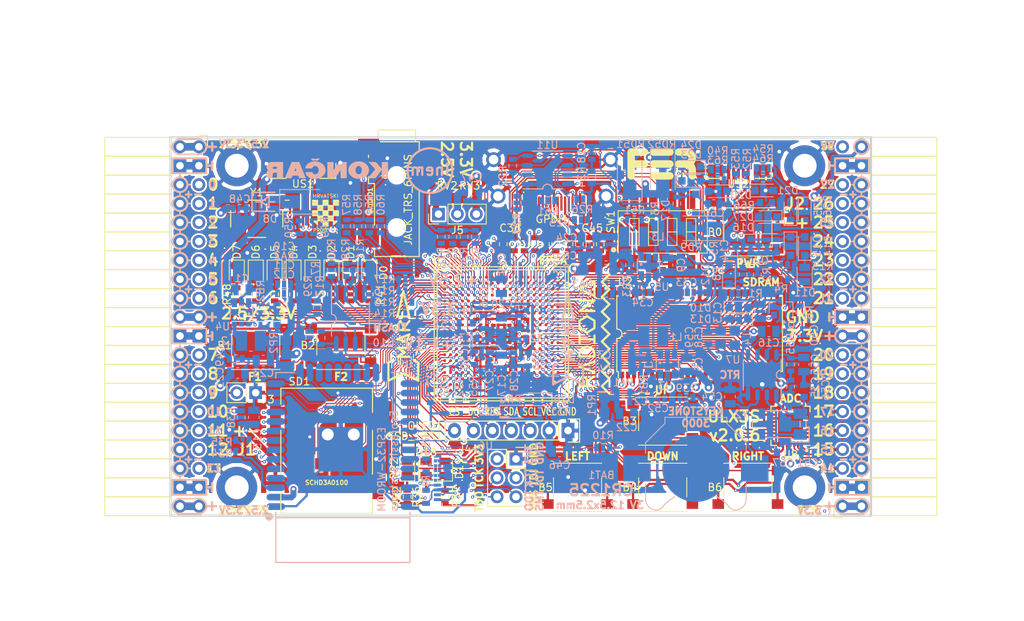
<source format=kicad_pcb>
(kicad_pcb (version 20171130) (host pcbnew 5.0.0-rc3+dfsg1-2)
  (layers (0 F.Cu signal) (1 In1.Cu signal) (2 In2.Cu signal) (31 B.Cu signal) (34 B.Paste user) (35 F.Paste user) (36 B.SilkS user) (37 F.SilkS user hide) (38 B.Mask user) (39 F.Mask user) (44 Edge.Cuts user))
  (net 0 "")
  (net 1 GND)
  (net 2 +5V)
  (net 3 /gpio/IN5V)
  (net 4 /gpio/OUT5V)
  (net 5 +3V3)
  (net 6 BTN_D)
  (net 7 BTN_F1)
  (net 8 BTN_F2)
  (net 9 BTN_L)
  (net 10 BTN_R)
  (net 11 BTN_U)
  (net 12 /power/FB1)
  (net 13 +2V5)
  (net 14 /power/PWREN)
  (net 15 /power/FB3)
  (net 16 /power/FB2)
  (net 17 /power/VBAT)
  (net 18 JTAG_TDI)
  (net 19 JTAG_TCK)
  (net 20 JTAG_TMS)
  (net 21 JTAG_TDO)
  (net 22 /power/WAKEUPn)
  (net 23 /power/WKUP)
  (net 24 /power/SHUT)
  (net 25 /power/WAKE)
  (net 26 /power/HOLD)
  (net 27 /power/WKn)
  (net 28 /power/OSCI_32k)
  (net 29 /power/OSCO_32k)
  (net 30 SHUTDOWN)
  (net 31 GPDI_SDA)
  (net 32 GPDI_SCL)
  (net 33 /gpdi/VREF2)
  (net 34 SD_CMD)
  (net 35 SD_CLK)
  (net 36 SD_D0)
  (net 37 SD_D1)
  (net 38 USB5V)
  (net 39 GPDI_CEC)
  (net 40 nRESET)
  (net 41 FTDI_nDTR)
  (net 42 SDRAM_CKE)
  (net 43 SDRAM_A7)
  (net 44 SDRAM_D15)
  (net 45 SDRAM_BA1)
  (net 46 SDRAM_D7)
  (net 47 SDRAM_A6)
  (net 48 SDRAM_CLK)
  (net 49 SDRAM_D13)
  (net 50 SDRAM_BA0)
  (net 51 SDRAM_D6)
  (net 52 SDRAM_A5)
  (net 53 SDRAM_D14)
  (net 54 SDRAM_A11)
  (net 55 SDRAM_D12)
  (net 56 SDRAM_D5)
  (net 57 SDRAM_A4)
  (net 58 SDRAM_A10)
  (net 59 SDRAM_D11)
  (net 60 SDRAM_A3)
  (net 61 SDRAM_D4)
  (net 62 SDRAM_D10)
  (net 63 SDRAM_D9)
  (net 64 SDRAM_A9)
  (net 65 SDRAM_D3)
  (net 66 SDRAM_D8)
  (net 67 SDRAM_A8)
  (net 68 SDRAM_A2)
  (net 69 SDRAM_A1)
  (net 70 SDRAM_A0)
  (net 71 SDRAM_D2)
  (net 72 SDRAM_D1)
  (net 73 SDRAM_D0)
  (net 74 SDRAM_DQM0)
  (net 75 SDRAM_nCS)
  (net 76 SDRAM_nRAS)
  (net 77 SDRAM_DQM1)
  (net 78 SDRAM_nCAS)
  (net 79 SDRAM_nWE)
  (net 80 /flash/FLASH_nWP)
  (net 81 /flash/FLASH_nHOLD)
  (net 82 /flash/FLASH_MOSI)
  (net 83 /flash/FLASH_MISO)
  (net 84 /flash/FLASH_SCK)
  (net 85 /flash/FLASH_nCS)
  (net 86 /flash/FPGA_PROGRAMN)
  (net 87 /flash/FPGA_DONE)
  (net 88 /flash/FPGA_INITN)
  (net 89 OLED_RES)
  (net 90 OLED_DC)
  (net 91 OLED_CS)
  (net 92 WIFI_EN)
  (net 93 FTDI_nRTS)
  (net 94 FTDI_TXD)
  (net 95 FTDI_RXD)
  (net 96 WIFI_RXD)
  (net 97 WIFI_GPIO0)
  (net 98 WIFI_TXD)
  (net 99 USB_FTDI_D+)
  (net 100 USB_FTDI_D-)
  (net 101 SD_D3)
  (net 102 AUDIO_L3)
  (net 103 AUDIO_L2)
  (net 104 AUDIO_L1)
  (net 105 AUDIO_L0)
  (net 106 AUDIO_R3)
  (net 107 AUDIO_R2)
  (net 108 AUDIO_R1)
  (net 109 AUDIO_R0)
  (net 110 OLED_CLK)
  (net 111 OLED_MOSI)
  (net 112 LED0)
  (net 113 LED1)
  (net 114 LED2)
  (net 115 LED3)
  (net 116 LED4)
  (net 117 LED5)
  (net 118 LED6)
  (net 119 LED7)
  (net 120 BTN_PWRn)
  (net 121 FTDI_nTXLED)
  (net 122 FTDI_nSLEEP)
  (net 123 /blinkey/LED_PWREN)
  (net 124 /blinkey/LED_TXLED)
  (net 125 /sdcard/SD3V3)
  (net 126 SD_D2)
  (net 127 CLK_25MHz)
  (net 128 /blinkey/BTNPUL)
  (net 129 /blinkey/BTNPUR)
  (net 130 USB_FPGA_D+)
  (net 131 /power/FTDI_nSUSPEND)
  (net 132 /blinkey/ALED0)
  (net 133 /blinkey/ALED1)
  (net 134 /blinkey/ALED2)
  (net 135 /blinkey/ALED3)
  (net 136 /blinkey/ALED4)
  (net 137 /blinkey/ALED5)
  (net 138 /blinkey/ALED6)
  (net 139 /blinkey/ALED7)
  (net 140 /usb/FTD-)
  (net 141 /usb/FTD+)
  (net 142 ADC_MISO)
  (net 143 ADC_MOSI)
  (net 144 ADC_CSn)
  (net 145 ADC_SCLK)
  (net 146 SW3)
  (net 147 SW2)
  (net 148 SW1)
  (net 149 USB_FPGA_D-)
  (net 150 /usb/FPD+)
  (net 151 /usb/FPD-)
  (net 152 WIFI_GPIO16)
  (net 153 /usb/ANT_433MHz)
  (net 154 PROG_DONE)
  (net 155 /power/P3V3)
  (net 156 /power/P2V5)
  (net 157 /power/L1)
  (net 158 /power/L3)
  (net 159 /power/L2)
  (net 160 FTDI_TXDEN)
  (net 161 SDRAM_A12)
  (net 162 /analog/AUDIO_V)
  (net 163 AUDIO_V3)
  (net 164 AUDIO_V2)
  (net 165 AUDIO_V1)
  (net 166 AUDIO_V0)
  (net 167 /blinkey/LED_WIFI)
  (net 168 /power/P1V1)
  (net 169 +1V1)
  (net 170 SW4)
  (net 171 /blinkey/SWPU)
  (net 172 /wifi/WIFIEN)
  (net 173 FT2V5)
  (net 174 GN0)
  (net 175 GP0)
  (net 176 GN1)
  (net 177 GP1)
  (net 178 GN2)
  (net 179 GP2)
  (net 180 GN3)
  (net 181 GP3)
  (net 182 GN4)
  (net 183 GP4)
  (net 184 GN5)
  (net 185 GP5)
  (net 186 GN6)
  (net 187 GP6)
  (net 188 GN14)
  (net 189 GP14)
  (net 190 GN15)
  (net 191 GP15)
  (net 192 GN16)
  (net 193 GP16)
  (net 194 GN17)
  (net 195 GP17)
  (net 196 GN18)
  (net 197 GP18)
  (net 198 GN19)
  (net 199 GP19)
  (net 200 GN20)
  (net 201 GP20)
  (net 202 GN21)
  (net 203 GP21)
  (net 204 GN22)
  (net 205 GP22)
  (net 206 GN23)
  (net 207 GP23)
  (net 208 GN24)
  (net 209 GP24)
  (net 210 GN25)
  (net 211 GP25)
  (net 212 GN26)
  (net 213 GP26)
  (net 214 GN27)
  (net 215 GP27)
  (net 216 GN7)
  (net 217 GP7)
  (net 218 GN8)
  (net 219 GP8)
  (net 220 GN9)
  (net 221 GP9)
  (net 222 GN10)
  (net 223 GP10)
  (net 224 GN11)
  (net 225 GP11)
  (net 226 GN12)
  (net 227 GP12)
  (net 228 GN13)
  (net 229 GP13)
  (net 230 WIFI_GPIO5)
  (net 231 WIFI_GPIO17)
  (net 232 USB_FPGA_PULL_D+)
  (net 233 USB_FPGA_PULL_D-)
  (net 234 "Net-(D23-Pad2)")
  (net 235 "Net-(D24-Pad1)")
  (net 236 "Net-(D25-Pad2)")
  (net 237 "Net-(D26-Pad1)")
  (net 238 /gpdi/GPDI_ETH+)
  (net 239 FPDI_ETH+)
  (net 240 /gpdi/GPDI_ETH-)
  (net 241 FPDI_ETH-)
  (net 242 /gpdi/GPDI_D2-)
  (net 243 FPDI_D2-)
  (net 244 /gpdi/GPDI_D1-)
  (net 245 FPDI_D1-)
  (net 246 /gpdi/GPDI_D0-)
  (net 247 FPDI_D0-)
  (net 248 /gpdi/GPDI_CLK-)
  (net 249 FPDI_CLK-)
  (net 250 /gpdi/GPDI_D2+)
  (net 251 FPDI_D2+)
  (net 252 /gpdi/GPDI_D1+)
  (net 253 FPDI_D1+)
  (net 254 /gpdi/GPDI_D0+)
  (net 255 FPDI_D0+)
  (net 256 /gpdi/GPDI_CLK+)
  (net 257 FPDI_CLK+)
  (net 258 FPDI_SDA)
  (net 259 FPDI_SCL)
  (net 260 /gpdi/FPDI_CEC)
  (net 261 2V5_3V3)
  (net 262 "Net-(AUDIO1-Pad5)")
  (net 263 "Net-(AUDIO1-Pad6)")
  (net 264 "Net-(U1-PadA15)")
  (net 265 "Net-(U1-PadC9)")
  (net 266 "Net-(U1-PadD9)")
  (net 267 "Net-(U1-PadD10)")
  (net 268 "Net-(U1-PadD11)")
  (net 269 "Net-(U1-PadD12)")
  (net 270 "Net-(U1-PadE6)")
  (net 271 "Net-(U1-PadE9)")
  (net 272 "Net-(U1-PadE10)")
  (net 273 "Net-(U1-PadE11)")
  (net 274 "Net-(U1-PadJ4)")
  (net 275 "Net-(U1-PadJ5)")
  (net 276 "Net-(U1-PadK5)")
  (net 277 "Net-(U1-PadL5)")
  (net 278 "Net-(U1-PadM5)")
  (net 279 SD_CD)
  (net 280 SD_WP)
  (net 281 "Net-(U1-PadR3)")
  (net 282 "Net-(U1-PadT16)")
  (net 283 "Net-(U1-PadW4)")
  (net 284 "Net-(U1-PadW5)")
  (net 285 "Net-(U1-PadW8)")
  (net 286 "Net-(U1-PadW9)")
  (net 287 "Net-(U1-PadW13)")
  (net 288 "Net-(U1-PadW14)")
  (net 289 "Net-(U1-PadW17)")
  (net 290 "Net-(U1-PadW18)")
  (net 291 FTDI_nRXLED)
  (net 292 "Net-(U8-Pad12)")
  (net 293 "Net-(U8-Pad25)")
  (net 294 "Net-(U9-Pad32)")
  (net 295 "Net-(U9-Pad22)")
  (net 296 "Net-(U9-Pad21)")
  (net 297 "Net-(U9-Pad20)")
  (net 298 "Net-(U9-Pad19)")
  (net 299 "Net-(U9-Pad18)")
  (net 300 "Net-(U9-Pad17)")
  (net 301 "Net-(U9-Pad12)")
  (net 302 "Net-(U9-Pad5)")
  (net 303 "Net-(U9-Pad4)")
  (net 304 "Net-(US1-Pad4)")
  (net 305 "Net-(Y2-Pad3)")
  (net 306 "Net-(Y2-Pad2)")
  (net 307 "Net-(U1-PadK16)")
  (net 308 "Net-(U1-PadK17)")
  (net 309 /usb/US2VBUS)
  (net 310 /power/SHD)
  (net 311 /power/RTCVDD)
  (net 312 "Net-(D27-Pad2)")
  (net 313 US2_ID)
  (net 314 /analog/AUDIO_L)
  (net 315 /analog/AUDIO_R)
  (net 316 /analog/ADC3V3)
  (net 317 PWRBTn)
  (net 318 USER_PROGRAMN)
  (module lfe5bg381:BGA-381_pitch0.8mm_dia0.4mm (layer F.Cu) (at 138.48 87.8)
    (fp_text reference U1 (at -8.2 -9.8) (layer F.SilkS))
    (fp_text value LFE5U-85F-6BG381C)
    (pad Y19 smd circle (at 6.8 7.6) (size 0.4 0.35) (layers F.Cu F.Paste F.Mask) (net 1 GND))
    (pad Y17 smd circle (at 5.2 7.6) (size 0.4 0.35) (layers F.Cu F.Paste F.Mask) (net 1 GND))
    (pad Y16 smd circle (at 4.4 7.6) (size 0.4 0.35) (layers F.Cu F.Paste F.Mask) (net 1 GND))
    (pad Y15 smd circle (at 3.6 7.6) (size 0.4 0.35) (layers F.Cu F.Paste F.Mask) (net 1 GND))
    (pad Y14 smd circle (at 2.8 7.6) (size 0.4 0.35) (layers F.Cu F.Paste F.Mask) (net 1 GND))
    (pad Y12 smd circle (at 1.2 7.6) (size 0.4 0.35) (layers F.Cu F.Paste F.Mask) (net 1 GND))
    (pad Y11 smd circle (at 0.4 7.6) (size 0.4 0.35) (layers F.Cu F.Paste F.Mask) (net 1 GND))
    (pad Y8 smd circle (at -2 7.6) (size 0.4 0.35) (layers F.Cu F.Paste F.Mask) (net 1 GND))
    (pad Y7 smd circle (at -2.8 7.6) (size 0.4 0.35) (layers F.Cu F.Paste F.Mask) (net 1 GND))
    (pad Y6 smd circle (at -3.6 7.6) (size 0.4 0.35) (layers F.Cu F.Paste F.Mask) (net 1 GND))
    (pad Y5 smd circle (at -4.4 7.6) (size 0.4 0.35) (layers F.Cu F.Paste F.Mask) (net 1 GND))
    (pad Y3 smd circle (at -6 7.6) (size 0.4 0.35) (layers F.Cu F.Paste F.Mask) (net 87 /flash/FPGA_DONE))
    (pad Y2 smd circle (at -6.8 7.6) (size 0.4 0.35) (layers F.Cu F.Paste F.Mask) (net 80 /flash/FLASH_nWP))
    (pad W20 smd circle (at 7.6 6.8) (size 0.4 0.35) (layers F.Cu F.Paste F.Mask) (net 1 GND))
    (pad W19 smd circle (at 6.8 6.8) (size 0.4 0.35) (layers F.Cu F.Paste F.Mask) (net 1 GND))
    (pad W18 smd circle (at 6 6.8) (size 0.4 0.35) (layers F.Cu F.Paste F.Mask) (net 290 "Net-(U1-PadW18)"))
    (pad W17 smd circle (at 5.2 6.8) (size 0.4 0.35) (layers F.Cu F.Paste F.Mask) (net 289 "Net-(U1-PadW17)"))
    (pad W16 smd circle (at 4.4 6.8) (size 0.4 0.35) (layers F.Cu F.Paste F.Mask) (net 1 GND))
    (pad W15 smd circle (at 3.6 6.8) (size 0.4 0.35) (layers F.Cu F.Paste F.Mask) (net 1 GND))
    (pad W14 smd circle (at 2.8 6.8) (size 0.4 0.35) (layers F.Cu F.Paste F.Mask) (net 288 "Net-(U1-PadW14)"))
    (pad W13 smd circle (at 2 6.8) (size 0.4 0.35) (layers F.Cu F.Paste F.Mask) (net 287 "Net-(U1-PadW13)"))
    (pad W12 smd circle (at 1.2 6.8) (size 0.4 0.35) (layers F.Cu F.Paste F.Mask) (net 1 GND))
    (pad W11 smd circle (at 0.4 6.8) (size 0.4 0.35) (layers F.Cu F.Paste F.Mask))
    (pad W10 smd circle (at -0.4 6.8) (size 0.4 0.35) (layers F.Cu F.Paste F.Mask))
    (pad W9 smd circle (at -1.2 6.8) (size 0.4 0.35) (layers F.Cu F.Paste F.Mask) (net 286 "Net-(U1-PadW9)"))
    (pad W8 smd circle (at -2 6.8) (size 0.4 0.35) (layers F.Cu F.Paste F.Mask) (net 285 "Net-(U1-PadW8)"))
    (pad W7 smd circle (at -2.8 6.8) (size 0.4 0.35) (layers F.Cu F.Paste F.Mask) (net 1 GND))
    (pad W6 smd circle (at -3.6 6.8) (size 0.4 0.35) (layers F.Cu F.Paste F.Mask) (net 1 GND))
    (pad W5 smd circle (at -4.4 6.8) (size 0.4 0.35) (layers F.Cu F.Paste F.Mask) (net 284 "Net-(U1-PadW5)"))
    (pad W4 smd circle (at -5.2 6.8) (size 0.4 0.35) (layers F.Cu F.Paste F.Mask) (net 283 "Net-(U1-PadW4)"))
    (pad W3 smd circle (at -6 6.8) (size 0.4 0.35) (layers F.Cu F.Paste F.Mask) (net 86 /flash/FPGA_PROGRAMN))
    (pad W2 smd circle (at -6.8 6.8) (size 0.4 0.35) (layers F.Cu F.Paste F.Mask) (net 82 /flash/FLASH_MOSI))
    (pad W1 smd circle (at -7.6 6.8) (size 0.4 0.35) (layers F.Cu F.Paste F.Mask) (net 81 /flash/FLASH_nHOLD))
    (pad V20 smd circle (at 7.6 6) (size 0.4 0.35) (layers F.Cu F.Paste F.Mask) (net 1 GND))
    (pad V19 smd circle (at 6.8 6) (size 0.4 0.35) (layers F.Cu F.Paste F.Mask) (net 1 GND))
    (pad V18 smd circle (at 6 6) (size 0.4 0.35) (layers F.Cu F.Paste F.Mask) (net 1 GND))
    (pad V17 smd circle (at 5.2 6) (size 0.4 0.35) (layers F.Cu F.Paste F.Mask) (net 1 GND))
    (pad V16 smd circle (at 4.4 6) (size 0.4 0.35) (layers F.Cu F.Paste F.Mask) (net 1 GND))
    (pad V15 smd circle (at 3.6 6) (size 0.4 0.35) (layers F.Cu F.Paste F.Mask) (net 1 GND))
    (pad V14 smd circle (at 2.8 6) (size 0.4 0.35) (layers F.Cu F.Paste F.Mask) (net 1 GND))
    (pad V13 smd circle (at 2 6) (size 0.4 0.35) (layers F.Cu F.Paste F.Mask) (net 1 GND))
    (pad V12 smd circle (at 1.2 6) (size 0.4 0.35) (layers F.Cu F.Paste F.Mask) (net 1 GND))
    (pad V11 smd circle (at 0.4 6) (size 0.4 0.35) (layers F.Cu F.Paste F.Mask) (net 1 GND))
    (pad V10 smd circle (at -0.4 6) (size 0.4 0.35) (layers F.Cu F.Paste F.Mask) (net 1 GND))
    (pad V9 smd circle (at -1.2 6) (size 0.4 0.35) (layers F.Cu F.Paste F.Mask) (net 1 GND))
    (pad V8 smd circle (at -2 6) (size 0.4 0.35) (layers F.Cu F.Paste F.Mask) (net 1 GND))
    (pad V7 smd circle (at -2.8 6) (size 0.4 0.35) (layers F.Cu F.Paste F.Mask) (net 1 GND))
    (pad V6 smd circle (at -3.6 6) (size 0.4 0.35) (layers F.Cu F.Paste F.Mask) (net 1 GND))
    (pad V5 smd circle (at -4.4 6) (size 0.4 0.35) (layers F.Cu F.Paste F.Mask) (net 1 GND))
    (pad V4 smd circle (at -5.2 6) (size 0.4 0.35) (layers F.Cu F.Paste F.Mask) (net 21 JTAG_TDO))
    (pad V3 smd circle (at -6 6) (size 0.4 0.35) (layers F.Cu F.Paste F.Mask) (net 88 /flash/FPGA_INITN))
    (pad V2 smd circle (at -6.8 6) (size 0.4 0.35) (layers F.Cu F.Paste F.Mask) (net 83 /flash/FLASH_MISO))
    (pad V1 smd circle (at -7.6 6) (size 0.4 0.35) (layers F.Cu F.Paste F.Mask) (net 6 BTN_D))
    (pad U20 smd circle (at 7.6 5.2) (size 0.4 0.35) (layers F.Cu F.Paste F.Mask) (net 46 SDRAM_D7))
    (pad U19 smd circle (at 6.8 5.2) (size 0.4 0.35) (layers F.Cu F.Paste F.Mask) (net 74 SDRAM_DQM0))
    (pad U18 smd circle (at 6 5.2) (size 0.4 0.35) (layers F.Cu F.Paste F.Mask) (net 189 GP14))
    (pad U17 smd circle (at 5.2 5.2) (size 0.4 0.35) (layers F.Cu F.Paste F.Mask) (net 188 GN14))
    (pad U16 smd circle (at 4.4 5.2) (size 0.4 0.35) (layers F.Cu F.Paste F.Mask) (net 142 ADC_MISO))
    (pad U15 smd circle (at 3.6 5.2) (size 0.4 0.35) (layers F.Cu F.Paste F.Mask) (net 1 GND))
    (pad U14 smd circle (at 2.8 5.2) (size 0.4 0.35) (layers F.Cu F.Paste F.Mask) (net 1 GND))
    (pad U13 smd circle (at 2 5.2) (size 0.4 0.35) (layers F.Cu F.Paste F.Mask) (net 1 GND))
    (pad U12 smd circle (at 1.2 5.2) (size 0.4 0.35) (layers F.Cu F.Paste F.Mask) (net 1 GND))
    (pad U11 smd circle (at 0.4 5.2) (size 0.4 0.35) (layers F.Cu F.Paste F.Mask) (net 1 GND))
    (pad U10 smd circle (at -0.4 5.2) (size 0.4 0.35) (layers F.Cu F.Paste F.Mask) (net 1 GND))
    (pad U9 smd circle (at -1.2 5.2) (size 0.4 0.35) (layers F.Cu F.Paste F.Mask) (net 1 GND))
    (pad U8 smd circle (at -2 5.2) (size 0.4 0.35) (layers F.Cu F.Paste F.Mask) (net 1 GND))
    (pad U7 smd circle (at -2.8 5.2) (size 0.4 0.35) (layers F.Cu F.Paste F.Mask) (net 1 GND))
    (pad U6 smd circle (at -3.6 5.2) (size 0.4 0.35) (layers F.Cu F.Paste F.Mask) (net 1 GND))
    (pad U5 smd circle (at -4.4 5.2) (size 0.4 0.35) (layers F.Cu F.Paste F.Mask) (net 20 JTAG_TMS))
    (pad U4 smd circle (at -5.2 5.2) (size 0.4 0.35) (layers F.Cu F.Paste F.Mask) (net 1 GND))
    (pad U3 smd circle (at -6 5.2) (size 0.4 0.35) (layers F.Cu F.Paste F.Mask) (net 84 /flash/FLASH_SCK))
    (pad U2 smd circle (at -6.8 5.2) (size 0.4 0.35) (layers F.Cu F.Paste F.Mask) (net 5 +3V3))
    (pad U1 smd circle (at -7.6 5.2) (size 0.4 0.35) (layers F.Cu F.Paste F.Mask) (net 9 BTN_L))
    (pad T20 smd circle (at 7.6 4.4) (size 0.4 0.35) (layers F.Cu F.Paste F.Mask) (net 79 SDRAM_nWE))
    (pad T19 smd circle (at 6.8 4.4) (size 0.4 0.35) (layers F.Cu F.Paste F.Mask) (net 78 SDRAM_nCAS))
    (pad T18 smd circle (at 6 4.4) (size 0.4 0.35) (layers F.Cu F.Paste F.Mask) (net 56 SDRAM_D5))
    (pad T17 smd circle (at 5.2 4.4) (size 0.4 0.35) (layers F.Cu F.Paste F.Mask) (net 51 SDRAM_D6))
    (pad T16 smd circle (at 4.4 4.4) (size 0.4 0.35) (layers F.Cu F.Paste F.Mask) (net 282 "Net-(U1-PadT16)"))
    (pad T15 smd circle (at 3.6 4.4) (size 0.4 0.35) (layers F.Cu F.Paste F.Mask) (net 1 GND))
    (pad T14 smd circle (at 2.8 4.4) (size 0.4 0.35) (layers F.Cu F.Paste F.Mask) (net 1 GND))
    (pad T13 smd circle (at 2 4.4) (size 0.4 0.35) (layers F.Cu F.Paste F.Mask) (net 1 GND))
    (pad T12 smd circle (at 1.2 4.4) (size 0.4 0.35) (layers F.Cu F.Paste F.Mask) (net 1 GND))
    (pad T11 smd circle (at 0.4 4.4) (size 0.4 0.35) (layers F.Cu F.Paste F.Mask) (net 1 GND))
    (pad T10 smd circle (at -0.4 4.4) (size 0.4 0.35) (layers F.Cu F.Paste F.Mask) (net 1 GND))
    (pad T9 smd circle (at -1.2 4.4) (size 0.4 0.35) (layers F.Cu F.Paste F.Mask) (net 1 GND))
    (pad T8 smd circle (at -2 4.4) (size 0.4 0.35) (layers F.Cu F.Paste F.Mask) (net 1 GND))
    (pad T7 smd circle (at -2.8 4.4) (size 0.4 0.35) (layers F.Cu F.Paste F.Mask) (net 1 GND))
    (pad T6 smd circle (at -3.6 4.4) (size 0.4 0.35) (layers F.Cu F.Paste F.Mask) (net 1 GND))
    (pad T5 smd circle (at -4.4 4.4) (size 0.4 0.35) (layers F.Cu F.Paste F.Mask) (net 19 JTAG_TCK))
    (pad T4 smd circle (at -5.2 4.4) (size 0.4 0.35) (layers F.Cu F.Paste F.Mask) (net 5 +3V3))
    (pad T3 smd circle (at -6 4.4) (size 0.4 0.35) (layers F.Cu F.Paste F.Mask) (net 5 +3V3))
    (pad T2 smd circle (at -6.8 4.4) (size 0.4 0.35) (layers F.Cu F.Paste F.Mask) (net 5 +3V3))
    (pad T1 smd circle (at -7.6 4.4) (size 0.4 0.35) (layers F.Cu F.Paste F.Mask) (net 8 BTN_F2))
    (pad R20 smd circle (at 7.6 3.6) (size 0.4 0.35) (layers F.Cu F.Paste F.Mask) (net 76 SDRAM_nRAS))
    (pad R19 smd circle (at 6.8 3.6) (size 0.4 0.35) (layers F.Cu F.Paste F.Mask) (net 1 GND))
    (pad R18 smd circle (at 6 3.6) (size 0.4 0.35) (layers F.Cu F.Paste F.Mask) (net 11 BTN_U))
    (pad R17 smd circle (at 5.2 3.6) (size 0.4 0.35) (layers F.Cu F.Paste F.Mask) (net 144 ADC_CSn))
    (pad R16 smd circle (at 4.4 3.6) (size 0.4 0.35) (layers F.Cu F.Paste F.Mask) (net 143 ADC_MOSI))
    (pad R5 smd circle (at -4.4 3.6) (size 0.4 0.35) (layers F.Cu F.Paste F.Mask) (net 18 JTAG_TDI))
    (pad R4 smd circle (at -5.2 3.6) (size 0.4 0.35) (layers F.Cu F.Paste F.Mask) (net 1 GND))
    (pad R3 smd circle (at -6 3.6) (size 0.4 0.35) (layers F.Cu F.Paste F.Mask) (net 281 "Net-(U1-PadR3)"))
    (pad R2 smd circle (at -6.8 3.6) (size 0.4 0.35) (layers F.Cu F.Paste F.Mask) (net 85 /flash/FLASH_nCS))
    (pad R1 smd circle (at -7.6 3.6) (size 0.4 0.35) (layers F.Cu F.Paste F.Mask) (net 7 BTN_F1))
    (pad P20 smd circle (at 7.6 2.8) (size 0.4 0.35) (layers F.Cu F.Paste F.Mask) (net 75 SDRAM_nCS))
    (pad P19 smd circle (at 6.8 2.8) (size 0.4 0.35) (layers F.Cu F.Paste F.Mask) (net 50 SDRAM_BA0))
    (pad P18 smd circle (at 6 2.8) (size 0.4 0.35) (layers F.Cu F.Paste F.Mask) (net 61 SDRAM_D4))
    (pad P17 smd circle (at 5.2 2.8) (size 0.4 0.35) (layers F.Cu F.Paste F.Mask) (net 145 ADC_SCLK))
    (pad P16 smd circle (at 4.4 2.8) (size 0.4 0.35) (layers F.Cu F.Paste F.Mask) (net 190 GN15))
    (pad P15 smd circle (at 3.6 2.8) (size 0.4 0.35) (layers F.Cu F.Paste F.Mask) (net 13 +2V5))
    (pad P14 smd circle (at 2.8 2.8) (size 0.4 0.35) (layers F.Cu F.Paste F.Mask) (net 1 GND))
    (pad P13 smd circle (at 2 2.8) (size 0.4 0.35) (layers F.Cu F.Paste F.Mask) (net 1 GND))
    (pad P12 smd circle (at 1.2 2.8) (size 0.4 0.35) (layers F.Cu F.Paste F.Mask) (net 1 GND))
    (pad P11 smd circle (at 0.4 2.8) (size 0.4 0.35) (layers F.Cu F.Paste F.Mask) (net 1 GND))
    (pad P10 smd circle (at -0.4 2.8) (size 0.4 0.35) (layers F.Cu F.Paste F.Mask) (net 5 +3V3))
    (pad P9 smd circle (at -1.2 2.8) (size 0.4 0.35) (layers F.Cu F.Paste F.Mask) (net 5 +3V3))
    (pad P8 smd circle (at -2 2.8) (size 0.4 0.35) (layers F.Cu F.Paste F.Mask) (net 1 GND))
    (pad P7 smd circle (at -2.8 2.8) (size 0.4 0.35) (layers F.Cu F.Paste F.Mask) (net 1 GND))
    (pad P6 smd circle (at -3.6 2.8) (size 0.4 0.35) (layers F.Cu F.Paste F.Mask) (net 13 +2V5))
    (pad P5 smd circle (at -4.4 2.8) (size 0.4 0.35) (layers F.Cu F.Paste F.Mask) (net 280 SD_WP))
    (pad P4 smd circle (at -5.2 2.8) (size 0.4 0.35) (layers F.Cu F.Paste F.Mask) (net 110 OLED_CLK))
    (pad P3 smd circle (at -6 2.8) (size 0.4 0.35) (layers F.Cu F.Paste F.Mask) (net 111 OLED_MOSI))
    (pad P2 smd circle (at -6.8 2.8) (size 0.4 0.35) (layers F.Cu F.Paste F.Mask) (net 89 OLED_RES))
    (pad P1 smd circle (at -7.6 2.8) (size 0.4 0.35) (layers F.Cu F.Paste F.Mask) (net 90 OLED_DC))
    (pad N20 smd circle (at 7.6 2) (size 0.4 0.35) (layers F.Cu F.Paste F.Mask) (net 45 SDRAM_BA1))
    (pad N19 smd circle (at 6.8 2) (size 0.4 0.35) (layers F.Cu F.Paste F.Mask) (net 58 SDRAM_A10))
    (pad N18 smd circle (at 6 2) (size 0.4 0.35) (layers F.Cu F.Paste F.Mask) (net 65 SDRAM_D3))
    (pad N17 smd circle (at 5.2 2) (size 0.4 0.35) (layers F.Cu F.Paste F.Mask) (net 191 GP15))
    (pad N16 smd circle (at 4.4 2) (size 0.4 0.35) (layers F.Cu F.Paste F.Mask) (net 193 GP16))
    (pad N15 smd circle (at 3.6 2) (size 0.4 0.35) (layers F.Cu F.Paste F.Mask) (net 1 GND))
    (pad N14 smd circle (at 2.8 2) (size 0.4 0.35) (layers F.Cu F.Paste F.Mask) (net 1 GND))
    (pad N13 smd circle (at 2 2) (size 0.4 0.35) (layers F.Cu F.Paste F.Mask) (net 169 +1V1))
    (pad N12 smd circle (at 1.2 2) (size 0.4 0.35) (layers F.Cu F.Paste F.Mask) (net 169 +1V1))
    (pad N11 smd circle (at 0.4 2) (size 0.4 0.35) (layers F.Cu F.Paste F.Mask) (net 169 +1V1))
    (pad N10 smd circle (at -0.4 2) (size 0.4 0.35) (layers F.Cu F.Paste F.Mask) (net 169 +1V1))
    (pad N9 smd circle (at -1.2 2) (size 0.4 0.35) (layers F.Cu F.Paste F.Mask) (net 169 +1V1))
    (pad N8 smd circle (at -2 2) (size 0.4 0.35) (layers F.Cu F.Paste F.Mask) (net 169 +1V1))
    (pad N7 smd circle (at -2.8 2) (size 0.4 0.35) (layers F.Cu F.Paste F.Mask) (net 1 GND))
    (pad N6 smd circle (at -3.6 2) (size 0.4 0.35) (layers F.Cu F.Paste F.Mask) (net 1 GND))
    (pad N5 smd circle (at -4.4 2) (size 0.4 0.35) (layers F.Cu F.Paste F.Mask) (net 279 SD_CD))
    (pad N4 smd circle (at -5.2 2) (size 0.4 0.35) (layers F.Cu F.Paste F.Mask) (net 230 WIFI_GPIO5))
    (pad N3 smd circle (at -6 2) (size 0.4 0.35) (layers F.Cu F.Paste F.Mask) (net 231 WIFI_GPIO17))
    (pad N2 smd circle (at -6.8 2) (size 0.4 0.35) (layers F.Cu F.Paste F.Mask) (net 91 OLED_CS))
    (pad N1 smd circle (at -7.6 2) (size 0.4 0.35) (layers F.Cu F.Paste F.Mask) (net 41 FTDI_nDTR))
    (pad M20 smd circle (at 7.6 1.2) (size 0.4 0.35) (layers F.Cu F.Paste F.Mask) (net 70 SDRAM_A0))
    (pad M19 smd circle (at 6.8 1.2) (size 0.4 0.35) (layers F.Cu F.Paste F.Mask) (net 69 SDRAM_A1))
    (pad M18 smd circle (at 6 1.2) (size 0.4 0.35) (layers F.Cu F.Paste F.Mask) (net 71 SDRAM_D2))
    (pad M17 smd circle (at 5.2 1.2) (size 0.4 0.35) (layers F.Cu F.Paste F.Mask) (net 192 GN16))
    (pad M16 smd circle (at 4.4 1.2) (size 0.4 0.35) (layers F.Cu F.Paste F.Mask) (net 1 GND))
    (pad M15 smd circle (at 3.6 1.2) (size 0.4 0.35) (layers F.Cu F.Paste F.Mask) (net 5 +3V3))
    (pad M14 smd circle (at 2.8 1.2) (size 0.4 0.35) (layers F.Cu F.Paste F.Mask) (net 1 GND))
    (pad M13 smd circle (at 2 1.2) (size 0.4 0.35) (layers F.Cu F.Paste F.Mask) (net 169 +1V1))
    (pad M12 smd circle (at 1.2 1.2) (size 0.4 0.35) (layers F.Cu F.Paste F.Mask) (net 1 GND))
    (pad M11 smd circle (at 0.4 1.2) (size 0.4 0.35) (layers F.Cu F.Paste F.Mask) (net 1 GND))
    (pad M10 smd circle (at -0.4 1.2) (size 0.4 0.35) (layers F.Cu F.Paste F.Mask) (net 1 GND))
    (pad M9 smd circle (at -1.2 1.2) (size 0.4 0.35) (layers F.Cu F.Paste F.Mask) (net 1 GND))
    (pad M8 smd circle (at -2 1.2) (size 0.4 0.35) (layers F.Cu F.Paste F.Mask) (net 169 +1V1))
    (pad M7 smd circle (at -2.8 1.2) (size 0.4 0.35) (layers F.Cu F.Paste F.Mask) (net 1 GND))
    (pad M6 smd circle (at -3.6 1.2) (size 0.4 0.35) (layers F.Cu F.Paste F.Mask) (net 5 +3V3))
    (pad M5 smd circle (at -4.4 1.2) (size 0.4 0.35) (layers F.Cu F.Paste F.Mask) (net 278 "Net-(U1-PadM5)"))
    (pad M4 smd circle (at -5.2 1.2) (size 0.4 0.35) (layers F.Cu F.Paste F.Mask) (net 318 USER_PROGRAMN))
    (pad M3 smd circle (at -6 1.2) (size 0.4 0.35) (layers F.Cu F.Paste F.Mask) (net 93 FTDI_nRTS))
    (pad M2 smd circle (at -6.8 1.2) (size 0.4 0.35) (layers F.Cu F.Paste F.Mask) (net 1 GND))
    (pad M1 smd circle (at -7.6 1.2) (size 0.4 0.35) (layers F.Cu F.Paste F.Mask) (net 94 FTDI_TXD))
    (pad L20 smd circle (at 7.6 0.4) (size 0.4 0.35) (layers F.Cu F.Paste F.Mask) (net 68 SDRAM_A2))
    (pad L19 smd circle (at 6.8 0.4) (size 0.4 0.35) (layers F.Cu F.Paste F.Mask) (net 60 SDRAM_A3))
    (pad L18 smd circle (at 6 0.4) (size 0.4 0.35) (layers F.Cu F.Paste F.Mask) (net 72 SDRAM_D1))
    (pad L17 smd circle (at 5.2 0.4) (size 0.4 0.35) (layers F.Cu F.Paste F.Mask) (net 194 GN17))
    (pad L16 smd circle (at 4.4 0.4) (size 0.4 0.35) (layers F.Cu F.Paste F.Mask) (net 195 GP17))
    (pad L15 smd circle (at 3.6 0.4) (size 0.4 0.35) (layers F.Cu F.Paste F.Mask) (net 5 +3V3))
    (pad L14 smd circle (at 2.8 0.4) (size 0.4 0.35) (layers F.Cu F.Paste F.Mask) (net 5 +3V3))
    (pad L13 smd circle (at 2 0.4) (size 0.4 0.35) (layers F.Cu F.Paste F.Mask) (net 169 +1V1))
    (pad L12 smd circle (at 1.2 0.4) (size 0.4 0.35) (layers F.Cu F.Paste F.Mask) (net 1 GND))
    (pad L11 smd circle (at 0.4 0.4) (size 0.4 0.35) (layers F.Cu F.Paste F.Mask) (net 1 GND))
    (pad L10 smd circle (at -0.4 0.4) (size 0.4 0.35) (layers F.Cu F.Paste F.Mask) (net 1 GND))
    (pad L9 smd circle (at -1.2 0.4) (size 0.4 0.35) (layers F.Cu F.Paste F.Mask) (net 1 GND))
    (pad L8 smd circle (at -2 0.4) (size 0.4 0.35) (layers F.Cu F.Paste F.Mask) (net 169 +1V1))
    (pad L7 smd circle (at -2.8 0.4) (size 0.4 0.35) (layers F.Cu F.Paste F.Mask) (net 5 +3V3))
    (pad L6 smd circle (at -3.6 0.4) (size 0.4 0.35) (layers F.Cu F.Paste F.Mask) (net 5 +3V3))
    (pad L5 smd circle (at -4.4 0.4) (size 0.4 0.35) (layers F.Cu F.Paste F.Mask) (net 277 "Net-(U1-PadL5)"))
    (pad L4 smd circle (at -5.2 0.4) (size 0.4 0.35) (layers F.Cu F.Paste F.Mask) (net 95 FTDI_RXD))
    (pad L3 smd circle (at -6 0.4) (size 0.4 0.35) (layers F.Cu F.Paste F.Mask) (net 160 FTDI_TXDEN))
    (pad L2 smd circle (at -6.8 0.4) (size 0.4 0.35) (layers F.Cu F.Paste F.Mask) (net 97 WIFI_GPIO0))
    (pad L1 smd circle (at -7.6 0.4) (size 0.4 0.35) (layers F.Cu F.Paste F.Mask) (net 152 WIFI_GPIO16))
    (pad K20 smd circle (at 7.6 -0.4) (size 0.4 0.35) (layers F.Cu F.Paste F.Mask) (net 57 SDRAM_A4))
    (pad K19 smd circle (at 6.8 -0.4) (size 0.4 0.35) (layers F.Cu F.Paste F.Mask) (net 52 SDRAM_A5))
    (pad K18 smd circle (at 6 -0.4) (size 0.4 0.35) (layers F.Cu F.Paste F.Mask) (net 47 SDRAM_A6))
    (pad K17 smd circle (at 5.2 -0.4) (size 0.4 0.35) (layers F.Cu F.Paste F.Mask) (net 308 "Net-(U1-PadK17)"))
    (pad K16 smd circle (at 4.4 -0.4) (size 0.4 0.35) (layers F.Cu F.Paste F.Mask) (net 307 "Net-(U1-PadK16)"))
    (pad K15 smd circle (at 3.6 -0.4) (size 0.4 0.35) (layers F.Cu F.Paste F.Mask) (net 1 GND))
    (pad K14 smd circle (at 2.8 -0.4) (size 0.4 0.35) (layers F.Cu F.Paste F.Mask) (net 1 GND))
    (pad K13 smd circle (at 2 -0.4) (size 0.4 0.35) (layers F.Cu F.Paste F.Mask) (net 169 +1V1))
    (pad K12 smd circle (at 1.2 -0.4) (size 0.4 0.35) (layers F.Cu F.Paste F.Mask) (net 1 GND))
    (pad K11 smd circle (at 0.4 -0.4) (size 0.4 0.35) (layers F.Cu F.Paste F.Mask) (net 1 GND))
    (pad K10 smd circle (at -0.4 -0.4) (size 0.4 0.35) (layers F.Cu F.Paste F.Mask) (net 1 GND))
    (pad K9 smd circle (at -1.2 -0.4) (size 0.4 0.35) (layers F.Cu F.Paste F.Mask) (net 1 GND))
    (pad K8 smd circle (at -2 -0.4) (size 0.4 0.35) (layers F.Cu F.Paste F.Mask) (net 169 +1V1))
    (pad K7 smd circle (at -2.8 -0.4) (size 0.4 0.35) (layers F.Cu F.Paste F.Mask) (net 1 GND))
    (pad K6 smd circle (at -3.6 -0.4) (size 0.4 0.35) (layers F.Cu F.Paste F.Mask) (net 1 GND))
    (pad K5 smd circle (at -4.4 -0.4) (size 0.4 0.35) (layers F.Cu F.Paste F.Mask) (net 276 "Net-(U1-PadK5)"))
    (pad K4 smd circle (at -5.2 -0.4) (size 0.4 0.35) (layers F.Cu F.Paste F.Mask) (net 98 WIFI_TXD))
    (pad K3 smd circle (at -6 -0.4) (size 0.4 0.35) (layers F.Cu F.Paste F.Mask) (net 96 WIFI_RXD))
    (pad K2 smd circle (at -6.8 -0.4) (size 0.4 0.35) (layers F.Cu F.Paste F.Mask) (net 101 SD_D3))
    (pad K1 smd circle (at -7.6 -0.4) (size 0.4 0.35) (layers F.Cu F.Paste F.Mask) (net 126 SD_D2))
    (pad J20 smd circle (at 7.6 -1.2) (size 0.4 0.35) (layers F.Cu F.Paste F.Mask) (net 43 SDRAM_A7))
    (pad J19 smd circle (at 6.8 -1.2) (size 0.4 0.35) (layers F.Cu F.Paste F.Mask) (net 67 SDRAM_A8))
    (pad J18 smd circle (at 6 -1.2) (size 0.4 0.35) (layers F.Cu F.Paste F.Mask) (net 53 SDRAM_D14))
    (pad J17 smd circle (at 5.2 -1.2) (size 0.4 0.35) (layers F.Cu F.Paste F.Mask) (net 44 SDRAM_D15))
    (pad J16 smd circle (at 4.4 -1.2) (size 0.4 0.35) (layers F.Cu F.Paste F.Mask) (net 73 SDRAM_D0))
    (pad J15 smd circle (at 3.6 -1.2) (size 0.4 0.35) (layers F.Cu F.Paste F.Mask) (net 5 +3V3))
    (pad J14 smd circle (at 2.8 -1.2) (size 0.4 0.35) (layers F.Cu F.Paste F.Mask) (net 1 GND))
    (pad J13 smd circle (at 2 -1.2) (size 0.4 0.35) (layers F.Cu F.Paste F.Mask) (net 169 +1V1))
    (pad J12 smd circle (at 1.2 -1.2) (size 0.4 0.35) (layers F.Cu F.Paste F.Mask) (net 1 GND))
    (pad J11 smd circle (at 0.4 -1.2) (size 0.4 0.35) (layers F.Cu F.Paste F.Mask) (net 1 GND))
    (pad J10 smd circle (at -0.4 -1.2) (size 0.4 0.35) (layers F.Cu F.Paste F.Mask) (net 1 GND))
    (pad J9 smd circle (at -1.2 -1.2) (size 0.4 0.35) (layers F.Cu F.Paste F.Mask) (net 1 GND))
    (pad J8 smd circle (at -2 -1.2) (size 0.4 0.35) (layers F.Cu F.Paste F.Mask) (net 169 +1V1))
    (pad J7 smd circle (at -2.8 -1.2) (size 0.4 0.35) (layers F.Cu F.Paste F.Mask) (net 1 GND))
    (pad J6 smd circle (at -3.6 -1.2) (size 0.4 0.35) (layers F.Cu F.Paste F.Mask) (net 261 2V5_3V3))
    (pad J5 smd circle (at -4.4 -1.2) (size 0.4 0.35) (layers F.Cu F.Paste F.Mask) (net 275 "Net-(U1-PadJ5)"))
    (pad J4 smd circle (at -5.2 -1.2) (size 0.4 0.35) (layers F.Cu F.Paste F.Mask) (net 274 "Net-(U1-PadJ4)"))
    (pad J3 smd circle (at -6 -1.2) (size 0.4 0.35) (layers F.Cu F.Paste F.Mask) (net 36 SD_D0))
    (pad J2 smd circle (at -6.8 -1.2) (size 0.4 0.35) (layers F.Cu F.Paste F.Mask) (net 1 GND))
    (pad J1 smd circle (at -7.6 -1.2) (size 0.4 0.35) (layers F.Cu F.Paste F.Mask) (net 34 SD_CMD))
    (pad H20 smd circle (at 7.6 -2) (size 0.4 0.35) (layers F.Cu F.Paste F.Mask) (net 64 SDRAM_A9))
    (pad H19 smd circle (at 6.8 -2) (size 0.4 0.35) (layers F.Cu F.Paste F.Mask) (net 1 GND))
    (pad H18 smd circle (at 6 -2) (size 0.4 0.35) (layers F.Cu F.Paste F.Mask) (net 197 GP18))
    (pad H17 smd circle (at 5.2 -2) (size 0.4 0.35) (layers F.Cu F.Paste F.Mask) (net 196 GN18))
    (pad H16 smd circle (at 4.4 -2) (size 0.4 0.35) (layers F.Cu F.Paste F.Mask) (net 10 BTN_R))
    (pad H15 smd circle (at 3.6 -2) (size 0.4 0.35) (layers F.Cu F.Paste F.Mask) (net 5 +3V3))
    (pad H14 smd circle (at 2.8 -2) (size 0.4 0.35) (layers F.Cu F.Paste F.Mask) (net 5 +3V3))
    (pad H13 smd circle (at 2 -2) (size 0.4 0.35) (layers F.Cu F.Paste F.Mask) (net 169 +1V1))
    (pad H12 smd circle (at 1.2 -2) (size 0.4 0.35) (layers F.Cu F.Paste F.Mask) (net 169 +1V1))
    (pad H11 smd circle (at 0.4 -2) (size 0.4 0.35) (layers F.Cu F.Paste F.Mask) (net 169 +1V1))
    (pad H10 smd circle (at -0.4 -2) (size 0.4 0.35) (layers F.Cu F.Paste F.Mask) (net 169 +1V1))
    (pad H9 smd circle (at -1.2 -2) (size 0.4 0.35) (layers F.Cu F.Paste F.Mask) (net 169 +1V1))
    (pad H8 smd circle (at -2 -2) (size 0.4 0.35) (layers F.Cu F.Paste F.Mask) (net 169 +1V1))
    (pad H7 smd circle (at -2.8 -2) (size 0.4 0.35) (layers F.Cu F.Paste F.Mask) (net 261 2V5_3V3))
    (pad H6 smd circle (at -3.6 -2) (size 0.4 0.35) (layers F.Cu F.Paste F.Mask) (net 261 2V5_3V3))
    (pad H5 smd circle (at -4.4 -2) (size 0.4 0.35) (layers F.Cu F.Paste F.Mask) (net 166 AUDIO_V0))
    (pad H4 smd circle (at -5.2 -2) (size 0.4 0.35) (layers F.Cu F.Paste F.Mask) (net 229 GP13))
    (pad H3 smd circle (at -6 -2) (size 0.4 0.35) (layers F.Cu F.Paste F.Mask) (net 119 LED7))
    (pad H2 smd circle (at -6.8 -2) (size 0.4 0.35) (layers F.Cu F.Paste F.Mask) (net 35 SD_CLK))
    (pad H1 smd circle (at -7.6 -2) (size 0.4 0.35) (layers F.Cu F.Paste F.Mask) (net 37 SD_D1))
    (pad G20 smd circle (at 7.6 -2.8) (size 0.4 0.35) (layers F.Cu F.Paste F.Mask) (net 54 SDRAM_A11))
    (pad G19 smd circle (at 6.8 -2.8) (size 0.4 0.35) (layers F.Cu F.Paste F.Mask) (net 161 SDRAM_A12))
    (pad G18 smd circle (at 6 -2.8) (size 0.4 0.35) (layers F.Cu F.Paste F.Mask) (net 198 GN19))
    (pad G17 smd circle (at 5.2 -2.8) (size 0.4 0.35) (layers F.Cu F.Paste F.Mask) (net 1 GND))
    (pad G16 smd circle (at 4.4 -2.8) (size 0.4 0.35) (layers F.Cu F.Paste F.Mask) (net 30 SHUTDOWN))
    (pad G15 smd circle (at 3.6 -2.8) (size 0.4 0.35) (layers F.Cu F.Paste F.Mask) (net 1 GND))
    (pad G14 smd circle (at 2.8 -2.8) (size 0.4 0.35) (layers F.Cu F.Paste F.Mask) (net 1 GND))
    (pad G13 smd circle (at 2 -2.8) (size 0.4 0.35) (layers F.Cu F.Paste F.Mask) (net 1 GND))
    (pad G12 smd circle (at 1.2 -2.8) (size 0.4 0.35) (layers F.Cu F.Paste F.Mask) (net 1 GND))
    (pad G11 smd circle (at 0.4 -2.8) (size 0.4 0.35) (layers F.Cu F.Paste F.Mask) (net 1 GND))
    (pad G10 smd circle (at -0.4 -2.8) (size 0.4 0.35) (layers F.Cu F.Paste F.Mask) (net 1 GND))
    (pad G9 smd circle (at -1.2 -2.8) (size 0.4 0.35) (layers F.Cu F.Paste F.Mask) (net 1 GND))
    (pad G8 smd circle (at -2 -2.8) (size 0.4 0.35) (layers F.Cu F.Paste F.Mask) (net 1 GND))
    (pad G7 smd circle (at -2.8 -2.8) (size 0.4 0.35) (layers F.Cu F.Paste F.Mask) (net 1 GND))
    (pad G6 smd circle (at -3.6 -2.8) (size 0.4 0.35) (layers F.Cu F.Paste F.Mask) (net 1 GND))
    (pad G5 smd circle (at -4.4 -2.8) (size 0.4 0.35) (layers F.Cu F.Paste F.Mask) (net 228 GN13))
    (pad G4 smd circle (at -5.2 -2.8) (size 0.4 0.35) (layers F.Cu F.Paste F.Mask) (net 1 GND))
    (pad G3 smd circle (at -6 -2.8) (size 0.4 0.35) (layers F.Cu F.Paste F.Mask) (net 227 GP12))
    (pad G2 smd circle (at -6.8 -2.8) (size 0.4 0.35) (layers F.Cu F.Paste F.Mask) (net 127 CLK_25MHz))
    (pad G1 smd circle (at -7.6 -2.8) (size 0.4 0.35) (layers F.Cu F.Paste F.Mask) (net 153 /usb/ANT_433MHz))
    (pad F20 smd circle (at 7.6 -3.6) (size 0.4 0.35) (layers F.Cu F.Paste F.Mask) (net 42 SDRAM_CKE))
    (pad F19 smd circle (at 6.8 -3.6) (size 0.4 0.35) (layers F.Cu F.Paste F.Mask) (net 48 SDRAM_CLK))
    (pad F18 smd circle (at 6 -3.6) (size 0.4 0.35) (layers F.Cu F.Paste F.Mask) (net 49 SDRAM_D13))
    (pad F17 smd circle (at 5.2 -3.6) (size 0.4 0.35) (layers F.Cu F.Paste F.Mask) (net 199 GP19))
    (pad F16 smd circle (at 4.4 -3.6) (size 0.4 0.35) (layers F.Cu F.Paste F.Mask) (net 149 USB_FPGA_D-))
    (pad F15 smd circle (at 3.6 -3.6) (size 0.4 0.35) (layers F.Cu F.Paste F.Mask) (net 13 +2V5))
    (pad F14 smd circle (at 2.8 -3.6) (size 0.4 0.35) (layers F.Cu F.Paste F.Mask) (net 1 GND))
    (pad F13 smd circle (at 2 -3.6) (size 0.4 0.35) (layers F.Cu F.Paste F.Mask) (net 1 GND))
    (pad F12 smd circle (at 1.2 -3.6) (size 0.4 0.35) (layers F.Cu F.Paste F.Mask) (net 5 +3V3))
    (pad F11 smd circle (at 0.4 -3.6) (size 0.4 0.35) (layers F.Cu F.Paste F.Mask) (net 5 +3V3))
    (pad F10 smd circle (at -0.4 -3.6) (size 0.4 0.35) (layers F.Cu F.Paste F.Mask) (net 261 2V5_3V3))
    (pad F9 smd circle (at -1.2 -3.6) (size 0.4 0.35) (layers F.Cu F.Paste F.Mask) (net 261 2V5_3V3))
    (pad F8 smd circle (at -2 -3.6) (size 0.4 0.35) (layers F.Cu F.Paste F.Mask) (net 1 GND))
    (pad F7 smd circle (at -2.8 -3.6) (size 0.4 0.35) (layers F.Cu F.Paste F.Mask) (net 1 GND))
    (pad F6 smd circle (at -3.6 -3.6) (size 0.4 0.35) (layers F.Cu F.Paste F.Mask) (net 13 +2V5))
    (pad F5 smd circle (at -4.4 -3.6) (size 0.4 0.35) (layers F.Cu F.Paste F.Mask) (net 164 AUDIO_V2))
    (pad F4 smd circle (at -5.2 -3.6) (size 0.4 0.35) (layers F.Cu F.Paste F.Mask) (net 225 GP11))
    (pad F3 smd circle (at -6 -3.6) (size 0.4 0.4) (layers F.Cu F.Paste F.Mask) (net 226 GN12))
    (pad F2 smd circle (at -6.8 -3.6) (size 0.4 0.4) (layers F.Cu F.Paste F.Mask) (net 165 AUDIO_V1))
    (pad F1 smd circle (at -7.6 -3.6) (size 0.4 0.35) (layers F.Cu F.Paste F.Mask) (net 92 WIFI_EN))
    (pad E20 smd circle (at 7.6 -4.4) (size 0.4 0.35) (layers F.Cu F.Paste F.Mask) (net 77 SDRAM_DQM1))
    (pad E19 smd circle (at 6.8 -4.4) (size 0.4 0.35) (layers F.Cu F.Paste F.Mask) (net 66 SDRAM_D8))
    (pad E18 smd circle (at 6 -4.4) (size 0.4 0.35) (layers F.Cu F.Paste F.Mask) (net 55 SDRAM_D12))
    (pad E17 smd circle (at 5.2 -4.4) (size 0.4 0.35) (layers F.Cu F.Paste F.Mask) (net 200 GN20))
    (pad E16 smd circle (at 4.4 -4.4) (size 0.4 0.35) (layers F.Cu F.Paste F.Mask) (net 130 USB_FPGA_D+))
    (pad E15 smd circle (at 3.6 -4.4) (size 0.4 0.35) (layers F.Cu F.Paste F.Mask) (net 149 USB_FPGA_D-))
    (pad E14 smd circle (at 2.8 -4.4) (size 0.4 0.35) (layers F.Cu F.Paste F.Mask) (net 210 GN25))
    (pad E13 smd circle (at 2 -4.4) (size 0.4 0.35) (layers F.Cu F.Paste F.Mask) (net 214 GN27))
    (pad E12 smd circle (at 1.2 -4.4) (size 0.4 0.35) (layers F.Cu F.Paste F.Mask) (net 259 FPDI_SCL))
    (pad E11 smd circle (at 0.4 -4.4) (size 0.4 0.35) (layers F.Cu F.Paste F.Mask) (net 273 "Net-(U1-PadE11)"))
    (pad E10 smd circle (at -0.4 -4.4) (size 0.4 0.35) (layers F.Cu F.Paste F.Mask) (net 272 "Net-(U1-PadE10)"))
    (pad E9 smd circle (at -1.2 -4.4) (size 0.4 0.35) (layers F.Cu F.Paste F.Mask) (net 271 "Net-(U1-PadE9)"))
    (pad E8 smd circle (at -2 -4.4) (size 0.4 0.35) (layers F.Cu F.Paste F.Mask) (net 148 SW1))
    (pad E7 smd circle (at -2.8 -4.4) (size 0.4 0.35) (layers F.Cu F.Paste F.Mask) (net 170 SW4))
    (pad E6 smd circle (at -3.6 -4.4) (size 0.4 0.35) (layers F.Cu F.Paste F.Mask) (net 270 "Net-(U1-PadE6)"))
    (pad E5 smd circle (at -4.4 -4.4) (size 0.4 0.35) (layers F.Cu F.Paste F.Mask) (net 163 AUDIO_V3))
    (pad E4 smd circle (at -5.2 -4.4) (size 0.4 0.35) (layers F.Cu F.Paste F.Mask) (net 105 AUDIO_L0))
    (pad E3 smd circle (at -6 -4.4) (size 0.4 0.4) (layers F.Cu F.Paste F.Mask) (net 224 GN11))
    (pad E2 smd circle (at -6.8 -4.4) (size 0.4 0.35) (layers F.Cu F.Paste F.Mask) (net 117 LED5))
    (pad E1 smd circle (at -7.6 -4.4) (size 0.4 0.35) (layers F.Cu F.Paste F.Mask) (net 118 LED6))
    (pad D20 smd circle (at 7.6 -5.2) (size 0.4 0.35) (layers F.Cu F.Paste F.Mask) (net 63 SDRAM_D9))
    (pad D19 smd circle (at 6.8 -5.2) (size 0.4 0.35) (layers F.Cu F.Paste F.Mask) (net 62 SDRAM_D10))
    (pad D18 smd circle (at 6 -5.2) (size 0.4 0.35) (layers F.Cu F.Paste F.Mask) (net 201 GP20))
    (pad D17 smd circle (at 5.2 -5.2) (size 0.4 0.35) (layers F.Cu F.Paste F.Mask) (net 202 GN21))
    (pad D16 smd circle (at 4.4 -5.2) (size 0.4 0.35) (layers F.Cu F.Paste F.Mask) (net 208 GN24))
    (pad D15 smd circle (at 3.6 -5.2) (size 0.4 0.35) (layers F.Cu F.Paste F.Mask) (net 130 USB_FPGA_D+))
    (pad D14 smd circle (at 2.8 -5.2) (size 0.4 0.35) (layers F.Cu F.Paste F.Mask) (net 211 GP25))
    (pad D13 smd circle (at 2 -5.2) (size 0.4 0.35) (layers F.Cu F.Paste F.Mask) (net 215 GP27))
    (pad D12 smd circle (at 1.2 -5.2) (size 0.4 0.35) (layers F.Cu F.Paste F.Mask) (net 269 "Net-(U1-PadD12)"))
    (pad D11 smd circle (at 0.4 -5.2) (size 0.4 0.35) (layers F.Cu F.Paste F.Mask) (net 268 "Net-(U1-PadD11)"))
    (pad D10 smd circle (at -0.4 -5.2) (size 0.4 0.35) (layers F.Cu F.Paste F.Mask) (net 267 "Net-(U1-PadD10)"))
    (pad D9 smd circle (at -1.2 -5.2) (size 0.4 0.35) (layers F.Cu F.Paste F.Mask) (net 266 "Net-(U1-PadD9)"))
    (pad D8 smd circle (at -2 -5.2) (size 0.4 0.35) (layers F.Cu F.Paste F.Mask) (net 147 SW2))
    (pad D7 smd circle (at -2.8 -5.2) (size 0.4 0.35) (layers F.Cu F.Paste F.Mask) (net 146 SW3))
    (pad D6 smd circle (at -3.6 -5.2) (size 0.4 0.35) (layers F.Cu F.Paste F.Mask) (net 120 BTN_PWRn))
    (pad D5 smd circle (at -4.4 -5.2) (size 0.4 0.35) (layers F.Cu F.Paste F.Mask) (net 107 AUDIO_R2))
    (pad D4 smd circle (at -5.2 -5.2) (size 0.4 0.35) (layers F.Cu F.Paste F.Mask) (net 1 GND))
    (pad D3 smd circle (at -6 -5.2) (size 0.4 0.35) (layers F.Cu F.Paste F.Mask) (net 104 AUDIO_L1))
    (pad D2 smd circle (at -6.8 -5.2) (size 0.4 0.35) (layers F.Cu F.Paste F.Mask) (net 115 LED3))
    (pad D1 smd circle (at -7.6 -5.2) (size 0.4 0.35) (layers F.Cu F.Paste F.Mask) (net 116 LED4))
    (pad C20 smd circle (at 7.6 -6) (size 0.4 0.35) (layers F.Cu F.Paste F.Mask) (net 59 SDRAM_D11))
    (pad C19 smd circle (at 6.8 -6) (size 0.4 0.35) (layers F.Cu F.Paste F.Mask) (net 1 GND))
    (pad C18 smd circle (at 6 -6) (size 0.4 0.35) (layers F.Cu F.Paste F.Mask) (net 203 GP21))
    (pad C17 smd circle (at 5.2 -6) (size 0.4 0.35) (layers F.Cu F.Paste F.Mask) (net 206 GN23))
    (pad C16 smd circle (at 4.4 -6) (size 0.4 0.35) (layers F.Cu F.Paste F.Mask) (net 209 GP24))
    (pad C15 smd circle (at 3.6 -6) (size 0.4 0.35) (layers F.Cu F.Paste F.Mask) (net 204 GN22))
    (pad C14 smd circle (at 2.8 -6) (size 0.4 0.35) (layers F.Cu F.Paste F.Mask) (net 245 FPDI_D1-))
    (pad C13 smd circle (at 2 -6) (size 0.4 0.35) (layers F.Cu F.Paste F.Mask) (net 212 GN26))
    (pad C12 smd circle (at 1.2 -6) (size 0.4 0.35) (layers F.Cu F.Paste F.Mask) (net 233 USB_FPGA_PULL_D-))
    (pad C11 smd circle (at 0.4 -6) (size 0.4 0.35) (layers F.Cu F.Paste F.Mask) (net 174 GN0))
    (pad C10 smd circle (at -0.4 -6) (size 0.4 0.35) (layers F.Cu F.Paste F.Mask) (net 180 GN3))
    (pad C9 smd circle (at -1.2 -6) (size 0.4 0.35) (layers F.Cu F.Paste F.Mask) (net 265 "Net-(U1-PadC9)"))
    (pad C8 smd circle (at -2 -6) (size 0.4 0.35) (layers F.Cu F.Paste F.Mask) (net 185 GP5))
    (pad C7 smd circle (at -2.8 -6) (size 0.4 0.35) (layers F.Cu F.Paste F.Mask) (net 186 GN6))
    (pad C6 smd circle (at -3.6 -6) (size 0.4 0.35) (layers F.Cu F.Paste F.Mask) (net 187 GP6))
    (pad C5 smd circle (at -4.4 -6) (size 0.4 0.35) (layers F.Cu F.Paste F.Mask) (net 106 AUDIO_R3))
    (pad C4 smd circle (at -5.2 -6) (size 0.4 0.35) (layers F.Cu F.Paste F.Mask) (net 223 GP10))
    (pad C3 smd circle (at -6 -6) (size 0.4 0.35) (layers F.Cu F.Paste F.Mask) (net 103 AUDIO_L2))
    (pad C2 smd circle (at -6.8 -6) (size 0.4 0.35) (layers F.Cu F.Paste F.Mask) (net 113 LED1))
    (pad C1 smd circle (at -7.6 -6) (size 0.4 0.35) (layers F.Cu F.Paste F.Mask) (net 114 LED2))
    (pad B20 smd circle (at 7.6 -6.8) (size 0.4 0.35) (layers F.Cu F.Paste F.Mask) (net 241 FPDI_ETH-))
    (pad B19 smd circle (at 6.8 -6.8) (size 0.4 0.35) (layers F.Cu F.Paste F.Mask) (net 258 FPDI_SDA))
    (pad B18 smd circle (at 6 -6.8) (size 0.4 0.35) (layers F.Cu F.Paste F.Mask) (net 249 FPDI_CLK-))
    (pad B17 smd circle (at 5.2 -6.8) (size 0.4 0.35) (layers F.Cu F.Paste F.Mask) (net 207 GP23))
    (pad B16 smd circle (at 4.4 -6.8) (size 0.4 0.35) (layers F.Cu F.Paste F.Mask) (net 247 FPDI_D0-))
    (pad B15 smd circle (at 3.6 -6.8) (size 0.4 0.35) (layers F.Cu F.Paste F.Mask) (net 205 GP22))
    (pad B14 smd circle (at 2.8 -6.8) (size 0.4 0.35) (layers F.Cu F.Paste F.Mask) (net 1 GND))
    (pad B13 smd circle (at 2 -6.8) (size 0.4 0.35) (layers F.Cu F.Paste F.Mask) (net 213 GP26))
    (pad B12 smd circle (at 1.2 -6.8) (size 0.4 0.35) (layers F.Cu F.Paste F.Mask) (net 232 USB_FPGA_PULL_D+))
    (pad B11 smd circle (at 0.4 -6.8) (size 0.4 0.35) (layers F.Cu F.Paste F.Mask) (net 175 GP0))
    (pad B10 smd circle (at -0.4 -6.8) (size 0.4 0.35) (layers F.Cu F.Paste F.Mask) (net 178 GN2))
    (pad B9 smd circle (at -1.2 -6.8) (size 0.4 0.35) (layers F.Cu F.Paste F.Mask) (net 181 GP3))
    (pad B8 smd circle (at -2 -6.8) (size 0.4 0.35) (layers F.Cu F.Paste F.Mask) (net 184 GN5))
    (pad B7 smd circle (at -2.8 -6.8) (size 0.4 0.35) (layers F.Cu F.Paste F.Mask) (net 1 GND))
    (pad B6 smd circle (at -3.6 -6.8) (size 0.4 0.35) (layers F.Cu F.Paste F.Mask) (net 216 GN7))
    (pad B5 smd circle (at -4.4 -6.8) (size 0.4 0.35) (layers F.Cu F.Paste F.Mask) (net 108 AUDIO_R1))
    (pad B4 smd circle (at -5.2 -6.8) (size 0.4 0.35) (layers F.Cu F.Paste F.Mask) (net 222 GN10))
    (pad B3 smd circle (at -6 -6.8) (size 0.4 0.35) (layers F.Cu F.Paste F.Mask) (net 102 AUDIO_L3))
    (pad B2 smd circle (at -6.8 -6.8) (size 0.4 0.35) (layers F.Cu F.Paste F.Mask) (net 112 LED0))
    (pad B1 smd circle (at -7.6 -6.8) (size 0.4 0.35) (layers F.Cu F.Paste F.Mask) (net 220 GN9))
    (pad A19 smd circle (at 6.8 -7.6) (size 0.4 0.35) (layers F.Cu F.Paste F.Mask) (net 239 FPDI_ETH+))
    (pad A18 smd circle (at 6 -7.6) (size 0.4 0.35) (layers F.Cu F.Paste F.Mask) (net 260 /gpdi/FPDI_CEC))
    (pad A17 smd circle (at 5.2 -7.6) (size 0.4 0.35) (layers F.Cu F.Paste F.Mask) (net 257 FPDI_CLK+))
    (pad A16 smd circle (at 4.4 -7.6) (size 0.4 0.35) (layers F.Cu F.Paste F.Mask) (net 255 FPDI_D0+))
    (pad A15 smd circle (at 3.6 -7.6) (size 0.4 0.35) (layers F.Cu F.Paste F.Mask) (net 264 "Net-(U1-PadA15)"))
    (pad A14 smd circle (at 2.8 -7.6) (size 0.4 0.35) (layers F.Cu F.Paste F.Mask) (net 253 FPDI_D1+))
    (pad A13 smd circle (at 2 -7.6) (size 0.4 0.35) (layers F.Cu F.Paste F.Mask) (net 243 FPDI_D2-))
    (pad A12 smd circle (at 1.2 -7.6) (size 0.4 0.35) (layers F.Cu F.Paste F.Mask) (net 251 FPDI_D2+))
    (pad A11 smd circle (at 0.4 -7.6) (size 0.4 0.35) (layers F.Cu F.Paste F.Mask) (net 176 GN1))
    (pad A10 smd circle (at -0.4 -7.6) (size 0.4 0.35) (layers F.Cu F.Paste F.Mask) (net 177 GP1))
    (pad A9 smd circle (at -1.2 -7.6) (size 0.4 0.35) (layers F.Cu F.Paste F.Mask) (net 179 GP2))
    (pad A8 smd circle (at -2 -7.6) (size 0.4 0.35) (layers F.Cu F.Paste F.Mask) (net 182 GN4))
    (pad A7 smd circle (at -2.8 -7.6) (size 0.4 0.35) (layers F.Cu F.Paste F.Mask) (net 183 GP4))
    (pad A6 smd circle (at -3.6 -7.6) (size 0.4 0.35) (layers F.Cu F.Paste F.Mask) (net 217 GP7))
    (pad A5 smd circle (at -4.4 -7.6) (size 0.4 0.35) (layers F.Cu F.Paste F.Mask) (net 218 GN8))
    (pad A4 smd circle (at -5.2 -7.6) (size 0.4 0.35) (layers F.Cu F.Paste F.Mask) (net 219 GP8))
    (pad A3 smd circle (at -6 -7.6) (size 0.4 0.35) (layers F.Cu F.Paste F.Mask) (net 109 AUDIO_R0))
    (pad A2 smd circle (at -6.8 -7.6) (size 0.4 0.35) (layers F.Cu F.Paste F.Mask) (net 221 GP9))
  )
  (module conn-fci:CONN-10029449-111RLF (layer F.Cu) (at 145.296 69.312 180)
    (fp_text reference GPDI1 (at 0 -3.1115 180) (layer F.SilkS))
    (fp_text value GPDI-D)
    (pad 19 smd rect (at -4.25 -1 180) (size 0.3 1.9) (layers F.Cu F.Paste F.Mask) (net 240 /gpdi/GPDI_ETH-))
    (pad 18 smd rect (at -3.75 -1 180) (size 0.3 1.9) (layers F.Cu F.Paste F.Mask) (net 2 +5V))
    (pad 17 smd rect (at -3.25 -1 180) (size 0.3 1.9) (layers F.Cu F.Paste F.Mask) (net 1 GND))
    (pad 16 smd rect (at -2.75 -1 180) (size 0.3 1.9) (layers F.Cu F.Paste F.Mask) (net 31 GPDI_SDA))
    (pad 15 smd rect (at -2.25 -1 180) (size 0.3 1.9) (layers F.Cu F.Paste F.Mask) (net 32 GPDI_SCL))
    (pad 14 smd rect (at -1.75 -1 180) (size 0.3 1.9) (layers F.Cu F.Paste F.Mask) (net 238 /gpdi/GPDI_ETH+))
    (pad 13 smd rect (at -1.25 -1 180) (size 0.3 1.9) (layers F.Cu F.Paste F.Mask) (net 39 GPDI_CEC))
    (pad 12 smd rect (at -0.75 -1 180) (size 0.3 1.9) (layers F.Cu F.Paste F.Mask) (net 248 /gpdi/GPDI_CLK-))
    (pad 11 smd rect (at -0.25 -1 180) (size 0.3 1.9) (layers F.Cu F.Paste F.Mask) (net 1 GND))
    (pad 10 smd rect (at 0.25 -1 180) (size 0.3 1.9) (layers F.Cu F.Paste F.Mask) (net 256 /gpdi/GPDI_CLK+))
    (pad 9 smd rect (at 0.75 -1 180) (size 0.3 1.9) (layers F.Cu F.Paste F.Mask) (net 246 /gpdi/GPDI_D0-))
    (pad 8 smd rect (at 1.25 -1 180) (size 0.3 1.9) (layers F.Cu F.Paste F.Mask) (net 1 GND))
    (pad 7 smd rect (at 1.75 -1 180) (size 0.3 1.9) (layers F.Cu F.Paste F.Mask) (net 254 /gpdi/GPDI_D0+))
    (pad 6 smd rect (at 2.25 -1 180) (size 0.3 1.9) (layers F.Cu F.Paste F.Mask) (net 244 /gpdi/GPDI_D1-))
    (pad 5 smd rect (at 2.75 -1 180) (size 0.3 1.9) (layers F.Cu F.Paste F.Mask) (net 1 GND))
    (pad 4 smd rect (at 3.25 -1 180) (size 0.3 1.9) (layers F.Cu F.Paste F.Mask) (net 252 /gpdi/GPDI_D1+))
    (pad 3 smd rect (at 3.75 -1 180) (size 0.3 1.9) (layers F.Cu F.Paste F.Mask) (net 242 /gpdi/GPDI_D2-))
    (pad 2 smd rect (at 4.25 -1 180) (size 0.3 1.9) (layers F.Cu F.Paste F.Mask) (net 1 GND))
    (pad 1 smd rect (at 4.75 -1 180) (size 0.3 1.9) (layers F.Cu F.Paste F.Mask) (net 250 /gpdi/GPDI_D2+))
    (pad 0 thru_hole circle (at -7.25 0 180) (size 2 2) (drill 1.3) (layers *.Cu *.Mask F.Paste) (net 1 GND))
    (pad 0 thru_hole circle (at 7.25 0 180) (size 2 2) (drill 1.3) (layers *.Cu *.Mask F.Paste) (net 1 GND))
    (pad 0 thru_hole circle (at -7.85 4.9 180) (size 2 2) (drill 1.3) (layers *.Cu *.Mask F.Paste) (net 1 GND))
    (pad 0 thru_hole circle (at 7.85 4.9 180) (size 2 2) (drill 1.3) (layers *.Cu *.Mask F.Paste) (net 1 GND))
  )
  (module ESP32:ESP32-WROOM (layer B.Cu) (at 117.23 105.75 180)
    (fp_text reference U9 (at -8.366 13.85 180) (layer B.SilkS) (effects (justify mirror)))
    (fp_text value ESP-WROOM32)
    (fp_text user "Espressif Systems" (at -6.858 0.889 90) (layer B.SilkS) (effects (justify mirror)))
    (fp_text user ESP32-WROOM (at -5.207 -0.254 90) (layer B.SilkS) (effects (justify mirror)))
    (pad 38 smd oval (at -9 -5.25 180) (size 2.5 0.9) (layers B.Cu B.Mask) (net 1 GND))
    (pad 37 smd oval (at -9 -3.98 180) (size 2.5 0.9) (layers B.Cu B.Mask) (net 18 JTAG_TDI))
    (pad 36 smd oval (at -9 -2.71 180) (size 2.5 0.9) (layers B.Cu B.Mask) (net 154 PROG_DONE))
    (pad 35 smd oval (at -9 -1.44 180) (size 2.5 0.9) (layers B.Cu B.Mask) (net 98 WIFI_TXD))
    (pad 34 smd oval (at -9 -0.17 180) (size 2.5 0.9) (layers B.Cu B.Mask) (net 96 WIFI_RXD))
    (pad 33 smd oval (at -9 1.1 180) (size 2.5 0.9) (layers B.Cu B.Mask) (net 20 JTAG_TMS))
    (pad 32 smd oval (at -9 2.37 180) (size 2.5 0.9) (layers B.Cu B.Mask) (net 294 "Net-(U9-Pad32)"))
    (pad 31 smd oval (at -9 3.64 180) (size 2.5 0.9) (layers B.Cu B.Mask) (net 21 JTAG_TDO))
    (pad 30 smd oval (at -9 4.91 180) (size 2.5 0.9) (layers B.Cu B.Mask) (net 19 JTAG_TCK))
    (pad 29 smd oval (at -9 6.18 180) (size 2.5 0.9) (layers B.Cu B.Mask) (net 230 WIFI_GPIO5))
    (pad 28 smd oval (at -9 7.45 180) (size 2.5 0.9) (layers B.Cu B.Mask) (net 231 WIFI_GPIO17))
    (pad 27 smd oval (at -9 8.72 180) (size 2.5 0.9) (layers B.Cu B.Mask) (net 152 WIFI_GPIO16))
    (pad 26 smd oval (at -9 9.99 180) (size 2.5 0.9) (layers B.Cu B.Mask) (net 37 SD_D1))
    (pad 25 smd oval (at -9 11.26 180) (size 2.5 0.9) (layers B.Cu B.Mask) (net 97 WIFI_GPIO0))
    (pad 24 smd oval (at -5.715 12.75 180) (size 0.9 2.5) (layers B.Cu B.Mask) (net 36 SD_D0))
    (pad 23 smd oval (at -4.445 12.75 180) (size 0.9 2.5) (layers B.Cu B.Mask) (net 34 SD_CMD))
    (pad 22 smd oval (at -3.175 12.75 180) (size 0.9 2.5) (layers B.Cu B.Mask) (net 295 "Net-(U9-Pad22)"))
    (pad 21 smd oval (at -1.905 12.75 180) (size 0.9 2.5) (layers B.Cu B.Mask) (net 296 "Net-(U9-Pad21)"))
    (pad 20 smd oval (at -0.635 12.75 180) (size 0.9 2.5) (layers B.Cu B.Mask) (net 297 "Net-(U9-Pad20)"))
    (pad 19 smd oval (at 0.635 12.75 180) (size 0.9 2.5) (layers B.Cu B.Mask) (net 298 "Net-(U9-Pad19)"))
    (pad 18 smd oval (at 1.905 12.75 180) (size 0.9 2.5) (layers B.Cu B.Mask) (net 299 "Net-(U9-Pad18)"))
    (pad 17 smd oval (at 3.175 12.75 180) (size 0.9 2.5) (layers B.Cu B.Mask) (net 300 "Net-(U9-Pad17)"))
    (pad 16 smd oval (at 4.445 12.75 180) (size 0.9 2.5) (layers B.Cu B.Mask) (net 101 SD_D3))
    (pad 15 smd oval (at 5.715 12.75 180) (size 0.9 2.5) (layers B.Cu B.Mask) (net 1 GND))
    (pad 14 smd oval (at 9 11.26 180) (size 2.5 0.9) (layers B.Cu B.Mask) (net 126 SD_D2))
    (pad 13 smd oval (at 9 9.99 180) (size 2.5 0.9) (layers B.Cu B.Mask) (net 35 SD_CLK))
    (pad 12 smd oval (at 9 8.72 180) (size 2.5 0.9) (layers B.Cu B.Mask) (net 301 "Net-(U9-Pad12)"))
    (pad 11 smd oval (at 9 7.45 180) (size 2.5 0.9) (layers B.Cu B.Mask) (net 225 GP11))
    (pad 10 smd oval (at 9 6.18 180) (size 2.5 0.9) (layers B.Cu B.Mask) (net 224 GN11))
    (pad 9 smd oval (at 9 4.91 180) (size 2.5 0.9) (layers B.Cu B.Mask) (net 227 GP12))
    (pad 8 smd oval (at 9 3.64 180) (size 2.5 0.9) (layers B.Cu B.Mask) (net 226 GN12))
    (pad 7 smd oval (at 9 2.37 180) (size 2.5 0.9) (layers B.Cu B.Mask) (net 229 GP13))
    (pad 6 smd oval (at 9 1.1 180) (size 2.5 0.9) (layers B.Cu B.Mask) (net 228 GN13))
    (pad 5 smd oval (at 9 -0.17 180) (size 2.5 0.9) (layers B.Cu B.Mask) (net 302 "Net-(U9-Pad5)"))
    (pad 4 smd oval (at 9 -1.44 180) (size 2.5 0.9) (layers B.Cu B.Mask) (net 303 "Net-(U9-Pad4)"))
    (pad 3 smd oval (at 9 -2.71 180) (size 2.5 0.9) (layers B.Cu B.Mask) (net 172 /wifi/WIFIEN))
    (pad 2 smd oval (at 9 -3.98 180) (size 2.5 0.9) (layers B.Cu B.Mask) (net 5 +3V3))
    (pad 1 smd oval (at 9 -5.25 180) (size 2.5 0.9) (layers B.Cu B.Mask) (net 1 GND))
    (pad 39 smd rect (at 0.3 2.45 180) (size 6 6) (layers B.Cu B.Mask) (net 1 GND))
  )
  (module Capacitor_SMD:C_0603_1608Metric (layer B.Cu) (at 102.863 91.156)
    (fp_text reference C49 (at -2.159 -0.399 90) (layer B.SilkS) (effects (justify mirror)))
    (fp_text value 22nF)
    (pad 2 smd rect (at 0.875 0) (size 0.67 1) (layers B.Cu B.Paste B.Mask) (net 1 GND))
    (pad 1 smd rect (at -0.875 0) (size 0.67 1) (layers B.Cu B.Paste B.Mask) (net 261 2V5_3V3))
  )
  (module jumper:R_0805_2012Metric_Pad1.29x1.40mm_HandSolder_Jumper_NC (layer B.Cu) (at 149.472 78.311 270)
    (fp_text reference RP3 (at 0 3.414 270) (layer B.SilkS) (effects (justify mirror)))
    (fp_text value 0)
    (fp_line (start -1 0) (end 1 0) (layer B.Cu) (width 1))
    (pad 2 smd rect (at 0.9675 0 270) (size 1.295 1.4) (layers B.Cu B.Mask) (net 5 +3V3))
    (pad 1 smd rect (at -0.9675 0 270) (size 1.295 1.4) (layers B.Cu B.Mask) (net 155 /power/P3V3))
  )
  (module jumper:R_0805_2012Metric_Pad1.29x1.40mm_HandSolder_Jumper_NC (layer B.Cu) (at 109.609 89.632 270)
    (fp_text reference RP2 (at -0.635 1.651 270) (layer B.SilkS) (effects (justify mirror)))
    (fp_text value 0)
    (fp_line (start -1 0) (end 1 0) (layer B.Cu) (width 1))
    (pad 2 smd rect (at 0.9675 0 270) (size 1.295 1.4) (layers B.Cu B.Mask) (net 13 +2V5))
    (pad 1 smd rect (at -0.9675 0 270) (size 1.295 1.4) (layers B.Cu B.Mask) (net 156 /power/P2V5))
  )
  (module jumper:R_0805_2012Metric_Pad1.29x1.40mm_HandSolder_Jumper_NC (layer B.Cu) (at 152.281 97.361 270)
    (fp_text reference RP1 (at 0 1.65 270) (layer B.SilkS) (effects (justify mirror)))
    (fp_text value 0)
    (fp_line (start -1 0) (end 1 0) (layer B.Cu) (width 1))
    (pad 2 smd rect (at 0.9675 0 270) (size 1.295 1.4) (layers B.Cu B.Mask) (net 169 +1V1))
    (pad 1 smd rect (at -0.9675 0 270) (size 1.295 1.4) (layers B.Cu B.Mask) (net 168 /power/P1V1))
  )
  (module jumper:D_SMA_Jumper_NC (layer B.Cu) (at 164.854 73.63 180)
    (fp_text reference RD9 (at 0.889 -2.54 180) (layer B.SilkS) (effects (justify mirror)))
    (fp_text value 0)
    (fp_line (start -2 0) (end 2 0) (layer B.Cu) (width 1))
    (pad 2 smd rect (at 2 0 180) (size 2.5 1.8) (layers B.Cu B.Mask) (net 2 +5V))
    (pad 1 smd rect (at -2 0 180) (size 2.5 1.8) (layers B.Cu B.Mask) (net 309 /usb/US2VBUS))
  )
  (module jumper:D_SMA_Jumper_NC (layer B.Cu) (at 160.155 66.391 270)
    (fp_text reference RD52 (at -4.064 0.127) (layer B.SilkS) (effects (justify mirror)))
    (fp_text value 0)
    (fp_line (start -2 0) (end 2 0) (layer B.Cu) (width 1))
    (pad 2 smd rect (at 2 0 270) (size 2.5 1.8) (layers B.Cu B.Mask) (net 2 +5V))
    (pad 1 smd rect (at -2 0 270) (size 2.5 1.8) (layers B.Cu B.Mask) (net 4 /gpio/OUT5V))
  )
  (module jumper:D_SMA_Jumper_NC (layer B.Cu) (at 155.71 66.518 90)
    (fp_text reference RD51 (at 4.191 0.127 180) (layer B.SilkS) (effects (justify mirror)))
    (fp_text value 0)
    (fp_line (start -2 0) (end 2 0) (layer B.Cu) (width 1))
    (pad 2 smd rect (at 2 0 90) (size 2.5 1.8) (layers B.Cu B.Mask) (net 3 /gpio/IN5V))
    (pad 1 smd rect (at -2 0 90) (size 2.5 1.8) (layers B.Cu B.Mask) (net 2 +5V))
  )
  (module dipswitch:SW_DIP_x4_W8.61mm_Slide_LowProfile (layer F.Cu) (at 160.14 74.12 90)
    (fp_text reference SW1 (at 1.379 -6.97 90) (layer F.SilkS))
    (fp_text value SW_DIP_x04)
    (pad 8 smd rect (at 4.305 -3.81 90) (size 2.44 1.12) (layers F.Cu F.Paste F.Mask) (net 148 SW1))
    (pad 4 smd rect (at -4.305 3.81 90) (size 2.44 1.12) (layers F.Cu F.Paste F.Mask) (net 171 /blinkey/SWPU))
    (pad 7 smd rect (at 4.305 -1.27 90) (size 2.44 1.12) (layers F.Cu F.Paste F.Mask) (net 147 SW2))
    (pad 3 smd rect (at -4.305 1.27 90) (size 2.44 1.12) (layers F.Cu F.Paste F.Mask) (net 171 /blinkey/SWPU))
    (pad 6 smd rect (at 4.305 1.27 90) (size 2.44 1.12) (layers F.Cu F.Paste F.Mask) (net 146 SW3))
    (pad 2 smd rect (at -4.305 -1.27 90) (size 2.44 1.12) (layers F.Cu F.Paste F.Mask) (net 171 /blinkey/SWPU))
    (pad 5 smd rect (at 4.305 3.81 90) (size 2.44 1.12) (layers F.Cu F.Paste F.Mask) (net 170 SW4))
    (pad 1 smd rect (at -4.305 -3.81 90) (size 2.44 1.12) (layers F.Cu F.Paste F.Mask) (net 171 /blinkey/SWPU))
  )
  (module Keystone_3000_1x12mm-CoinCell:Keystone_3000_1x12mm-CoinCell (layer B.Cu) (at 164.585 105.87 90)
    (fp_text reference BAT1 (at -0.907 -12.685 180) (layer B.SilkS) (effects (justify mirror)))
    (fp_text value CR1225)
    (pad 1 smd rect (at 0 7.9 180) (size 3.7 3.5) (layers B.Cu B.Paste B.Mask) (net 17 /power/VBAT) (clearance 0.7))
    (pad 1 smd rect (at 0 -7.9 180) (size 3.7 3.5) (layers B.Cu B.Paste B.Mask) (net 17 /power/VBAT) (clearance 0.7))
    (pad 2 smd circle (at 0 0 180) (size 9 9) (layers B.Cu B.Mask) (net 1 GND))
  )
  (module SM8:SM8 (layer B.Cu) (at 144.68 65.8015 90)
    (fp_text reference U11 (at 3.3475 -0.019 -180) (layer B.SilkS) (effects (justify mirror)))
    (fp_text value PCA9306D)
    (pad 1 smd rect (at -1.905 -2.7) (size 1.55 0.6) (layers B.Cu B.Paste B.Mask) (net 1 GND))
    (pad 2 smd oval (at -0.635 -2.7) (size 1.55 0.6) (layers B.Cu B.Paste B.Mask) (net 13 +2V5))
    (pad 3 smd oval (at 0.635 -2.7) (size 1.55 0.6) (layers B.Cu B.Paste B.Mask) (net 259 FPDI_SCL))
    (pad 4 smd oval (at 1.905 -2.7) (size 1.55 0.6) (layers B.Cu B.Paste B.Mask) (net 258 FPDI_SDA))
    (pad 5 smd oval (at 1.905 2.7) (size 1.55 0.6) (layers B.Cu B.Paste B.Mask) (net 31 GPDI_SDA))
    (pad 6 smd oval (at 0.635 2.7) (size 1.55 0.6) (layers B.Cu B.Paste B.Mask) (net 32 GPDI_SCL))
    (pad 7 smd oval (at -0.635 2.7) (size 1.55 0.6) (layers B.Cu B.Paste B.Mask) (net 33 /gpdi/VREF2))
    (pad 8 smd oval (at -1.905 2.7) (size 1.55 0.6) (layers B.Cu B.Paste B.Mask) (net 5 +3V3))
  )
  (module TSOP54:TSOP54 (layer F.Cu) (at 165.093 87.8 90)
    (fp_text reference U2 (at 6.98 -9.993 180) (layer F.SilkS))
    (fp_text value MT48LC16M16A2TG)
    (pad 28 smd rect (at 5.53 10.4 90) (size 0.9 0.56) (layers F.Cu F.Paste F.Mask) (net 1 GND))
    (pad 1 smd rect (at -5.53 -10.4 90) (size 0.9 0.56) (layers F.Cu F.Paste F.Mask) (net 5 +3V3))
    (pad 2 smd rect (at -5.53 -9.6 90) (size 0.9 0.56) (layers F.Cu F.Paste F.Mask) (net 73 SDRAM_D0))
    (pad 3 smd rect (at -5.53 -8.8 90) (size 0.9 0.56) (layers F.Cu F.Paste F.Mask) (net 5 +3V3))
    (pad 4 smd rect (at -5.53 -8 90) (size 0.9 0.56) (layers F.Cu F.Paste F.Mask) (net 72 SDRAM_D1))
    (pad 5 smd rect (at -5.53 -7.2 90) (size 0.9 0.56) (layers F.Cu F.Paste F.Mask) (net 71 SDRAM_D2))
    (pad 6 smd rect (at -5.53 -6.4 90) (size 0.9 0.56) (layers F.Cu F.Paste F.Mask) (net 1 GND))
    (pad 7 smd rect (at -5.53 -5.6 90) (size 0.9 0.56) (layers F.Cu F.Paste F.Mask) (net 65 SDRAM_D3))
    (pad 8 smd rect (at -5.53 -4.8 90) (size 0.9 0.56) (layers F.Cu F.Paste F.Mask) (net 61 SDRAM_D4))
    (pad 9 smd rect (at -5.53 -4 90) (size 0.9 0.56) (layers F.Cu F.Paste F.Mask) (net 5 +3V3))
    (pad 10 smd rect (at -5.53 -3.2 90) (size 0.9 0.56) (layers F.Cu F.Paste F.Mask) (net 56 SDRAM_D5))
    (pad 11 smd rect (at -5.53 -2.4 90) (size 0.9 0.56) (layers F.Cu F.Paste F.Mask) (net 51 SDRAM_D6))
    (pad 12 smd rect (at -5.53 -1.6 90) (size 0.9 0.56) (layers F.Cu F.Paste F.Mask) (net 1 GND))
    (pad 13 smd rect (at -5.53 -0.8 90) (size 0.9 0.56) (layers F.Cu F.Paste F.Mask) (net 46 SDRAM_D7))
    (pad 14 smd rect (at -5.53 0 90) (size 0.9 0.56) (layers F.Cu F.Paste F.Mask) (net 5 +3V3))
    (pad 15 smd rect (at -5.53 0.8 90) (size 0.9 0.56) (layers F.Cu F.Paste F.Mask) (net 74 SDRAM_DQM0))
    (pad 16 smd rect (at -5.53 1.6 90) (size 0.9 0.56) (layers F.Cu F.Paste F.Mask) (net 79 SDRAM_nWE))
    (pad 17 smd rect (at -5.53 2.4 90) (size 0.9 0.56) (layers F.Cu F.Paste F.Mask) (net 78 SDRAM_nCAS))
    (pad 18 smd rect (at -5.53 3.2 90) (size 0.9 0.56) (layers F.Cu F.Paste F.Mask) (net 76 SDRAM_nRAS))
    (pad 19 smd rect (at -5.53 4 90) (size 0.9 0.56) (layers F.Cu F.Paste F.Mask) (net 75 SDRAM_nCS))
    (pad 20 smd rect (at -5.53 4.8 90) (size 0.9 0.56) (layers F.Cu F.Paste F.Mask) (net 50 SDRAM_BA0))
    (pad 21 smd rect (at -5.53 5.6 90) (size 0.9 0.56) (layers F.Cu F.Paste F.Mask) (net 45 SDRAM_BA1))
    (pad 22 smd rect (at -5.53 6.4 90) (size 0.9 0.56) (layers F.Cu F.Paste F.Mask) (net 58 SDRAM_A10))
    (pad 23 smd rect (at -5.53 7.2 90) (size 0.9 0.56) (layers F.Cu F.Paste F.Mask) (net 70 SDRAM_A0))
    (pad 24 smd rect (at -5.53 8 90) (size 0.9 0.56) (layers F.Cu F.Paste F.Mask) (net 69 SDRAM_A1))
    (pad 25 smd rect (at -5.53 8.8 90) (size 0.9 0.56) (layers F.Cu F.Paste F.Mask) (net 68 SDRAM_A2))
    (pad 26 smd rect (at -5.53 9.6 90) (size 0.9 0.56) (layers F.Cu F.Paste F.Mask) (net 60 SDRAM_A3))
    (pad 27 smd rect (at -5.53 10.4 90) (size 0.9 0.56) (layers F.Cu F.Paste F.Mask) (net 5 +3V3))
    (pad 29 smd rect (at 5.53 9.6 90) (size 0.9 0.56) (layers F.Cu F.Paste F.Mask) (net 57 SDRAM_A4))
    (pad 30 smd rect (at 5.53 8.8 90) (size 0.9 0.56) (layers F.Cu F.Paste F.Mask) (net 52 SDRAM_A5))
    (pad 31 smd rect (at 5.53 8 90) (size 0.9 0.56) (layers F.Cu F.Paste F.Mask) (net 47 SDRAM_A6))
    (pad 32 smd rect (at 5.53 7.2 90) (size 0.9 0.56) (layers F.Cu F.Paste F.Mask) (net 43 SDRAM_A7))
    (pad 33 smd rect (at 5.53 6.4 90) (size 0.9 0.56) (layers F.Cu F.Paste F.Mask) (net 67 SDRAM_A8))
    (pad 34 smd rect (at 5.53 5.6 90) (size 0.9 0.56) (layers F.Cu F.Paste F.Mask) (net 64 SDRAM_A9))
    (pad 35 smd rect (at 5.53 4.8 90) (size 0.9 0.56) (layers F.Cu F.Paste F.Mask) (net 54 SDRAM_A11))
    (pad 36 smd rect (at 5.53 4 90) (size 0.9 0.56) (layers F.Cu F.Paste F.Mask) (net 161 SDRAM_A12))
    (pad 37 smd rect (at 5.53 3.2 90) (size 0.9 0.56) (layers F.Cu F.Paste F.Mask) (net 42 SDRAM_CKE))
    (pad 38 smd rect (at 5.53 2.4 90) (size 0.9 0.56) (layers F.Cu F.Paste F.Mask) (net 48 SDRAM_CLK))
    (pad 39 smd rect (at 5.53 1.6 90) (size 0.9 0.56) (layers F.Cu F.Paste F.Mask) (net 77 SDRAM_DQM1))
    (pad 40 smd rect (at 5.53 0.8 90) (size 0.9 0.56) (layers F.Cu F.Paste F.Mask))
    (pad 41 smd rect (at 5.53 0 90) (size 0.9 0.56) (layers F.Cu F.Paste F.Mask) (net 1 GND))
    (pad 42 smd rect (at 5.53 -0.8 90) (size 0.9 0.56) (layers F.Cu F.Paste F.Mask) (net 66 SDRAM_D8))
    (pad 43 smd rect (at 5.53 -1.6 90) (size 0.9 0.56) (layers F.Cu F.Paste F.Mask) (net 5 +3V3))
    (pad 44 smd rect (at 5.53 -2.4 90) (size 0.9 0.56) (layers F.Cu F.Paste F.Mask) (net 63 SDRAM_D9))
    (pad 45 smd rect (at 5.53 -3.2 90) (size 0.9 0.56) (layers F.Cu F.Paste F.Mask) (net 62 SDRAM_D10))
    (pad 46 smd rect (at 5.53 -4 90) (size 0.9 0.56) (layers F.Cu F.Paste F.Mask) (net 1 GND))
    (pad 47 smd rect (at 5.53 -4.8 90) (size 0.9 0.56) (layers F.Cu F.Paste F.Mask) (net 59 SDRAM_D11))
    (pad 48 smd rect (at 5.53 -5.6 90) (size 0.9 0.56) (layers F.Cu F.Paste F.Mask) (net 55 SDRAM_D12))
    (pad 49 smd rect (at 5.53 -6.4 90) (size 0.9 0.56) (layers F.Cu F.Paste F.Mask) (net 5 +3V3))
    (pad 50 smd rect (at 5.53 -7.2 90) (size 0.9 0.56) (layers F.Cu F.Paste F.Mask) (net 49 SDRAM_D13))
    (pad 51 smd rect (at 5.53 -8 90) (size 0.9 0.56) (layers F.Cu F.Paste F.Mask) (net 53 SDRAM_D14))
    (pad 52 smd rect (at 5.53 -8.8 90) (size 0.9 0.56) (layers F.Cu F.Paste F.Mask) (net 1 GND))
    (pad 53 smd rect (at 5.53 -9.6 90) (size 0.9 0.56) (layers F.Cu F.Paste F.Mask) (net 44 SDRAM_D15))
    (pad 54 smd rect (at 5.53 -10.4 90) (size 0.9 0.56) (layers F.Cu F.Paste F.Mask) (net 1 GND))
  )
  (module SOA008-150mil:SOA008-150-208mil (layer B.Cu) (at 118.245 85.822 270)
    (fp_text reference U10 (at 3.175 -4.445) (layer B.SilkS) (effects (justify mirror)))
    (fp_text value IS25LP128F-JBLE)
    (pad 1 smd rect (at -3.302 1.905 270) (size 2.1 0.6) (layers B.Cu B.Paste B.Mask) (net 85 /flash/FLASH_nCS))
    (pad 2 smd oval (at -3.302 0.635 270) (size 2.1 0.6) (layers B.Cu B.Paste B.Mask) (net 83 /flash/FLASH_MISO))
    (pad 3 smd oval (at -3.302 -0.635 270) (size 2.1 0.6) (layers B.Cu B.Paste B.Mask) (net 80 /flash/FLASH_nWP))
    (pad 4 smd oval (at -3.302 -1.905 270) (size 2.1 0.6) (layers B.Cu B.Paste B.Mask) (net 1 GND))
    (pad 5 smd oval (at 3.302 -1.905 270) (size 2.1 0.6) (layers B.Cu B.Paste B.Mask) (net 82 /flash/FLASH_MOSI))
    (pad 6 smd oval (at 3.302 -0.635 270) (size 2.1 0.6) (layers B.Cu B.Paste B.Mask) (net 84 /flash/FLASH_SCK))
    (pad 7 smd oval (at 3.302 0.635 270) (size 2.1 0.6) (layers B.Cu B.Paste B.Mask) (net 81 /flash/FLASH_nHOLD))
    (pad 8 smd oval (at 3.302 1.905 270) (size 2.1 0.6) (layers B.Cu B.Paste B.Mask) (net 5 +3V3))
  )
  (module SOT96-1:SOT96-1 (layer B.Cu) (at 173.49 93.315 90)
    (fp_text reference U7 (at 2.032 -3.937 180) (layer B.SilkS) (effects (justify mirror)))
    (fp_text value MCP7940NT)
    (pad 1 smd rect (at -2.7 1.905 90) (size 1.55 0.6) (layers B.Cu B.Paste B.Mask) (net 28 /power/OSCI_32k))
    (pad 2 smd oval (at -2.7 0.635 90) (size 1.55 0.6) (layers B.Cu B.Paste B.Mask) (net 29 /power/OSCO_32k))
    (pad 3 smd oval (at -2.7 -0.635 90) (size 1.55 0.6) (layers B.Cu B.Paste B.Mask) (net 17 /power/VBAT))
    (pad 4 smd oval (at -2.7 -1.905 90) (size 1.55 0.6) (layers B.Cu B.Paste B.Mask) (net 1 GND))
    (pad 5 smd oval (at 2.7 -1.905 90) (size 1.55 0.6) (layers B.Cu B.Paste B.Mask) (net 258 FPDI_SDA))
    (pad 6 smd oval (at 2.7 -0.635 90) (size 1.55 0.6) (layers B.Cu B.Paste B.Mask) (net 259 FPDI_SCL))
    (pad 7 smd oval (at 2.7 0.635 90) (size 1.55 0.6) (layers B.Cu B.Paste B.Mask) (net 22 /power/WAKEUPn))
    (pad 8 smd oval (at 2.7 1.905 90) (size 1.55 0.6) (layers B.Cu B.Paste B.Mask) (net 311 /power/RTCVDD))
  )
  (module ft231x:FT231X-SSOP-20_4.4x6.5mm_Pitch0.65mm (layer B.Cu) (at 132.835 107.14 180)
    (fp_text reference U6 (at -3.556 4.318 180) (layer B.SilkS) (effects (justify mirror)))
    (fp_text value FT231XS)
    (pad 20 smd rect (at 2.9 2.925 180) (size 1 0.4) (layers B.Cu B.Paste B.Mask) (net 94 FTDI_TXD))
    (pad 19 smd rect (at 2.9 2.275 180) (size 1 0.4) (layers B.Cu B.Paste B.Mask) (net 122 FTDI_nSLEEP))
    (pad 18 smd rect (at 2.9 1.625 180) (size 1 0.4) (layers B.Cu B.Paste B.Mask) (net 160 FTDI_TXDEN))
    (pad 17 smd rect (at 2.9 0.975 180) (size 1 0.4) (layers B.Cu B.Paste B.Mask) (net 291 FTDI_nRXLED))
    (pad 16 smd rect (at 2.9 0.325 180) (size 1 0.4) (layers B.Cu B.Paste B.Mask) (net 1 GND))
    (pad 15 smd rect (at 2.9 -0.325 180) (size 1 0.4) (layers B.Cu B.Paste B.Mask) (net 38 USB5V))
    (pad 14 smd rect (at 2.9 -0.975 180) (size 1 0.4) (layers B.Cu B.Paste B.Mask) (net 40 nRESET))
    (pad 13 smd rect (at 2.9 -1.625 180) (size 1 0.4) (layers B.Cu B.Paste B.Mask) (net 173 FT2V5))
    (pad 12 smd rect (at 2.9 -2.275 180) (size 1 0.4) (layers B.Cu B.Paste B.Mask) (net 100 USB_FTDI_D-))
    (pad 11 smd rect (at 2.9 -2.925 180) (size 1 0.4) (layers B.Cu B.Paste B.Mask) (net 99 USB_FTDI_D+))
    (pad 10 smd rect (at -2.9 -2.925 180) (size 1 0.4) (layers B.Cu B.Paste B.Mask) (net 121 FTDI_nTXLED))
    (pad 9 smd rect (at -2.9 -2.275 180) (size 1 0.4) (layers B.Cu B.Paste B.Mask) (net 21 JTAG_TDO))
    (pad 8 smd rect (at -2.9 -1.625 180) (size 1 0.4) (layers B.Cu B.Paste B.Mask) (net 20 JTAG_TMS))
    (pad 7 smd rect (at -2.9 -0.975 180) (size 1 0.4) (layers B.Cu B.Paste B.Mask) (net 19 JTAG_TCK))
    (pad 6 smd rect (at -2.9 -0.325 180) (size 1 0.4) (layers B.Cu B.Paste B.Mask) (net 1 GND))
    (pad 5 smd rect (at -2.9 0.325 180) (size 1 0.4) (layers B.Cu B.Paste B.Mask) (net 18 JTAG_TDI))
    (pad 4 smd rect (at -2.9 0.975 180) (size 1 0.4) (layers B.Cu B.Paste B.Mask) (net 95 FTDI_RXD))
    (pad 3 smd rect (at -2.9 1.625 180) (size 1 0.4) (layers B.Cu B.Paste B.Mask) (net 173 FT2V5))
    (pad 2 smd rect (at -2.9 2.275 180) (size 1 0.4) (layers B.Cu B.Paste B.Mask) (net 93 FTDI_nRTS))
    (pad 1 smd rect (at -2.9 2.925 180) (size 1 0.4) (layers B.Cu B.Paste B.Mask) (net 41 FTDI_nDTR))
  )
  (module TSOT-25:TSOT-25 (layer B.Cu) (at 158.235 78.692)
    (fp_text reference U5 (at 1.793 2.812) (layer B.SilkS) (effects (justify mirror)))
    (fp_text value TLV62569DBV)
    (pad 1 smd rect (at -0.95 -1.3) (size 0.7 1.2) (layers B.Cu B.Paste B.Mask) (net 14 /power/PWREN))
    (pad 2 smd rect (at 0 -1.3) (size 0.7 1.2) (layers B.Cu B.Paste B.Mask) (net 1 GND))
    (pad 3 smd rect (at 0.95 -1.3) (size 0.7 1.2) (layers B.Cu B.Paste B.Mask) (net 158 /power/L3))
    (pad 4 smd rect (at 0.95 1.3) (size 0.7 1.2) (layers B.Cu B.Paste B.Mask) (net 2 +5V))
    (pad 5 smd rect (at -0.95 1.3) (size 0.7 1.2) (layers B.Cu B.Paste B.Mask) (net 15 /power/FB3))
  )
  (module TSOT-25:TSOT-25 (layer B.Cu) (at 160.775 91.9)
    (fp_text reference U3 (at -0.295 2.9) (layer B.SilkS) (effects (justify mirror)))
    (fp_text value TLV62569DBV)
    (pad 1 smd rect (at -0.95 -1.3) (size 0.7 1.2) (layers B.Cu B.Paste B.Mask) (net 14 /power/PWREN))
    (pad 2 smd rect (at 0 -1.3) (size 0.7 1.2) (layers B.Cu B.Paste B.Mask) (net 1 GND))
    (pad 3 smd rect (at 0.95 -1.3) (size 0.7 1.2) (layers B.Cu B.Paste B.Mask) (net 157 /power/L1))
    (pad 4 smd rect (at 0.95 1.3) (size 0.7 1.2) (layers B.Cu B.Paste B.Mask) (net 2 +5V))
    (pad 5 smd rect (at -0.95 1.3) (size 0.7 1.2) (layers B.Cu B.Paste B.Mask) (net 12 /power/FB1))
  )
  (module TSOT-25:TSOT-25 (layer B.Cu) (at 103.625 84.915 180)
    (fp_text reference U4 (at 2.54 -1.905 180) (layer B.SilkS) (effects (justify mirror)))
    (fp_text value TLV62569DBV)
    (pad 1 smd rect (at -0.95 -1.3 180) (size 0.7 1.2) (layers B.Cu B.Paste B.Mask) (net 14 /power/PWREN))
    (pad 2 smd rect (at 0 -1.3 180) (size 0.7 1.2) (layers B.Cu B.Paste B.Mask) (net 1 GND))
    (pad 3 smd rect (at 0.95 -1.3 180) (size 0.7 1.2) (layers B.Cu B.Paste B.Mask) (net 159 /power/L2))
    (pad 4 smd rect (at 0.95 1.3 180) (size 0.7 1.2) (layers B.Cu B.Paste B.Mask) (net 2 +5V))
    (pad 5 smd rect (at -0.95 1.3 180) (size 0.7 1.2) (layers B.Cu B.Paste B.Mask) (net 16 /power/FB2))
  )
  (module inem:inem (layer B.Cu) (at 128.913 65.883)
    (fp_text reference REF** hide)
    (fp_text value inem hide)
    (fp_text user inem (at 0 -0.1) (layer B.SilkS) (effects (font (size 1.5 1.5) (thickness 0.3)) (justify mirror)))
  )
  (module fer:fer4mm6 (layer F.Cu) (at 159.901 64.994)
    (fp_text reference fer hide)
    (fp_text value fer hide)
  )
  (module Socket_Strips:Socket_Strip_Angled_2x20 (layer F.Cu) (at 97.91 62.69 270)
    (fp_text reference J1 (at 40.64 -6.35) (layer F.SilkS) (effects (font (size 1.5 1.5) (thickness 0.3))))
    (fp_text value CONN_02X20 hide)
    (pad 1 thru_hole oval (at 0 0 270) (size 1.7272 1.7272) (drill 1.016) (layers *.Cu *.Mask) (net 261 2V5_3V3))
    (pad 2 thru_hole oval (at 0 2.54 270) (size 1.7272 1.7272) (drill 1.016) (layers *.Cu *.Mask) (net 261 2V5_3V3))
    (pad 3 thru_hole rect (at 2.54 0 270) (size 1.7272 1.7272) (drill 1.016) (layers *.Cu *.Mask) (net 1 GND))
    (pad 4 thru_hole rect (at 2.54 2.54 270) (size 1.7272 1.7272) (drill 1.016) (layers *.Cu *.Mask) (net 1 GND))
    (pad 5 thru_hole oval (at 5.08 0 270) (size 1.7272 1.7272) (drill 1.016) (layers *.Cu *.Mask) (net 174 GN0))
    (pad 6 thru_hole oval (at 5.08 2.54 270) (size 1.7272 1.7272) (drill 1.016) (layers *.Cu *.Mask) (net 175 GP0))
    (pad 7 thru_hole oval (at 7.62 0 270) (size 1.7272 1.7272) (drill 1.016) (layers *.Cu *.Mask) (net 176 GN1))
    (pad 8 thru_hole oval (at 7.62 2.54 270) (size 1.7272 1.7272) (drill 1.016) (layers *.Cu *.Mask) (net 177 GP1))
    (pad 9 thru_hole oval (at 10.16 0 270) (size 1.7272 1.7272) (drill 1.016) (layers *.Cu *.Mask) (net 178 GN2))
    (pad 10 thru_hole oval (at 10.16 2.54 270) (size 1.7272 1.7272) (drill 1.016) (layers *.Cu *.Mask) (net 179 GP2))
    (pad 11 thru_hole oval (at 12.7 0 270) (size 1.7272 1.7272) (drill 1.016) (layers *.Cu *.Mask) (net 180 GN3))
    (pad 12 thru_hole oval (at 12.7 2.54 270) (size 1.7272 1.7272) (drill 1.016) (layers *.Cu *.Mask) (net 181 GP3))
    (pad 13 thru_hole oval (at 15.24 0 270) (size 1.7272 1.7272) (drill 1.016) (layers *.Cu *.Mask) (net 182 GN4))
    (pad 14 thru_hole oval (at 15.24 2.54 270) (size 1.7272 1.7272) (drill 1.016) (layers *.Cu *.Mask) (net 183 GP4))
    (pad 15 thru_hole oval (at 17.78 0 270) (size 1.7272 1.7272) (drill 1.016) (layers *.Cu *.Mask) (net 184 GN5))
    (pad 16 thru_hole oval (at 17.78 2.54 270) (size 1.7272 1.7272) (drill 1.016) (layers *.Cu *.Mask) (net 185 GP5))
    (pad 17 thru_hole oval (at 20.32 0 270) (size 1.7272 1.7272) (drill 1.016) (layers *.Cu *.Mask) (net 186 GN6))
    (pad 18 thru_hole oval (at 20.32 2.54 270) (size 1.7272 1.7272) (drill 1.016) (layers *.Cu *.Mask) (net 187 GP6))
    (pad 19 thru_hole oval (at 22.86 0 270) (size 1.7272 1.7272) (drill 1.016) (layers *.Cu *.Mask) (net 261 2V5_3V3))
    (pad 20 thru_hole oval (at 22.86 2.54 270) (size 1.7272 1.7272) (drill 1.016) (layers *.Cu *.Mask) (net 261 2V5_3V3))
    (pad 21 thru_hole rect (at 25.4 0 270) (size 1.7272 1.7272) (drill 1.016) (layers *.Cu *.Mask) (net 1 GND))
    (pad 22 thru_hole rect (at 25.4 2.54 270) (size 1.7272 1.7272) (drill 1.016) (layers *.Cu *.Mask) (net 1 GND))
    (pad 23 thru_hole oval (at 27.94 0 270) (size 1.7272 1.7272) (drill 1.016) (layers *.Cu *.Mask) (net 216 GN7))
    (pad 24 thru_hole oval (at 27.94 2.54 270) (size 1.7272 1.7272) (drill 1.016) (layers *.Cu *.Mask) (net 217 GP7))
    (pad 25 thru_hole oval (at 30.48 0 270) (size 1.7272 1.7272) (drill 1.016) (layers *.Cu *.Mask) (net 218 GN8))
    (pad 26 thru_hole oval (at 30.48 2.54 270) (size 1.7272 1.7272) (drill 1.016) (layers *.Cu *.Mask) (net 219 GP8))
    (pad 27 thru_hole oval (at 33.02 0 270) (size 1.7272 1.7272) (drill 1.016) (layers *.Cu *.Mask) (net 220 GN9))
    (pad 28 thru_hole oval (at 33.02 2.54 270) (size 1.7272 1.7272) (drill 1.016) (layers *.Cu *.Mask) (net 221 GP9))
    (pad 29 thru_hole oval (at 35.56 0 270) (size 1.7272 1.7272) (drill 1.016) (layers *.Cu *.Mask) (net 222 GN10))
    (pad 30 thru_hole oval (at 35.56 2.54 270) (size 1.7272 1.7272) (drill 1.016) (layers *.Cu *.Mask) (net 223 GP10))
    (pad 31 thru_hole oval (at 38.1 0 270) (size 1.7272 1.7272) (drill 1.016) (layers *.Cu *.Mask) (net 224 GN11))
    (pad 32 thru_hole oval (at 38.1 2.54 270) (size 1.7272 1.7272) (drill 1.016) (layers *.Cu *.Mask) (net 225 GP11))
    (pad 33 thru_hole oval (at 40.64 0 270) (size 1.7272 1.7272) (drill 1.016) (layers *.Cu *.Mask) (net 226 GN12))
    (pad 34 thru_hole oval (at 40.64 2.54 270) (size 1.7272 1.7272) (drill 1.016) (layers *.Cu *.Mask) (net 227 GP12))
    (pad 35 thru_hole oval (at 43.18 0 270) (size 1.7272 1.7272) (drill 1.016) (layers *.Cu *.Mask) (net 228 GN13))
    (pad 36 thru_hole oval (at 43.18 2.54 270) (size 1.7272 1.7272) (drill 1.016) (layers *.Cu *.Mask) (net 229 GP13))
    (pad 37 thru_hole rect (at 45.72 0 270) (size 1.7272 1.7272) (drill 1.016) (layers *.Cu *.Mask) (net 1 GND))
    (pad 38 thru_hole rect (at 45.72 2.54 270) (size 1.7272 1.7272) (drill 1.016) (layers *.Cu *.Mask) (net 1 GND))
    (pad 39 thru_hole oval (at 48.26 0 270) (size 1.7272 1.7272) (drill 1.016) (layers *.Cu *.Mask) (net 261 2V5_3V3))
    (pad 40 thru_hole oval (at 48.26 2.54 270) (size 1.7272 1.7272) (drill 1.016) (layers *.Cu *.Mask) (net 261 2V5_3V3))
  )
  (module Socket_Strips:Socket_Strip_Angled_2x20 (layer F.Cu) (at 184.27 110.95 90)
    (fp_text reference J2 (at 40.64 -6.35 180) (layer F.SilkS) (effects (font (size 1.5 1.5) (thickness 0.3))))
    (fp_text value CONN_02X20 hide)
    (pad 1 thru_hole oval (at 0 0 90) (size 1.7272 1.7272) (drill 1.016) (layers *.Cu *.Mask) (net 5 +3V3))
    (pad 2 thru_hole oval (at 0 2.54 90) (size 1.7272 1.7272) (drill 1.016) (layers *.Cu *.Mask) (net 5 +3V3))
    (pad 3 thru_hole rect (at 2.54 0 90) (size 1.7272 1.7272) (drill 1.016) (layers *.Cu *.Mask) (net 1 GND))
    (pad 4 thru_hole rect (at 2.54 2.54 90) (size 1.7272 1.7272) (drill 1.016) (layers *.Cu *.Mask) (net 1 GND))
    (pad 5 thru_hole oval (at 5.08 0 90) (size 1.7272 1.7272) (drill 1.016) (layers *.Cu *.Mask) (net 188 GN14))
    (pad 6 thru_hole oval (at 5.08 2.54 90) (size 1.7272 1.7272) (drill 1.016) (layers *.Cu *.Mask) (net 189 GP14))
    (pad 7 thru_hole oval (at 7.62 0 90) (size 1.7272 1.7272) (drill 1.016) (layers *.Cu *.Mask) (net 190 GN15))
    (pad 8 thru_hole oval (at 7.62 2.54 90) (size 1.7272 1.7272) (drill 1.016) (layers *.Cu *.Mask) (net 191 GP15))
    (pad 9 thru_hole oval (at 10.16 0 90) (size 1.7272 1.7272) (drill 1.016) (layers *.Cu *.Mask) (net 192 GN16))
    (pad 10 thru_hole oval (at 10.16 2.54 90) (size 1.7272 1.7272) (drill 1.016) (layers *.Cu *.Mask) (net 193 GP16))
    (pad 11 thru_hole oval (at 12.7 0 90) (size 1.7272 1.7272) (drill 1.016) (layers *.Cu *.Mask) (net 194 GN17))
    (pad 12 thru_hole oval (at 12.7 2.54 90) (size 1.7272 1.7272) (drill 1.016) (layers *.Cu *.Mask) (net 195 GP17))
    (pad 13 thru_hole oval (at 15.24 0 90) (size 1.7272 1.7272) (drill 1.016) (layers *.Cu *.Mask) (net 196 GN18))
    (pad 14 thru_hole oval (at 15.24 2.54 90) (size 1.7272 1.7272) (drill 1.016) (layers *.Cu *.Mask) (net 197 GP18))
    (pad 15 thru_hole oval (at 17.78 0 90) (size 1.7272 1.7272) (drill 1.016) (layers *.Cu *.Mask) (net 198 GN19))
    (pad 16 thru_hole oval (at 17.78 2.54 90) (size 1.7272 1.7272) (drill 1.016) (layers *.Cu *.Mask) (net 199 GP19))
    (pad 17 thru_hole oval (at 20.32 0 90) (size 1.7272 1.7272) (drill 1.016) (layers *.Cu *.Mask) (net 200 GN20))
    (pad 18 thru_hole oval (at 20.32 2.54 90) (size 1.7272 1.7272) (drill 1.016) (layers *.Cu *.Mask) (net 201 GP20))
    (pad 19 thru_hole oval (at 22.86 0 90) (size 1.7272 1.7272) (drill 1.016) (layers *.Cu *.Mask) (net 5 +3V3))
    (pad 20 thru_hole oval (at 22.86 2.54 90) (size 1.7272 1.7272) (drill 1.016) (layers *.Cu *.Mask) (net 5 +3V3))
    (pad 21 thru_hole rect (at 25.4 0 90) (size 1.7272 1.7272) (drill 1.016) (layers *.Cu *.Mask) (net 1 GND))
    (pad 22 thru_hole rect (at 25.4 2.54 90) (size 1.7272 1.7272) (drill 1.016) (layers *.Cu *.Mask) (net 1 GND))
    (pad 23 thru_hole oval (at 27.94 0 90) (size 1.7272 1.7272) (drill 1.016) (layers *.Cu *.Mask) (net 202 GN21))
    (pad 24 thru_hole oval (at 27.94 2.54 90) (size 1.7272 1.7272) (drill 1.016) (layers *.Cu *.Mask) (net 203 GP21))
    (pad 25 thru_hole oval (at 30.48 0 90) (size 1.7272 1.7272) (drill 1.016) (layers *.Cu *.Mask) (net 204 GN22))
    (pad 26 thru_hole oval (at 30.48 2.54 90) (size 1.7272 1.7272) (drill 1.016) (layers *.Cu *.Mask) (net 205 GP22))
    (pad 27 thru_hole oval (at 33.02 0 90) (size 1.7272 1.7272) (drill 1.016) (layers *.Cu *.Mask) (net 206 GN23))
    (pad 28 thru_hole oval (at 33.02 2.54 90) (size 1.7272 1.7272) (drill 1.016) (layers *.Cu *.Mask) (net 207 GP23))
    (pad 29 thru_hole oval (at 35.56 0 90) (size 1.7272 1.7272) (drill 1.016) (layers *.Cu *.Mask) (net 208 GN24))
    (pad 30 thru_hole oval (at 35.56 2.54 90) (size 1.7272 1.7272) (drill 1.016) (layers *.Cu *.Mask) (net 209 GP24))
    (pad 31 thru_hole oval (at 38.1 0 90) (size 1.7272 1.7272) (drill 1.016) (layers *.Cu *.Mask) (net 210 GN25))
    (pad 32 thru_hole oval (at 38.1 2.54 90) (size 1.7272 1.7272) (drill 1.016) (layers *.Cu *.Mask) (net 211 GP25))
    (pad 33 thru_hole oval (at 40.64 0 90) (size 1.7272 1.7272) (drill 1.016) (layers *.Cu *.Mask) (net 212 GN26))
    (pad 34 thru_hole oval (at 40.64 2.54 90) (size 1.7272 1.7272) (drill 1.016) (layers *.Cu *.Mask) (net 213 GP26))
    (pad 35 thru_hole oval (at 43.18 0 90) (size 1.7272 1.7272) (drill 1.016) (layers *.Cu *.Mask) (net 214 GN27))
    (pad 36 thru_hole oval (at 43.18 2.54 90) (size 1.7272 1.7272) (drill 1.016) (layers *.Cu *.Mask) (net 215 GP27))
    (pad 37 thru_hole rect (at 45.72 0 90) (size 1.7272 1.7272) (drill 1.016) (layers *.Cu *.Mask) (net 1 GND))
    (pad 38 thru_hole rect (at 45.72 2.54 90) (size 1.7272 1.7272) (drill 1.016) (layers *.Cu *.Mask) (net 1 GND))
    (pad 39 thru_hole oval (at 48.26 0 90) (size 1.7272 1.7272) (drill 1.016) (layers *.Cu *.Mask) (net 3 /gpio/IN5V))
    (pad 40 thru_hole oval (at 48.26 2.54 90) (size 1.7272 1.7272) (drill 1.016) (layers *.Cu *.Mask) (net 4 /gpio/OUT5V))
  )
  (module Mounting_Holes:MountingHole_3.2mm_M3_ISO14580_Pad (layer F.Cu) (at 102.99 108.41)
    (fp_text reference H1 hide)
    (fp_text value HOLE hide)
    (pad 1 thru_hole circle (at 0 0) (size 5.5 5.5) (drill 3.2) (layers *.Cu *.Mask) (net 1 GND))
  )
  (module Mounting_Holes:MountingHole_3.2mm_M3_ISO14580_Pad (layer F.Cu) (at 179.19 108.41)
    (fp_text reference H2 hide)
    (fp_text value HOLE hide)
    (pad 1 thru_hole circle (at 0 0) (size 5.5 5.5) (drill 3.2) (layers *.Cu *.Mask) (net 1 GND))
  )
  (module Mounting_Holes:MountingHole_3.2mm_M3_ISO14580_Pad (layer F.Cu) (at 179.19 65.23)
    (fp_text reference H3 hide)
    (fp_text value HOLE hide)
    (pad 1 thru_hole circle (at 0 0) (size 5.5 5.5) (drill 3.2) (layers *.Cu *.Mask) (net 1 GND))
  )
  (module Mounting_Holes:MountingHole_3.2mm_M3_ISO14580_Pad (layer F.Cu) (at 102.99 65.23)
    (fp_text reference H4 hide)
    (fp_text value HOLE hide)
    (pad 1 thru_hole circle (at 0 0) (size 5.5 5.5) (drill 3.2) (layers *.Cu *.Mask) (net 1 GND))
  )
  (module Socket_Strips:Socket_Strip_Straight_2x03 (layer F.Cu) (at 140.455 104.6 270)
    (fp_text reference J4 (at -1.252 6.843) (layer F.SilkS))
    (fp_text value CONN_02X03 hide)
    (pad 1 thru_hole rect (at 0 0 270) (size 1.7272 1.7272) (drill 1.016) (layers *.Cu *.Mask) (net 1 GND))
    (pad 2 thru_hole oval (at 0 2.54 270) (size 1.7272 1.7272) (drill 1.016) (layers *.Cu *.Mask) (net 5 +3V3))
    (pad 3 thru_hole oval (at 2.54 0 270) (size 1.7272 1.7272) (drill 1.016) (layers *.Cu *.Mask) (net 18 JTAG_TDI))
    (pad 4 thru_hole oval (at 2.54 2.54 270) (size 1.7272 1.7272) (drill 1.016) (layers *.Cu *.Mask) (net 19 JTAG_TCK))
    (pad 5 thru_hole oval (at 5.08 0 270) (size 1.7272 1.7272) (drill 1.016) (layers *.Cu *.Mask) (net 20 JTAG_TMS))
    (pad 6 thru_hole oval (at 5.08 2.54 270) (size 1.7272 1.7272) (drill 1.016) (layers *.Cu *.Mask) (net 21 JTAG_TDO))
  )
  (module Housings_DFN_QFN:QFN-28-1EP_5x5mm_Pitch0.5mm (layer F.Cu) (at 177.285 100.155 180)
    (fp_text reference U8 (at 0 -3.875 180) (layer F.SilkS))
    (fp_text value MAX11125)
    (pad 1 smd oval (at -2.45 -1.5 180) (size 0.85 0.3) (layers F.Cu F.Paste F.Mask) (net 191 GP15))
    (pad 2 smd oval (at -2.45 -1 180) (size 0.85 0.3) (layers F.Cu F.Paste F.Mask) (net 192 GN16))
    (pad 3 smd oval (at -2.45 -0.5 180) (size 0.85 0.3) (layers F.Cu F.Paste F.Mask) (net 193 GP16))
    (pad 4 smd oval (at -2.45 0 180) (size 0.85 0.3) (layers F.Cu F.Paste F.Mask) (net 194 GN17))
    (pad 5 smd oval (at -2.45 0.5 180) (size 0.85 0.3) (layers F.Cu F.Paste F.Mask) (net 195 GP17))
    (pad 6 smd oval (at -2.45 1 180) (size 0.85 0.3) (layers F.Cu F.Paste F.Mask) (net 1 GND))
    (pad 7 smd oval (at -2.45 1.5 180) (size 0.85 0.3) (layers F.Cu F.Paste F.Mask) (net 1 GND))
    (pad 8 smd oval (at -1.5 2.45 270) (size 0.85 0.3) (layers F.Cu F.Paste F.Mask) (net 1 GND))
    (pad 9 smd oval (at -1 2.45 270) (size 0.85 0.3) (layers F.Cu F.Paste F.Mask) (net 1 GND))
    (pad 10 smd oval (at -0.5 2.45 270) (size 0.85 0.3) (layers F.Cu F.Paste F.Mask) (net 1 GND))
    (pad 11 smd oval (at 0 2.45 270) (size 0.85 0.3) (layers F.Cu F.Paste F.Mask) (net 1 GND))
    (pad 12 smd oval (at 0.5 2.45 270) (size 0.85 0.3) (layers F.Cu F.Paste F.Mask) (net 292 "Net-(U8-Pad12)"))
    (pad 13 smd oval (at 1 2.45 270) (size 0.85 0.3) (layers F.Cu F.Paste F.Mask) (net 1 GND))
    (pad 14 smd oval (at 1.5 2.45 270) (size 0.85 0.3) (layers F.Cu F.Paste F.Mask) (net 1 GND))
    (pad 15 smd oval (at 2.45 1.5 180) (size 0.85 0.3) (layers F.Cu F.Paste F.Mask) (net 316 /analog/ADC3V3))
    (pad 16 smd oval (at 2.45 1 180) (size 0.85 0.3) (layers F.Cu F.Paste F.Mask) (net 1 GND))
    (pad 17 smd oval (at 2.45 0.5 180) (size 0.85 0.3) (layers F.Cu F.Paste F.Mask) (net 316 /analog/ADC3V3))
    (pad 18 smd oval (at 2.45 0 180) (size 0.85 0.3) (layers F.Cu F.Paste F.Mask) (net 316 /analog/ADC3V3))
    (pad 19 smd oval (at 2.45 -0.5 180) (size 0.85 0.3) (layers F.Cu F.Paste F.Mask) (net 145 ADC_SCLK))
    (pad 20 smd oval (at 2.45 -1 180) (size 0.85 0.3) (layers F.Cu F.Paste F.Mask) (net 144 ADC_CSn))
    (pad 21 smd oval (at 2.45 -1.5 180) (size 0.85 0.3) (layers F.Cu F.Paste F.Mask) (net 143 ADC_MOSI))
    (pad 22 smd oval (at 1.5 -2.45 270) (size 0.85 0.3) (layers F.Cu F.Paste F.Mask) (net 1 GND))
    (pad 23 smd oval (at 1 -2.45 270) (size 0.85 0.3) (layers F.Cu F.Paste F.Mask) (net 316 /analog/ADC3V3))
    (pad 24 smd oval (at 0.5 -2.45 270) (size 0.85 0.3) (layers F.Cu F.Paste F.Mask) (net 142 ADC_MISO))
    (pad 25 smd oval (at 0 -2.45 270) (size 0.85 0.3) (layers F.Cu F.Paste F.Mask) (net 293 "Net-(U8-Pad25)"))
    (pad 26 smd oval (at -0.5 -2.45 270) (size 0.85 0.3) (layers F.Cu F.Paste F.Mask) (net 188 GN14))
    (pad 27 smd oval (at -1 -2.45 270) (size 0.85 0.3) (layers F.Cu F.Paste F.Mask) (net 189 GP14))
    (pad 28 smd oval (at -1.5 -2.45 270) (size 0.85 0.3) (layers F.Cu F.Paste F.Mask) (net 190 GN15))
    (pad 29 smd rect (at 0.8375 0.8375 180) (size 1.675 1.675) (layers F.Cu F.Paste F.Mask) (net 1 GND))
    (pad 29 smd rect (at 0.8375 -0.8375 180) (size 1.675 1.675) (layers F.Cu F.Paste F.Mask) (net 1 GND))
    (pad 29 smd rect (at -0.8375 0.8375 180) (size 1.675 1.675) (layers F.Cu F.Paste F.Mask) (net 1 GND))
    (pad 29 smd rect (at -0.8375 -0.8375 180) (size 1.675 1.675) (layers F.Cu F.Paste F.Mask) (net 1 GND))
  )
  (module oled:oled_13xx (layer F.Cu) (at 139.82 100.79 180)
    (fp_text reference OLED1 (at 11.557 0.635 180) (layer F.SilkS))
    (fp_text value SSD_1331 (at 12.954 -0.762 180) (layer F.SilkS))
    (fp_text user CS (at 7.62 2.54 180) (layer F.SilkS) (effects (font (size 1 0.75))))
    (fp_text user DC (at 5.08 2.54 180) (layer F.SilkS) (effects (font (size 1 0.75))))
    (fp_text user RES (at 2.54 2.54 180) (layer F.SilkS) (effects (font (size 1 0.75))))
    (fp_text user SDA (at 0 2.54 180) (layer F.SilkS) (effects (font (size 1 0.75))))
    (fp_text user SCL (at -2.54 2.54 180) (layer F.SilkS) (effects (font (size 1 0.75))))
    (fp_text user VCC (at -5.08 2.54 180) (layer F.SilkS) (effects (font (size 1 0.75))))
    (fp_text user GND (at -7.62 2.54 180) (layer F.SilkS) (effects (font (size 1 0.75))))
    (pad 1 thru_hole rect (at -7.62 0 180) (size 1.7272 2.032) (drill 1.016) (layers *.Cu *.Mask) (net 1 GND))
    (pad 2 thru_hole oval (at -5.08 0 180) (size 1.7272 2.032) (drill 1.016) (layers *.Cu *.Mask) (net 5 +3V3))
    (pad 3 thru_hole oval (at -2.54 0 180) (size 1.7272 2.032) (drill 1.016) (layers *.Cu *.Mask) (net 110 OLED_CLK))
    (pad 4 thru_hole oval (at 0 0 180) (size 1.7272 2.032) (drill 1.016) (layers *.Cu *.Mask) (net 111 OLED_MOSI))
    (pad 5 thru_hole oval (at 2.54 0 180) (size 1.7272 2.032) (drill 1.016) (layers *.Cu *.Mask) (net 89 OLED_RES))
    (pad 6 thru_hole oval (at 5.08 0 180) (size 1.7272 2.032) (drill 1.016) (layers *.Cu *.Mask) (net 90 OLED_DC))
    (pad 7 thru_hole oval (at 7.62 0 180) (size 1.7272 2.032) (drill 1.016) (layers *.Cu *.Mask) (net 91 OLED_CS))
  )
  (module radiona:radiona (layer F.Cu) (at 149.98 87.836 90)
    (fp_text reference radiona hide)
    (fp_text value radiona hide)
  )
  (module audio-jack:CUI_SJ-43516-SMT (layer F.Cu) (at 124.468 69.518)
    (fp_text reference AUDIO1 (at -3.560502 0.28335 270) (layer F.SilkS) (effects (font (size 0.6096 0.6096) (thickness 0.1524))))
    (fp_text value JACK_TRS_6PINS (at 1.519498 0.28335 270) (layer F.SilkS))
    (pad 1 smd rect (at -3.8 -6.9 270) (size 2 2.8) (layers F.Cu F.Paste F.Mask) (net 1 GND))
    (pad 4 smd rect (at -3.8 -4.1 270) (size 2.2 2.8) (layers F.Cu F.Paste F.Mask) (net 162 /analog/AUDIO_V))
    (pad 2 smd rect (at -3.8 5.3 270) (size 2.8 2.8) (layers F.Cu F.Paste F.Mask) (net 314 /analog/AUDIO_L))
    (pad 5 smd rect (at 0.75 9.4 270) (size 2.8 2.8) (layers F.Cu F.Paste F.Mask) (net 262 "Net-(AUDIO1-Pad5)"))
    (pad 3 smd rect (at 3.8 -2.2 270) (size 2.2 2.8) (layers F.Cu F.Paste F.Mask) (net 315 /analog/AUDIO_R))
    (pad 6 smd rect (at 3.8 -5 270) (size 2 2.8) (layers F.Cu F.Paste F.Mask) (net 263 "Net-(AUDIO1-Pad6)"))
    (pad "" np_thru_hole circle (at 0 -3 270) (size 1.7 1.7) (drill 1.7) (layers *.Cu *.Mask F.SilkS) (clearance 0.4))
    (pad "" np_thru_hole circle (at 0 4 270) (size 1.7 1.7) (drill 1.7) (layers *.Cu *.Mask F.SilkS) (clearance 0.4))
  )
  (module abs25:Crystal_SMD_ABS25 (layer B.Cu) (at 175.776 99.922 180)
    (fp_text reference Y2 (at 5.08 1.273 180) (layer B.SilkS) (effects (justify mirror)))
    (fp_text value 32768Hz)
    (pad 4 smd rect (at -2.8 1.4 180) (size 1.8 1.4) (layers B.Cu B.Paste B.Mask) (net 28 /power/OSCI_32k))
    (pad 3 smd rect (at 2.8 1.4 180) (size 1.8 1.4) (layers B.Cu B.Paste B.Mask) (net 305 "Net-(Y2-Pad3)"))
    (pad 2 smd rect (at 2.8 -1.4 180) (size 1.8 1.4) (layers B.Cu B.Paste B.Mask) (net 306 "Net-(Y2-Pad2)"))
    (pad 1 smd rect (at -2.8 -1.4 180) (size 1.8 1.4) (layers B.Cu B.Paste B.Mask) (net 29 /power/OSCO_32k))
  )
  (module micro-sd-schd3a0100:SCHD3A100 (layer F.Cu) (at 115.05 103.5 270)
    (fp_text reference SD1 (at -9.296 3.663 180) (layer F.SilkS))
    (fp_text value SCHD3A0100 (at 4.28 0) (layer F.SilkS) (effects (font (size 0.59944 0.59944) (thickness 0.12446))))
    (pad 1 smd rect (at 1.75 -3.2) (size 0.7 1.5) (layers F.Cu F.Paste F.Mask) (net 126 SD_D2))
    (pad 2 smd rect (at 1.75 -2.1) (size 0.7 1.5) (layers F.Cu F.Paste F.Mask) (net 101 SD_D3))
    (pad 3 smd rect (at 1.75 -1) (size 0.7 1.5) (layers F.Cu F.Paste F.Mask) (net 34 SD_CMD))
    (pad 4 smd rect (at 1.75 0.1) (size 0.7 1.5) (layers F.Cu F.Paste F.Mask) (net 125 /sdcard/SD3V3))
    (pad 5 smd rect (at 1.75 1.2) (size 0.7 1.5) (layers F.Cu F.Paste F.Mask) (net 35 SD_CLK))
    (pad 6 smd rect (at 1.75 2.3) (size 0.7 1.5) (layers F.Cu F.Paste F.Mask) (net 1 GND))
    (pad 7 smd rect (at 1.75 3.4) (size 0.7 1.5) (layers F.Cu F.Paste F.Mask) (net 36 SD_D0))
    (pad 8 smd rect (at 1.75 4.5) (size 0.7 1.5) (layers F.Cu F.Paste F.Mask) (net 37 SD_D1))
    (pad 10 smd rect (at 6.05 -6.875) (size 1.45 0.9) (layers F.Cu F.Paste F.Mask) (net 1 GND))
    (pad 11 smd rect (at -5.65 6.875 90) (size 0.9 1.45) (layers F.Cu F.Paste F.Mask) (net 1 GND))
    (pad 9 smd rect (at 4.35 6.875) (size 1.45 2) (layers F.Cu F.Paste F.Mask) (net 1 GND))
    (pad 9 smd rect (at 4.35 -6.875) (size 1.45 2) (layers F.Cu F.Paste F.Mask) (net 1 GND))
    (pad 9 smd rect (at -3.95 -6.875) (size 1.45 2) (layers F.Cu F.Paste F.Mask) (net 1 GND))
    (pad 9 smd rect (at -3.95 6.875) (size 1.45 2) (layers F.Cu F.Paste F.Mask) (net 1 GND))
  )
  (module oscxo:Crystal_SMD_7050_4Pads (layer F.Cu) (at 105.672 72.36 180)
    (fp_text reference Y1 (at 0 3.556 180) (layer F.SilkS))
    (fp_text value FNETHE025 hide)
    (pad 1 smd rect (at -2.54 2.2 180) (size 2.2 1.8) (layers F.Cu F.Paste F.Mask) (net 5 +3V3))
    (pad 2 smd rect (at 2.54 2.2 180) (size 2.2 1.8) (layers F.Cu F.Paste F.Mask) (net 1 GND))
    (pad 3 smd rect (at 2.54 -2.2 180) (size 2.2 1.8) (layers F.Cu F.Paste F.Mask) (net 127 CLK_25MHz))
    (pad 4 smd rect (at -2.54 -2.2 180) (size 2.2 1.8) (layers F.Cu F.Paste F.Mask) (net 5 +3V3))
  )
  (module emard:emard12mm (layer B.Cu) (at 147.44 88.979 90)
    (fp_text reference REF** hide)
    (fp_text value emard12mm hide)
  )
  (module emard:emard12mm (layer F.Cu) (at 125.342 88.489 90)
    (fp_text reference REF** hide)
    (fp_text value emard12mm hide)
  )
  (module hrvatski_proizvod_veci:hrvatski (layer F.Cu) (at 114.9 71.598)
    (fp_text reference HR hide)
    (fp_text value HR hide)
    (fp_text user PROIZVOD (at 0 2.3) (layer F.SilkS) (effects (font (size 0.45 0.45) (thickness 0.075))))
    (fp_text user HRVATSKI (at 0 -2.3) (layer F.SilkS) (effects (font (size 0.5 0.5) (thickness 0.075))))
  )
  (module Capacitor_SMD:C_0805_2012Metric (layer B.Cu) (at 134.501 68.55)
    (fp_text reference C47 (at 0 -1.778) (layer B.SilkS) (effects (justify mirror)))
    (fp_text value 2.2uF)
    (pad 1 smd rect (at -0.955 0) (size 0.97 1.5) (layers B.Cu B.Paste B.Mask) (net 261 2V5_3V3))
    (pad 2 smd rect (at 0.955 0) (size 0.97 1.5) (layers B.Cu B.Paste B.Mask) (net 1 GND))
  )
  (module Capacitor_SMD:C_0805_2012Metric (layer B.Cu) (at 103.7035 81.885)
    (fp_text reference C1 (at -0.0635 -1.524) (layer B.SilkS) (effects (justify mirror)))
    (fp_text value 22uF)
    (pad 1 smd rect (at -0.955 0) (size 0.97 1.5) (layers B.Cu B.Paste B.Mask) (net 2 +5V))
    (pad 2 smd rect (at 0.955 0) (size 0.97 1.5) (layers B.Cu B.Paste B.Mask) (net 1 GND))
  )
  (module Capacitor_SMD:C_0603_1608Metric (layer B.Cu) (at 154.86 96.91)
    (fp_text reference C2 (at 2.374 -0.039) (layer B.SilkS) (effects (justify mirror)))
    (fp_text value 470pF)
    (pad 1 smd rect (at -0.875 0) (size 0.67 1) (layers B.Cu B.Paste B.Mask) (net 168 /power/P1V1))
    (pad 2 smd rect (at 0.875 0) (size 0.67 1) (layers B.Cu B.Paste B.Mask) (net 12 /power/FB1))
  )
  (module Capacitor_SMD:C_0805_2012Metric (layer B.Cu) (at 155.06 90.63)
    (fp_text reference C3 (at -2.78 0.018) (layer B.SilkS) (effects (justify mirror)))
    (fp_text value 22uF)
    (pad 2 smd rect (at 0.955 0) (size 0.97 1.5) (layers B.Cu B.Paste B.Mask) (net 1 GND))
    (pad 1 smd rect (at -0.955 0) (size 0.97 1.5) (layers B.Cu B.Paste B.Mask) (net 168 /power/P1V1))
  )
  (module Capacitor_SMD:C_0805_2012Metric (layer B.Cu) (at 155.06 92.535)
    (fp_text reference C4 (at -2.78 0.065) (layer B.SilkS) (effects (justify mirror)))
    (fp_text value 22uF)
    (pad 1 smd rect (at -0.955 0) (size 0.97 1.5) (layers B.Cu B.Paste B.Mask) (net 168 /power/P1V1))
    (pad 2 smd rect (at 0.955 0) (size 0.97 1.5) (layers B.Cu B.Paste B.Mask) (net 1 GND))
  )
  (module Capacitor_SMD:C_0805_2012Metric (layer B.Cu) (at 163.315 91.9 90)
    (fp_text reference C5 (at 0 1.666 90) (layer B.SilkS) (effects (justify mirror)))
    (fp_text value 22uF)
    (pad 2 smd rect (at 0.955 0 90) (size 0.97 1.5) (layers B.Cu B.Paste B.Mask) (net 1 GND))
    (pad 1 smd rect (at -0.955 0 90) (size 0.97 1.5) (layers B.Cu B.Paste B.Mask) (net 2 +5V))
  )
  (module Capacitor_SMD:C_0603_1608Metric (layer B.Cu) (at 152.52 82.375)
    (fp_text reference C6 (at -2.779 0.018) (layer B.SilkS) (effects (justify mirror)))
    (fp_text value 470pF)
    (pad 1 smd rect (at -0.875 0) (size 0.67 1) (layers B.Cu B.Paste B.Mask) (net 155 /power/P3V3))
    (pad 2 smd rect (at 0.875 0) (size 0.67 1) (layers B.Cu B.Paste B.Mask) (net 15 /power/FB3))
  )
  (module Capacitor_SMD:C_0805_2012Metric (layer B.Cu) (at 152.52 79.2)
    (fp_text reference C7 (at -4.811 -0.109) (layer B.SilkS) (effects (justify mirror)))
    (fp_text value 22uF)
    (pad 2 smd rect (at 0.955 0) (size 0.97 1.5) (layers B.Cu B.Paste B.Mask) (net 1 GND))
    (pad 1 smd rect (at -0.955 0) (size 0.97 1.5) (layers B.Cu B.Paste B.Mask) (net 155 /power/P3V3))
  )
  (module Capacitor_SMD:C_0805_2012Metric (layer B.Cu) (at 152.52 77.295)
    (fp_text reference C8 (at -4.811 0.018) (layer B.SilkS) (effects (justify mirror)))
    (fp_text value 22uF)
    (pad 2 smd rect (at 0.955 0) (size 0.97 1.5) (layers B.Cu B.Paste B.Mask) (net 1 GND))
    (pad 1 smd rect (at -0.955 0) (size 0.97 1.5) (layers B.Cu B.Paste B.Mask) (net 155 /power/P3V3))
  )
  (module Capacitor_SMD:C_0805_2012Metric (layer B.Cu) (at 160.775 78.565 90)
    (fp_text reference C9 (at 0 1.85 90) (layer B.SilkS) (effects (justify mirror)))
    (fp_text value 22uF)
    (pad 1 smd rect (at -0.955 0 90) (size 0.97 1.5) (layers B.Cu B.Paste B.Mask) (net 2 +5V))
    (pad 2 smd rect (at 0.955 0 90) (size 0.97 1.5) (layers B.Cu B.Paste B.Mask) (net 1 GND))
  )
  (module Capacitor_SMD:C_0603_1608Metric (layer B.Cu) (at 109.34 81.105 180)
    (fp_text reference C10 (at -0.015 5.062 180) (layer B.SilkS) (effects (justify mirror)))
    (fp_text value 470pF)
    (pad 2 smd rect (at 0.875 0 180) (size 0.67 1) (layers B.Cu B.Paste B.Mask) (net 16 /power/FB2))
    (pad 1 smd rect (at -0.875 0 180) (size 0.67 1) (layers B.Cu B.Paste B.Mask) (net 156 /power/P2V5))
  )
  (module Capacitor_SMD:C_0805_2012Metric (layer B.Cu) (at 109.34 84.28 180)
    (fp_text reference C11 (at -0.015 5.697 180) (layer B.SilkS) (effects (justify mirror)))
    (fp_text value 22uF)
    (pad 2 smd rect (at 0.955 0 180) (size 0.97 1.5) (layers B.Cu B.Paste B.Mask) (net 1 GND))
    (pad 1 smd rect (at -0.955 0 180) (size 0.97 1.5) (layers B.Cu B.Paste B.Mask) (net 156 /power/P2V5))
  )
  (module Capacitor_SMD:C_0805_2012Metric (layer B.Cu) (at 109.34 86.185 180)
    (fp_text reference C12 (at -0.015 6.332 180) (layer B.SilkS) (effects (justify mirror)))
    (fp_text value 22uF)
    (pad 1 smd rect (at -0.955 0 180) (size 0.97 1.5) (layers B.Cu B.Paste B.Mask) (net 156 /power/P2V5))
    (pad 2 smd rect (at 0.955 0 180) (size 0.97 1.5) (layers B.Cu B.Paste B.Mask) (net 1 GND))
  )
  (module Capacitor_SMD:C_0805_2012Metric (layer B.Cu) (at 173.221 84.788 90)
    (fp_text reference C13 (at -0.145 -5.7 270) (layer B.SilkS) (effects (justify mirror)))
    (fp_text value 2.2uF)
    (pad 2 smd rect (at 0.955 0 90) (size 0.97 1.5) (layers B.Cu B.Paste B.Mask) (net 23 /power/WKUP))
    (pad 1 smd rect (at -0.955 0 90) (size 0.97 1.5) (layers B.Cu B.Paste B.Mask) (net 2 +5V))
  )
  (module Capacitor_SMD:C_0603_1608Metric (layer B.Cu) (at 175.38 76.025 270)
    (fp_text reference C14 (at 0.526 6.97 270) (layer B.SilkS) (effects (justify mirror)))
    (fp_text value 220nF)
    (pad 2 smd rect (at 0.875 0 270) (size 0.67 1) (layers B.Cu B.Paste B.Mask) (net 1 GND))
    (pad 1 smd rect (at -0.875 0 270) (size 0.67 1) (layers B.Cu B.Paste B.Mask) (net 24 /power/SHUT))
  )
  (module Capacitor_SMD:C_0805_2012Metric (layer B.Cu) (at 105.276 99.012 90)
    (fp_text reference C15 (at -2.921 0.508 90) (layer B.SilkS) (effects (justify mirror)))
    (fp_text value 22uF)
    (pad 1 smd rect (at -0.955 0 90) (size 0.97 1.5) (layers B.Cu B.Paste B.Mask) (net 125 /sdcard/SD3V3))
    (pad 2 smd rect (at 0.955 0 90) (size 0.97 1.5) (layers B.Cu B.Paste B.Mask) (net 1 GND))
  )
  (module Capacitor_SMD:C_0805_2012Metric (layer B.Cu) (at 174.379 87.473)
    (fp_text reference C16 (at 0 1.524 180) (layer B.SilkS) (effects (justify mirror)))
    (fp_text value 2.2uF)
    (pad 1 smd rect (at -0.955 0) (size 0.97 1.5) (layers B.Cu B.Paste B.Mask) (net 5 +3V3))
    (pad 2 smd rect (at 0.955 0) (size 0.97 1.5) (layers B.Cu B.Paste B.Mask) (net 1 GND))
  )
  (module Capacitor_SMD:C_0805_2012Metric (layer B.Cu) (at 138.5 91.62 270)
    (fp_text reference C17 (at 3.074 -0.05 270) (layer B.SilkS) (effects (justify mirror)))
    (fp_text value 2.2uF)
    (pad 1 smd rect (at -0.955 0 270) (size 0.97 1.5) (layers B.Cu B.Paste B.Mask) (net 169 +1V1))
    (pad 2 smd rect (at 0.955 0 270) (size 0.97 1.5) (layers B.Cu B.Paste B.Mask) (net 1 GND))
  )
  (module Capacitor_SMD:C_0603_1608Metric (layer B.Cu) (at 150.5896 63.484 90)
    (fp_text reference C18 (at 0.014 -1.3566 90) (layer B.SilkS) (effects (justify mirror)))
    (fp_text value 470pF)
    (pad 1 smd rect (at -0.875 0 90) (size 0.67 1) (layers B.Cu B.Paste B.Mask) (net 33 /gpdi/VREF2))
    (pad 2 smd rect (at 0.875 0 90) (size 0.67 1) (layers B.Cu B.Paste B.Mask) (net 1 GND))
  )
  (module Capacitor_SMD:C_0805_2012Metric (layer B.Cu) (at 138.5 81.42 90)
    (fp_text reference C19 (at 3.091 0.065 90) (layer B.SilkS) (effects (justify mirror)))
    (fp_text value 2.2uF)
    (pad 1 smd rect (at -0.955 0 90) (size 0.97 1.5) (layers B.Cu B.Paste B.Mask) (net 13 +2V5))
    (pad 2 smd rect (at 0.955 0 90) (size 0.97 1.5) (layers B.Cu B.Paste B.Mask) (net 1 GND))
  )
  (module Capacitor_SMD:C_0805_2012Metric (layer B.Cu) (at 138.5 86.62 270)
    (fp_text reference C20 (at -2.83 -0.065) (layer B.SilkS) (effects (justify mirror)))
    (fp_text value 2.2uF)
    (pad 2 smd rect (at 0.955 0 270) (size 0.97 1.5) (layers B.Cu B.Paste B.Mask) (net 1 GND))
    (pad 1 smd rect (at -0.955 0 270) (size 0.97 1.5) (layers B.Cu B.Paste B.Mask) (net 5 +3V3))
  )
  (module Capacitor_SMD:C_0805_2012Metric (layer B.Cu) (at 103.117 93.061)
    (fp_text reference C21 (at -2.413 0.635 90) (layer B.SilkS) (effects (justify mirror)))
    (fp_text value 22uF)
    (pad 2 smd rect (at 0.955 0) (size 0.97 1.5) (layers B.Cu B.Paste B.Mask) (net 1 GND))
    (pad 1 smd rect (at -0.955 0) (size 0.97 1.5) (layers B.Cu B.Paste B.Mask) (net 5 +3V3))
  )
  (module Capacitor_SMD:C_0805_2012Metric (layer B.Cu) (at 155.314 98.504)
    (fp_text reference C22 (at 0 1.85) (layer B.SilkS) (effects (justify mirror)))
    (fp_text value 2.2uF)
    (pad 1 smd rect (at -0.955 0) (size 0.97 1.5) (layers B.Cu B.Paste B.Mask) (net 168 /power/P1V1))
    (pad 2 smd rect (at 0.955 0) (size 0.97 1.5) (layers B.Cu B.Paste B.Mask) (net 1 GND))
  )
  (module Capacitor_SMD:C_0805_2012Metric (layer B.Cu) (at 106.546 91.392 180)
    (fp_text reference C23 (at 0 -1.669 180) (layer B.SilkS) (effects (justify mirror)))
    (fp_text value 2.2uF)
    (pad 2 smd rect (at 0.955 0 180) (size 0.97 1.5) (layers B.Cu B.Paste B.Mask) (net 1 GND))
    (pad 1 smd rect (at -0.955 0 180) (size 0.97 1.5) (layers B.Cu B.Paste B.Mask) (net 156 /power/P2V5))
  )
  (module Capacitor_SMD:C_0805_2012Metric (layer B.Cu) (at 150.234 74.882 180)
    (fp_text reference C24 (at 2.9822 -0.018 180) (layer B.SilkS) (effects (justify mirror)))
    (fp_text value 2.2uF)
    (pad 1 smd rect (at -0.955 0 180) (size 0.97 1.5) (layers B.Cu B.Paste B.Mask) (net 155 /power/P3V3))
    (pad 2 smd rect (at 0.955 0 180) (size 0.97 1.5) (layers B.Cu B.Paste B.Mask) (net 1 GND))
  )
  (module Capacitor_SMD:C_0603_1608Metric (layer B.Cu) (at 140.9 86.22 270)
    (fp_text reference C25 (at -2.938 -0.078 270) (layer B.SilkS) (effects (justify mirror)))
    (fp_text value 22nF)
    (pad 2 smd rect (at 0.875 0 270) (size 0.67 1) (layers B.Cu B.Paste B.Mask) (net 1 GND))
    (pad 1 smd rect (at -0.875 0 270) (size 0.67 1) (layers B.Cu B.Paste B.Mask) (net 5 +3V3))
  )
  (module Capacitor_SMD:C_0603_1608Metric (layer B.Cu) (at 136.1 86.22 270)
    (fp_text reference C26 (at -3.319 -0.052 270) (layer B.SilkS) (effects (justify mirror)))
    (fp_text value 22nF)
    (pad 2 smd rect (at 0.875 0 270) (size 0.67 1) (layers B.Cu B.Paste B.Mask) (net 1 GND))
    (pad 1 smd rect (at -0.875 0 270) (size 0.67 1) (layers B.Cu B.Paste B.Mask) (net 261 2V5_3V3))
  )
  (module Capacitor_SMD:C_0603_1608Metric (layer B.Cu) (at 136.9 91.22 270)
    (fp_text reference C27 (at 2.857 -0.014 270) (layer B.SilkS) (effects (justify mirror)))
    (fp_text value 22nF)
    (pad 2 smd rect (at 0.875 0 270) (size 0.67 1) (layers B.Cu B.Paste B.Mask) (net 1 GND))
    (pad 1 smd rect (at -0.875 0 270) (size 0.67 1) (layers B.Cu B.Paste B.Mask) (net 169 +1V1))
  )
  (module Capacitor_SMD:C_0603_1608Metric (layer B.Cu) (at 140.1 91.22 270)
    (fp_text reference C28 (at 2.857 -0.116 270) (layer B.SilkS) (effects (justify mirror)))
    (fp_text value 22nF)
    (pad 1 smd rect (at -0.875 0 270) (size 0.67 1) (layers B.Cu B.Paste B.Mask) (net 169 +1V1))
    (pad 2 smd rect (at 0.875 0 270) (size 0.67 1) (layers B.Cu B.Paste B.Mask) (net 1 GND))
  )
  (module Capacitor_SMD:C_0603_1608Metric (layer B.Cu) (at 142.1 91.22 270)
    (fp_text reference C29 (at 0.063 -1.291 270) (layer B.SilkS) (effects (justify mirror)))
    (fp_text value 22nF)
    (pad 2 smd rect (at 0.875 0 270) (size 0.67 1) (layers B.Cu B.Paste B.Mask) (net 1 GND))
    (pad 1 smd rect (at -0.875 0 270) (size 0.67 1) (layers B.Cu B.Paste B.Mask) (net 13 +2V5))
  )
  (module Capacitor_SMD:C_0603_1608Metric (layer B.Cu) (at 134.9 91.02 270)
    (fp_text reference C30 (at 0.136 1.288 270) (layer B.SilkS) (effects (justify mirror)))
    (fp_text value 22nF)
    (pad 1 smd rect (at -0.875 0 270) (size 0.67 1) (layers B.Cu B.Paste B.Mask) (net 13 +2V5))
    (pad 2 smd rect (at 0.875 0 270) (size 0.67 1) (layers B.Cu B.Paste B.Mask) (net 1 GND))
  )
  (module Capacitor_SMD:C_0603_1608Metric (layer B.Cu) (at 136.1 88.42)
    (fp_text reference C31 (at -2.869 -0.058) (layer B.SilkS) (effects (justify mirror)))
    (fp_text value 22nF)
    (pad 1 smd rect (at -0.875 0) (size 0.67 1) (layers B.Cu B.Paste B.Mask) (net 5 +3V3))
    (pad 2 smd rect (at 0.875 0) (size 0.67 1) (layers B.Cu B.Paste B.Mask) (net 1 GND))
  )
  (module Capacitor_SMD:C_0603_1608Metric (layer B.Cu) (at 140.9 88.42 180)
    (fp_text reference C32 (at -2.857 0.0125 180) (layer B.SilkS) (effects (justify mirror)))
    (fp_text value 22nF)
    (pad 2 smd rect (at 0.875 0 180) (size 0.67 1) (layers B.Cu B.Paste B.Mask) (net 1 GND))
    (pad 1 smd rect (at -0.875 0 180) (size 0.67 1) (layers B.Cu B.Paste B.Mask) (net 5 +3V3))
  )
  (module Capacitor_SMD:C_0603_1608Metric (layer B.Cu) (at 164.3 82.22)
    (fp_text reference C33 (at -0.97 -1.351) (layer B.SilkS) (effects (justify mirror)))
    (fp_text value 22nF)
    (pad 1 smd rect (at -0.875 0) (size 0.67 1) (layers B.Cu B.Paste B.Mask) (net 5 +3V3))
    (pad 2 smd rect (at 0.875 0) (size 0.67 1) (layers B.Cu B.Paste B.Mask) (net 1 GND))
  )
  (module Capacitor_SMD:C_0603_1608Metric (layer B.Cu) (at 157.5 82.22 180)
    (fp_text reference C34 (at 0.02 -1.38 180) (layer B.SilkS) (effects (justify mirror)))
    (fp_text value 22nF)
    (pad 1 smd rect (at -0.875 0 180) (size 0.67 1) (layers B.Cu B.Paste B.Mask) (net 5 +3V3))
    (pad 2 smd rect (at 0.875 0 180) (size 0.67 1) (layers B.Cu B.Paste B.Mask) (net 1 GND))
  )
  (module Capacitor_SMD:C_0603_1608Metric (layer B.Cu) (at 177.3 94.9 270)
    (fp_text reference C35 (at 0.066 -3.302 270) (layer B.SilkS) (effects (justify mirror)))
    (fp_text value 22nF)
    (pad 1 smd rect (at -0.875 0 270) (size 0.67 1) (layers B.Cu B.Paste B.Mask) (net 5 +3V3))
    (pad 2 smd rect (at 0.875 0 270) (size 0.67 1) (layers B.Cu B.Paste B.Mask) (net 1 GND))
  )
  (module Capacitor_SMD:C_0603_1608Metric (layer F.Cu) (at 150.361 75.771 90)
    (fp_text reference C36 (at 2.171 -10.681 180) (layer F.SilkS))
    (fp_text value 220nF)
    (pad 1 smd rect (at -0.875 0 90) (size 0.67 1) (layers F.Cu F.Paste F.Mask) (net 239 FPDI_ETH+))
    (pad 2 smd rect (at 0.875 0 90) (size 0.67 1) (layers F.Cu F.Paste F.Mask) (net 238 /gpdi/GPDI_ETH+))
  )
  (module Capacitor_SMD:C_0603_1608Metric (layer F.Cu) (at 151.758 75.771 90)
    (fp_text reference C37 hide)
    (fp_text value 220nF)
    (pad 2 smd rect (at 0.875 0 90) (size 0.67 1) (layers F.Cu F.Paste F.Mask) (net 240 /gpdi/GPDI_ETH-))
    (pad 1 smd rect (at -0.875 0 90) (size 0.67 1) (layers F.Cu F.Paste F.Mask) (net 241 FPDI_ETH-))
  )
  (module Capacitor_SMD:C_0603_1608Metric (layer F.Cu) (at 140.201 75.771 90)
    (fp_text reference C38 hide)
    (fp_text value 220nF)
    (pad 2 smd rect (at 0.875 0 90) (size 0.67 1) (layers F.Cu F.Paste F.Mask) (net 242 /gpdi/GPDI_D2-))
    (pad 1 smd rect (at -0.875 0 90) (size 0.67 1) (layers F.Cu F.Paste F.Mask) (net 243 FPDI_D2-))
  )
  (module Capacitor_SMD:C_0603_1608Metric (layer F.Cu) (at 142.995 75.771 90)
    (fp_text reference C39 hide)
    (fp_text value 220nF)
    (pad 1 smd rect (at -0.875 0 90) (size 0.67 1) (layers F.Cu F.Paste F.Mask) (net 245 FPDI_D1-))
    (pad 2 smd rect (at 0.875 0 90) (size 0.67 1) (layers F.Cu F.Paste F.Mask) (net 244 /gpdi/GPDI_D1-))
  )
  (module Capacitor_SMD:C_0603_1608Metric (layer F.Cu) (at 145.789 75.771 90)
    (fp_text reference C40 hide)
    (fp_text value 220nF)
    (pad 1 smd rect (at -0.875 0 90) (size 0.67 1) (layers F.Cu F.Paste F.Mask) (net 247 FPDI_D0-))
    (pad 2 smd rect (at 0.875 0 90) (size 0.67 1) (layers F.Cu F.Paste F.Mask) (net 246 /gpdi/GPDI_D0-))
  )
  (module Capacitor_SMD:C_0603_1608Metric (layer F.Cu) (at 148.964 75.771 90)
    (fp_text reference C41 hide)
    (fp_text value 220nF)
    (pad 2 smd rect (at 0.875 0 90) (size 0.67 1) (layers F.Cu F.Paste F.Mask) (net 248 /gpdi/GPDI_CLK-))
    (pad 1 smd rect (at -0.875 0 90) (size 0.67 1) (layers F.Cu F.Paste F.Mask) (net 249 FPDI_CLK-))
  )
  (module Capacitor_SMD:C_0603_1608Metric (layer F.Cu) (at 138.7428 75.7636 90)
    (fp_text reference C42 hide)
    (fp_text value 220nF)
    (pad 1 smd rect (at -0.875 0 90) (size 0.67 1) (layers F.Cu F.Paste F.Mask) (net 251 FPDI_D2+))
    (pad 2 smd rect (at 0.875 0 90) (size 0.67 1) (layers F.Cu F.Paste F.Mask) (net 250 /gpdi/GPDI_D2+))
  )
  (module Capacitor_SMD:C_0603_1608Metric (layer F.Cu) (at 141.598 75.771 90)
    (fp_text reference C43 hide)
    (fp_text value 220nF)
    (pad 2 smd rect (at 0.875 0 90) (size 0.67 1) (layers F.Cu F.Paste F.Mask) (net 252 /gpdi/GPDI_D1+))
    (pad 1 smd rect (at -0.875 0 90) (size 0.67 1) (layers F.Cu F.Paste F.Mask) (net 253 FPDI_D1+))
  )
  (module Capacitor_SMD:C_0603_1608Metric (layer F.Cu) (at 144.392 75.771 90)
    (fp_text reference C44 hide)
    (fp_text value 220nF)
    (pad 2 smd rect (at 0.875 0 90) (size 0.67 1) (layers F.Cu F.Paste F.Mask) (net 254 /gpdi/GPDI_D0+))
    (pad 1 smd rect (at -0.875 0 90) (size 0.67 1) (layers F.Cu F.Paste F.Mask) (net 255 FPDI_D0+))
  )
  (module Capacitor_SMD:C_0603_1608Metric (layer F.Cu) (at 147.567 75.759 90)
    (fp_text reference C45 (at 2.159 3.113 180) (layer F.SilkS))
    (fp_text value 220nF)
    (pad 1 smd rect (at -0.875 0 90) (size 0.67 1) (layers F.Cu F.Paste F.Mask) (net 257 FPDI_CLK+))
    (pad 2 smd rect (at 0.875 0 90) (size 0.67 1) (layers F.Cu F.Paste F.Mask) (net 256 /gpdi/GPDI_CLK+))
  )
  (module Capacitor_SMD:C_0805_2012Metric (layer B.Cu) (at 146.297 103.584)
    (fp_text reference C46 (at 0 1.85) (layer B.SilkS) (effects (justify mirror)))
    (fp_text value 2.2uF)
    (pad 1 smd rect (at -0.955 0) (size 0.97 1.5) (layers B.Cu B.Paste B.Mask) (net 5 +3V3))
    (pad 2 smd rect (at 0.955 0) (size 0.97 1.5) (layers B.Cu B.Paste B.Mask) (net 1 GND))
  )
  (module Capacitor_SMD:C_0603_1608Metric (layer B.Cu) (at 103.371 70.963)
    (fp_text reference C48 (at 0.012 -1.27) (layer B.SilkS) (effects (justify mirror)))
    (fp_text value 22nF)
    (pad 2 smd rect (at 0.875 0) (size 0.67 1) (layers B.Cu B.Paste B.Mask) (net 1 GND))
    (pad 1 smd rect (at -0.875 0) (size 0.67 1) (layers B.Cu B.Paste B.Mask) (net 261 2V5_3V3))
  )
  (module Capacitor_SMD:C_0603_1608Metric (layer B.Cu) (at 179.063 87.981 90)
    (fp_text reference C50 (at 0 1.397 90) (layer B.SilkS) (effects (justify mirror)))
    (fp_text value 22nF)
    (pad 1 smd rect (at -0.875 0 90) (size 0.67 1) (layers B.Cu B.Paste B.Mask) (net 5 +3V3))
    (pad 2 smd rect (at 0.875 0 90) (size 0.67 1) (layers B.Cu B.Paste B.Mask) (net 1 GND))
  )
  (module Capacitor_SMD:C_0603_1608Metric (layer B.Cu) (at 179.598 103.711 180)
    (fp_text reference C51 (at 0.012 -1.397 180) (layer B.SilkS) (effects (justify mirror)))
    (fp_text value 22nF)
    (pad 1 smd rect (at -0.875 0 180) (size 0.67 1) (layers B.Cu B.Paste B.Mask) (net 5 +3V3))
    (pad 2 smd rect (at 0.875 0 180) (size 0.67 1) (layers B.Cu B.Paste B.Mask) (net 1 GND))
  )
  (module Capacitor_SMD:C_0603_1608Metric (layer B.Cu) (at 159.52 96.49 180)
    (fp_text reference C52 (at 0 -1.31 180) (layer B.SilkS) (effects (justify mirror)))
    (fp_text value 22nF)
    (pad 2 smd rect (at 0.875 0 180) (size 0.67 1) (layers B.Cu B.Paste B.Mask) (net 1 GND))
    (pad 1 smd rect (at -0.875 0 180) (size 0.67 1) (layers B.Cu B.Paste B.Mask) (net 5 +3V3))
  )
  (module Capacitor_SMD:C_0603_1608Metric (layer B.Cu) (at 133.7022 86.33 180)
    (fp_text reference C53 (at 2.8842 -0.127 180) (layer B.SilkS) (effects (justify mirror)))
    (fp_text value 22nF)
    (pad 2 smd rect (at 0.875 0 180) (size 0.67 1) (layers B.Cu B.Paste B.Mask) (net 1 GND))
    (pad 1 smd rect (at -0.875 0 180) (size 0.67 1) (layers B.Cu B.Paste B.Mask) (net 261 2V5_3V3))
  )
  (module Capacitor_SMD:C_0805_2012Metric (layer B.Cu) (at 169.172 96.236 90)
    (fp_text reference C54 (at 0 -2.413) (layer B.SilkS) (effects (justify mirror)))
    (fp_text value 22uF)
    (pad 2 smd rect (at 0.955 0 90) (size 0.97 1.5) (layers B.Cu B.Paste B.Mask) (net 1 GND))
    (pad 1 smd rect (at -0.955 0 90) (size 0.97 1.5) (layers B.Cu B.Paste B.Mask) (net 17 /power/VBAT))
  )
  (module LED_SMD:LED_0805_2012Metric (layer F.Cu) (at 130.93 105.87 90)
    (fp_text reference D19 (at 0 1.92 90) (layer F.SilkS))
    (fp_text value RED)
    (pad 1 smd rect (at -0.955 0 90) (size 0.97 1.5) (layers F.Cu F.Paste F.Mask) (net 124 /blinkey/LED_TXLED))
    (pad 2 smd rect (at 0.955 0 90) (size 0.97 1.5) (layers F.Cu F.Paste F.Mask) (net 173 FT2V5))
  )
  (module LED_SMD:LED_0805_2012Metric (layer F.Cu) (at 120.77 79.599 270)
    (fp_text reference D0 (at 0 -1.92 270) (layer F.SilkS))
    (fp_text value RED)
    (pad 1 smd rect (at -0.955 0 270) (size 0.97 1.5) (layers F.Cu F.Paste F.Mask) (net 1 GND))
    (pad 2 smd rect (at 0.955 0 270) (size 0.97 1.5) (layers F.Cu F.Paste F.Mask) (net 132 /blinkey/ALED0))
  )
  (module LED_SMD:LED_0805_2012Metric (layer F.Cu) (at 118.23 79.599 270)
    (fp_text reference D1 (at -2.794 -0.015 270) (layer F.SilkS))
    (fp_text value ORANGE)
    (pad 2 smd rect (at 0.955 0 270) (size 0.97 1.5) (layers F.Cu F.Paste F.Mask) (net 133 /blinkey/ALED1))
    (pad 1 smd rect (at -0.955 0 270) (size 0.97 1.5) (layers F.Cu F.Paste F.Mask) (net 1 GND))
  )
  (module LED_SMD:LED_0805_2012Metric (layer F.Cu) (at 115.69 79.599 270)
    (fp_text reference D2 (at -2.794 -0.015 270) (layer F.SilkS))
    (fp_text value GREEN)
    (pad 1 smd rect (at -0.955 0 270) (size 0.97 1.5) (layers F.Cu F.Paste F.Mask) (net 1 GND))
    (pad 2 smd rect (at 0.955 0 270) (size 0.97 1.5) (layers F.Cu F.Paste F.Mask) (net 134 /blinkey/ALED2))
  )
  (module LED_SMD:LED_0805_2012Metric (layer F.Cu) (at 113.15 79.599 270)
    (fp_text reference D3 (at -2.794 -0.015 270) (layer F.SilkS))
    (fp_text value BLUE)
    (pad 1 smd rect (at -0.955 0 270) (size 0.97 1.5) (layers F.Cu F.Paste F.Mask) (net 1 GND))
    (pad 2 smd rect (at 0.955 0 270) (size 0.97 1.5) (layers F.Cu F.Paste F.Mask) (net 135 /blinkey/ALED3))
  )
  (module LED_SMD:LED_0805_2012Metric (layer F.Cu) (at 110.61 79.599 270)
    (fp_text reference D4 (at -2.794 -0.015 270) (layer F.SilkS))
    (fp_text value RED)
    (pad 2 smd rect (at 0.955 0 270) (size 0.97 1.5) (layers F.Cu F.Paste F.Mask) (net 136 /blinkey/ALED4))
    (pad 1 smd rect (at -0.955 0 270) (size 0.97 1.5) (layers F.Cu F.Paste F.Mask) (net 1 GND))
  )
  (module LED_SMD:LED_0805_2012Metric (layer F.Cu) (at 108.07 79.599 270)
    (fp_text reference D5 (at -2.794 -0.015 270) (layer F.SilkS))
    (fp_text value ORANGE)
    (pad 2 smd rect (at 0.955 0 270) (size 0.97 1.5) (layers F.Cu F.Paste F.Mask) (net 137 /blinkey/ALED5))
    (pad 1 smd rect (at -0.955 0 270) (size 0.97 1.5) (layers F.Cu F.Paste F.Mask) (net 1 GND))
  )
  (module LED_SMD:LED_0805_2012Metric (layer F.Cu) (at 105.545 79.599 270)
    (fp_text reference D6 (at -2.794 0 270) (layer F.SilkS))
    (fp_text value GREEN)
    (pad 1 smd rect (at -0.955 0 270) (size 0.97 1.5) (layers F.Cu F.Paste F.Mask) (net 1 GND))
    (pad 2 smd rect (at 0.955 0 270) (size 0.97 1.5) (layers F.Cu F.Paste F.Mask) (net 138 /blinkey/ALED6))
  )
  (module LED_SMD:LED_0805_2012Metric (layer F.Cu) (at 102.99 79.599 270)
    (fp_text reference D7 (at -2.794 -0.015 270) (layer F.SilkS))
    (fp_text value BLUE)
    (pad 2 smd rect (at 0.955 0 270) (size 0.97 1.5) (layers F.Cu F.Paste F.Mask) (net 139 /blinkey/ALED7))
    (pad 1 smd rect (at -0.955 0 270) (size 0.97 1.5) (layers F.Cu F.Paste F.Mask) (net 1 GND))
  )
  (module LED_SMD:LED_0805_2012Metric (layer B.Cu) (at 179.19 79.835 90)
    (fp_text reference D11 (at -2.431 0.015 180) (layer B.SilkS) (effects (justify mirror)))
    (fp_text value RED)
    (pad 1 smd rect (at -0.955 0 90) (size 0.97 1.5) (layers B.Cu B.Paste B.Mask) (net 26 /power/HOLD))
    (pad 2 smd rect (at 0.955 0 90) (size 0.97 1.5) (layers B.Cu B.Paste B.Mask) (net 5 +3V3))
  )
  (module LED_SMD:LED_0805_2012Metric (layer F.Cu) (at 128.39 105.87 90)
    (fp_text reference D18 (at 2.141 0.015 180) (layer F.SilkS))
    (fp_text value GREEN)
    (pad 1 smd rect (at -0.955 0 90) (size 0.97 1.5) (layers F.Cu F.Paste F.Mask) (net 123 /blinkey/LED_PWREN))
    (pad 2 smd rect (at 0.955 0 90) (size 0.97 1.5) (layers F.Cu F.Paste F.Mask) (net 122 FTDI_nSLEEP))
  )
  (module LED_SMD:LED_0805_2012Metric (layer F.Cu) (at 125.85 105.87 90)
    (fp_text reference D22 (at -0.018 -1.763 90) (layer F.SilkS))
    (fp_text value BLUE)
    (pad 2 smd rect (at 0.955 0 90) (size 0.97 1.5) (layers F.Cu F.Paste F.Mask) (net 230 WIFI_GPIO5))
    (pad 1 smd rect (at -0.955 0 90) (size 0.97 1.5) (layers F.Cu F.Paste F.Mask) (net 167 /blinkey/LED_WIFI))
  )
  (module Resistor_SMD:R_0603_1608Metric (layer F.Cu) (at 120.77 82.502 90)
    (fp_text reference R41 (at 0 1.539 90) (layer F.SilkS))
    (fp_text value 680)
    (pad 1 smd rect (at -0.875 0 90) (size 0.67 1) (layers F.Cu F.Paste F.Mask) (net 112 LED0))
    (pad 2 smd rect (at 0.875 0 90) (size 0.67 1) (layers F.Cu F.Paste F.Mask) (net 132 /blinkey/ALED0))
  )
  (module Resistor_SMD:R_0603_1608Metric (layer F.Cu) (at 118.23 82.502 90)
    (fp_text reference R42 hide)
    (fp_text value 680)
    (pad 2 smd rect (at 0.875 0 90) (size 0.67 1) (layers F.Cu F.Paste F.Mask) (net 133 /blinkey/ALED1))
    (pad 1 smd rect (at -0.875 0 90) (size 0.67 1) (layers F.Cu F.Paste F.Mask) (net 113 LED1))
  )
  (module Resistor_SMD:R_0603_1608Metric (layer F.Cu) (at 115.69 82.502 90)
    (fp_text reference R43 hide)
    (fp_text value 680)
    (pad 1 smd rect (at -0.875 0 90) (size 0.67 1) (layers F.Cu F.Paste F.Mask) (net 114 LED2))
    (pad 2 smd rect (at 0.875 0 90) (size 0.67 1) (layers F.Cu F.Paste F.Mask) (net 134 /blinkey/ALED2))
  )
  (module Resistor_SMD:R_0603_1608Metric (layer F.Cu) (at 113.15 82.502 90)
    (fp_text reference R44 hide)
    (fp_text value 680)
    (pad 2 smd rect (at 0.875 0 90) (size 0.67 1) (layers F.Cu F.Paste F.Mask) (net 135 /blinkey/ALED3))
    (pad 1 smd rect (at -0.875 0 90) (size 0.67 1) (layers F.Cu F.Paste F.Mask) (net 115 LED3))
  )
  (module Resistor_SMD:R_0603_1608Metric (layer F.Cu) (at 110.61 82.502 90)
    (fp_text reference R45 hide)
    (fp_text value 680)
    (pad 2 smd rect (at 0.875 0 90) (size 0.67 1) (layers F.Cu F.Paste F.Mask) (net 136 /blinkey/ALED4))
    (pad 1 smd rect (at -0.875 0 90) (size 0.67 1) (layers F.Cu F.Paste F.Mask) (net 116 LED4))
  )
  (module Resistor_SMD:R_0603_1608Metric (layer F.Cu) (at 108.07 82.502 90)
    (fp_text reference R46 hide)
    (fp_text value 680)
    (pad 1 smd rect (at -0.875 0 90) (size 0.67 1) (layers F.Cu F.Paste F.Mask) (net 117 LED5))
    (pad 2 smd rect (at 0.875 0 90) (size 0.67 1) (layers F.Cu F.Paste F.Mask) (net 137 /blinkey/ALED5))
  )
  (module Resistor_SMD:R_0603_1608Metric (layer F.Cu) (at 105.53 82.502 90)
    (fp_text reference R47 hide)
    (fp_text value 680)
    (pad 2 smd rect (at 0.875 0 90) (size 0.67 1) (layers F.Cu F.Paste F.Mask) (net 138 /blinkey/ALED6))
    (pad 1 smd rect (at -0.875 0 90) (size 0.67 1) (layers F.Cu F.Paste F.Mask) (net 118 LED6))
  )
  (module Resistor_SMD:R_0603_1608Metric (layer F.Cu) (at 102.99 82.502 90)
    (fp_text reference R48 (at 0 -1.31 90) (layer F.SilkS))
    (fp_text value 680)
    (pad 1 smd rect (at -0.875 0 90) (size 0.67 1) (layers F.Cu F.Paste F.Mask) (net 119 LED7))
    (pad 2 smd rect (at 0.875 0 90) (size 0.67 1) (layers F.Cu F.Paste F.Mask) (net 139 /blinkey/ALED7))
  )
  (module Resistor_SMD:R_0603_1608Metric (layer F.Cu) (at 128.39 109.68 270)
    (fp_text reference R36 (at 0.018 1.255 90) (layer F.SilkS))
    (fp_text value 680)
    (pad 2 smd rect (at 0.875 0 270) (size 0.67 1) (layers F.Cu F.Paste F.Mask) (net 1 GND))
    (pad 1 smd rect (at -0.875 0 270) (size 0.67 1) (layers F.Cu F.Paste F.Mask) (net 123 /blinkey/LED_PWREN))
  )
  (module Resistor_SMD:R_0603_1608Metric (layer F.Cu) (at 130.93 109.68 90)
    (fp_text reference R37 (at 0 1.539 90) (layer F.SilkS))
    (fp_text value 680)
    (pad 1 smd rect (at -0.875 0 90) (size 0.67 1) (layers F.Cu F.Paste F.Mask) (net 121 FTDI_nTXLED))
    (pad 2 smd rect (at 0.875 0 90) (size 0.67 1) (layers F.Cu F.Paste F.Mask) (net 124 /blinkey/LED_TXLED))
  )
  (module Resistor_SMD:R_0603_1608Metric (layer F.Cu) (at 125.85 109.68 270)
    (fp_text reference R62 (at 0.018 1.382 270) (layer F.SilkS))
    (fp_text value 680)
    (pad 1 smd rect (at -0.875 0 270) (size 0.67 1) (layers F.Cu F.Paste F.Mask) (net 167 /blinkey/LED_WIFI))
    (pad 2 smd rect (at 0.875 0 270) (size 0.67 1) (layers F.Cu F.Paste F.Mask) (net 1 GND))
  )
  (module Diode_SMD:D_SOD-323_HandSoldering (layer B.Cu) (at 170.3 84.28)
    (fp_text reference D10 (at -5.065 0.018) (layer B.SilkS) (effects (justify mirror)))
    (fp_text value 1N4148)
    (pad 1 smd rect (at -1.25 0) (size 1 1) (layers B.Cu B.Paste B.Mask) (net 25 /power/WAKE))
    (pad 2 smd rect (at 1.25 0) (size 1 1) (layers B.Cu B.Paste B.Mask) (net 23 /power/WKUP))
  )
  (module Diode_SMD:D_SOD-323_HandSoldering (layer B.Cu) (at 169.03 79.835 90)
    (fp_text reference D12 (at -0.018 -3.16 90) (layer B.SilkS) (effects (justify mirror)))
    (fp_text value BAT54W)
    (pad 2 smd rect (at 1.25 0 90) (size 1 1) (layers B.Cu B.Paste B.Mask) (net 131 /power/FTDI_nSUSPEND))
    (pad 1 smd rect (at -1.25 0 90) (size 1 1) (layers B.Cu B.Paste B.Mask) (net 14 /power/PWREN))
  )
  (module Diode_SMD:D_SOD-323_HandSoldering (layer B.Cu) (at 170.3 85.804 180)
    (fp_text reference D13 (at 5.065 -0.018 180) (layer B.SilkS) (effects (justify mirror)))
    (fp_text value 1N4148)
    (pad 1 smd rect (at -1.25 0 180) (size 1 1) (layers B.Cu B.Paste B.Mask) (net 23 /power/WKUP))
    (pad 2 smd rect (at 1.25 0 180) (size 1 1) (layers B.Cu B.Paste B.Mask) (net 1 GND))
  )
  (module Diode_SMD:D_SOD-323_HandSoldering (layer B.Cu) (at 179.19 76.025 90)
    (fp_text reference D14 (at -0.018 3.19 270) (layer B.SilkS) (effects (justify mirror)))
    (fp_text value 1N4148)
    (pad 2 smd rect (at 1.25 0 90) (size 1 1) (layers B.Cu B.Paste B.Mask) (net 24 /power/SHUT))
    (pad 1 smd rect (at -1.25 0 90) (size 1 1) (layers B.Cu B.Paste B.Mask) (net 5 +3V3))
  )
  (module Diode_SMD:D_SOD-323_HandSoldering (layer B.Cu) (at 177.285 76.025 270)
    (fp_text reference D15 (at 0.018 -3.571 90) (layer B.SilkS) (effects (justify mirror)))
    (fp_text value BAT54W)
    (pad 2 smd rect (at 1.25 0 270) (size 1 1) (layers B.Cu B.Paste B.Mask) (net 30 SHUTDOWN))
    (pad 1 smd rect (at -1.25 0 270) (size 1 1) (layers B.Cu B.Paste B.Mask) (net 24 /power/SHUT))
  )
  (module Diode_SMD:D_SOD-323_HandSoldering (layer B.Cu) (at 174.237 73.503)
    (fp_text reference D16 (at -3.287 0) (layer B.SilkS) (effects (justify mirror)))
    (fp_text value 1N4148)
    (pad 1 smd rect (at -1.25 0) (size 1 1) (layers B.Cu B.Paste B.Mask) (net 317 PWRBTn))
    (pad 2 smd rect (at 1.25 0) (size 1 1) (layers B.Cu B.Paste B.Mask) (net 22 /power/WAKEUPn))
  )
  (module Diode_SMD:D_SOD-323_HandSoldering (layer B.Cu) (at 164.585 70.31 270)
    (fp_text reference D17 (at 0.907 4.049 270) (layer B.SilkS) (effects (justify mirror)))
    (fp_text value 1N4148)
    (pad 1 smd rect (at -1.25 0 270) (size 1 1) (layers B.Cu B.Paste B.Mask) (net 317 PWRBTn))
    (pad 2 smd rect (at 1.25 0 270) (size 1 1) (layers B.Cu B.Paste B.Mask) (net 120 BTN_PWRn))
  )
  (module Diode_SMD:D_SOD-323_HandSoldering (layer B.Cu) (at 167.506 68.659 180)
    (fp_text reference D20 (at -3.175 -0.508) (layer B.SilkS) (effects (justify mirror)))
    (fp_text value 3.6V)
    (pad 1 smd rect (at -1.25 0 180) (size 1 1) (layers B.Cu B.Paste B.Mask) (net 130 USB_FPGA_D+))
    (pad 2 smd rect (at 1.25 0 180) (size 1 1) (layers B.Cu B.Paste B.Mask) (net 1 GND))
  )
  (module Diode_SMD:D_SOD-323_HandSoldering (layer B.Cu) (at 173.729 68.55)
    (fp_text reference D21 (at 3.19 0 180) (layer B.SilkS) (effects (justify mirror)))
    (fp_text value 3.6V)
    (pad 2 smd rect (at 1.25 0) (size 1 1) (layers B.Cu B.Paste B.Mask) (net 1 GND))
    (pad 1 smd rect (at -1.25 0) (size 1 1) (layers B.Cu B.Paste B.Mask) (net 149 USB_FPGA_D-))
  )
  (module Diode_SMD:D_SOD-323_HandSoldering (layer B.Cu) (at 163.95 67.262)
    (fp_text reference D23 (at 0 -3.538) (layer B.SilkS) (effects (justify mirror)))
    (fp_text value 1N4148)
    (pad 2 smd rect (at 1.25 0) (size 1 1) (layers B.Cu B.Paste B.Mask) (net 234 "Net-(D23-Pad2)"))
    (pad 1 smd rect (at -1.25 0) (size 1 1) (layers B.Cu B.Paste B.Mask) (net 232 USB_FPGA_PULL_D+))
  )
  (module Diode_SMD:D_SOD-323_HandSoldering (layer B.Cu) (at 163.95 65.357 180)
    (fp_text reference D24 (at 0 2.903 180) (layer B.SilkS) (effects (justify mirror)))
    (fp_text value 1N4148)
    (pad 2 smd rect (at 1.25 0 180) (size 1 1) (layers B.Cu B.Paste B.Mask) (net 232 USB_FPGA_PULL_D+))
    (pad 1 smd rect (at -1.25 0 180) (size 1 1) (layers B.Cu B.Paste B.Mask) (net 235 "Net-(D24-Pad1)"))
  )
  (module Diode_SMD:D_SOD-323_HandSoldering (layer B.Cu) (at 177.285 71.344 90)
    (fp_text reference D25 (at 0.744 3.698 270) (layer B.SilkS) (effects (justify mirror)))
    (fp_text value 1N4148)
    (pad 1 smd rect (at -1.25 0 90) (size 1 1) (layers B.Cu B.Paste B.Mask) (net 233 USB_FPGA_PULL_D-))
    (pad 2 smd rect (at 1.25 0 90) (size 1 1) (layers B.Cu B.Paste B.Mask) (net 236 "Net-(D25-Pad2)"))
  )
  (module Diode_SMD:D_SOD-323_HandSoldering (layer B.Cu) (at 179.19 71.344 270)
    (fp_text reference D26 (at -0.744 -3.063 90) (layer B.SilkS) (effects (justify mirror)))
    (fp_text value 1N4148)
    (pad 1 smd rect (at -1.25 0 270) (size 1 1) (layers B.Cu B.Paste B.Mask) (net 237 "Net-(D26-Pad1)"))
    (pad 2 smd rect (at 1.25 0 270) (size 1 1) (layers B.Cu B.Paste B.Mask) (net 233 USB_FPGA_PULL_D-))
  )
  (module TestPoint:TestPoint_Pad_D1.0mm (layer B.Cu) (at 181.872 111.603)
    (fp_text reference AE1 hide)
    (fp_text value 433MHz)
    (pad 1 smd circle (at 0 0) (size 0.3 0.3) (layers B.Cu B.Mask) (net 153 /usb/ANT_433MHz))
  )
  (module Resistor_SMD:R_0603_1608Metric (layer B.Cu) (at 113.277 73.485 90)
    (fp_text reference R49 (at -0.018 1.539 90) (layer B.SilkS) (effects (justify mirror)))
    (fp_text value 27)
    (pad 1 smd rect (at -0.875 0 90) (size 0.67 1) (layers B.Cu B.Paste B.Mask) (net 100 USB_FTDI_D-))
    (pad 2 smd rect (at 0.875 0 90) (size 0.67 1) (layers B.Cu B.Paste B.Mask) (net 140 /usb/FTD-))
  )
  (module Resistor_SMD:R_0603_1608Metric (layer B.Cu) (at 111.372 73.485 90)
    (fp_text reference R50 (at -0.018 -1.382 90) (layer B.SilkS) (effects (justify mirror)))
    (fp_text value 27)
    (pad 2 smd rect (at 0.875 0 90) (size 0.67 1) (layers B.Cu B.Paste B.Mask) (net 141 /usb/FTD+))
    (pad 1 smd rect (at -0.875 0 90) (size 0.67 1) (layers B.Cu B.Paste B.Mask) (net 99 USB_FTDI_D+))
  )
  (module Resistor_SMD:R_0603_1608Metric (layer B.Cu) (at 156.33 72.487 180)
    (fp_text reference R51 (at -0.015 1.27 180) (layer B.SilkS) (effects (justify mirror)))
    (fp_text value 150)
    (pad 2 smd rect (at 0.875 0 180) (size 0.67 1) (layers B.Cu B.Paste B.Mask) (net 171 /blinkey/SWPU))
    (pad 1 smd rect (at -0.875 0 180) (size 0.67 1) (layers B.Cu B.Paste B.Mask) (net 261 2V5_3V3))
  )
  (module Resistor_SMD:R_0603_1608Metric (layer B.Cu) (at 171.331 67.153 90)
    (fp_text reference R52 (at 2.86 0.142 90) (layer B.SilkS) (effects (justify mirror)))
    (fp_text value 27)
    (pad 2 smd rect (at 0.875 0 90) (size 0.67 1) (layers B.Cu B.Paste B.Mask) (net 151 /usb/FPD-))
    (pad 1 smd rect (at -0.875 0 90) (size 0.67 1) (layers B.Cu B.Paste B.Mask) (net 149 USB_FPGA_D-))
  )
  (module Resistor_SMD:R_0603_1608Metric (layer B.Cu) (at 169.919 67.153 90)
    (fp_text reference R53 (at 2.86 0.015 90) (layer B.SilkS) (effects (justify mirror)))
    (fp_text value 27)
    (pad 1 smd rect (at -0.875 0 90) (size 0.67 1) (layers B.Cu B.Paste B.Mask) (net 130 USB_FPGA_D+))
    (pad 2 smd rect (at 0.875 0 90) (size 0.67 1) (layers B.Cu B.Paste B.Mask) (net 150 /usb/FPD+))
  )
  (module Resistor_SMD:R_0603_1608Metric (layer B.Cu) (at 173.602 65.502)
    (fp_text reference R54 (at 0 -2.522) (layer B.SilkS) (effects (justify mirror)))
    (fp_text value 1.2k)
    (pad 2 smd rect (at 0.875 0) (size 0.67 1) (layers B.Cu B.Paste B.Mask) (net 237 "Net-(D26-Pad1)"))
    (pad 1 smd rect (at -0.875 0) (size 0.67 1) (layers B.Cu B.Paste B.Mask) (net 149 USB_FPGA_D-))
  )
  (module Resistor_SMD:R_0603_1608Metric (layer B.Cu) (at 128.39 105.446 90)
    (fp_text reference R56 (at 2.733 0.015 90) (layer B.SilkS) (effects (justify mirror)))
    (fp_text value 0)
    (pad 1 smd rect (at -0.875 0 90) (size 0.67 1) (layers B.Cu B.Paste B.Mask) (net 1 GND))
    (pad 2 smd rect (at 0.875 0 90) (size 0.67 1) (layers B.Cu B.Paste B.Mask) (net 160 FTDI_TXDEN))
  )
  (module Resistor_SMD:R_0603_1608Metric (layer B.Cu) (at 117.722 73.358 90)
    (fp_text reference R57 (at 2.903 0.015 90) (layer B.SilkS) (effects (justify mirror)))
    (fp_text value 1.2k)
    (pad 2 smd rect (at 0.875 0 90) (size 0.67 1) (layers B.Cu B.Paste B.Mask) (net 162 /analog/AUDIO_V))
    (pad 1 smd rect (at -0.875 0 90) (size 0.67 1) (layers B.Cu B.Paste B.Mask) (net 166 AUDIO_V0))
  )
  (module Resistor_SMD:R_0603_1608Metric (layer B.Cu) (at 119.246 73.358 90)
    (fp_text reference R58 (at 2.903 0.015 90) (layer B.SilkS) (effects (justify mirror)))
    (fp_text value 680)
    (pad 1 smd rect (at -0.875 0 90) (size 0.67 1) (layers B.Cu B.Paste B.Mask) (net 165 AUDIO_V1))
    (pad 2 smd rect (at 0.875 0 90) (size 0.67 1) (layers B.Cu B.Paste B.Mask) (net 162 /analog/AUDIO_V))
  )
  (module Resistor_SMD:R_0603_1608Metric (layer B.Cu) (at 120.77 73.358 90)
    (fp_text reference R59 (at 2.903 0.015 90) (layer B.SilkS) (effects (justify mirror)))
    (fp_text value 330)
    (pad 2 smd rect (at 0.875 0 90) (size 0.67 1) (layers B.Cu B.Paste B.Mask) (net 162 /analog/AUDIO_V))
    (pad 1 smd rect (at -0.875 0 90) (size 0.67 1) (layers B.Cu B.Paste B.Mask) (net 164 AUDIO_V2))
  )
  (module Resistor_SMD:R_0603_1608Metric (layer B.Cu) (at 122.294 73.358 90)
    (fp_text reference R60 (at 2.903 0.015 90) (layer B.SilkS) (effects (justify mirror)))
    (fp_text value 150)
    (pad 1 smd rect (at -0.875 0 90) (size 0.67 1) (layers B.Cu B.Paste B.Mask) (net 163 AUDIO_V3))
    (pad 2 smd rect (at 0.875 0 90) (size 0.67 1) (layers B.Cu B.Paste B.Mask) (net 162 /analog/AUDIO_V))
  )
  (module Resistor_SMD:R_0603_1608Metric (layer B.Cu) (at 144.78 69.9 180)
    (fp_text reference R61 (at -0.008 -1.444 180) (layer B.SilkS) (effects (justify mirror)))
    (fp_text value 680)
    (pad 1 smd rect (at -0.875 0 180) (size 0.67 1) (layers B.Cu B.Paste B.Mask) (net 39 GPDI_CEC))
    (pad 2 smd rect (at 0.875 0 180) (size 0.67 1) (layers B.Cu B.Paste B.Mask) (net 260 /gpdi/FPDI_CEC))
  )
  (module Connector_PinHeader_2.54mm:PinHeader_1x02_P2.54mm_Vertical (layer F.Cu) (at 105.53 95.71 270)
    (fp_text reference J3 (at 0.907 -1.666) (layer F.SilkS))
    (fp_text value WIFI_OFF)
    (pad 1 thru_hole rect (at 0 0 270) (size 1.7 1.7) (drill 1) (layers *.Cu *.Mask) (net 1 GND))
    (pad 2 thru_hole oval (at 0 2.54 270) (size 1.7 1.7) (drill 1) (layers *.Cu *.Mask) (net 172 /wifi/WIFIEN))
  )
  (module Connector_PinHeader_2.54mm:PinHeader_1x03_P2.54mm_Vertical (layer F.Cu) (at 130.056 71.725 90)
    (fp_text reference J5 (at -2.159 2.54 180) (layer F.SilkS))
    (fp_text value VJ1)
    (pad 1 thru_hole rect (at 0 0 90) (size 1.7 1.7) (drill 1) (layers *.Cu *.Mask) (net 13 +2V5))
    (pad 2 thru_hole oval (at 0 2.54 90) (size 1.7 1.7) (drill 1) (layers *.Cu *.Mask) (net 261 2V5_3V3))
    (pad 3 thru_hole oval (at 0 5.08 90) (size 1.7 1.7) (drill 1) (layers *.Cu *.Mask) (net 5 +3V3))
  )
  (module Resistor_SMD:R_0603_1608Metric (layer B.Cu) (at 167.506 65.738)
    (fp_text reference R40 (at 0.015 -2.522) (layer B.SilkS) (effects (justify mirror)))
    (fp_text value 1.2k)
    (pad 1 smd rect (at -0.875 0) (size 0.67 1) (layers B.Cu B.Paste B.Mask) (net 235 "Net-(D24-Pad1)"))
    (pad 2 smd rect (at 0.875 0) (size 0.67 1) (layers B.Cu B.Paste B.Mask) (net 130 USB_FPGA_D+))
  )
  (module Resistor_SMD:R_0603_1608Metric (layer B.Cu) (at 134.74 97.615 270)
    (fp_text reference R55 (at -2.794 0 270) (layer B.SilkS) (effects (justify mirror)))
    (fp_text value 15k)
    (pad 1 smd rect (at -0.875 0 270) (size 0.67 1) (layers B.Cu B.Paste B.Mask) (net 87 /flash/FPGA_DONE))
    (pad 2 smd rect (at 0.875 0 270) (size 0.67 1) (layers B.Cu B.Paste B.Mask) (net 154 PROG_DONE))
  )
  (module Capacitor_SMD:C_0805_2012Metric (layer B.Cu) (at 179.078 91.918 270)
    (fp_text reference C55 (at 0 -1.524 270) (layer B.SilkS) (effects (justify mirror)))
    (fp_text value 22uF)
    (pad 1 smd rect (at -0.955 0 270) (size 0.97 1.5) (layers B.Cu B.Paste B.Mask) (net 311 /power/RTCVDD))
    (pad 2 smd rect (at 0.955 0 270) (size 0.97 1.5) (layers B.Cu B.Paste B.Mask) (net 1 GND))
  )
  (module Resistor_SMD:R_0603_1608Metric (layer B.Cu) (at 177.3 91.918 90)
    (fp_text reference R65 (at 2.794 0 90) (layer B.SilkS) (effects (justify mirror)))
    (fp_text value 680)
    (pad 1 smd rect (at -0.875 0 90) (size 0.67 1) (layers B.Cu B.Paste B.Mask) (net 5 +3V3))
    (pad 2 smd rect (at 0.875 0 90) (size 0.67 1) (layers B.Cu B.Paste B.Mask) (net 311 /power/RTCVDD))
  )
  (module L_1008_1210:L_1008_1210 (layer B.Cu) (at 158.87 88.09 180)
    (fp_text reference L1 (at -3.063 -0.145 180) (layer B.SilkS) (effects (justify mirror)))
    (fp_text value 2.2uH)
    (pad 1 smd rect (at -1.27 0 180) (size 1.5 2.7) (layers B.Cu B.Paste B.Mask) (net 157 /power/L1))
    (pad 2 smd rect (at 1.27 0 180) (size 1.5 2.7) (layers B.Cu B.Paste B.Mask) (net 168 /power/P1V1))
  )
  (module L_1008_1210:L_1008_1210 (layer B.Cu) (at 104.895 88.725)
    (fp_text reference L2 (at -3.16 0.018) (layer B.SilkS) (effects (justify mirror)))
    (fp_text value 2.2uH)
    (pad 1 smd rect (at -1.27 0) (size 1.5 2.7) (layers B.Cu B.Paste B.Mask) (net 159 /power/L2))
    (pad 2 smd rect (at 1.27 0) (size 1.5 2.7) (layers B.Cu B.Paste B.Mask) (net 156 /power/P2V5))
  )
  (module L_1008_1210:L_1008_1210 (layer B.Cu) (at 156.33 74.755 180)
    (fp_text reference L3 (at -3.19 -0.018 180) (layer B.SilkS) (effects (justify mirror)))
    (fp_text value 2.2uH)
    (pad 2 smd rect (at 1.27 0 180) (size 1.5 2.7) (layers B.Cu B.Paste B.Mask) (net 155 /power/P3V3))
    (pad 1 smd rect (at -1.27 0 180) (size 1.5 2.7) (layers B.Cu B.Paste B.Mask) (net 158 /power/L3))
  )
  (module Resistor_SMD:R_0603_1608Metric (layer B.Cu) (at 170.3 82.375)
    (fp_text reference R1 (at 2.301 0.018) (layer B.SilkS) (effects (justify mirror)))
    (fp_text value 4.7k)
    (pad 2 smd rect (at 0.875 0) (size 0.67 1) (layers B.Cu B.Paste B.Mask) (net 14 /power/PWREN))
    (pad 1 smd rect (at -0.875 0) (size 0.67 1) (layers B.Cu B.Paste B.Mask) (net 25 /power/WAKE))
  )
  (module Resistor_SMD:R_0603_1608Metric (layer B.Cu) (at 172.84 79.835 90)
    (fp_text reference R2 (at 0 1.285 90) (layer B.SilkS) (effects (justify mirror)))
    (fp_text value 18k)
    (pad 2 smd rect (at 0.875 0 90) (size 0.67 1) (layers B.Cu B.Paste B.Mask) (net 1 GND))
    (pad 1 smd rect (at -0.875 0 90) (size 0.67 1) (layers B.Cu B.Paste B.Mask) (net 14 /power/PWREN))
  )
  (module Resistor_SMD:R_0603_1608Metric (layer B.Cu) (at 162.045 70.31 90)
    (fp_text reference R3 (at -0.653 -2.906 90) (layer B.SilkS) (effects (justify mirror)))
    (fp_text value 4.7k)
    (pad 1 smd rect (at -0.875 0 90) (size 0.67 1) (layers B.Cu B.Paste B.Mask) (net 2 +5V))
    (pad 2 smd rect (at 0.875 0 90) (size 0.67 1) (layers B.Cu B.Paste B.Mask) (net 317 PWRBTn))
  )
  (module Resistor_SMD:R_0603_1608Metric (layer B.Cu) (at 176.015 80.47 180)
    (fp_text reference R4 (at -0.015 -1.288 180) (layer B.SilkS) (effects (justify mirror)))
    (fp_text value 4.7k)
    (pad 1 smd rect (at -0.875 0 180) (size 0.67 1) (layers B.Cu B.Paste B.Mask) (net 26 /power/HOLD))
    (pad 2 smd rect (at 0.875 0 180) (size 0.67 1) (layers B.Cu B.Paste B.Mask) (net 14 /power/PWREN))
  )
  (module Resistor_SMD:R_0603_1608Metric (layer B.Cu) (at 174.11 76.025 270)
    (fp_text reference R5 (at 0.272 7.097 270) (layer B.SilkS) (effects (justify mirror)))
    (fp_text value 2.2M)
    (pad 1 smd rect (at -0.875 0 270) (size 0.67 1) (layers B.Cu B.Paste B.Mask) (net 24 /power/SHUT))
    (pad 2 smd rect (at 0.875 0 270) (size 0.67 1) (layers B.Cu B.Paste B.Mask) (net 1 GND))
  )
  (module Resistor_SMD:R_0603_1608Metric (layer B.Cu) (at 178.555 84.915 270)
    (fp_text reference R6 (at 0.018 -1.285 270) (layer B.SilkS) (effects (justify mirror)))
    (fp_text value 1.2k)
    (pad 2 smd rect (at 0.875 0 270) (size 0.67 1) (layers B.Cu B.Paste B.Mask) (net 22 /power/WAKEUPn))
    (pad 1 smd rect (at -0.875 0 270) (size 0.67 1) (layers B.Cu B.Paste B.Mask) (net 27 /power/WKn))
  )
  (module Resistor_SMD:R_0603_1608Metric (layer B.Cu) (at 113.785 84.28 270)
    (fp_text reference R7 (at -5.316 0.239 270) (layer B.SilkS) (effects (justify mirror)))
    (fp_text value 150)
    (pad 2 smd rect (at 0.875 0 270) (size 0.67 1) (layers B.Cu B.Paste B.Mask) (net 128 /blinkey/BTNPUL))
    (pad 1 smd rect (at -0.875 0 270) (size 0.67 1) (layers B.Cu B.Paste B.Mask) (net 5 +3V3))
  )
  (module Resistor_SMD:R_0603_1608Metric (layer B.Cu) (at 170.935 79.835 90)
    (fp_text reference R8 (at 0.109 -3.541 90) (layer B.SilkS) (effects (justify mirror)))
    (fp_text value 1.2k)
    (pad 1 smd rect (at -0.875 0 90) (size 0.67 1) (layers B.Cu B.Paste B.Mask) (net 14 /power/PWREN))
    (pad 2 smd rect (at 0.875 0 90) (size 0.67 1) (layers B.Cu B.Paste B.Mask) (net 310 /power/SHD))
  )
  (module Resistor_SMD:R_0603_1608Metric (layer B.Cu) (at 128.39 109.68 270)
    (fp_text reference R9 (at -2.141 -0.015 90) (layer B.SilkS) (effects (font (size 1 0.75)) (justify mirror)))
    (fp_text value 15k)
    (pad 2 smd rect (at 0.875 0 270) (size 0.67 1) (layers B.Cu B.Paste B.Mask) (net 173 FT2V5))
    (pad 1 smd rect (at -0.875 0 270) (size 0.67 1) (layers B.Cu B.Paste B.Mask) (net 40 nRESET))
  )
  (module Resistor_SMD:R_0603_1608Metric (layer B.Cu) (at 152.139 103.076 180)
    (fp_text reference R10 (at 0 1.65 180) (layer B.SilkS) (effects (justify mirror)))
    (fp_text value 150)
    (pad 2 smd rect (at 0.875 0 180) (size 0.67 1) (layers B.Cu B.Paste B.Mask) (net 122 FTDI_nSLEEP))
    (pad 1 smd rect (at -0.875 0 180) (size 0.67 1) (layers B.Cu B.Paste B.Mask) (net 131 /power/FTDI_nSUSPEND))
  )
  (module Resistor_SMD:R_0603_1608Metric (layer B.Cu) (at 119.515 79.218 270)
    (fp_text reference R11 (at -2.776 -0.015 270) (layer B.SilkS) (effects (justify mirror)))
    (fp_text value 15k)
    (pad 2 smd rect (at 0.875 0 270) (size 0.67 1) (layers B.Cu B.Paste B.Mask) (net 80 /flash/FLASH_nWP))
    (pad 1 smd rect (at -0.875 0 270) (size 0.67 1) (layers B.Cu B.Paste B.Mask) (net 5 +3V3))
  )
  (module Resistor_SMD:R_0603_1608Metric (layer B.Cu) (at 114.308 88.344 90)
    (fp_text reference R12 (at 6.967 -0.1755 90) (layer B.SilkS) (effects (justify mirror)))
    (fp_text value 15k)
    (pad 1 smd rect (at -0.875 0 90) (size 0.67 1) (layers B.Cu B.Paste B.Mask) (net 5 +3V3))
    (pad 2 smd rect (at 0.875 0 90) (size 0.67 1) (layers B.Cu B.Paste B.Mask) (net 81 /flash/FLASH_nHOLD))
  )
  (module Resistor_SMD:R_0603_1608Metric (layer B.Cu) (at 176.015 78.565 180)
    (fp_text reference R13 (at -5.603 -0.145 180) (layer B.SilkS) (effects (justify mirror)))
    (fp_text value 15k)
    (pad 2 smd rect (at 0.875 0 180) (size 0.67 1) (layers B.Cu B.Paste B.Mask) (net 1 GND))
    (pad 1 smd rect (at -0.875 0 180) (size 0.67 1) (layers B.Cu B.Paste B.Mask) (net 30 SHUTDOWN))
  )
  (module Resistor_SMD:R_0603_1608Metric (layer B.Cu) (at 125.596 85.06 180)
    (fp_text reference R14 (at 2.779 0 180) (layer B.SilkS) (effects (justify mirror)))
    (fp_text value 1.2k)
    (pad 2 smd rect (at 0.875 0 180) (size 0.67 1) (layers B.Cu B.Paste B.Mask) (net 314 /analog/AUDIO_L))
    (pad 1 smd rect (at -0.875 0 180) (size 0.67 1) (layers B.Cu B.Paste B.Mask) (net 105 AUDIO_L0))
  )
  (module Resistor_SMD:R_0603_1608Metric (layer B.Cu) (at 125.596 83.536 180)
    (fp_text reference R15 (at 2.779 0 180) (layer B.SilkS) (effects (justify mirror)))
    (fp_text value 680)
    (pad 1 smd rect (at -0.875 0 180) (size 0.67 1) (layers B.Cu B.Paste B.Mask) (net 104 AUDIO_L1))
    (pad 2 smd rect (at 0.875 0 180) (size 0.67 1) (layers B.Cu B.Paste B.Mask) (net 314 /analog/AUDIO_L))
  )
  (module Resistor_SMD:R_0603_1608Metric (layer B.Cu) (at 125.596 82.012 180)
    (fp_text reference R16 (at 2.779 0 180) (layer B.SilkS) (effects (justify mirror)))
    (fp_text value 330)
    (pad 2 smd rect (at 0.875 0 180) (size 0.67 1) (layers B.Cu B.Paste B.Mask) (net 314 /analog/AUDIO_L))
    (pad 1 smd rect (at -0.875 0 180) (size 0.67 1) (layers B.Cu B.Paste B.Mask) (net 103 AUDIO_L2))
  )
  (module Resistor_SMD:R_0603_1608Metric (layer B.Cu) (at 125.596 80.47 180)
    (fp_text reference R17 (at 2.779 -0.018 180) (layer B.SilkS) (effects (justify mirror)))
    (fp_text value 150)
    (pad 1 smd rect (at -0.875 0 180) (size 0.67 1) (layers B.Cu B.Paste B.Mask) (net 102 AUDIO_L3))
    (pad 2 smd rect (at 0.875 0 180) (size 0.67 1) (layers B.Cu B.Paste B.Mask) (net 314 /analog/AUDIO_L))
  )
  (module Resistor_SMD:R_0603_1608Metric (layer B.Cu) (at 130.422 74.773 90)
    (fp_text reference R18 (at -2.794 0.015 90) (layer B.SilkS) (effects (justify mirror)))
    (fp_text value 1.2k)
    (pad 2 smd rect (at 0.875 0 90) (size 0.67 1) (layers B.Cu B.Paste B.Mask) (net 315 /analog/AUDIO_R))
    (pad 1 smd rect (at -0.875 0 90) (size 0.67 1) (layers B.Cu B.Paste B.Mask) (net 109 AUDIO_R0))
  )
  (module Resistor_SMD:R_0603_1608Metric (layer B.Cu) (at 131.961 74.773 90)
    (fp_text reference R19 (at -2.794 0 90) (layer B.SilkS) (effects (justify mirror)))
    (fp_text value 680)
    (pad 2 smd rect (at 0.875 0 90) (size 0.67 1) (layers B.Cu B.Paste B.Mask) (net 315 /analog/AUDIO_R))
    (pad 1 smd rect (at -0.875 0 90) (size 0.67 1) (layers B.Cu B.Paste B.Mask) (net 108 AUDIO_R1))
  )
  (module Resistor_SMD:R_0603_1608Metric (layer B.Cu) (at 133.485 74.773 90)
    (fp_text reference R20 (at -2.794 0 90) (layer B.SilkS) (effects (justify mirror)))
    (fp_text value 330)
    (pad 2 smd rect (at 0.875 0 90) (size 0.67 1) (layers B.Cu B.Paste B.Mask) (net 315 /analog/AUDIO_R))
    (pad 1 smd rect (at -0.875 0 90) (size 0.67 1) (layers B.Cu B.Paste B.Mask) (net 107 AUDIO_R2))
  )
  (module Resistor_SMD:R_0603_1608Metric (layer B.Cu) (at 135.009 74.773 90)
    (fp_text reference R21 (at -2.794 0.127 90) (layer B.SilkS) (effects (justify mirror)))
    (fp_text value 150)
    (pad 1 smd rect (at -0.875 0 90) (size 0.67 1) (layers B.Cu B.Paste B.Mask) (net 106 AUDIO_R3))
    (pad 2 smd rect (at 0.875 0 90) (size 0.67 1) (layers B.Cu B.Paste B.Mask) (net 315 /analog/AUDIO_R))
  )
  (module Resistor_SMD:R_0603_1608Metric (layer B.Cu) (at 140.0255 65.23 90)
    (fp_text reference R22 (at -1.415 -1.3335 90) (layer B.SilkS) (effects (justify mirror)))
    (fp_text value 3.3k)
    (pad 1 smd rect (at -0.875 0 90) (size 0.67 1) (layers B.Cu B.Paste B.Mask) (net 13 +2V5))
    (pad 2 smd rect (at 0.875 0 90) (size 0.67 1) (layers B.Cu B.Paste B.Mask) (net 258 FPDI_SDA))
  )
  (module Resistor_SMD:R_0603_1608Metric (layer B.Cu) (at 140.597 70.201 270)
    (fp_text reference R23 (at 2.794 0 270) (layer B.SilkS) (effects (justify mirror)))
    (fp_text value 3.3k)
    (pad 2 smd rect (at 0.875 0 270) (size 0.67 1) (layers B.Cu B.Paste B.Mask) (net 259 FPDI_SCL))
    (pad 1 smd rect (at -0.875 0 270) (size 0.67 1) (layers B.Cu B.Paste B.Mask) (net 13 +2V5))
  )
  (module Resistor_SMD:R_0603_1608Metric (layer B.Cu) (at 150.615 66.772 90)
    (fp_text reference R24 (at 0 -1.382 90) (layer B.SilkS) (effects (justify mirror)))
    (fp_text value 100k)
    (pad 1 smd rect (at -0.875 0 90) (size 0.67 1) (layers B.Cu B.Paste B.Mask) (net 2 +5V))
    (pad 2 smd rect (at 0.875 0 90) (size 0.67 1) (layers B.Cu B.Paste B.Mask) (net 33 /gpdi/VREF2))
  )
  (module Resistor_SMD:R_0603_1608Metric (layer B.Cu) (at 149.175 72.487 180)
    (fp_text reference R25 (at 2.863 -0.381 180) (layer B.SilkS) (effects (justify mirror)))
    (fp_text value 4.7k)
    (pad 2 smd rect (at 0.875 0 180) (size 0.67 1) (layers B.Cu B.Paste B.Mask) (net 32 GPDI_SCL))
    (pad 1 smd rect (at -0.875 0 180) (size 0.67 1) (layers B.Cu B.Paste B.Mask) (net 2 +5V))
  )
  (module Resistor_SMD:R_0603_1608Metric (layer B.Cu) (at 149.487 69.693 180)
    (fp_text reference R26 (at 0.127 -1.397 180) (layer B.SilkS) (effects (justify mirror)))
    (fp_text value 4.7k)
    (pad 1 smd rect (at -0.875 0 180) (size 0.67 1) (layers B.Cu B.Paste B.Mask) (net 2 +5V))
    (pad 2 smd rect (at 0.875 0 180) (size 0.67 1) (layers B.Cu B.Paste B.Mask) (net 31 GPDI_SDA))
  )
  (module Resistor_SMD:R_0603_1608Metric (layer B.Cu) (at 129.025 96.175 90)
    (fp_text reference R27 (at 2.86 0.015 90) (layer B.SilkS) (effects (justify mirror)))
    (fp_text value 15k)
    (pad 2 smd rect (at 0.875 0 90) (size 0.67 1) (layers B.Cu B.Paste B.Mask) (net 82 /flash/FLASH_MOSI))
    (pad 1 smd rect (at -0.875 0 90) (size 0.67 1) (layers B.Cu B.Paste B.Mask) (net 5 +3V3))
  )
  (module Resistor_SMD:R_0603_1608Metric (layer B.Cu) (at 117.595 79.218 270)
    (fp_text reference R28 (at -2.776 -0.015 270) (layer B.SilkS) (effects (justify mirror)))
    (fp_text value 15k)
    (pad 1 smd rect (at -0.875 0 270) (size 0.67 1) (layers B.Cu B.Paste B.Mask) (net 5 +3V3))
    (pad 2 smd rect (at 0.875 0 270) (size 0.67 1) (layers B.Cu B.Paste B.Mask) (net 83 /flash/FLASH_MISO))
  )
  (module Resistor_SMD:R_0603_1608Metric (layer B.Cu) (at 112.784 88.344 90)
    (fp_text reference R29 (at 6.967 -0.239 90) (layer B.SilkS) (effects (justify mirror)))
    (fp_text value 1.2k)
    (pad 1 smd rect (at -0.875 0 90) (size 0.67 1) (layers B.Cu B.Paste B.Mask) (net 5 +3V3))
    (pad 2 smd rect (at 0.875 0 90) (size 0.67 1) (layers B.Cu B.Paste B.Mask) (net 84 /flash/FLASH_SCK))
  )
  (module Resistor_SMD:R_0603_1608Metric (layer B.Cu) (at 115.69 79.218 270)
    (fp_text reference R30 (at -2.776 -0.015 270) (layer B.SilkS) (effects (justify mirror)))
    (fp_text value 4.7k)
    (pad 1 smd rect (at -0.875 0 270) (size 0.67 1) (layers B.Cu B.Paste B.Mask) (net 5 +3V3))
    (pad 2 smd rect (at 0.875 0 270) (size 0.67 1) (layers B.Cu B.Paste B.Mask) (net 85 /flash/FLASH_nCS))
  )
  (module Resistor_SMD:R_0603_1608Metric (layer B.Cu) (at 143.63 98.25 180)
    (fp_text reference R31 (at -2.794 0 180) (layer B.SilkS) (effects (justify mirror)))
    (fp_text value 15k)
    (pad 2 smd rect (at 0.875 0 180) (size 0.67 1) (layers B.Cu B.Paste B.Mask) (net 86 /flash/FPGA_PROGRAMN))
    (pad 1 smd rect (at -0.875 0 180) (size 0.67 1) (layers B.Cu B.Paste B.Mask) (net 5 +3V3))
  )
  (module Resistor_SMD:R_0603_1608Metric (layer B.Cu) (at 132.835 97.615 90)
    (fp_text reference R32 (at 2.776 0.015 90) (layer B.SilkS) (effects (justify mirror)))
    (fp_text value 15k)
    (pad 1 smd rect (at -0.875 0 90) (size 0.67 1) (layers B.Cu B.Paste B.Mask) (net 5 +3V3))
    (pad 2 smd rect (at 0.875 0 90) (size 0.67 1) (layers B.Cu B.Paste B.Mask) (net 87 /flash/FPGA_DONE))
  )
  (module Resistor_SMD:R_0603_1608Metric (layer B.Cu) (at 130.93 97.615 90)
    (fp_text reference R33 (at 2.776 0.015 90) (layer B.SilkS) (effects (justify mirror)))
    (fp_text value 15k)
    (pad 2 smd rect (at 0.875 0 90) (size 0.67 1) (layers B.Cu B.Paste B.Mask) (net 88 /flash/FPGA_INITN))
    (pad 1 smd rect (at -0.875 0 90) (size 0.67 1) (layers B.Cu B.Paste B.Mask) (net 5 +3V3))
  )
  (module Resistor_SMD:R_0603_1608Metric (layer B.Cu) (at 103.752 103.6)
    (fp_text reference R34 (at -2.779 0.256) (layer B.SilkS) (effects (justify mirror)))
    (fp_text value 15k)
    (pad 1 smd rect (at -0.875 0) (size 0.67 1) (layers B.Cu B.Paste B.Mask) (net 5 +3V3))
    (pad 2 smd rect (at 0.875 0) (size 0.67 1) (layers B.Cu B.Paste B.Mask) (net 92 WIFI_EN))
  )
  (module Resistor_SMD:R_0603_1608Metric (layer B.Cu) (at 103.752 102.06 180)
    (fp_text reference R35 (at 2.779 -0.272 180) (layer B.SilkS) (effects (justify mirror)))
    (fp_text value 680)
    (pad 2 smd rect (at 0.875 0 180) (size 0.67 1) (layers B.Cu B.Paste B.Mask) (net 172 /wifi/WIFIEN))
    (pad 1 smd rect (at -0.875 0 180) (size 0.67 1) (layers B.Cu B.Paste B.Mask) (net 92 WIFI_EN))
  )
  (module Resistor_SMD:R_0603_1608Metric (layer B.Cu) (at 103.5765 99.03 90)
    (fp_text reference R38 (at 0 -1.3335 90) (layer B.SilkS) (effects (justify mirror)))
    (fp_text value 0.47)
    (pad 1 smd rect (at -0.875 0 90) (size 0.67 1) (layers B.Cu B.Paste B.Mask) (net 125 /sdcard/SD3V3))
    (pad 2 smd rect (at 0.875 0 90) (size 0.67 1) (layers B.Cu B.Paste B.Mask) (net 5 +3V3))
  )
  (module Resistor_SMD:R_0603_1608Metric (layer B.Cu) (at 163.315 96.345 180)
    (fp_text reference R39 (at -0.015 1.252 180) (layer B.SilkS) (effects (justify mirror)))
    (fp_text value 150)
    (pad 1 smd rect (at -0.875 0 180) (size 0.67 1) (layers B.Cu B.Paste B.Mask) (net 5 +3V3))
    (pad 2 smd rect (at 0.875 0 180) (size 0.67 1) (layers B.Cu B.Paste B.Mask) (net 129 /blinkey/BTNPUR))
  )
  (module Resistor_SMD:R_0603_1608Metric (layer B.Cu) (at 167.506 67.135)
    (fp_text reference R63 (at 0.015 -2.649) (layer B.SilkS) (effects (justify mirror)))
    (fp_text value 15k)
    (pad 2 smd rect (at 0.875 0) (size 0.67 1) (layers B.Cu B.Paste B.Mask) (net 130 USB_FPGA_D+))
    (pad 1 smd rect (at -0.875 0) (size 0.67 1) (layers B.Cu B.Paste B.Mask) (net 234 "Net-(D23-Pad2)"))
  )
  (module Resistor_SMD:R_0603_1608Metric (layer B.Cu) (at 173.6 66.899 180)
    (fp_text reference R64 (at 0 2.634 180) (layer B.SilkS) (effects (justify mirror)))
    (fp_text value 15k)
    (pad 1 smd rect (at -0.875 0 180) (size 0.67 1) (layers B.Cu B.Paste B.Mask) (net 236 "Net-(D25-Pad2)"))
    (pad 2 smd rect (at 0.875 0 180) (size 0.67 1) (layers B.Cu B.Paste B.Mask) (net 149 USB_FPGA_D-))
  )
  (module Resistor_SMD:R_0603_1608Metric (layer B.Cu) (at 154.86 95.64)
    (fp_text reference RA1 (at 0 -1.309) (layer B.SilkS) (effects (justify mirror)))
    (fp_text value 15k)
    (pad 1 smd rect (at -0.875 0) (size 0.67 1) (layers B.Cu B.Paste B.Mask) (net 168 /power/P1V1))
    (pad 2 smd rect (at 0.875 0) (size 0.67 1) (layers B.Cu B.Paste B.Mask) (net 12 /power/FB1))
  )
  (module Resistor_SMD:R_0603_1608Metric (layer B.Cu) (at 109.34 82.375 180)
    (fp_text reference RA2 (at -0.015 5.062 180) (layer B.SilkS) (effects (justify mirror)))
    (fp_text value 15k)
    (pad 1 smd rect (at -0.875 0 180) (size 0.67 1) (layers B.Cu B.Paste B.Mask) (net 156 /power/P2V5))
    (pad 2 smd rect (at 0.875 0 180) (size 0.67 1) (layers B.Cu B.Paste B.Mask) (net 16 /power/FB2))
  )
  (module Resistor_SMD:R_0603_1608Metric (layer B.Cu) (at 152.52 81.105)
    (fp_text reference RA3 (at -3.16 0.018) (layer B.SilkS) (effects (justify mirror)))
    (fp_text value 15k)
    (pad 1 smd rect (at -0.875 0) (size 0.67 1) (layers B.Cu B.Paste B.Mask) (net 155 /power/P3V3))
    (pad 2 smd rect (at 0.875 0) (size 0.67 1) (layers B.Cu B.Paste B.Mask) (net 15 /power/FB3))
  )
  (module Resistor_SMD:R_0603_1608Metric (layer B.Cu) (at 158.235 91.9 270)
    (fp_text reference RB1 (at 2.812 0.62 270) (layer B.SilkS) (effects (justify mirror)))
    (fp_text value 18k)
    (pad 2 smd rect (at 0.875 0 270) (size 0.67 1) (layers B.Cu B.Paste B.Mask) (net 12 /power/FB1))
    (pad 1 smd rect (at -0.875 0 270) (size 0.67 1) (layers B.Cu B.Paste B.Mask) (net 1 GND))
  )
  (module Resistor_SMD:R_0603_1608Metric (layer B.Cu) (at 106.165 84.915 90)
    (fp_text reference RB2 (at 2.903 0.015 90) (layer B.SilkS) (effects (justify mirror)))
    (fp_text value 4.7k)
    (pad 1 smd rect (at -0.875 0 90) (size 0.67 1) (layers B.Cu B.Paste B.Mask) (net 1 GND))
    (pad 2 smd rect (at 0.875 0 90) (size 0.67 1) (layers B.Cu B.Paste B.Mask) (net 16 /power/FB2))
  )
  (module Resistor_SMD:R_0603_1608Metric (layer B.Cu) (at 155.695 78.565 270)
    (fp_text reference RB3 (at 2.812 0.366 270) (layer B.SilkS) (effects (justify mirror)))
    (fp_text value 3.3k)
    (pad 2 smd rect (at 0.875 0 270) (size 0.67 1) (layers B.Cu B.Paste B.Mask) (net 15 /power/FB3))
    (pad 1 smd rect (at -0.875 0 270) (size 0.67 1) (layers B.Cu B.Paste B.Mask) (net 1 GND))
  )
  (module Resistor_SMD:R_0805_2012Metric_Pad1.29x1.40mm_HandSolder (layer F.Cu) (at 130.564 69.566)
    (fp_text reference RV2 (at 0.635 -1.651) (layer F.SilkS))
    (fp_text value 0)
    (pad 2 smd rect (at 0.9675 0) (size 1.295 1.4) (layers F.Cu F.Paste F.Mask) (net 261 2V5_3V3))
    (pad 1 smd rect (at -0.9675 0) (size 1.295 1.4) (layers F.Cu F.Paste F.Mask) (net 13 +2V5))
  )
  (module Resistor_SMD:R_0805_2012Metric_Pad1.29x1.40mm_HandSolder (layer F.Cu) (at 134.247 69.566)
    (fp_text reference RV3 (at 0 -1.65) (layer F.SilkS))
    (fp_text value 0)
    (pad 1 smd rect (at -0.9675 0) (size 1.295 1.4) (layers F.Cu F.Paste F.Mask) (net 261 2V5_3V3))
    (pad 2 smd rect (at 0.9675 0) (size 1.295 1.4) (layers F.Cu F.Paste F.Mask) (net 5 +3V3))
  )
  (module Diode_SMD:D_SMA (layer B.Cu) (at 112.149 70.074)
    (fp_text reference D8 (at -4.699 2.286) (layer B.SilkS) (effects (justify mirror)))
    (fp_text value STPS2L30AF)
    (pad 1 smd rect (at -2 0) (size 2.5 1.8) (layers B.Cu B.Paste B.Mask) (net 2 +5V))
    (pad 2 smd rect (at 2 0) (size 2.5 1.8) (layers B.Cu B.Paste B.Mask) (net 38 USB5V))
  )
  (module Package_TO_SOT_SMD:SOT-23 (layer B.Cu) (at 176.015 84.28 90)
    (fp_text reference Q1 (at -2.304 0.889 180) (layer B.SilkS) (effects (justify mirror)))
    (fp_text value BC857)
    (pad 3 smd rect (at 1 0 90) (size 0.9 0.8) (layers B.Cu B.Paste B.Mask) (net 23 /power/WKUP))
    (pad 2 smd rect (at -1 -0.95 90) (size 0.9 0.8) (layers B.Cu B.Paste B.Mask) (net 2 +5V))
    (pad 1 smd rect (at -1 0.95 90) (size 0.9 0.8) (layers B.Cu B.Paste B.Mask) (net 27 /power/WKn))
  )
  (module Package_TO_SOT_SMD:SOT-23 (layer B.Cu) (at 170.935 76.025 180)
    (fp_text reference Q2 (at -2.428 -1.923 180) (layer B.SilkS) (effects (justify mirror)))
    (fp_text value 2N7002)
    (pad 1 smd rect (at -1 0.95 180) (size 0.9 0.8) (layers B.Cu B.Paste B.Mask) (net 24 /power/SHUT))
    (pad 2 smd rect (at -1 -0.95 180) (size 0.9 0.8) (layers B.Cu B.Paste B.Mask) (net 1 GND))
    (pad 3 smd rect (at 1 0 180) (size 0.9 0.8) (layers B.Cu B.Paste B.Mask) (net 310 /power/SHD))
  )
  (module usb_otg:USB-MICRO-B-FCI-10118192-0001LF (layer F.Cu) (at 111.88 63.325 180)
    (fp_text reference US1 (at 0 -4.336 180) (layer F.SilkS))
    (fp_text value MICRO_USB hide)
    (pad 6 smd rect (at 3.8 0 180) (size 1.8 1.9) (layers F.Cu F.Paste F.Mask) (net 1 GND))
    (pad 6 smd rect (at -3.8 0 180) (size 1.8 1.9) (layers F.Cu F.Paste F.Mask) (net 1 GND))
    (pad 5 smd rect (at 1.3 -2.675 180) (size 0.4 1.35) (layers F.Cu F.Paste F.Mask) (net 1 GND))
    (pad 4 smd rect (at 0.65 -2.675 180) (size 0.4 1.35) (layers F.Cu F.Paste F.Mask) (net 304 "Net-(US1-Pad4)"))
    (pad 3 smd rect (at 0 -2.675 180) (size 0.4 1.35) (layers F.Cu F.Paste F.Mask) (net 141 /usb/FTD+))
    (pad 2 smd rect (at -0.65 -2.675 180) (size 0.4 1.35) (layers F.Cu F.Paste F.Mask) (net 140 /usb/FTD-))
    (pad 1 smd rect (at -1.3 -2.675 180) (size 0.4 1.35) (layers F.Cu F.Paste F.Mask) (net 38 USB5V))
    (pad 6 smd rect (at 1.2 0 180) (size 1.9 1.9) (layers F.Cu F.Paste F.Mask) (net 1 GND))
    (pad 6 smd rect (at -1.2 0 180) (size 1.9 1.9) (layers F.Cu F.Paste F.Mask) (net 1 GND))
    (pad 6 smd rect (at 3.1 -2.55 180) (size 2.1 1.6) (layers F.Cu F.Paste F.Mask) (net 1 GND))
    (pad 6 smd rect (at -3.1 -2.55 180) (size 2.1 1.6) (layers F.Cu F.Paste F.Mask) (net 1 GND))
  )
  (module usb_otg:USB-MICRO-B-FCI-10118192-0001LF (layer F.Cu) (at 170.3 63.325 180)
    (fp_text reference US2 (at 0 -4.336 180) (layer F.SilkS))
    (fp_text value MICRO_USB hide)
    (pad 6 smd rect (at -3.1 -2.55 180) (size 2.1 1.6) (layers F.Cu F.Paste F.Mask) (net 1 GND))
    (pad 6 smd rect (at 3.1 -2.55 180) (size 2.1 1.6) (layers F.Cu F.Paste F.Mask) (net 1 GND))
    (pad 6 smd rect (at -1.2 0 180) (size 1.9 1.9) (layers F.Cu F.Paste F.Mask) (net 1 GND))
    (pad 6 smd rect (at 1.2 0 180) (size 1.9 1.9) (layers F.Cu F.Paste F.Mask) (net 1 GND))
    (pad 1 smd rect (at -1.3 -2.675 180) (size 0.4 1.35) (layers F.Cu F.Paste F.Mask) (net 309 /usb/US2VBUS))
    (pad 2 smd rect (at -0.65 -2.675 180) (size 0.4 1.35) (layers F.Cu F.Paste F.Mask) (net 151 /usb/FPD-))
    (pad 3 smd rect (at 0 -2.675 180) (size 0.4 1.35) (layers F.Cu F.Paste F.Mask) (net 150 /usb/FPD+))
    (pad 4 smd rect (at 0.65 -2.675 180) (size 0.4 1.35) (layers F.Cu F.Paste F.Mask) (net 313 US2_ID))
    (pad 5 smd rect (at 1.3 -2.675 180) (size 0.4 1.35) (layers F.Cu F.Paste F.Mask) (net 1 GND))
    (pad 6 smd rect (at -3.8 0 180) (size 1.8 1.9) (layers F.Cu F.Paste F.Mask) (net 1 GND))
    (pad 6 smd rect (at 3.8 0 180) (size 1.8 1.9) (layers F.Cu F.Paste F.Mask) (net 1 GND))
  )
  (module koncar:koncar (layer B.Cu) (at 115.07 65.629 180)
    (fp_text reference svg2mod hide)
    (fp_text value G*** hide)
  )
  (module Diode_SMD:D_SOD-323_HandSoldering (layer B.Cu) (at 174.252 72.106 180)
    (fp_text reference D27 (at 3.302 0 180) (layer B.SilkS) (effects (justify mirror)))
    (fp_text value 1N4148)
    (pad 1 smd rect (at -1.25 0 180) (size 1 1) (layers B.Cu B.Paste B.Mask) (net 22 /power/WAKEUPn))
    (pad 2 smd rect (at 1.25 0 180) (size 1 1) (layers B.Cu B.Paste B.Mask) (net 312 "Net-(D27-Pad2)"))
  )
  (module Resistor_SMD:R_0603_1608Metric (layer B.Cu) (at 173.998 70.201)
    (fp_text reference R66 (at -2.936 0.363) (layer B.SilkS) (effects (justify mirror)))
    (fp_text value 1.2k)
    (pad 1 smd rect (at -0.8 0) (size 0.82 1) (layers B.Cu B.Paste B.Mask) (net 313 US2_ID))
    (pad 2 smd rect (at 0.8 0) (size 0.82 1) (layers B.Cu B.Paste B.Mask) (net 312 "Net-(D27-Pad2)"))
  )
  (module Capacitor_SMD:C_0603_1608Metric (layer B.Cu) (at 179.078 95.474 270)
    (fp_text reference C56 (at -0.127 -2.921 270) (layer B.SilkS) (effects (justify mirror)))
    (fp_text value 3.3pF)
    (pad 2 smd rect (at 0.8 0 270) (size 0.82 1) (layers B.Cu B.Paste B.Mask) (net 28 /power/OSCI_32k))
    (pad 1 smd rect (at -0.8 0 270) (size 0.82 1) (layers B.Cu B.Paste B.Mask) (net 1 GND))
  )
  (module Capacitor_SMD:C_0603_1608Metric (layer B.Cu) (at 176.284 103.711 180)
    (fp_text reference C57 (at 0 -1.397 180) (layer B.SilkS) (effects (justify mirror)))
    (fp_text value 3.3pF)
    (pad 1 smd rect (at -0.8 0 180) (size 0.82 1) (layers B.Cu B.Paste B.Mask) (net 1 GND))
    (pad 2 smd rect (at 0.8 0 180) (size 0.82 1) (layers B.Cu B.Paste B.Mask) (net 29 /power/OSCO_32k))
  )
  (module Capacitor_SMD:C_0805_2012Metric (layer B.Cu) (at 167.902 88.362 90)
    (fp_text reference C58 (at 0.127 -2.921 90) (layer B.SilkS) (effects (justify mirror)))
    (fp_text value 22uF)
    (pad 1 smd rect (at -0.88 0 90) (size 1.12 1.4) (layers B.Cu B.Paste B.Mask) (net 316 /analog/ADC3V3))
    (pad 2 smd rect (at 0.88 0 90) (size 1.12 1.4) (layers B.Cu B.Paste B.Mask) (net 1 GND))
  )
  (module Capacitor_SMD:C_0603_1608Metric (layer B.Cu) (at 166.251 88.362 90)
    (fp_text reference C59 (at 0.127 -2.54 90) (layer B.SilkS) (effects (justify mirror)))
    (fp_text value 220nF)
    (pad 1 smd rect (at -0.8 0 90) (size 0.82 1) (layers B.Cu B.Paste B.Mask) (net 316 /analog/ADC3V3))
    (pad 2 smd rect (at 0.8 0 90) (size 0.82 1) (layers B.Cu B.Paste B.Mask) (net 1 GND))
  )
  (module Inductor_SMD:L_0805_2012Metric_Pad1.29x1.40mm_HandSolder (layer B.Cu) (at 169.807 88.362 270)
    (fp_text reference L4 (at 0.127 -1.651 270) (layer B.SilkS) (effects (justify mirror)))
    (fp_text value 33uH)
    (pad 1 smd rect (at -0.9675 0 270) (size 1.295 1.4) (layers B.Cu B.Paste B.Mask) (net 5 +3V3))
    (pad 2 smd rect (at 0.9675 0 270) (size 1.295 1.4) (layers B.Cu B.Paste B.Mask) (net 316 /analog/ADC3V3))
  )
  (module Button_Switch_SMD:SW_SPST_PTS645 (layer F.Cu) (at 171.57 74.12 180)
    (fp_text reference B0 (at 4.43 -0.018 180) (layer F.SilkS))
    (fp_text value PTS645)
    (pad 2 smd rect (at -3.98 2.25 180) (size 1.55 1.3) (layers F.Cu F.Paste F.Mask) (net 1 GND))
    (pad 1 smd rect (at -3.98 -2.25 180) (size 1.55 1.3) (layers F.Cu F.Paste F.Mask) (net 317 PWRBTn))
    (pad 1 smd rect (at 3.98 -2.25 180) (size 1.55 1.3) (layers F.Cu F.Paste F.Mask) (net 317 PWRBTn))
    (pad 2 smd rect (at 3.98 2.25 180) (size 1.55 1.3) (layers F.Cu F.Paste F.Mask) (net 1 GND))
  )
  (module Button_Switch_SMD:SW_SPST_PTS645 (layer F.Cu) (at 105.53 89.36)
    (fp_text reference B1 (at -4.176 0) (layer F.SilkS))
    (fp_text value PTS645)
    (pad 2 smd rect (at 3.98 2.25) (size 1.55 1.3) (layers F.Cu F.Paste F.Mask) (net 7 BTN_F1))
    (pad 1 smd rect (at 3.98 -2.25) (size 1.55 1.3) (layers F.Cu F.Paste F.Mask) (net 128 /blinkey/BTNPUL))
    (pad 1 smd rect (at -3.98 -2.25) (size 1.55 1.3) (layers F.Cu F.Paste F.Mask) (net 128 /blinkey/BTNPUL))
    (pad 2 smd rect (at -3.98 2.25) (size 1.55 1.3) (layers F.Cu F.Paste F.Mask) (net 7 BTN_F1))
  )
  (module Button_Switch_SMD:SW_SPST_PTS645 (layer F.Cu) (at 116.96 89.36)
    (fp_text reference B2 (at -4.43 0) (layer F.SilkS))
    (fp_text value PTS645)
    (pad 2 smd rect (at -3.98 2.25) (size 1.55 1.3) (layers F.Cu F.Paste F.Mask) (net 8 BTN_F2))
    (pad 1 smd rect (at -3.98 -2.25) (size 1.55 1.3) (layers F.Cu F.Paste F.Mask) (net 128 /blinkey/BTNPUL))
    (pad 1 smd rect (at 3.98 -2.25) (size 1.55 1.3) (layers F.Cu F.Paste F.Mask) (net 128 /blinkey/BTNPUL))
    (pad 2 smd rect (at 3.98 2.25) (size 1.55 1.3) (layers F.Cu F.Paste F.Mask) (net 8 BTN_F2))
  )
  (module Button_Switch_SMD:SW_SPST_PTS645 (layer F.Cu) (at 160.14 99.52)
    (fp_text reference B3 (at -4.43 0) (layer F.SilkS))
    (fp_text value PTS645)
    (pad 2 smd rect (at 3.98 2.25) (size 1.55 1.3) (layers F.Cu F.Paste F.Mask) (net 11 BTN_U))
    (pad 1 smd rect (at 3.98 -2.25) (size 1.55 1.3) (layers F.Cu F.Paste F.Mask) (net 129 /blinkey/BTNPUR))
    (pad 1 smd rect (at -3.98 -2.25) (size 1.55 1.3) (layers F.Cu F.Paste F.Mask) (net 129 /blinkey/BTNPUR))
    (pad 2 smd rect (at -3.98 2.25) (size 1.55 1.3) (layers F.Cu F.Paste F.Mask) (net 11 BTN_U))
  )
  (module Button_Switch_SMD:SW_SPST_PTS645 (layer F.Cu) (at 160.14 108.41 180)
    (fp_text reference B4 (at 4.43 0 180) (layer F.SilkS))
    (fp_text value PTS645)
    (pad 2 smd rect (at -3.98 2.25 180) (size 1.55 1.3) (layers F.Cu F.Paste F.Mask) (net 6 BTN_D))
    (pad 1 smd rect (at -3.98 -2.25 180) (size 1.55 1.3) (layers F.Cu F.Paste F.Mask) (net 129 /blinkey/BTNPUR))
    (pad 1 smd rect (at 3.98 -2.25 180) (size 1.55 1.3) (layers F.Cu F.Paste F.Mask) (net 129 /blinkey/BTNPUR))
    (pad 2 smd rect (at 3.98 2.25 180) (size 1.55 1.3) (layers F.Cu F.Paste F.Mask) (net 6 BTN_D))
  )
  (module Button_Switch_SMD:SW_SPST_PTS645 (layer F.Cu) (at 148.71 108.41 180)
    (fp_text reference B5 (at 4.303 0 180) (layer F.SilkS))
    (fp_text value PTS645)
    (pad 2 smd rect (at 3.98 2.25 180) (size 1.55 1.3) (layers F.Cu F.Paste F.Mask) (net 9 BTN_L))
    (pad 1 smd rect (at 3.98 -2.25 180) (size 1.55 1.3) (layers F.Cu F.Paste F.Mask) (net 129 /blinkey/BTNPUR))
    (pad 1 smd rect (at -3.98 -2.25 180) (size 1.55 1.3) (layers F.Cu F.Paste F.Mask) (net 129 /blinkey/BTNPUR))
    (pad 2 smd rect (at -3.98 2.25 180) (size 1.55 1.3) (layers F.Cu F.Paste F.Mask) (net 9 BTN_L))
  )
  (module Button_Switch_SMD:SW_SPST_PTS645 (layer F.Cu) (at 171.57 108.41 180)
    (fp_text reference B6 (at 4.43 0 180) (layer F.SilkS))
    (fp_text value PTS645)
    (pad 2 smd rect (at -3.98 2.25 180) (size 1.55 1.3) (layers F.Cu F.Paste F.Mask) (net 10 BTN_R))
    (pad 1 smd rect (at -3.98 -2.25 180) (size 1.55 1.3) (layers F.Cu F.Paste F.Mask) (net 129 /blinkey/BTNPUR))
    (pad 1 smd rect (at 3.98 -2.25 180) (size 1.55 1.3) (layers F.Cu F.Paste F.Mask) (net 129 /blinkey/BTNPUR))
    (pad 2 smd rect (at 3.98 2.25 180) (size 1.55 1.3) (layers F.Cu F.Paste F.Mask) (net 10 BTN_R))
  )
  (module Diode_SMD:D_SOD-323_HandSoldering (layer B.Cu) (at 143.376 96.599 180)
    (fp_text reference D28 (at -3.556 0 180) (layer B.SilkS) (effects (justify mirror)))
    (fp_text value 1N4148)
    (pad 1 smd rect (at -1.25 0 180) (size 1 1) (layers B.Cu B.Paste B.Mask) (net 317 PWRBTn))
    (pad 2 smd rect (at 1.25 0 180) (size 1 1) (layers B.Cu B.Paste B.Mask) (net 86 /flash/FPGA_PROGRAMN))
  )
  (module Diode_SMD:D_SOD-323_HandSoldering (layer B.Cu) (at 140.201 98.25)
    (fp_text reference D29 (at -3.409 0) (layer B.SilkS) (effects (justify mirror)))
    (fp_text value 1N4148)
    (pad 1 smd rect (at -1.25 0) (size 1 1) (layers B.Cu B.Paste B.Mask) (net 318 USER_PROGRAMN))
    (pad 2 smd rect (at 1.25 0) (size 1 1) (layers B.Cu B.Paste B.Mask) (net 86 /flash/FPGA_PROGRAMN))
  )
  (module Capacitor_SMD:C_0603_1608Metric (layer B.Cu) (at 166.998 70.31)
    (fp_text reference C60 (at 0 1.27) (layer B.SilkS) (effects (justify mirror)))
    (fp_text value 220nF)
    (pad 1 smd roundrect (at -0.7875 0) (size 0.875 0.95) (layers B.Cu B.Paste B.Mask) (net 317 PWRBTn))
    (pad 2 smd roundrect (at 0.7875 0) (size 0.875 0.95) (layers B.Cu B.Paste B.Mask) (net 1 GND))
  )
  (gr_line (start 185.54 72.85) (end 185.794 72.85) (layer B.SilkS) (width 0.2))
  (gr_text PRG (at 139.693 96.599) (layer B.SilkS) (effects (font (size 1 1)) (justify mirror)))
  (gr_text F2 (at 116.975 93.569) (layer F.SilkS) (effects (font (size 1 1) (thickness 0.25))))
  (gr_text F1 (at 105.418 93.569) (layer F.SilkS) (effects (font (size 1 1) (thickness 0.25))))
  (gr_text RIGHT (at 171.57 104.237) (layer F.SilkS) (effects (font (size 1 1) (thickness 0.25))))
  (gr_text UP (at 160.14 95.347) (layer F.SilkS) (effects (font (size 1 1) (thickness 0.25))))
  (gr_text DOWN (at 160.14 104.237) (layer F.SilkS) (effects (font (size 1 1) (thickness 0.25))))
  (gr_text LEFT (at 148.71 104.237) (layer F.SilkS) (effects (font (size 1 1) (thickness 0.25))))
  (gr_text PWR (at 171.585 78.329) (layer F.SilkS) (effects (font (size 1 1) (thickness 0.25))))
  (gr_line (start 136.66 80.742) (end 135.644 80.742) (layer B.SilkS) (width 0.2))
  (gr_line (start 137.422 82.393) (end 136.66 80.742) (layer B.SilkS) (width 0.2))
  (gr_line (start 138.057 84.679) (end 134.628 84.679) (layer B.SilkS) (width 0.2))
  (gr_line (start 138.311 84.933) (end 138.057 84.679) (layer B.SilkS) (width 0.2))
  (gr_line (start 138.057 89.378) (end 138.438 89.886) (layer B.SilkS) (width 0.2))
  (gr_line (start 132.342 89.378) (end 138.057 89.378) (layer B.SilkS) (width 0.2))
  (gr_circle (center 179.459 103.475) (end 179.586 103.475) (layer F.SilkS) (width 0.2))
  (gr_text 9 (at 99.703 95.728) (layer B.SilkS) (effects (font (size 1 1) (thickness 0.25)) (justify mirror)))
  (gr_text 11 (at 99.957 100.808) (layer B.SilkS) (effects (font (size 1 1) (thickness 0.25)) (justify mirror)))
  (gr_line (start 105.037 68.804) (end 108.085 68.804) (layer B.SilkS) (width 0.2))
  (gr_line (start 105.037 71.344) (end 105.037 68.804) (layer B.SilkS) (width 0.2))
  (gr_line (start 108.085 71.344) (end 105.037 71.344) (layer B.SilkS) (width 0.2))
  (gr_line (start 107.323 70.074) (end 108.085 70.074) (layer B.SilkS) (width 0.2))
  (gr_line (start 106.307 70.074) (end 105.545 70.074) (layer B.SilkS) (width 0.2))
  (gr_line (start 106.307 70.836) (end 106.307 70.074) (layer B.SilkS) (width 0.2))
  (gr_line (start 106.307 69.312) (end 106.307 70.836) (layer B.SilkS) (width 0.2))
  (gr_line (start 107.323 69.312) (end 107.323 70.836) (layer B.SilkS) (width 0.2))
  (gr_line (start 106.307 70.074) (end 107.323 69.312) (layer B.SilkS) (width 0.2))
  (gr_line (start 107.323 70.836) (end 106.307 70.074) (layer B.SilkS) (width 0.2))
  (gr_text 25 (at 182.126 72.868) (layer B.SilkS) (effects (font (size 1 1) (thickness 0.25)) (justify mirror)))
  (gr_text 22 (at 182.126 80.488) (layer B.SilkS) (effects (font (size 1 1) (thickness 0.25)) (justify mirror)))
  (gr_text 21 (at 182.126 83.028) (layer B.SilkS) (effects (font (size 1 1) (thickness 0.25)) (justify mirror)))
  (gr_text 20 (at 182.126 90.648) (layer B.SilkS) (effects (font (size 1 1) (thickness 0.25)) (justify mirror)))
  (gr_text 19 (at 182.126 93.188) (layer B.SilkS) (effects (font (size 1 1) (thickness 0.25)) (justify mirror)))
  (gr_text FLASH (at 123.579 86.965) (layer B.SilkS) (effects (font (size 1 1) (thickness 0.25)) (justify mirror)))
  (gr_text "3V 12.5x2.5mm" (at 151.68 110.8) (layer B.SilkS) (effects (font (size 1 1) (thickness 0.25)) (justify mirror)))
  (gr_text 3.3V (at 133.739 64.359 270) (layer F.SilkS) (effects (font (size 1.5 1.5) (thickness 0.3))))
  (gr_text 2.5V (at 131.199 64.359 270) (layer F.SilkS) (effects (font (size 1.5 1.5) (thickness 0.3))))
  (gr_text +- (at 104.26 100.79) (layer F.SilkS) (effects (font (size 1.5 1.5) (thickness 0.3))))
  (gr_text v2.0.6 (at 169.807 101.443) (layer F.SilkS) (effects (font (size 1.5 1.5) (thickness 0.3))))
  (gr_text "KEYSTONE\n3000" (at 164.585 99) (layer B.SilkS) (effects (font (size 1 1) (thickness 0.25)) (justify mirror)))
  (gr_line (start 182.492 87.582) (end 182.492 88.598) (layer F.SilkS) (width 0.3))
  (gr_line (start 181.984 88.09) (end 183.254 88.09) (layer F.SilkS) (width 0.3))
  (gr_line (start 182.492 87.582) (end 182.492 88.598) (layer B.SilkS) (width 0.3))
  (gr_line (start 183.254 88.09) (end 181.984 88.09) (layer B.SilkS) (width 0.3))
  (gr_line (start 182.492 110.442) (end 182.492 111.458) (layer B.SilkS) (width 0.3))
  (gr_line (start 183.254 110.95) (end 181.984 110.95) (layer B.SilkS) (width 0.3))
  (gr_line (start 182.492 110.442) (end 182.492 111.458) (layer F.SilkS) (width 0.3))
  (gr_line (start 183.254 110.95) (end 181.984 110.95) (layer F.SilkS) (width 0.3))
  (gr_line (start 99.688 110.442) (end 99.688 111.458) (layer F.SilkS) (width 0.3))
  (gr_line (start 98.926 110.95) (end 100.196 110.95) (layer F.SilkS) (width 0.3))
  (gr_line (start 99.688 62.182) (end 99.688 63.198) (layer B.SilkS) (width 0.3))
  (gr_line (start 98.926 62.69) (end 100.196 62.69) (layer B.SilkS) (width 0.3))
  (gr_line (start 99.688 110.442) (end 99.688 111.458) (layer B.SilkS) (width 0.3))
  (gr_line (start 98.926 110.95) (end 100.196 110.95) (layer B.SilkS) (width 0.3))
  (gr_line (start 99.688 85.042) (end 99.688 86.058) (layer B.SilkS) (width 0.3))
  (gr_line (start 98.926 85.55) (end 100.196 85.55) (layer B.SilkS) (width 0.3))
  (gr_line (start 99.688 62.182) (end 99.688 63.198) (layer F.SilkS) (width 0.3))
  (gr_line (start 98.926 62.69) (end 100.196 62.69) (layer F.SilkS) (width 0.3))
  (gr_line (start 99.688 85.042) (end 99.688 86.058) (layer F.SilkS) (width 0.3))
  (gr_line (start 98.926 85.55) (end 100.196 85.55) (layer F.SilkS) (width 0.3))
  (gr_arc (start 97.91 62.69) (end 97.91 61.674) (angle 180) (layer F.SilkS) (width 0.2))
  (gr_circle (center 186.81 62.69) (end 186.81 63.706) (layer B.SilkS) (width 0.2))
  (gr_line (start 184.27 87.074) (end 186.81 87.074) (layer B.SilkS) (width 0.2))
  (gr_line (start 184.27 89.106) (end 186.81 89.106) (layer B.SilkS) (width 0.2))
  (gr_arc (start 184.27 88.09) (end 184.27 89.106) (angle 180) (layer B.SilkS) (width 0.2))
  (gr_arc (start 186.81 88.09) (end 186.81 87.074) (angle 180) (layer B.SilkS) (width 0.2))
  (gr_arc (start 184.27 110.95) (end 184.27 111.966) (angle 180) (layer F.SilkS) (width 0.2))
  (gr_line (start 184.27 111.966) (end 186.81 111.966) (layer B.SilkS) (width 0.2))
  (gr_line (start 184.27 109.934) (end 186.81 109.934) (layer B.SilkS) (width 0.2))
  (gr_arc (start 184.27 110.95) (end 184.27 111.966) (angle 180) (layer B.SilkS) (width 0.2))
  (gr_arc (start 186.81 110.95) (end 186.81 109.934) (angle 180) (layer B.SilkS) (width 0.2))
  (gr_arc (start 97.91 62.69) (end 97.91 61.674) (angle 180) (layer B.SilkS) (width 0.2))
  (gr_line (start 95.37 61.674) (end 97.91 61.674) (layer B.SilkS) (width 0.2))
  (gr_line (start 95.37 63.706) (end 97.91 63.706) (layer B.SilkS) (width 0.2))
  (gr_arc (start 95.37 62.69) (end 95.37 63.706) (angle 180) (layer B.SilkS) (width 0.2))
  (gr_line (start 95.37 86.566) (end 97.91 86.566) (layer B.SilkS) (width 0.2))
  (gr_line (start 95.37 84.534) (end 97.91 84.534) (layer B.SilkS) (width 0.2))
  (gr_arc (start 95.37 85.55) (end 95.37 86.566) (angle 180) (layer B.SilkS) (width 0.2))
  (gr_arc (start 97.91 85.55) (end 97.91 84.534) (angle 180) (layer B.SilkS) (width 0.2))
  (gr_line (start 95.37 111.966) (end 97.91 111.966) (layer B.SilkS) (width 0.2))
  (gr_line (start 95.37 109.934) (end 97.91 109.934) (layer B.SilkS) (width 0.2))
  (gr_arc (start 95.37 110.95) (end 95.37 111.966) (angle 180) (layer B.SilkS) (width 0.2))
  (gr_arc (start 97.91 110.95) (end 97.91 109.934) (angle 180) (layer B.SilkS) (width 0.2))
  (gr_line (start 95.37 111.966) (end 97.91 111.966) (layer F.SilkS) (width 0.2))
  (gr_line (start 95.37 109.934) (end 97.91 109.934) (layer F.SilkS) (width 0.2))
  (gr_arc (start 97.91 110.95) (end 97.91 109.934) (angle 180) (layer F.SilkS) (width 0.2))
  (gr_arc (start 95.37 110.95) (end 95.37 111.966) (angle 180) (layer F.SilkS) (width 0.2))
  (gr_line (start 95.37 61.674) (end 97.91 61.674) (layer F.SilkS) (width 0.2))
  (gr_line (start 95.37 63.706) (end 97.91 63.706) (layer F.SilkS) (width 0.2))
  (gr_arc (start 95.37 62.69) (end 95.37 63.706) (angle 180) (layer F.SilkS) (width 0.2))
  (gr_line (start 95.37 84.534) (end 97.91 84.534) (layer F.SilkS) (width 0.2))
  (gr_line (start 95.37 86.566) (end 97.91 86.566) (layer F.SilkS) (width 0.2))
  (gr_arc (start 95.37 85.55) (end 95.37 86.566) (angle 180) (layer F.SilkS) (width 0.2))
  (gr_arc (start 97.91 85.55) (end 97.91 84.534) (angle 180) (layer F.SilkS) (width 0.2))
  (gr_circle (center 186.81 62.69) (end 187.826 62.69) (layer F.SilkS) (width 0.2))
  (gr_line (start 184.27 89.106) (end 186.81 89.106) (layer F.SilkS) (width 0.2))
  (gr_line (start 184.27 87.074) (end 186.81 87.074) (layer F.SilkS) (width 0.2))
  (gr_arc (start 184.27 88.09) (end 184.27 89.106) (angle 180) (layer F.SilkS) (width 0.2))
  (gr_arc (start 186.81 88.09) (end 186.81 87.074) (angle 180) (layer F.SilkS) (width 0.2))
  (gr_line (start 186.81 111.966) (end 184.27 111.966) (layer F.SilkS) (width 0.2))
  (gr_line (start 186.81 109.934) (end 184.27 109.934) (layer F.SilkS) (width 0.2))
  (gr_arc (start 186.81 110.95) (end 186.81 109.934) (angle 180) (layer F.SilkS) (width 0.2))
  (gr_line (start 98.926 107.394) (end 94.354 107.394) (layer B.SilkS) (width 0.2))
  (gr_line (start 98.926 109.426) (end 98.926 107.394) (layer B.SilkS) (width 0.2))
  (gr_line (start 94.354 109.426) (end 98.926 109.426) (layer B.SilkS) (width 0.2))
  (gr_line (start 94.354 107.394) (end 94.354 109.426) (layer B.SilkS) (width 0.2))
  (gr_line (start 187.826 107.394) (end 183.254 107.394) (layer B.SilkS) (width 0.2))
  (gr_line (start 187.826 109.426) (end 187.826 107.394) (layer B.SilkS) (width 0.2))
  (gr_line (start 183.254 109.426) (end 187.826 109.426) (layer B.SilkS) (width 0.2))
  (gr_line (start 183.254 107.394) (end 183.254 109.426) (layer B.SilkS) (width 0.2))
  (gr_line (start 187.826 84.534) (end 183.254 84.534) (layer B.SilkS) (width 0.2))
  (gr_line (start 187.826 86.566) (end 187.826 84.534) (layer B.SilkS) (width 0.2))
  (gr_line (start 183.254 86.566) (end 187.826 86.566) (layer B.SilkS) (width 0.2))
  (gr_line (start 183.254 84.534) (end 183.254 86.566) (layer B.SilkS) (width 0.2))
  (gr_line (start 187.826 64.214) (end 183.254 64.214) (layer B.SilkS) (width 0.2))
  (gr_line (start 187.826 66.246) (end 187.826 64.214) (layer B.SilkS) (width 0.2))
  (gr_line (start 183.254 66.246) (end 187.826 66.246) (layer B.SilkS) (width 0.2))
  (gr_line (start 183.254 64.214) (end 183.254 66.246) (layer B.SilkS) (width 0.2))
  (gr_line (start 98.926 64.214) (end 94.354 64.214) (layer B.SilkS) (width 0.2))
  (gr_line (start 98.926 66.246) (end 98.926 64.214) (layer B.SilkS) (width 0.2))
  (gr_line (start 94.354 66.246) (end 98.926 66.246) (layer B.SilkS) (width 0.2))
  (gr_line (start 94.354 64.214) (end 94.354 66.246) (layer B.SilkS) (width 0.2))
  (gr_line (start 98.926 87.074) (end 94.354 87.074) (layer B.SilkS) (width 0.2))
  (gr_line (start 98.926 89.106) (end 98.926 87.074) (layer B.SilkS) (width 0.2))
  (gr_line (start 94.354 89.106) (end 98.926 89.106) (layer B.SilkS) (width 0.2))
  (gr_line (start 94.354 87.074) (end 94.354 89.106) (layer B.SilkS) (width 0.2))
  (gr_line (start 94.354 66.246) (end 94.354 64.214) (layer F.SilkS) (width 0.2))
  (gr_line (start 98.926 66.246) (end 94.354 66.246) (layer F.SilkS) (width 0.2))
  (gr_line (start 98.926 64.214) (end 98.926 66.246) (layer F.SilkS) (width 0.2))
  (gr_line (start 94.354 64.214) (end 98.926 64.214) (layer F.SilkS) (width 0.2))
  (gr_line (start 94.354 87.074) (end 98.926 87.074) (layer F.SilkS) (width 0.2))
  (gr_line (start 94.354 89.106) (end 94.354 87.074) (layer F.SilkS) (width 0.2))
  (gr_line (start 98.926 89.106) (end 94.354 89.106) (layer F.SilkS) (width 0.2))
  (gr_line (start 98.926 87.074) (end 98.926 89.106) (layer F.SilkS) (width 0.2))
  (gr_line (start 94.354 109.426) (end 98.926 109.426) (layer F.SilkS) (width 0.2))
  (gr_line (start 94.354 107.394) (end 94.354 109.426) (layer F.SilkS) (width 0.2))
  (gr_line (start 98.926 107.394) (end 94.354 107.394) (layer F.SilkS) (width 0.2))
  (gr_line (start 98.926 109.426) (end 98.926 107.394) (layer F.SilkS) (width 0.2))
  (gr_line (start 183.254 109.426) (end 187.826 109.426) (layer F.SilkS) (width 0.2))
  (gr_line (start 183.254 107.394) (end 183.254 109.426) (layer F.SilkS) (width 0.2))
  (gr_line (start 187.826 107.394) (end 187.826 109.426) (layer F.SilkS) (width 0.2))
  (gr_line (start 183.254 107.394) (end 187.826 107.394) (layer F.SilkS) (width 0.2))
  (gr_line (start 183.254 66.246) (end 187.826 66.246) (layer F.SilkS) (width 0.2))
  (gr_line (start 183.254 64.214) (end 183.254 66.246) (layer F.SilkS) (width 0.2))
  (gr_line (start 187.826 64.214) (end 183.254 64.214) (layer F.SilkS) (width 0.2))
  (gr_line (start 187.826 66.246) (end 187.826 64.214) (layer F.SilkS) (width 0.2))
  (gr_line (start 183.254 84.534) (end 187.826 84.534) (layer F.SilkS) (width 0.2))
  (gr_line (start 183.254 86.566) (end 183.254 84.534) (layer F.SilkS) (width 0.2))
  (gr_line (start 187.826 86.566) (end 183.254 86.566) (layer F.SilkS) (width 0.2))
  (gr_line (start 187.826 84.534) (end 187.826 86.566) (layer F.SilkS) (width 0.2))
  (gr_text +- (at 185.032 91.9) (layer B.SilkS) (effects (font (size 1 1) (thickness 0.25)) (justify mirror)))
  (gr_text +- (at 185.032 69.04) (layer B.SilkS) (effects (font (size 1 1) (thickness 0.25)) (justify mirror)))
  (gr_text +- (at 185.032 81.74) (layer B.SilkS) (effects (font (size 1 1) (thickness 0.25)) (justify mirror)))
  (gr_text +- (at 185.032 104.6) (layer B.SilkS) (effects (font (size 1 1) (thickness 0.25)) (justify mirror)))
  (gr_text -+ (at 97.148 104.6) (layer B.SilkS) (effects (font (size 1 1) (thickness 0.25)) (justify mirror)))
  (gr_text -+ (at 97.148 91.9) (layer B.SilkS) (effects (font (size 1 1) (thickness 0.25)) (justify mirror)))
  (gr_text -+ (at 97.148 81.74) (layer B.SilkS) (effects (font (size 1 1) (thickness 0.25)) (justify mirror)))
  (gr_text -+ (at 97.148 69.04) (layer B.SilkS) (effects (font (size 1 1) (thickness 0.25)) (justify mirror)))
  (gr_text +- (at 97.148 69.04) (layer F.SilkS) (effects (font (size 1 1) (thickness 0.25))))
  (gr_text +- (at 97.148 81.74) (layer F.SilkS) (effects (font (size 1 1) (thickness 0.25))))
  (gr_text +- (at 97.148 91.9) (layer F.SilkS) (effects (font (size 1 1) (thickness 0.25))))
  (gr_text +- (at 97.148 104.6) (layer F.SilkS) (effects (font (size 1 1) (thickness 0.25))))
  (gr_text -+ (at 185.032 104.6) (layer F.SilkS) (effects (font (size 1 1) (thickness 0.25))))
  (gr_text -+ (at 185.032 91.9) (layer F.SilkS) (effects (font (size 1 1) (thickness 0.25))))
  (gr_text -+ (at 185.032 81.74) (layer F.SilkS) (effects (font (size 1 1) (thickness 0.25))))
  (gr_text -+ (at 185.032 69.04) (layer F.SilkS) (effects (font (size 1 1) (thickness 0.25))))
  (gr_line (start 182.492 107.902) (end 182.492 108.918) (layer B.SilkS) (width 0.3))
  (gr_line (start 183.254 108.41) (end 182.492 108.41) (layer B.SilkS) (width 0.3))
  (gr_line (start 95.37 96.726) (end 95.37 97.234) (layer B.SilkS) (width 0.2))
  (gr_line (start 96.386 95.71) (end 96.64 95.71) (layer B.SilkS) (width 0.2))
  (gr_line (start 94.354 95.71) (end 94.1 95.71) (layer B.SilkS) (width 0.2))
  (gr_line (start 187.826 98.25) (end 188.08 98.25) (layer B.SilkS) (width 0.2))
  (gr_line (start 187.826 83.01) (end 188.08 83.01) (layer B.SilkS) (width 0.2))
  (gr_text -+ (at 177.92 72.85) (layer F.SilkS) (effects (font (size 1.5 1.5) (thickness 0.3))))
  (gr_line (start 95.37 107.14) (end 95.37 106.886) (layer B.SilkS) (width 0.2))
  (gr_line (start 96.386 105.87) (end 96.64 105.87) (layer B.SilkS) (width 0.2))
  (gr_line (start 94.354 105.87) (end 94.1 105.87) (layer B.SilkS) (width 0.2))
  (gr_line (start 94.354 103.33) (end 94.1 103.33) (layer B.SilkS) (width 0.2))
  (gr_line (start 95.37 104.346) (end 95.37 104.854) (layer B.SilkS) (width 0.2))
  (gr_line (start 96.386 103.33) (end 96.64 103.33) (layer B.SilkS) (width 0.2))
  (gr_line (start 94.354 100.79) (end 94.1 100.79) (layer B.SilkS) (width 0.2))
  (gr_line (start 95.37 102.314) (end 95.37 101.806) (layer B.SilkS) (width 0.2))
  (gr_line (start 96.386 100.79) (end 96.64 100.79) (layer B.SilkS) (width 0.2))
  (gr_line (start 95.37 99.266) (end 95.37 99.774) (layer B.SilkS) (width 0.2))
  (gr_line (start 94.354 98.25) (end 94.1 98.25) (layer B.SilkS) (width 0.2))
  (gr_line (start 96.386 98.25) (end 96.64 98.25) (layer B.SilkS) (width 0.2))
  (gr_line (start 95.37 94.186) (end 95.37 94.694) (layer B.SilkS) (width 0.2))
  (gr_line (start 96.386 93.17) (end 96.64 93.17) (layer B.SilkS) (width 0.2))
  (gr_line (start 94.354 93.17) (end 94.1 93.17) (layer B.SilkS) (width 0.2))
  (gr_line (start 94.354 90.63) (end 94.1 90.63) (layer B.SilkS) (width 0.2))
  (gr_line (start 95.37 91.646) (end 95.37 92.154) (layer B.SilkS) (width 0.2))
  (gr_line (start 96.64 90.63) (end 96.386 90.63) (layer B.SilkS) (width 0.2))
  (gr_line (start 95.37 89.36) (end 95.37 89.614) (layer B.SilkS) (width 0.2))
  (gr_line (start 94.354 83.01) (end 94.1 83.01) (layer B.SilkS) (width 0.2))
  (gr_line (start 95.37 84.28) (end 95.37 84.026) (layer B.SilkS) (width 0.2))
  (gr_line (start 96.386 83.01) (end 96.64 83.01) (layer B.SilkS) (width 0.2))
  (gr_line (start 95.37 81.486) (end 95.37 81.994) (layer B.SilkS) (width 0.2))
  (gr_line (start 94.354 80.47) (end 94.1 80.47) (layer B.SilkS) (width 0.2))
  (gr_line (start 96.64 80.47) (end 96.386 80.47) (layer B.SilkS) (width 0.2))
  (gr_line (start 95.37 78.946) (end 95.37 79.454) (layer B.SilkS) (width 0.2))
  (gr_line (start 96.386 77.93) (end 96.64 77.93) (layer B.SilkS) (width 0.2))
  (gr_line (start 94.354 77.93) (end 94.1 77.93) (layer B.SilkS) (width 0.2))
  (gr_line (start 95.37 76.406) (end 95.37 76.914) (layer B.SilkS) (width 0.2))
  (gr_line (start 94.354 75.39) (end 94.1 75.39) (layer B.SilkS) (width 0.2))
  (gr_line (start 96.386 75.39) (end 96.64 75.39) (layer B.SilkS) (width 0.2))
  (gr_line (start 95.37 73.866) (end 95.37 74.374) (layer B.SilkS) (width 0.2))
  (gr_line (start 96.386 72.85) (end 96.64 72.85) (layer B.SilkS) (width 0.2))
  (gr_line (start 94.1 72.85) (end 94.354 72.85) (layer B.SilkS) (width 0.2))
  (gr_line (start 94.354 70.31) (end 94.1 70.31) (layer B.SilkS) (width 0.2))
  (gr_line (start 96.64 70.31) (end 96.386 70.31) (layer B.SilkS) (width 0.2))
  (gr_line (start 95.37 71.326) (end 95.37 71.834) (layer B.SilkS) (width 0.2))
  (gr_line (start 95.37 68.786) (end 95.37 69.294) (layer B.SilkS) (width 0.2))
  (gr_line (start 96.386 67.77) (end 96.64 67.77) (layer B.SilkS) (width 0.2))
  (gr_line (start 94.354 67.77) (end 94.1 67.77) (layer B.SilkS) (width 0.2))
  (gr_line (start 95.37 66.5) (end 95.37 66.754) (layer B.SilkS) (width 0.2))
  (gr_line (start 187.826 105.87) (end 188.08 105.87) (layer B.SilkS) (width 0.2))
  (gr_line (start 186.81 107.14) (end 186.81 106.886) (layer B.SilkS) (width 0.2))
  (gr_line (start 185.54 105.87) (end 185.794 105.87) (layer B.SilkS) (width 0.2))
  (gr_line (start 186.81 104.346) (end 186.81 104.854) (layer B.SilkS) (width 0.2))
  (gr_line (start 187.826 103.33) (end 188.08 103.33) (layer B.SilkS) (width 0.2))
  (gr_line (start 185.54 103.33) (end 185.794 103.33) (layer B.SilkS) (width 0.2))
  (gr_line (start 186.81 101.806) (end 186.81 102.314) (layer B.SilkS) (width 0.2))
  (gr_line (start 187.826 100.79) (end 188.08 100.79) (layer B.SilkS) (width 0.2))
  (gr_line (start 185.54 100.79) (end 185.794 100.79) (layer B.SilkS) (width 0.2))
  (gr_line (start 186.81 99.266) (end 186.81 99.774) (layer B.SilkS) (width 0.2))
  (gr_line (start 185.54 98.25) (end 185.794 98.25) (layer B.SilkS) (width 0.2))
  (gr_line (start 186.81 97.234) (end 186.81 96.726) (layer B.SilkS) (width 0.2))
  (gr_line (start 187.826 95.71) (end 188.08 95.71) (layer B.SilkS) (width 0.2))
  (gr_line (start 185.54 95.71) (end 185.794 95.71) (layer B.SilkS) (width 0.2))
  (gr_line (start 186.81 94.694) (end 186.81 94.186) (layer B.SilkS) (width 0.2))
  (gr_line (start 187.826 93.17) (end 188.08 93.17) (layer B.SilkS) (width 0.2))
  (gr_line (start 185.54 93.17) (end 185.794 93.17) (layer B.SilkS) (width 0.2))
  (gr_line (start 186.81 92.154) (end 186.81 91.646) (layer B.SilkS) (width 0.2))
  (gr_line (start 187.826 90.63) (end 188.08 90.63) (layer B.SilkS) (width 0.2))
  (gr_line (start 185.54 90.63) (end 185.794 90.63) (layer B.SilkS) (width 0.2))
  (gr_line (start 186.81 89.36) (end 186.81 89.614) (layer B.SilkS) (width 0.2))
  (gr_line (start 186.81 84.28) (end 186.81 84.026) (layer B.SilkS) (width 0.2))
  (gr_line (start 185.54 83.01) (end 185.794 83.01) (layer B.SilkS) (width 0.2))
  (gr_line (start 186.81 81.994) (end 186.81 81.486) (layer B.SilkS) (width 0.2))
  (gr_line (start 185.794 80.47) (end 185.54 80.47) (layer B.SilkS) (width 0.2))
  (gr_line (start 187.826 80.47) (end 188.08 80.47) (layer B.SilkS) (width 0.2))
  (gr_line (start 186.81 78.946) (end 186.81 79.454) (layer B.SilkS) (width 0.2))
  (gr_line (start 185.794 77.93) (end 185.54 77.93) (layer B.SilkS) (width 0.2))
  (gr_line (start 187.826 77.93) (end 188.08 77.93) (layer B.SilkS) (width 0.2))
  (gr_line (start 186.81 76.406) (end 186.81 76.914) (layer B.SilkS) (width 0.2))
  (gr_line (start 186.81 73.866) (end 186.81 74.374) (layer B.SilkS) (width 0.2))
  (gr_line (start 185.794 75.39) (end 185.54 75.39) (layer B.SilkS) (width 0.2))
  (gr_line (start 187.826 75.39) (end 188.08 75.39) (layer B.SilkS) (width 0.2))
  (gr_line (start 187.826 72.85) (end 188.08 72.85) (layer B.SilkS) (width 0.2))
  (gr_line (start 186.81 71.834) (end 186.81 71.326) (layer B.SilkS) (width 0.2))
  (gr_line (start 187.826 70.31) (end 188.08 70.31) (layer B.SilkS) (width 0.2))
  (gr_line (start 185.54 70.31) (end 185.794 70.31) (layer B.SilkS) (width 0.2))
  (gr_line (start 187.826 67.77) (end 188.08 67.77) (layer B.SilkS) (width 0.2))
  (gr_line (start 186.81 68.786) (end 186.81 69.294) (layer B.SilkS) (width 0.2))
  (gr_line (start 185.54 67.77) (end 185.794 67.77) (layer B.SilkS) (width 0.2))
  (gr_line (start 186.81 66.5) (end 186.81 66.754) (layer B.SilkS) (width 0.2))
  (gr_circle (center 186.81 67.77) (end 187.826 67.77) (layer B.SilkS) (width 0.2))
  (gr_circle (center 186.81 70.31) (end 187.826 70.31) (layer B.SilkS) (width 0.2))
  (gr_circle (center 186.81 72.85) (end 187.826 72.85) (layer B.SilkS) (width 0.2))
  (gr_circle (center 186.81 75.39) (end 187.826 75.39) (layer B.SilkS) (width 0.2))
  (gr_circle (center 186.81 77.93) (end 187.826 77.93) (layer B.SilkS) (width 0.2))
  (gr_circle (center 186.81 80.47) (end 187.826 80.47) (layer B.SilkS) (width 0.2))
  (gr_circle (center 186.81 83.01) (end 187.826 83.01) (layer B.SilkS) (width 0.2))
  (gr_circle (center 186.81 90.63) (end 187.826 90.63) (layer B.SilkS) (width 0.2))
  (gr_circle (center 186.81 93.17) (end 187.826 93.17) (layer B.SilkS) (width 0.2))
  (gr_circle (center 186.81 95.71) (end 187.826 95.71) (layer B.SilkS) (width 0.2))
  (gr_circle (center 186.81 98.25) (end 187.826 98.25) (layer B.SilkS) (width 0.2))
  (gr_circle (center 186.81 100.79) (end 187.826 100.79) (layer B.SilkS) (width 0.2))
  (gr_circle (center 186.81 103.33) (end 187.826 103.33) (layer B.SilkS) (width 0.2))
  (gr_circle (center 186.81 105.87) (end 187.826 105.87) (layer B.SilkS) (width 0.2))
  (gr_circle (center 186.81 67.77) (end 187.826 67.77) (layer F.SilkS) (width 0.2))
  (gr_circle (center 186.81 70.31) (end 187.826 70.31) (layer F.SilkS) (width 0.2))
  (gr_circle (center 186.81 72.85) (end 187.826 72.85) (layer F.SilkS) (width 0.2))
  (gr_circle (center 186.81 75.39) (end 187.826 75.39) (layer F.SilkS) (width 0.2))
  (gr_circle (center 186.81 77.93) (end 187.826 77.93) (layer F.SilkS) (width 0.2))
  (gr_circle (center 186.81 80.47) (end 187.826 80.47) (layer F.SilkS) (width 0.2))
  (gr_circle (center 186.81 83.01) (end 187.826 83.01) (layer F.SilkS) (width 0.2))
  (gr_circle (center 186.81 90.63) (end 187.826 90.63) (layer F.SilkS) (width 0.2))
  (gr_circle (center 186.81 93.17) (end 187.826 93.17) (layer F.SilkS) (width 0.2))
  (gr_circle (center 186.81 95.71) (end 187.826 95.71) (layer F.SilkS) (width 0.2))
  (gr_circle (center 186.81 98.25) (end 187.826 98.25) (layer F.SilkS) (width 0.2))
  (gr_circle (center 186.81 100.79) (end 187.826 100.79) (layer F.SilkS) (width 0.2))
  (gr_circle (center 186.81 103.33) (end 187.826 103.33) (layer F.SilkS) (width 0.2))
  (gr_circle (center 186.81 105.87) (end 187.826 105.87) (layer F.SilkS) (width 0.2))
  (gr_circle (center 95.37 105.87) (end 96.386 105.87) (layer F.SilkS) (width 0.2))
  (gr_circle (center 95.37 103.33) (end 96.386 103.33) (layer F.SilkS) (width 0.2))
  (gr_circle (center 95.37 100.79) (end 96.386 100.79) (layer F.SilkS) (width 0.2))
  (gr_circle (center 95.37 98.25) (end 96.386 98.25) (layer F.SilkS) (width 0.2))
  (gr_circle (center 95.37 95.71) (end 96.386 95.71) (layer F.SilkS) (width 0.2))
  (gr_circle (center 95.37 93.17) (end 96.386 93.17) (layer F.SilkS) (width 0.2))
  (gr_circle (center 95.37 90.63) (end 96.386 90.63) (layer F.SilkS) (width 0.2))
  (gr_circle (center 95.37 83.01) (end 96.386 83.01) (layer F.SilkS) (width 0.2))
  (gr_circle (center 95.37 80.47) (end 96.386 80.47) (layer F.SilkS) (width 0.2))
  (gr_circle (center 95.37 77.93) (end 96.386 77.93) (layer F.SilkS) (width 0.2))
  (gr_circle (center 95.37 75.39) (end 96.386 75.39) (layer F.SilkS) (width 0.2))
  (gr_circle (center 95.37 72.85) (end 96.386 72.85) (layer F.SilkS) (width 0.2))
  (gr_circle (center 95.37 70.31) (end 96.386 70.31) (layer F.SilkS) (width 0.2))
  (gr_circle (center 95.37 67.77) (end 96.386 67.77) (layer F.SilkS) (width 0.2))
  (gr_circle (center 95.37 105.87) (end 96.386 105.87) (layer B.SilkS) (width 0.2))
  (gr_circle (center 95.37 103.33) (end 96.386 103.33) (layer B.SilkS) (width 0.2))
  (gr_circle (center 95.37 100.79) (end 96.386 100.79) (layer B.SilkS) (width 0.2))
  (gr_circle (center 95.37 98.25) (end 96.386 98.25) (layer B.SilkS) (width 0.2))
  (gr_circle (center 95.37 95.71) (end 96.386 95.71) (layer B.SilkS) (width 0.2))
  (gr_circle (center 95.37 93.17) (end 96.386 93.17) (layer B.SilkS) (width 0.2))
  (gr_circle (center 95.37 90.63) (end 96.386 90.63) (layer B.SilkS) (width 0.2))
  (gr_circle (center 95.37 83.01) (end 96.386 83.01) (layer B.SilkS) (width 0.2))
  (gr_circle (center 95.37 80.47) (end 96.386 80.47) (layer B.SilkS) (width 0.2))
  (gr_circle (center 95.37 77.93) (end 96.386 77.93) (layer B.SilkS) (width 0.2))
  (gr_circle (center 95.37 75.39) (end 96.386 75.39) (layer B.SilkS) (width 0.2))
  (gr_circle (center 95.37 72.85) (end 96.386 72.85) (layer B.SilkS) (width 0.2))
  (gr_circle (center 95.37 70.31) (end 96.386 70.31) (layer B.SilkS) (width 0.2))
  (gr_circle (center 95.37 67.77) (end 96.386 67.77) (layer B.SilkS) (width 0.2))
  (gr_text 5V (at 182.238 62.563) (layer B.SilkS) (effects (font (size 1 1) (thickness 0.25)) (justify mirror)))
  (gr_line (start 182.492 64.722) (end 182.492 65.738) (layer B.SilkS) (width 0.3))
  (gr_line (start 183.254 65.23) (end 182.492 65.23) (layer B.SilkS) (width 0.3))
  (gr_text 27 (at 182.238 67.77) (layer B.SilkS) (effects (font (size 1 1) (thickness 0.25)) (justify mirror)))
  (gr_line (start 182.492 85.042) (end 182.492 86.058) (layer B.SilkS) (width 0.3))
  (gr_line (start 183.254 85.55) (end 182.492 85.55) (layer B.SilkS) (width 0.3))
  (gr_text 17 (at 182.238 98.25) (layer B.SilkS) (effects (font (size 1 1) (thickness 0.25)) (justify mirror)))
  (gr_text 16 (at 182.238 100.79) (layer B.SilkS) (effects (font (size 1 1) (thickness 0.25)) (justify mirror)))
  (gr_text 15 (at 182.238 103.33) (layer B.SilkS) (effects (font (size 1 1) (thickness 0.25)) (justify mirror)))
  (gr_text 14 (at 182.238 105.87) (layer B.SilkS) (effects (font (size 1 1) (thickness 0.25)) (justify mirror)))
  (gr_text 3.3V (at 181.618 111.476) (layer B.SilkS) (effects (font (size 1 1) (thickness 0.25)) (justify left mirror)))
  (gr_line (start 99.688 108.918) (end 99.688 107.902) (layer B.SilkS) (width 0.3))
  (gr_line (start 98.926 108.41) (end 99.688 108.41) (layer B.SilkS) (width 0.3))
  (gr_line (start 99.688 88.598) (end 99.688 87.582) (layer B.SilkS) (width 0.3))
  (gr_line (start 98.926 88.09) (end 99.688 88.09) (layer B.SilkS) (width 0.3))
  (gr_line (start 99.688 64.722) (end 99.688 65.738) (layer B.SilkS) (width 0.3))
  (gr_line (start 98.926 65.23) (end 99.688 65.23) (layer B.SilkS) (width 0.3))
  (gr_text 2.5/3.3V (at 100.465 111.476) (layer B.SilkS) (effects (font (size 1 1) (thickness 0.25)) (justify right mirror)))
  (gr_text 13 (at 99.942 105.87) (layer B.SilkS) (effects (font (size 1 1) (thickness 0.25)) (justify mirror)))
  (gr_text 10 (at 99.957 98.268) (layer B.SilkS) (effects (font (size 1 1) (thickness 0.25)) (justify mirror)))
  (gr_text 6 (at 99.703 83.01) (layer B.SilkS) (effects (font (size 1 1) (thickness 0.25)) (justify mirror)))
  (gr_text 5 (at 99.703 80.47) (layer B.SilkS) (effects (font (size 1 1) (thickness 0.25)) (justify mirror)))
  (gr_text 4 (at 99.703 77.93) (layer B.SilkS) (effects (font (size 1 1) (thickness 0.25)) (justify mirror)))
  (gr_text 3 (at 99.688 75.39) (layer B.SilkS) (effects (font (size 1 1) (thickness 0.25)) (justify mirror)))
  (gr_text 2 (at 99.688 72.85) (layer B.SilkS) (effects (font (size 1 1) (thickness 0.25)) (justify mirror)))
  (gr_text 1 (at 99.688 70.31) (layer B.SilkS) (effects (font (size 1 1) (thickness 0.25)) (justify mirror)))
  (gr_text 0 (at 99.703 67.77) (layer B.SilkS) (effects (font (size 1 1) (thickness 0.25)) (justify mirror)))
  (gr_text 2.5/3.3V (at 100.465 62.327) (layer B.SilkS) (effects (font (size 1 1) (thickness 0.25)) (justify right mirror)))
  (gr_text GND (at 178.936 85.55) (layer F.SilkS) (effects (font (size 1.5 1.5) (thickness 0.3))))
  (gr_line (start 182.492 86.058) (end 182.492 85.042) (layer F.SilkS) (width 0.3))
  (gr_line (start 183.254 85.55) (end 182.492 85.55) (layer F.SilkS) (width 0.3))
  (gr_line (start 182.492 107.902) (end 182.492 108.918) (layer F.SilkS) (width 0.3))
  (gr_line (start 182.492 108.41) (end 183.254 108.41) (layer F.SilkS) (width 0.3))
  (gr_text 14 (at 182.238 105.87) (layer F.SilkS) (effects (font (size 1 1) (thickness 0.25))))
  (gr_text 27 (at 182.238 67.77) (layer F.SilkS) (effects (font (size 1 1) (thickness 0.25))))
  (gr_line (start 182.492 64.722) (end 182.492 65.738) (layer F.SilkS) (width 0.3))
  (gr_line (start 182.492 65.23) (end 183.254 65.23) (layer F.SilkS) (width 0.3))
  (gr_line (start 99.688 107.902) (end 99.688 108.918) (layer F.SilkS) (width 0.3))
  (gr_line (start 98.926 108.41) (end 99.688 108.41) (layer F.SilkS) (width 0.3))
  (gr_text 3 (at 99.815 75.39) (layer F.SilkS) (effects (font (size 1.5 1.5) (thickness 0.3))))
  (gr_text 4 (at 99.815 77.93) (layer F.SilkS) (effects (font (size 1.5 1.5) (thickness 0.3))))
  (gr_text 5 (at 99.815 80.47) (layer F.SilkS) (effects (font (size 1.5 1.5) (thickness 0.3))))
  (gr_text 13 (at 99.942 105.87) (layer F.SilkS) (effects (font (size 1 1) (thickness 0.25))))
  (gr_text 7 (at 99.815 90.63) (layer F.SilkS) (effects (font (size 1.5 1.5) (thickness 0.3))))
  (gr_line (start 99.688 87.582) (end 99.688 88.598) (layer F.SilkS) (width 0.3))
  (gr_line (start 98.926 88.09) (end 99.688 88.09) (layer F.SilkS) (width 0.3))
  (gr_line (start 99.688 64.722) (end 99.688 65.738) (layer F.SilkS) (width 0.3))
  (gr_line (start 98.926 65.23) (end 99.688 65.23) (layer F.SilkS) (width 0.3))
  (gr_text 2.5/3.3V (at 100.465 62.327) (layer F.SilkS) (effects (font (size 1 1) (thickness 0.25)) (justify left)))
  (gr_text 3.3V (at 181.618 111.458) (layer F.SilkS) (effects (font (size 1 1) (thickness 0.25)) (justify right)))
  (gr_text 2.5/3.3V (at 100.719 85.06) (layer F.SilkS) (effects (font (size 1.5 1.5) (thickness 0.3)) (justify left)))
  (gr_text 2.5/3.3V (at 100.465 111.476) (layer F.SilkS) (effects (font (size 1 1) (thickness 0.25)) (justify left)))
  (gr_text 5V (at 182.238 62.563) (layer F.SilkS) (effects (font (size 1 1) (thickness 0.25))))
  (gr_text 26 (at 181.73 70.31) (layer F.SilkS) (effects (font (size 1.5 1.5) (thickness 0.3))))
  (gr_text 25 (at 181.73 72.85) (layer F.SilkS) (effects (font (size 1.5 1.5) (thickness 0.3))))
  (gr_text 24 (at 181.73 75.39) (layer F.SilkS) (effects (font (size 1.5 1.5) (thickness 0.3))))
  (gr_text 23 (at 181.73 77.93) (layer F.SilkS) (effects (font (size 1.5 1.5) (thickness 0.3))))
  (gr_text 22 (at 181.73 80.47) (layer F.SilkS) (effects (font (size 1.5 1.5) (thickness 0.3))))
  (gr_text 21 (at 181.73 83.01) (layer F.SilkS) (effects (font (size 1.5 1.5) (thickness 0.3))))
  (gr_text 3.3V (at 179.19 88.09) (layer F.SilkS) (effects (font (size 1.5 1.5) (thickness 0.3))))
  (gr_text 20 (at 181.73 90.63) (layer F.SilkS) (effects (font (size 1.5 1.5) (thickness 0.3))))
  (gr_text 19 (at 181.73 93.17) (layer F.SilkS) (effects (font (size 1.5 1.5) (thickness 0.3))))
  (gr_text 18 (at 181.73 95.71) (layer F.SilkS) (effects (font (size 1.5 1.5) (thickness 0.3))))
  (gr_text 17 (at 181.73 98.25) (layer F.SilkS) (effects (font (size 1.5 1.5) (thickness 0.3))))
  (gr_text 16 (at 181.73 100.79) (layer F.SilkS) (effects (font (size 1.5 1.5) (thickness 0.3))))
  (gr_text 15 (at 181.73 103.33) (layer F.SilkS) (effects (font (size 1.5 1.5) (thickness 0.3))))
  (gr_line (start 186.81 66.5) (end 186.81 66.754) (layer F.SilkS) (width 0.2))
  (gr_line (start 187.826 67.77) (end 188.08 67.77) (layer F.SilkS) (width 0.2))
  (gr_line (start 185.54 67.77) (end 185.794 67.77) (layer F.SilkS) (width 0.2))
  (gr_line (start 186.81 69.294) (end 186.81 68.786) (layer F.SilkS) (width 0.2))
  (gr_line (start 187.826 70.31) (end 188.08 70.31) (layer F.SilkS) (width 0.2))
  (gr_line (start 185.54 70.31) (end 185.794 70.31) (layer F.SilkS) (width 0.2))
  (gr_line (start 186.81 71.326) (end 186.81 71.834) (layer F.SilkS) (width 0.2))
  (gr_line (start 187.826 72.85) (end 188.08 72.85) (layer F.SilkS) (width 0.2))
  (gr_line (start 185.54 72.85) (end 185.794 72.85) (layer F.SilkS) (width 0.2))
  (gr_line (start 186.81 73.866) (end 186.81 74.374) (layer F.SilkS) (width 0.2))
  (gr_line (start 187.826 75.39) (end 188.08 75.39) (layer F.SilkS) (width 0.2))
  (gr_line (start 185.54 75.39) (end 185.794 75.39) (layer F.SilkS) (width 0.2))
  (gr_line (start 186.81 76.406) (end 186.81 76.914) (layer F.SilkS) (width 0.2))
  (gr_line (start 187.826 77.93) (end 188.08 77.93) (layer F.SilkS) (width 0.2))
  (gr_line (start 185.54 77.93) (end 185.794 77.93) (layer F.SilkS) (width 0.2))
  (gr_line (start 186.81 79.454) (end 186.81 78.946) (layer F.SilkS) (width 0.2))
  (gr_line (start 187.826 80.47) (end 188.08 80.47) (layer F.SilkS) (width 0.2))
  (gr_line (start 185.54 80.47) (end 185.794 80.47) (layer F.SilkS) (width 0.2))
  (gr_line (start 186.81 81.994) (end 186.81 81.486) (layer F.SilkS) (width 0.2))
  (gr_line (start 187.826 83.01) (end 188.08 83.01) (layer F.SilkS) (width 0.2))
  (gr_line (start 185.54 83.01) (end 185.794 83.01) (layer F.SilkS) (width 0.2))
  (gr_line (start 186.81 84.026) (end 186.81 84.28) (layer F.SilkS) (width 0.2))
  (gr_line (start 186.81 89.36) (end 186.81 89.614) (layer F.SilkS) (width 0.2))
  (gr_line (start 187.826 90.63) (end 188.08 90.63) (layer F.SilkS) (width 0.2))
  (gr_line (start 185.54 90.63) (end 185.794 90.63) (layer F.SilkS) (width 0.2))
  (gr_line (start 186.81 91.646) (end 186.81 92.154) (layer F.SilkS) (width 0.2))
  (gr_line (start 187.826 93.17) (end 188.08 93.17) (layer F.SilkS) (width 0.2))
  (gr_line (start 185.54 93.17) (end 185.794 93.17) (layer F.SilkS) (width 0.2))
  (gr_line (start 186.81 94.186) (end 186.81 94.694) (layer F.SilkS) (width 0.2))
  (gr_line (start 187.826 95.71) (end 188.08 95.71) (layer F.SilkS) (width 0.2))
  (gr_line (start 185.54 95.71) (end 185.794 95.71) (layer F.SilkS) (width 0.2))
  (gr_line (start 186.81 97.234) (end 186.81 96.726) (layer F.SilkS) (width 0.2))
  (gr_line (start 187.826 98.25) (end 188.08 98.25) (layer F.SilkS) (width 0.2))
  (gr_line (start 185.54 98.25) (end 185.794 98.25) (layer F.SilkS) (width 0.2))
  (gr_line (start 187.826 100.79) (end 188.08 100.79) (layer F.SilkS) (width 0.2))
  (gr_line (start 185.54 100.79) (end 185.794 100.79) (layer F.SilkS) (width 0.2))
  (gr_line (start 186.81 99.266) (end 186.81 99.774) (layer F.SilkS) (width 0.2))
  (gr_line (start 186.81 102.314) (end 186.81 101.806) (layer F.SilkS) (width 0.2))
  (gr_line (start 187.826 103.33) (end 188.08 103.33) (layer F.SilkS) (width 0.2))
  (gr_line (start 185.54 103.33) (end 185.794 103.33) (layer F.SilkS) (width 0.2))
  (gr_line (start 186.81 104.346) (end 186.81 104.854) (layer F.SilkS) (width 0.2))
  (gr_line (start 185.54 105.87) (end 185.794 105.87) (layer F.SilkS) (width 0.2))
  (gr_line (start 187.826 105.87) (end 188.08 105.87) (layer F.SilkS) (width 0.2))
  (gr_line (start 186.81 106.886) (end 186.81 107.14) (layer F.SilkS) (width 0.2))
  (gr_line (start 95.37 66.754) (end 95.37 66.5) (layer F.SilkS) (width 0.2))
  (gr_line (start 96.386 67.77) (end 96.64 67.77) (layer F.SilkS) (width 0.2))
  (gr_line (start 94.1 67.77) (end 94.354 67.77) (layer F.SilkS) (width 0.2))
  (gr_line (start 95.37 68.786) (end 95.37 69.294) (layer F.SilkS) (width 0.2))
  (gr_line (start 96.386 70.31) (end 96.64 70.31) (layer F.SilkS) (width 0.2))
  (gr_line (start 94.1 70.31) (end 94.354 70.31) (layer F.SilkS) (width 0.2))
  (gr_line (start 95.37 71.326) (end 95.37 71.834) (layer F.SilkS) (width 0.2))
  (gr_line (start 96.386 72.85) (end 96.64 72.85) (layer F.SilkS) (width 0.2))
  (gr_line (start 94.1 72.85) (end 94.354 72.85) (layer F.SilkS) (width 0.2))
  (gr_line (start 95.37 73.866) (end 95.37 74.374) (layer F.SilkS) (width 0.2))
  (gr_line (start 96.386 75.39) (end 96.64 75.39) (layer F.SilkS) (width 0.2))
  (gr_line (start 95.37 76.406) (end 95.37 76.914) (layer F.SilkS) (width 0.2))
  (gr_line (start 96.386 77.93) (end 96.64 77.93) (layer F.SilkS) (width 0.2))
  (gr_line (start 94.1 77.93) (end 94.354 77.93) (layer F.SilkS) (width 0.2))
  (gr_line (start 95.37 79.454) (end 95.37 78.946) (layer F.SilkS) (width 0.2))
  (gr_line (start 96.386 80.47) (end 96.64 80.47) (layer F.SilkS) (width 0.2))
  (gr_line (start 94.1 80.47) (end 94.354 80.47) (layer F.SilkS) (width 0.2))
  (gr_line (start 95.37 81.486) (end 95.37 81.994) (layer F.SilkS) (width 0.2))
  (gr_line (start 96.386 83.01) (end 96.64 83.01) (layer F.SilkS) (width 0.2))
  (gr_line (start 95.37 84.026) (end 95.37 84.28) (layer F.SilkS) (width 0.2))
  (gr_line (start 94.1 83.01) (end 94.354 83.01) (layer F.SilkS) (width 0.2))
  (gr_line (start 95.37 106.886) (end 95.37 107.14) (layer F.SilkS) (width 0.2))
  (gr_line (start 95.37 89.36) (end 95.37 89.614) (layer F.SilkS) (width 0.2))
  (gr_line (start 96.386 93.17) (end 96.64 93.17) (layer F.SilkS) (width 0.2))
  (gr_line (start 94.1 93.17) (end 94.354 93.17) (layer F.SilkS) (width 0.2))
  (gr_line (start 95.37 94.186) (end 95.37 94.694) (layer F.SilkS) (width 0.2))
  (gr_line (start 94.1 90.63) (end 94.354 90.63) (layer F.SilkS) (width 0.2))
  (gr_line (start 96.386 90.63) (end 96.64 90.63) (layer F.SilkS) (width 0.2))
  (gr_line (start 95.37 92.154) (end 95.37 91.646) (layer F.SilkS) (width 0.2))
  (gr_line (start 96.386 95.71) (end 96.64 95.71) (layer F.SilkS) (width 0.2))
  (gr_line (start 94.1 95.71) (end 94.354 95.71) (layer F.SilkS) (width 0.2))
  (gr_line (start 96.386 98.25) (end 96.64 98.25) (layer F.SilkS) (width 0.2))
  (gr_line (start 94.354 98.25) (end 94.1 98.25) (layer F.SilkS) (width 0.2))
  (gr_line (start 95.37 96.726) (end 95.37 97.234) (layer F.SilkS) (width 0.2))
  (gr_line (start 95.37 99.266) (end 95.37 99.774) (layer F.SilkS) (width 0.2))
  (gr_line (start 94.1 100.79) (end 94.354 100.79) (layer F.SilkS) (width 0.2))
  (gr_line (start 96.386 100.79) (end 96.64 100.79) (layer F.SilkS) (width 0.2))
  (gr_line (start 94.1 103.33) (end 94.354 103.33) (layer F.SilkS) (width 0.2))
  (gr_line (start 96.386 103.33) (end 96.64 103.33) (layer F.SilkS) (width 0.2))
  (gr_line (start 95.37 101.806) (end 95.37 102.314) (layer F.SilkS) (width 0.2))
  (gr_line (start 95.37 104.346) (end 95.37 104.854) (layer F.SilkS) (width 0.2))
  (gr_line (start 96.386 105.87) (end 96.64 105.87) (layer F.SilkS) (width 0.2))
  (gr_line (start 94.1 105.87) (end 94.354 105.87) (layer F.SilkS) (width 0.2))
  (gr_text 12 (at 100.45 103.33) (layer F.SilkS) (effects (font (size 1.5 1.5) (thickness 0.3))))
  (gr_text 11 (at 100.45 100.79) (layer F.SilkS) (effects (font (size 1.5 1.5) (thickness 0.3))))
  (gr_text 10 (at 100.45 98.25) (layer F.SilkS) (effects (font (size 1.5 1.5) (thickness 0.3))))
  (gr_text 9 (at 99.815 95.71) (layer F.SilkS) (effects (font (size 1.5 1.5) (thickness 0.3))))
  (gr_text 8 (at 99.815 93.17) (layer F.SilkS) (effects (font (size 1.5 1.5) (thickness 0.3))))
  (gr_text 6 (at 99.815 83.01) (layer F.SilkS) (effects (font (size 1.5 1.5) (thickness 0.3))))
  (gr_text 2 (at 99.815 72.85) (layer F.SilkS) (effects (font (size 1.5 1.5) (thickness 0.3))))
  (gr_text 1 (at 99.815 70.31) (layer F.SilkS) (effects (font (size 1.5 1.5) (thickness 0.3))))
  (gr_text 0 (at 99.815 67.77) (layer F.SilkS) (effects (font (size 1.5 1.5) (thickness 0.3))))
  (gr_text CR1225 (at 151.885 108.8) (layer B.SilkS) (effects (font (size 1.5 1.5) (thickness 0.3)) (justify mirror)))
  (gr_text +2.5V (at 132.088 80.615) (layer B.SilkS) (effects (font (size 1.5 1.5) (thickness 0.3)) (justify mirror)))
  (gr_text +3.3V (at 131.072 84.552) (layer B.SilkS) (effects (font (size 1.5 1.5) (thickness 0.3)) (justify mirror)))
  (gr_text +1.1V (at 128.786 89.251) (layer B.SilkS) (effects (font (size 1.5 1.5) (thickness 0.3)) (justify mirror)))
  (gr_text TCK (at 142.233 107.14 90) (layer B.SilkS) (effects (font (size 1 1) (thickness 0.25)) (justify mirror)))
  (gr_text 3V3 (at 142.233 103.965 90) (layer B.SilkS) (effects (font (size 1 1) (thickness 0.25)) (justify mirror)))
  (gr_text TDO (at 142.233 110.188 90) (layer B.SilkS) (effects (font (size 1 1) (thickness 0.25)) (justify mirror)))
  (gr_text GND (at 143.63 103.838 90) (layer B.SilkS) (effects (font (size 1 1) (thickness 0.25)) (justify mirror)))
  (gr_text TDI (at 143.63 107.14 90) (layer B.SilkS) (effects (font (size 1 1) (thickness 0.25)) (justify mirror)))
  (gr_text TMS (at 143.63 110.188 90) (layer B.SilkS) (effects (font (size 1 1) (thickness 0.25)) (justify mirror)))
  (gr_text RTC (at 169.172 93.315) (layer B.SilkS) (effects (font (size 1 1) (thickness 0.25)) (justify mirror)))
  (gr_text ULX3S (at 169.68 98.903) (layer F.SilkS) (effects (font (size 1.5 1.5) (thickness 0.3))))
  (gr_text FPGA (at 145.423 77.948) (layer F.SilkS) (effects (font (size 1 1) (thickness 0.25))))
  (gr_text SDRAM (at 173.363 80.869) (layer F.SilkS) (effects (font (size 1 1) (thickness 0.25))))
  (gr_text ADC (at 177.3 96.49) (layer F.SilkS) (effects (font (size 1 1) (thickness 0.25))))
  (gr_text TMS (at 142.883 110.188 90) (layer F.SilkS) (effects (font (size 1 1) (thickness 0.25))))
  (gr_text TDI (at 142.883 107.14 90) (layer F.SilkS) (effects (font (size 1 1) (thickness 0.25))))
  (gr_text GND (at 142.883 103.965 90) (layer F.SilkS) (effects (font (size 1 1) (thickness 0.25))))
  (gr_text TDO (at 135.517 110.315 90) (layer F.SilkS) (effects (font (size 1 1) (thickness 0.25))))
  (gr_text TCK (at 135.517 107.14 90) (layer F.SilkS) (effects (font (size 1 1) (thickness 0.25))))
  (gr_text 3V3 (at 135.517 103.965 90) (layer F.SilkS) (effects (font (size 1 1) (thickness 0.25))))
  (gr_line (start 94.1 61.42) (end 94.1 112.22) (layer Edge.Cuts) (width 0.3))
  (gr_line (start 188.08 61.42) (end 94.1 61.42) (layer Edge.Cuts) (width 0.3))
  (gr_line (start 188.08 112.22) (end 188.08 61.42) (layer Edge.Cuts) (width 0.3))
  (gr_line (start 94.1 112.22) (end 188.08 112.22) (layer Edge.Cuts) (width 0.3))
  (via (at 118.6895 101.316) (size 2) (drill 1.6) (layers F.Cu B.Cu) (net 1))
  (segment (start 153.146 64.412) (end 151.466 64.412) (width 0.3) (layer F.Cu) (net 1))
  (segment (start 151.466 64.412) (end 151.392 64.486) (width 0.3) (layer F.Cu) (net 1))
  (segment (start 125.85 110.555) (end 125.02 110.555) (width 0.3) (layer F.Cu) (net 1))
  (segment (start 125.02 110.555) (end 123.437 108.972) (width 0.3) (layer F.Cu) (net 1))
  (segment (start 128.39 110.555) (end 125.85 110.555) (width 0.3) (layer F.Cu) (net 1))
  (segment (start 118.23 78.644) (end 120.77 78.644) (width 0.3) (layer F.Cu) (net 1))
  (segment (start 115.69 78.644) (end 118.23 78.644) (width 0.3) (layer F.Cu) (net 1))
  (segment (start 113.15 78.644) (end 115.69 78.644) (width 0.3) (layer F.Cu) (net 1))
  (segment (start 110.61 78.644) (end 113.15 78.644) (width 0.3) (layer F.Cu) (net 1))
  (segment (start 108.07 78.644) (end 110.61 78.644) (width 0.3) (layer F.Cu) (net 1))
  (segment (start 105.545 78.644) (end 108.07 78.644) (width 0.3) (layer F.Cu) (net 1))
  (segment (start 102.99 78.644) (end 105.545 78.644) (width 0.3) (layer F.Cu) (net 1))
  (segment (start 152.154 69.704) (end 152.154 70.610213) (width 0.3) (layer B.Cu) (net 1))
  (segment (start 152.154 70.610213) (end 152.408 70.864213) (width 0.3) (layer B.Cu) (net 1))
  (segment (start 152.408 70.864213) (end 152.408 72.1695) (width 0.3) (layer B.Cu) (net 1))
  (via (at 152.408 72.1695) (size 0.419) (drill 0.2) (layers F.Cu B.Cu) (net 1))
  (segment (start 148.4075 68.3595) (end 148.598 68.55) (width 0.3) (layer F.Cu) (net 1))
  (segment (start 144.046 70.312) (end 144.046 68.951) (width 0.3) (layer F.Cu) (net 1))
  (segment (start 145.546 70.312) (end 145.546 69.062) (width 0.3) (layer F.Cu) (net 1))
  (segment (start 145.546 69.062) (end 145.55 69.058) (width 0.3) (layer F.Cu) (net 1))
  (segment (start 142.5655 69.3755) (end 142.5655 69.058) (width 0.3) (layer F.Cu) (net 1))
  (segment (start 142.546 70.312) (end 142.546 69.395) (width 0.3) (layer F.Cu) (net 1))
  (segment (start 142.546 69.395) (end 142.5655 69.3755) (width 0.3) (layer F.Cu) (net 1))
  (segment (start 152.903398 83.282) (end 152.510125 82.888727) (width 0.3) (layer B.Cu) (net 1))
  (segment (start 154.588 83.282) (end 152.903398 83.282) (width 0.3) (layer B.Cu) (net 1))
  (segment (start 152.510125 82.888727) (end 152.510125 82.119493) (width 0.3) (layer B.Cu) (net 1))
  (segment (start 155.65 82.22) (end 154.588 83.282) (width 0.3) (layer B.Cu) (net 1))
  (segment (start 156.262773 81.349374) (end 156.262773 81.932773) (width 0.3) (layer B.Cu) (net 1))
  (segment (start 156.55 82.22) (end 155.65 82.22) (width 0.3) (layer B.Cu) (net 1))
  (segment (start 156.262773 81.932773) (end 156.55 82.22) (width 0.3) (layer B.Cu) (net 1))
  (segment (start 152.510125 82.119493) (end 152.510125 81.695229) (width 0.3) (layer B.Cu) (net 1))
  (via (at 138.48 92.6) (size 0.419) (drill 0.2) (layers F.Cu B.Cu) (net 1))
  (segment (start 138.48 92.2) (end 138.88 92.2) (width 0.3) (layer F.Cu) (net 1))
  (segment (start 138.08 92.2) (end 138.48 92.2) (width 0.3) (layer F.Cu) (net 1))
  (segment (start 138.48 92.2) (end 138.48 92.6) (width 0.3) (layer F.Cu) (net 1))
  (via (at 140.08 92.6) (size 0.419) (drill 0.2) (layers F.Cu B.Cu) (net 1))
  (segment (start 140.08 92.2) (end 140.48 92.2) (width 0.3) (layer F.Cu) (net 1))
  (segment (start 139.68 92.2) (end 140.08 92.2) (width 0.3) (layer F.Cu) (net 1))
  (segment (start 140.08 92.2) (end 140.08 92.6) (width 0.3) (layer F.Cu) (net 1))
  (segment (start 139.68 95.4) (end 141.28 95.4) (width 0.3) (layer F.Cu) (net 1))
  (segment (start 136.48 95.4) (end 138.88 95.4) (width 0.3) (layer F.Cu) (net 1))
  (segment (start 136.188509 87.050148) (end 136.609374 87.050148) (width 0.5) (layer B.Cu) (net 1))
  (segment (start 136.609374 87.050148) (end 136.85 87.290774) (width 0.5) (layer B.Cu) (net 1))
  (segment (start 136.85 87.290774) (end 136.85 88.027041) (width 0.5) (layer B.Cu) (net 1))
  (segment (start 140.48 92.2) (end 140.48 91.827547) (width 0.3) (layer F.Cu) (net 1))
  (segment (start 135.68 90.6) (end 135.68 92.2) (width 0.3) (layer F.Cu) (net 1))
  (segment (start 135.342764 89.38163) (end 135.342764 89.462764) (width 0.3) (layer F.Cu) (net 1))
  (segment (start 135.342764 89.462764) (end 135.68 89.8) (width 0.3) (layer F.Cu) (net 1))
  (segment (start 135.342764 89.38163) (end 135.342764 89.337236) (width 0.3) (layer F.Cu) (net 1))
  (segment (start 135.342764 89.337236) (end 135.68 89) (width 0.3) (layer F.Cu) (net 1))
  (segment (start 135.342764 89.38163) (end 135.29837 89.38163) (width 0.3) (layer F.Cu) (net 1))
  (segment (start 135.29837 89.38163) (end 134.88 89.8) (width 0.3) (layer F.Cu) (net 1))
  (segment (start 135.68 89.8) (end 135.28 89.8) (width 0.3) (layer F.Cu) (net 1))
  (segment (start 135.28 89.8) (end 134.88 89.8) (width 0.3) (layer F.Cu) (net 1))
  (segment (start 135.28 89.727236) (end 135.28 89.8) (width 0.3) (layer F.Cu) (net 1))
  (segment (start 135.342764 89.38163) (end 135.342764 89.664472) (width 0.3) (layer F.Cu) (net 1))
  (segment (start 135.342764 89.664472) (end 135.28 89.727236) (width 0.3) (layer F.Cu) (net 1))
  (segment (start 135.28 87) (end 136.07 87) (width 0.3) (layer B.Cu) (net 1))
  (segment (start 136.07 87) (end 136.1 86.97) (width 0.3) (layer B.Cu) (net 1))
  (segment (start 135.28 87) (end 135.68 86.6) (width 0.3) (layer F.Cu) (net 1))
  (segment (start 135.28 87) (end 134.88 87.4) (width 0.3) (layer F.Cu) (net 1))
  (via (at 135.28 87) (size 0.419) (drill 0.2) (layers F.Cu B.Cu) (net 1))
  (segment (start 135.68 87) (end 135.68 87.4) (width 0.3) (layer F.Cu) (net 1))
  (segment (start 135.68 86.6) (end 135.68 87) (width 0.3) (layer F.Cu) (net 1))
  (segment (start 135.68 87) (end 135.28 87) (width 0.3) (layer F.Cu) (net 1))
  (segment (start 141.675979 86.986521) (end 141.675979 87.004021) (width 0.3) (layer F.Cu) (net 1))
  (segment (start 141.675979 87.004021) (end 141.28 87.4) (width 0.3) (layer F.Cu) (net 1))
  (segment (start 141.675979 86.986521) (end 141.675979 86.995979) (width 0.3) (layer F.Cu) (net 1))
  (segment (start 141.675979 86.995979) (end 142.08 87.4) (width 0.3) (layer F.Cu) (net 1))
  (segment (start 141.666521 86.986521) (end 141.675979 86.986521) (width 0.3) (layer F.Cu) (net 1))
  (segment (start 141.28 86.6) (end 141.666521 86.986521) (width 0.3) (layer F.Cu) (net 1))
  (segment (start 141.6625 87) (end 141.675979 86.986521) (width 0.3) (layer B.Cu) (net 1))
  (segment (start 139.28 87) (end 141.6625 87) (width 0.3) (layer B.Cu) (net 1))
  (segment (start 141.354953 86.986521) (end 141.675979 86.986521) (width 0.3) (layer B.Cu) (net 1))
  (segment (start 140.773938 86.994997) (end 140.782414 86.986521) (width 0.3) (layer B.Cu) (net 1))
  (segment (start 140.782414 86.986521) (end 141.354953 86.986521) (width 0.3) (layer B.Cu) (net 1))
  (via (at 141.675979 86.986521) (size 0.454) (drill 0.254) (layers F.Cu B.Cu) (net 1))
  (segment (start 133.68 91) (end 132.88 91.8) (width 0.3) (layer B.Cu) (net 1))
  (segment (start 134.45 91.77) (end 133.68 91) (width 0.3) (layer B.Cu) (net 1))
  (segment (start 134.9 91.77) (end 134.45 91.77) (width 0.3) (layer B.Cu) (net 1))
  (segment (start 177.3 95.85) (end 177.3 96.766645) (width 0.3) (layer B.Cu) (net 1))
  (segment (start 177.3 96.766645) (end 177.287984 96.778661) (width 0.3) (layer B.Cu) (net 1))
  (segment (start 177.285 96.781645) (end 177.287984 96.778661) (width 0.3) (layer F.Cu) (net 1))
  (segment (start 177.285 97.705) (end 177.285 96.781645) (width 0.3) (layer F.Cu) (net 1))
  (via (at 177.287984 96.778661) (size 0.419) (drill 0.2) (layers F.Cu B.Cu) (net 1))
  (segment (start 184.23 85.55) (end 182.920003 84.240003) (width 0.5) (layer F.Cu) (net 1))
  (segment (start 182.920003 84.240003) (end 182.920003 84.225534) (width 0.5) (layer F.Cu) (net 1))
  (segment (start 184.27 85.55) (end 184.23 85.55) (width 0.3) (layer F.Cu) (net 1))
  (segment (start 184.27 85.61) (end 182.952738 86.927262) (width 0.5) (layer F.Cu) (net 1))
  (segment (start 182.952738 86.927262) (end 182.916738 86.927262) (width 0.5) (layer F.Cu) (net 1))
  (segment (start 184.27 85.55) (end 184.27 85.61) (width 0.3) (layer F.Cu) (net 1))
  (segment (start 97.91 88.09) (end 99.203955 86.796045) (width 0.5) (layer F.Cu) (net 1))
  (segment (start 99.203955 86.796045) (end 99.203955 86.791266) (width 0.5) (layer F.Cu) (net 1))
  (via (at 152.510125 81.695229) (size 0.6) (drill 0.3) (layers F.Cu B.Cu) (net 1))
  (segment (start 139.16386 75.537864) (end 137.472985 77.228739) (width 0.3) (layer B.Cu) (net 1))
  (segment (start 139.16386 73.73386) (end 139.16386 75.537864) (width 0.3) (layer B.Cu) (net 1))
  (segment (start 137.472985 77.228739) (end 137.472985 78.092985) (width 0.3) (layer B.Cu) (net 1))
  (segment (start 137.68 71.55) (end 137.68 72.25) (width 0.3) (layer B.Cu) (net 1))
  (segment (start 137.68 72.25) (end 139.16386 73.73386) (width 0.3) (layer B.Cu) (net 1))
  (segment (start 138.5 79.12) (end 138.5 80.17) (width 0.3) (layer B.Cu) (net 1))
  (segment (start 137.472985 78.092985) (end 138.5 79.12) (width 0.3) (layer B.Cu) (net 1))
  (segment (start 135.505001 87.225001) (end 135.68 87.4) (width 0.3) (layer F.Cu) (net 1))
  (segment (start 135.054999 87.225001) (end 135.505001 87.225001) (width 0.3) (layer F.Cu) (net 1))
  (segment (start 134.88 87.4) (end 135.054999 87.225001) (width 0.3) (layer F.Cu) (net 1))
  (segment (start 105.276 97.762) (end 105.276 95.964) (width 0.3) (layer B.Cu) (net 1))
  (segment (start 105.276 95.964) (end 105.53 95.71) (width 0.3) (layer B.Cu) (net 1))
  (segment (start 138.5 87.87) (end 137.137029 87.87) (width 0.3) (layer B.Cu) (net 1))
  (segment (start 137.137029 87.87) (end 136.979988 88.027041) (width 0.3) (layer B.Cu) (net 1))
  (segment (start 136.979988 88.027041) (end 136.85 88.027041) (width 0.3) (layer B.Cu) (net 1))
  (segment (start 140.15 88.42) (end 140.15 87.836) (width 0.3) (layer B.Cu) (net 1))
  (segment (start 140.15 87.836) (end 140.15 87.618935) (width 0.3) (layer B.Cu) (net 1))
  (segment (start 138.5 87.87) (end 140.116 87.87) (width 0.3) (layer B.Cu) (net 1))
  (segment (start 140.116 87.87) (end 140.15 87.836) (width 0.3) (layer B.Cu) (net 1))
  (segment (start 139.28 88.6) (end 139.23 88.6) (width 0.3) (layer B.Cu) (net 1))
  (segment (start 139.23 88.6) (end 138.5 87.87) (width 0.3) (layer B.Cu) (net 1))
  (segment (start 137.68 88.6) (end 137.77 88.6) (width 0.3) (layer B.Cu) (net 1))
  (segment (start 137.77 88.6) (end 138.5 87.87) (width 0.3) (layer B.Cu) (net 1))
  (segment (start 147.547 103.584) (end 147.547 100.897) (width 1) (layer B.Cu) (net 1))
  (segment (start 147.547 100.897) (end 147.44 100.79) (width 0.3) (layer B.Cu) (net 1))
  (segment (start 140.15 88.42) (end 140.15 87.606614) (width 0.5) (layer B.Cu) (net 1))
  (segment (start 140.15 87.606614) (end 139.543386 87) (width 0.5) (layer B.Cu) (net 1))
  (segment (start 139.543386 87) (end 139.28 87) (width 0.3) (layer B.Cu) (net 1))
  (segment (start 140.15 87.618935) (end 140.773938 86.994997) (width 0.5) (layer B.Cu) (net 1))
  (segment (start 137.68 87) (end 137.68 87.05) (width 0.3) (layer B.Cu) (net 1))
  (segment (start 137.68 87.05) (end 138.5 87.87) (width 0.3) (layer B.Cu) (net 1))
  (segment (start 139.28 87) (end 139.28 87.09) (width 0.3) (layer B.Cu) (net 1))
  (segment (start 139.28 87.09) (end 138.5 87.87) (width 0.3) (layer B.Cu) (net 1))
  (segment (start 140.15 88.42) (end 141.15 89.42) (width 0.3) (layer B.Cu) (net 1))
  (segment (start 140.15 88.42) (end 139.46 88.42) (width 0.3) (layer B.Cu) (net 1))
  (segment (start 139.46 88.42) (end 139.28 88.6) (width 0.3) (layer B.Cu) (net 1))
  (segment (start 137.68 87) (end 137.68 87.298789) (width 0.3) (layer B.Cu) (net 1))
  (segment (start 137.68 87.298789) (end 136.85 88.128789) (width 0.5) (layer B.Cu) (net 1))
  (segment (start 136.85 88.128789) (end 136.85 88.42) (width 0.3) (layer B.Cu) (net 1))
  (segment (start 136.11099 86.995403) (end 136.11099 87.288031) (width 0.3) (layer B.Cu) (net 1))
  (segment (start 136.85 88.027041) (end 136.85 88.42) (width 0.3) (layer B.Cu) (net 1))
  (segment (start 136.11099 86.995403) (end 137.675403 86.995403) (width 0.3) (layer B.Cu) (net 1))
  (segment (start 137.675403 86.995403) (end 137.68 87) (width 0.3) (layer B.Cu) (net 1))
  (segment (start 135.85 90.22) (end 135.85 89.545) (width 0.3) (layer B.Cu) (net 1))
  (segment (start 135.85 89.545) (end 136.795 88.6) (width 0.3) (layer B.Cu) (net 1))
  (segment (start 136.795 88.6) (end 137.397158 88.6) (width 0.3) (layer B.Cu) (net 1))
  (segment (start 137.397158 88.6) (end 137.68 88.6) (width 0.3) (layer B.Cu) (net 1))
  (segment (start 135.66163 89.38163) (end 135.625606 89.38163) (width 0.3) (layer F.Cu) (net 1))
  (segment (start 135.625606 89.38163) (end 135.342764 89.38163) (width 0.3) (layer F.Cu) (net 1))
  (segment (start 135.68 89.4) (end 135.66163 89.38163) (width 0.3) (layer F.Cu) (net 1))
  (via (at 135.342764 89.38163) (size 0.419) (drill 0.2) (layers F.Cu B.Cu) (net 1))
  (segment (start 177.252609 82.281349) (end 177.658444 82.281349) (width 0.3) (layer F.Cu) (net 1))
  (segment (start 177.24126 82.27) (end 177.252609 82.281349) (width 0.3) (layer F.Cu) (net 1))
  (via (at 177.658444 82.281349) (size 1) (drill 0.5) (layers F.Cu B.Cu) (net 1))
  (segment (start 121.925 107.45) (end 121.925 109.15) (width 0.3) (layer F.Cu) (net 1))
  (via (at 163.203 94.966) (size 1) (drill 0.5) (layers F.Cu B.Cu) (net 1))
  (via (at 158.539988 94.868772) (size 1) (drill 0.5) (layers F.Cu B.Cu) (net 1))
  (via (at 156.262773 81.349374) (size 0.6) (drill 0.3) (layers F.Cu B.Cu) (net 1))
  (segment (start 156.28 82.27) (end 156.28 81.366601) (width 0.3) (layer F.Cu) (net 1))
  (segment (start 156.28 81.366601) (end 156.262773 81.349374) (width 0.3) (layer F.Cu) (net 1))
  (segment (start 175.48 82.27) (end 177.24126 82.27) (width 0.5) (layer F.Cu) (net 1))
  (segment (start 133.415999 107.664999) (end 133.216 107.465) (width 0.3) (layer B.Cu) (net 1))
  (segment (start 133.612013 107.861013) (end 133.415999 107.664999) (width 0.3) (layer B.Cu) (net 1))
  (segment (start 131.991648 111.780338) (end 133.612013 110.159973) (width 0.3) (layer B.Cu) (net 1))
  (segment (start 127.810434 111.780338) (end 131.991648 111.780338) (width 0.3) (layer B.Cu) (net 1))
  (segment (start 133.612013 110.159973) (end 133.612013 107.861013) (width 0.3) (layer B.Cu) (net 1))
  (segment (start 127.060434 111.030338) (end 127.810434 111.780338) (width 0.3) (layer B.Cu) (net 1))
  (segment (start 126.260434 111.030338) (end 127.060434 111.030338) (width 0.3) (layer B.Cu) (net 1))
  (segment (start 121.93 107.465) (end 123.437 108.972) (width 0.3) (layer F.Cu) (net 1))
  (via (at 123.437 108.972) (size 0.6) (drill 0.3) (layers F.Cu B.Cu) (net 1))
  (segment (start 184.27 108.41) (end 186.81 108.41) (width 1) (layer B.Cu) (net 1))
  (segment (start 184.27 85.55) (end 186.81 85.55) (width 1) (layer B.Cu) (net 1))
  (segment (start 184.27 65.23) (end 186.81 65.23) (width 1) (layer B.Cu) (net 1))
  (segment (start 95.37 65.23) (end 97.91 65.23) (width 1) (layer B.Cu) (net 1))
  (segment (start 95.37 88.09) (end 97.91 88.09) (width 1) (layer B.Cu) (net 1))
  (segment (start 95.37 108.41) (end 97.91 108.41) (width 1) (layer B.Cu) (net 1))
  (segment (start 184.27 65.23) (end 186.81 65.23) (width 1) (layer F.Cu) (net 1))
  (segment (start 184.27 85.55) (end 186.81 85.55) (width 1) (layer F.Cu) (net 1))
  (segment (start 184.27 108.41) (end 186.81 108.41) (width 1) (layer F.Cu) (net 1))
  (segment (start 95.37 108.41) (end 97.91 108.41) (width 1) (layer F.Cu) (net 1))
  (segment (start 97.91 88.09) (end 99.01359 89.19359) (width 0.5) (layer F.Cu) (net 1))
  (segment (start 99.01359 89.19359) (end 99.060056 89.19359) (width 0.3) (layer F.Cu) (net 1))
  (segment (start 95.37 88.09) (end 97.91 88.09) (width 1) (layer F.Cu) (net 1))
  (segment (start 95.37 65.23) (end 97.91 65.23) (width 1) (layer F.Cu) (net 1))
  (segment (start 108.260434 111.030338) (end 109.060434 111.030338) (width 0.3) (layer B.Cu) (net 1))
  (segment (start 109.060434 111.030338) (end 109.140772 110.95) (width 0.3) (layer B.Cu) (net 1))
  (segment (start 110.957617 110.95) (end 112.38 109.527617) (width 0.3) (layer B.Cu) (net 1))
  (segment (start 109.140772 110.95) (end 110.957617 110.95) (width 0.3) (layer B.Cu) (net 1))
  (segment (start 112.38 109.527617) (end 112.38 107.854384) (width 0.3) (layer B.Cu) (net 1))
  (segment (start 112.38 107.854384) (end 116.904046 103.330338) (width 0.3) (layer B.Cu) (net 1))
  (segment (start 116.904046 103.330338) (end 116.960434 103.330338) (width 0.3) (layer B.Cu) (net 1))
  (via (at 170.309539 85.441529) (size 0.419) (drill 0.2) (layers F.Cu B.Cu) (net 1))
  (segment (start 133.216 107.465) (end 132.214478 107.465) (width 0.3) (layer B.Cu) (net 1))
  (segment (start 135.735 107.465) (end 133.216 107.465) (width 0.3) (layer B.Cu) (net 1))
  (via (at 133.216 107.465) (size 0.419) (drill 0.2) (layers F.Cu B.Cu) (net 1))
  (segment (start 132.214478 107.465) (end 131.572496 106.823018) (width 0.3) (layer B.Cu) (net 1))
  (segment (start 131.572496 106.823018) (end 129.919874 106.823018) (width 0.3) (layer B.Cu) (net 1))
  (segment (start 126.260434 111.030338) (end 124.660659 111.030338) (width 0.3) (layer B.Cu) (net 1))
  (segment (start 124.660659 111.030338) (end 116.960659 103.330338) (width 0.3) (layer B.Cu) (net 1))
  (segment (start 116.960659 103.330338) (end 116.960434 103.330338) (width 0.3) (layer B.Cu) (net 1))
  (via (at 137.68 88.6) (size 0.419) (drill 0.2) (layers F.Cu B.Cu) (net 1))
  (segment (start 137.28 89) (end 137.68 88.6) (width 0.3) (layer F.Cu) (net 1))
  (via (at 142.48 95) (size 0.419) (drill 0.2) (layers F.Cu B.Cu) (net 1))
  (segment (start 142.48 94.6) (end 142.88 94.6) (width 0.3) (layer F.Cu) (net 1))
  (segment (start 142.08 94.6) (end 142.48 94.6) (width 0.3) (layer F.Cu) (net 1))
  (segment (start 142.48 94.6) (end 142.48 95) (width 0.3) (layer F.Cu) (net 1))
  (via (at 141.68 92.6) (size 0.419) (drill 0.2) (layers F.Cu B.Cu) (net 1))
  (segment (start 141.68 92.2) (end 142.08 92.2) (width 0.3) (layer F.Cu) (net 1))
  (segment (start 141.28 92.2) (end 141.68 92.2) (width 0.3) (layer F.Cu) (net 1))
  (segment (start 141.68 92.2) (end 141.68 92.6) (width 0.3) (layer F.Cu) (net 1))
  (segment (start 145.28 94.6) (end 145.28 95.4) (width 0.3) (layer F.Cu) (net 1))
  (segment (start 143.498655 93.891906) (end 143.590561 93.8) (width 0.3) (layer F.Cu) (net 1))
  (segment (start 143.040733 93.891906) (end 143.498655 93.891906) (width 0.3) (layer F.Cu) (net 1))
  (segment (start 142.88 93.8) (end 142.948827 93.8) (width 0.3) (layer F.Cu) (net 1))
  (segment (start 142.948827 93.8) (end 143.040733 93.891906) (width 0.3) (layer F.Cu) (net 1))
  (segment (start 143.590561 93.8) (end 143.68 93.8) (width 0.3) (layer F.Cu) (net 1))
  (segment (start 145.28 93.8) (end 144.48 93.8) (width 0.3) (layer F.Cu) (net 1))
  (segment (start 146.08 94.6) (end 146.08 93.8) (width 0.3) (layer F.Cu) (net 1))
  (segment (start 145.28 94.6) (end 146.08 94.6) (width 0.3) (layer F.Cu) (net 1))
  (segment (start 142.08 95.4) (end 142.08 94.6) (width 0.3) (layer F.Cu) (net 1))
  (segment (start 142.88 95.4) (end 142.88 94.6) (width 0.3) (layer F.Cu) (net 1))
  (segment (start 142.88 95.4) (end 143.68 95.4) (width 0.3) (layer F.Cu) (net 1))
  (segment (start 142.08 95.4) (end 142.88 95.4) (width 0.3) (layer F.Cu) (net 1))
  (segment (start 141.28 95.4) (end 142.08 95.4) (width 0.3) (layer F.Cu) (net 1))
  (segment (start 142.08 93) (end 142.08 93.8) (width 0.3) (layer F.Cu) (net 1))
  (segment (start 138.88 92.2) (end 138.88 93) (width 0.3) (layer F.Cu) (net 1))
  (segment (start 139.68 92.2) (end 139.68 93) (width 0.3) (layer F.Cu) (net 1))
  (segment (start 140.48 93) (end 140.48 92.2) (width 0.3) (layer F.Cu) (net 1))
  (segment (start 141.28 93) (end 141.28 92.2) (width 0.3) (layer F.Cu) (net 1))
  (segment (start 142.08 93) (end 141.28 93) (width 0.3) (layer F.Cu) (net 1))
  (segment (start 142.08 92.2) (end 142.08 93) (width 0.3) (layer F.Cu) (net 1))
  (segment (start 140.48 92.2) (end 141.28 92.2) (width 0.3) (layer F.Cu) (net 1))
  (segment (start 138.88 92.2) (end 139.68 92.2) (width 0.3) (layer F.Cu) (net 1))
  (segment (start 129.935 106.815) (end 128.659 106.815) (width 0.3) (layer B.Cu) (net 1))
  (segment (start 128.659 106.815) (end 128.39 106.546) (width 0.3) (layer B.Cu) (net 1))
  (segment (start 128.39 106.546) (end 128.558 106.546) (width 0.3) (layer B.Cu) (net 1))
  (segment (start 136.88 92.6) (end 137.68 93.4) (width 0.3) (layer B.Cu) (net 1))
  (segment (start 136.88 92.6) (end 138.381 92.6) (width 0.3) (layer B.Cu) (net 1))
  (segment (start 138.381 92.6) (end 138.55 92.769) (width 0.3) (layer B.Cu) (net 1))
  (segment (start 135.28 92.6) (end 136.88 92.6) (width 0.3) (layer B.Cu) (net 1))
  (segment (start 138.55 92.769) (end 138.649 92.769) (width 0.3) (layer B.Cu) (net 1))
  (segment (start 138.649 92.769) (end 139.28 93.4) (width 0.3) (layer B.Cu) (net 1))
  (segment (start 138.55 92.769) (end 138.311 92.769) (width 0.3) (layer B.Cu) (net 1))
  (segment (start 138.311 92.769) (end 137.68 93.4) (width 0.3) (layer B.Cu) (net 1))
  (via (at 116.880503 64.80294) (size 1) (drill 0.5) (layers F.Cu B.Cu) (net 1))
  (via (at 106.974809 64.953974) (size 1) (drill 0.5) (layers F.Cu B.Cu) (net 1))
  (segment (start 175.495631 72.230631) (end 175.495631 71.740274) (width 0.3) (layer F.Cu) (net 1))
  (segment (start 175.535 72.27) (end 175.495631 72.230631) (width 0.3) (layer F.Cu) (net 1))
  (segment (start 178.785 97.705) (end 178.785 98.655) (width 0.3) (layer F.Cu) (net 1))
  (segment (start 178.785 98.655) (end 178.1225 99.3175) (width 0.3) (layer F.Cu) (net 1))
  (segment (start 176.285 97.705) (end 175.785 97.705) (width 0.3) (layer F.Cu) (net 1))
  (segment (start 175.785 102.605) (end 175.785 101.655) (width 0.3) (layer F.Cu) (net 1))
  (segment (start 175.785 101.655) (end 176.4475 100.9925) (width 0.3) (layer F.Cu) (net 1))
  (segment (start 178.1225 99.3175) (end 178.1225 100.9925) (width 0.3) (layer F.Cu) (net 1))
  (segment (start 176.4475 99.3175) (end 178.1225 99.3175) (width 0.3) (layer F.Cu) (net 1))
  (segment (start 176.4475 100.9925) (end 178.1225 100.9925) (width 0.3) (layer F.Cu) (net 1))
  (segment (start 178.1225 99.3175) (end 178.285 99.155) (width 0.3) (layer F.Cu) (net 1))
  (segment (start 178.285 99.155) (end 179.735 99.155) (width 0.3) (layer F.Cu) (net 1))
  (segment (start 179.735 98.655) (end 179.735 99.155) (width 0.3) (layer F.Cu) (net 1))
  (segment (start 177.785 97.705) (end 177.92 97.705) (width 0.3) (layer F.Cu) (net 1))
  (segment (start 177.92 97.705) (end 178.285 97.705) (width 0.3) (layer F.Cu) (net 1))
  (segment (start 178.285 97.705) (end 178.785 97.705) (width 0.3) (layer F.Cu) (net 1))
  (segment (start 177.285 97.705) (end 177.785 97.705) (width 0.3) (layer F.Cu) (net 1))
  (segment (start 175.785 97.705) (end 175.785 98.655) (width 0.3) (layer F.Cu) (net 1))
  (segment (start 175.785 98.655) (end 176.4475 99.3175) (width 0.3) (layer F.Cu) (net 1))
  (segment (start 174.835 99.155) (end 176.285 99.155) (width 0.3) (layer F.Cu) (net 1))
  (segment (start 176.285 99.155) (end 176.4475 99.3175) (width 0.3) (layer F.Cu) (net 1))
  (segment (start 135.054999 84.825001) (end 137.08 84.825001) (width 0.3) (layer F.Cu) (net 1))
  (segment (start 137.28 85) (end 137.105001 84.825001) (width 0.3) (layer F.Cu) (net 1))
  (segment (start 137.105001 84.825001) (end 137.08 84.825001) (width 0.3) (layer F.Cu) (net 1))
  (segment (start 138.28 85.088351) (end 137.368351 85.088351) (width 0.3) (layer F.Cu) (net 1))
  (segment (start 137.368351 85.088351) (end 137.28 85) (width 0.3) (layer F.Cu) (net 1))
  (segment (start 139.68 86.6) (end 139.28 87) (width 0.3) (layer F.Cu) (net 1))
  (segment (start 139.68 88.2) (end 139.68 89) (width 0.3) (layer F.Cu) (net 1))
  (segment (start 139.68 87.4) (end 139.68 88.2) (width 0.3) (layer F.Cu) (net 1))
  (segment (start 139.68 86.6) (end 139.68 87.4) (width 0.3) (layer F.Cu) (net 1))
  (segment (start 137.28 88.2) (end 137.28 89) (width 0.3) (layer F.Cu) (net 1))
  (segment (start 137.28 87.4) (end 137.28 88.2) (width 0.3) (layer F.Cu) (net 1))
  (segment (start 137.28 86.6) (end 137.28 87.4) (width 0.3) (layer F.Cu) (net 1))
  (segment (start 138.88 87.4) (end 138.88 88.2) (width 0.3) (layer F.Cu) (net 1))
  (segment (start 138.88 86.6) (end 138.88 87.4) (width 0.3) (layer F.Cu) (net 1))
  (segment (start 138.08 87.4) (end 138.08 86.6) (width 0.3) (layer F.Cu) (net 1))
  (segment (start 138.08 88.2) (end 138.08 87.4) (width 0.3) (layer F.Cu) (net 1))
  (segment (start 138.08 89) (end 138.08 88.2) (width 0.3) (layer F.Cu) (net 1))
  (segment (start 138.08 88.2) (end 138.88 88.2) (width 0.3) (layer F.Cu) (net 1))
  (segment (start 138.08 87.4) (end 138.88 87.4) (width 0.3) (layer F.Cu) (net 1))
  (segment (start 137.28 87.4) (end 138.08 87.4) (width 0.3) (layer F.Cu) (net 1))
  (segment (start 103.625 84.915) (end 105.215 84.915) (width 0.3) (layer B.Cu) (net 1))
  (segment (start 103.625 86.215) (end 103.625 84.915) (width 0.3) (layer B.Cu) (net 1))
  (segment (start 105.215 84.915) (end 106.165 85.865) (width 0.3) (layer B.Cu) (net 1))
  (segment (start 155.525 77.295) (end 155.695 77.465) (width 0.3) (layer B.Cu) (net 1))
  (segment (start 174.11 77.125) (end 174.745 77.125) (width 0.3) (layer B.Cu) (net 1))
  (segment (start 174.745 77.125) (end 175.23 77.125) (width 0.3) (layer B.Cu) (net 1))
  (segment (start 174.915 78.565) (end 174.915 77.295) (width 0.3) (layer B.Cu) (net 1))
  (segment (start 174.915 77.295) (end 174.745 77.125) (width 0.3) (layer B.Cu) (net 1))
  (segment (start 175.23 77.125) (end 175.38 76.975) (width 0.3) (layer B.Cu) (net 1))
  (segment (start 173.96 76.975) (end 174.11 77.125) (width 0.3) (layer B.Cu) (net 1))
  (segment (start 141.28 85) (end 141.28 84.8) (width 0.3) (layer F.Cu) (net 1))
  (segment (start 141.28 84.2) (end 141.28 85) (width 0.3) (layer F.Cu) (net 1))
  (segment (start 140.48 84.2) (end 141.28 84.2) (width 0.3) (layer F.Cu) (net 1))
  (segment (start 141.28 84.8) (end 141.28 84.2) (width 0.3) (layer F.Cu) (net 1))
  (segment (start 141.905001 84.825001) (end 141.305001 84.825001) (width 0.3) (layer F.Cu) (net 1))
  (segment (start 141.305001 84.825001) (end 141.28 84.8) (width 0.3) (layer F.Cu) (net 1))
  (segment (start 140.48 85) (end 140.48 84.2) (width 0.3) (layer F.Cu) (net 1))
  (segment (start 139.68 85) (end 139.68 84.898347) (width 0.3) (layer F.Cu) (net 1))
  (segment (start 139.68 84.898347) (end 139.753346 84.825001) (width 0.3) (layer F.Cu) (net 1))
  (segment (start 138.28 85.088351) (end 138.68 85.088351) (width 0.3) (layer F.Cu) (net 1))
  (segment (start 138.28 85.088351) (end 139.489996 85.088351) (width 0.3) (layer F.Cu) (net 1))
  (segment (start 138.08 85) (end 138.191649 85) (width 0.3) (layer F.Cu) (net 1))
  (segment (start 138.191649 85) (end 138.28 85.088351) (width 0.3) (layer F.Cu) (net 1))
  (segment (start 138.88 85) (end 138.768351 85) (width 0.3) (layer F.Cu) (net 1))
  (segment (start 138.768351 85) (end 138.68 85.088351) (width 0.3) (layer F.Cu) (net 1))
  (segment (start 135.68 84.2) (end 135.68 84.8) (width 0.3) (layer F.Cu) (net 1))
  (segment (start 135.68 84.8) (end 135.68 85) (width 0.3) (layer F.Cu) (net 1))
  (segment (start 135.054999 84.825001) (end 135.654999 84.825001) (width 0.3) (layer F.Cu) (net 1))
  (segment (start 135.654999 84.825001) (end 135.68 84.8) (width 0.3) (layer F.Cu) (net 1))
  (segment (start 136.48 85) (end 136.48 84.2) (width 0.3) (layer F.Cu) (net 1))
  (segment (start 134.88 85) (end 135.054999 84.825001) (width 0.3) (layer F.Cu) (net 1))
  (segment (start 138.88 87.4) (end 139.68 87.4) (width 0.3) (layer F.Cu) (net 1))
  (segment (start 138.88 88.2) (end 138.88 89) (width 0.3) (layer F.Cu) (net 1))
  (segment (start 138.88 88.2) (end 139.68 88.2) (width 0.3) (layer F.Cu) (net 1))
  (segment (start 137.28 88.2) (end 138.08 88.2) (width 0.3) (layer F.Cu) (net 1))
  (segment (start 145.68 93.8) (end 145.28 93.8) (width 0.3) (layer F.Cu) (net 1))
  (segment (start 146.08 93.8) (end 145.68 93.8) (width 0.3) (layer F.Cu) (net 1))
  (segment (start 135.68 89.4) (end 135.68 89.8) (width 0.3) (layer F.Cu) (net 1))
  (segment (start 135.68 89) (end 135.68 89.4) (width 0.3) (layer F.Cu) (net 1))
  (segment (start 135.28 95.4) (end 135.68 95.4) (width 0.3) (layer F.Cu) (net 1))
  (segment (start 134.88 95.4) (end 135.28 95.4) (width 0.3) (layer F.Cu) (net 1))
  (segment (start 135.28 93.8) (end 135.68 93.8) (width 0.3) (layer F.Cu) (net 1))
  (segment (start 134.88 93.8) (end 135.28 93.8) (width 0.3) (layer F.Cu) (net 1))
  (via (at 142.48 94.2) (size 0.419) (drill 0.2) (layers F.Cu B.Cu) (net 1))
  (segment (start 142.48 93.8) (end 142.08 93.8) (width 0.3) (layer F.Cu) (net 1))
  (segment (start 142.88 93.8) (end 142.48 93.8) (width 0.3) (layer F.Cu) (net 1))
  (segment (start 142.48 93.8) (end 142.48 94.2) (width 0.3) (layer F.Cu) (net 1))
  (via (at 140.88 93.4) (size 0.419) (drill 0.2) (layers F.Cu B.Cu) (net 1))
  (segment (start 140.88 93) (end 141.28 93) (width 0.3) (layer F.Cu) (net 1))
  (segment (start 140.48 93) (end 140.88 93) (width 0.3) (layer F.Cu) (net 1))
  (segment (start 140.88 93) (end 140.88 93.4) (width 0.3) (layer F.Cu) (net 1))
  (via (at 139.28 93.4) (size 0.419) (drill 0.2) (layers F.Cu B.Cu) (net 1))
  (segment (start 139.28 93) (end 138.88 93) (width 0.3) (layer F.Cu) (net 1))
  (segment (start 139.68 93) (end 139.28 93) (width 0.3) (layer F.Cu) (net 1))
  (segment (start 139.28 93) (end 139.28 93.4) (width 0.3) (layer F.Cu) (net 1))
  (via (at 137.68 93.4) (size 0.419) (drill 0.2) (layers F.Cu B.Cu) (net 1))
  (segment (start 137.68 93) (end 137.28 93) (width 0.3) (layer F.Cu) (net 1))
  (segment (start 137.68 93) (end 137.68 93.4) (width 0.3) (layer F.Cu) (net 1))
  (segment (start 138.08 93) (end 137.68 93) (width 0.3) (layer F.Cu) (net 1))
  (segment (start 136.08 93) (end 135.68 93) (width 0.3) (layer F.Cu) (net 1))
  (segment (start 136.48 93) (end 136.08 93) (width 0.3) (layer F.Cu) (net 1))
  (via (at 136.88 92.6) (size 0.419) (drill 0.2) (layers F.Cu B.Cu) (net 1))
  (segment (start 136.88 93) (end 136.48 93) (width 0.3) (layer F.Cu) (net 1))
  (segment (start 137.28 93) (end 136.88 93) (width 0.3) (layer F.Cu) (net 1))
  (segment (start 136.88 93) (end 136.88 92.6) (width 0.3) (layer F.Cu) (net 1))
  (via (at 135.28 92.6) (size 0.419) (drill 0.2) (layers F.Cu B.Cu) (net 1))
  (segment (start 135.28 93) (end 135.68 93) (width 0.3) (layer F.Cu) (net 1))
  (segment (start 134.88 93) (end 135.28 93) (width 0.3) (layer F.Cu) (net 1))
  (segment (start 135.28 93) (end 135.28 92.6) (width 0.3) (layer F.Cu) (net 1))
  (segment (start 133.28 91.4) (end 132.88 91.8) (width 0.3) (layer F.Cu) (net 1))
  (via (at 132.88 91.8) (size 0.419) (drill 0.2) (layers F.Cu B.Cu) (net 1))
  (via (at 132.88 93.4) (size 0.419) (drill 0.2) (layers F.Cu B.Cu) (net 1))
  (segment (start 133.28 93) (end 132.88 93.4) (width 0.3) (layer F.Cu) (net 1))
  (segment (start 139.753346 84.825001) (end 141.905001 84.825001) (width 0.3) (layer F.Cu) (net 1))
  (segment (start 139.489996 85.088351) (end 139.753346 84.825001) (width 0.3) (layer F.Cu) (net 1))
  (segment (start 141.905001 84.825001) (end 142.08 85) (width 0.3) (layer F.Cu) (net 1))
  (segment (start 159.85 78.365) (end 158.235 78.365) (width 0.3) (layer B.Cu) (net 1))
  (segment (start 158.235 78.365) (end 156.445 78.365) (width 0.3) (layer B.Cu) (net 1))
  (segment (start 158.235 77.235) (end 158.235 78.365) (width 0.3) (layer B.Cu) (net 1))
  (segment (start 160.775 77.315) (end 160.775 77.44) (width 0.3) (layer B.Cu) (net 1))
  (segment (start 160.775 77.44) (end 159.85 78.365) (width 0.3) (layer B.Cu) (net 1))
  (segment (start 156.445 78.365) (end 155.695 77.615) (width 0.3) (layer B.Cu) (net 1))
  (segment (start 155.695 77.615) (end 155.695 77.465) (width 0.3) (layer B.Cu) (net 1))
  (segment (start 163.315 90.65) (end 163.315 90.834602) (width 0.3) (layer B.Cu) (net 1))
  (segment (start 163.315 90.834602) (end 162.249602 91.9) (width 0.3) (layer B.Cu) (net 1))
  (segment (start 162.249602 91.9) (end 160.775 91.9) (width 0.3) (layer B.Cu) (net 1))
  (segment (start 106.165 85.944374) (end 106.165 86.015) (width 0.3) (layer B.Cu) (net 1))
  (segment (start 159.185 91.9) (end 160.775 91.9) (width 0.3) (layer B.Cu) (net 1))
  (segment (start 160.775 90.6) (end 160.775 91.9) (width 0.3) (layer B.Cu) (net 1))
  (segment (start 158.235 90.8) (end 158.235 90.95) (width 0.3) (layer B.Cu) (net 1))
  (segment (start 158.235 90.95) (end 159.185 91.9) (width 0.3) (layer B.Cu) (net 1))
  (segment (start 108.09 84.28) (end 108.09 86.185) (width 0.3) (layer B.Cu) (net 1))
  (segment (start 108.07 84.26) (end 108.09 84.28) (width 0.3) (layer B.Cu) (net 1))
  (via (at 139.28 87) (size 0.454) (drill 0.254) (layers F.Cu B.Cu) (net 1))
  (segment (start 136.48 90.6) (end 136.48 92.2) (width 0.3) (layer F.Cu) (net 1))
  (segment (start 139.68 89) (end 139.28 88.6) (width 0.3) (layer F.Cu) (net 1))
  (via (at 137.68 87) (size 0.454) (drill 0.254) (layers F.Cu B.Cu) (net 1))
  (segment (start 137.28 86.6) (end 137.68 87) (width 0.3) (layer F.Cu) (net 1))
  (segment (start 136.48 84.2) (end 136.08 84.6) (width 0.3) (layer F.Cu) (net 1))
  (via (at 136.08 84.6) (size 0.454) (drill 0.254) (layers F.Cu B.Cu) (net 1))
  (segment (start 141.28 86.6) (end 141.28 87.4) (width 0.3) (layer F.Cu) (net 1))
  (segment (start 142.08 87.4) (end 141.28 87.4) (width 0.3) (layer F.Cu) (net 1))
  (segment (start 135.68 84.2) (end 136.48 84.2) (width 0.3) (layer F.Cu) (net 1))
  (segment (start 138.88 86.6) (end 139.68 86.6) (width 0.3) (layer F.Cu) (net 1))
  (segment (start 138.08 86.6) (end 138.88 86.6) (width 0.3) (layer F.Cu) (net 1))
  (segment (start 137.28 86.6) (end 138.08 86.6) (width 0.3) (layer F.Cu) (net 1))
  (segment (start 138.88 89) (end 139.68 89) (width 0.3) (layer F.Cu) (net 1))
  (segment (start 138.08 89) (end 138.88 89) (width 0.3) (layer F.Cu) (net 1))
  (segment (start 137.28 89) (end 138.08 89) (width 0.3) (layer F.Cu) (net 1))
  (segment (start 135.68 90.6) (end 135.68 89.8) (width 0.3) (layer F.Cu) (net 1))
  (segment (start 135.68 90.6) (end 136.48 90.6) (width 0.3) (layer F.Cu) (net 1))
  (segment (start 140.48 93) (end 139.68 93) (width 0.3) (layer F.Cu) (net 1))
  (segment (start 139.68 93.8) (end 140.48 93.8) (width 0.3) (layer F.Cu) (net 1))
  (segment (start 139.68 93.8) (end 139.68 94.6) (width 0.3) (layer F.Cu) (net 1))
  (segment (start 139.68 95.4) (end 139.68 94.6) (width 0.3) (layer F.Cu) (net 1))
  (segment (start 138.88 95.4) (end 139.68 95.4) (width 0.3) (layer F.Cu) (net 1))
  (segment (start 135.68 95.4) (end 136.48 95.4) (width 0.3) (layer F.Cu) (net 1))
  (segment (start 135.68 95.4) (end 135.68 94.6) (width 0.3) (layer F.Cu) (net 1))
  (segment (start 134.88 95.4) (end 134.08 95.4) (width 0.3) (layer F.Cu) (net 1))
  (segment (start 134.88 94.6) (end 134.88 95.4) (width 0.3) (layer F.Cu) (net 1))
  (segment (start 134.08 93.8) (end 134.88 93.8) (width 0.3) (layer F.Cu) (net 1))
  (segment (start 134.88 94.6) (end 134.88 93.8) (width 0.3) (layer F.Cu) (net 1))
  (segment (start 135.68 94.6) (end 134.88 94.6) (width 0.3) (layer F.Cu) (net 1))
  (segment (start 135.68 93.8) (end 135.68 94.6) (width 0.3) (layer F.Cu) (net 1))
  (segment (start 134.88 93) (end 134.88 93.8) (width 0.3) (layer F.Cu) (net 1))
  (segment (start 134.88 92.2) (end 134.88 93) (width 0.3) (layer F.Cu) (net 1))
  (segment (start 135.68 92.2) (end 134.88 92.2) (width 0.3) (layer F.Cu) (net 1))
  (segment (start 135.68 93.8) (end 136.48 93.8) (width 0.3) (layer F.Cu) (net 1))
  (segment (start 135.68 93) (end 135.68 93.8) (width 0.3) (layer F.Cu) (net 1))
  (segment (start 135.68 92.2) (end 135.68 93) (width 0.3) (layer F.Cu) (net 1))
  (segment (start 135.68 92.2) (end 136.48 92.2) (width 0.3) (layer F.Cu) (net 1))
  (segment (start 136.48 92.2) (end 137.28 92.2) (width 0.3) (layer F.Cu) (net 1))
  (segment (start 137.28 93.8) (end 137.28 93) (width 0.3) (layer F.Cu) (net 1))
  (segment (start 136.48 93.8) (end 137.28 93.8) (width 0.3) (layer F.Cu) (net 1))
  (segment (start 136.48 93) (end 136.48 93.8) (width 0.3) (layer F.Cu) (net 1))
  (segment (start 136.48 92.2) (end 136.48 93) (width 0.3) (layer F.Cu) (net 1))
  (segment (start 137.28 92.2) (end 138.08 92.2) (width 0.3) (layer F.Cu) (net 1))
  (segment (start 137.28 93.8) (end 138.08 93.8) (width 0.3) (layer F.Cu) (net 1))
  (segment (start 137.28 92.2) (end 137.28 93) (width 0.3) (layer F.Cu) (net 1))
  (segment (start 138.08 92.2) (end 138.08 93) (width 0.3) (layer F.Cu) (net 1))
  (segment (start 138.08 93) (end 138.88 93) (width 0.3) (layer F.Cu) (net 1))
  (segment (start 138.08 93.8) (end 138.08 93) (width 0.3) (layer F.Cu) (net 1))
  (segment (start 138.88 93.8) (end 138.08 93.8) (width 0.3) (layer F.Cu) (net 1))
  (segment (start 138.88 93) (end 138.88 93.8) (width 0.3) (layer F.Cu) (net 1))
  (segment (start 139.68 93.8) (end 139.68 93) (width 0.3) (layer F.Cu) (net 1))
  (segment (start 138.88 93.8) (end 139.68 93.8) (width 0.3) (layer F.Cu) (net 1))
  (segment (start 140.48 93) (end 140.48 93.8) (width 0.3) (layer F.Cu) (net 1))
  (segment (start 141.28 93) (end 141.28 93.8) (width 0.3) (layer F.Cu) (net 1))
  (segment (start 141.28 93.8) (end 142.08 93.8) (width 0.3) (layer F.Cu) (net 1))
  (segment (start 140.48 93.8) (end 141.28 93.8) (width 0.3) (layer F.Cu) (net 1))
  (segment (start 142.08 93.8) (end 142.08 94.6) (width 0.3) (layer F.Cu) (net 1))
  (segment (start 142.88 94.6) (end 142.88 93.8) (width 0.3) (layer F.Cu) (net 1))
  (segment (start 145.28 93.8) (end 145.28 94.6) (width 0.3) (layer F.Cu) (net 1))
  (via (at 139.28 88.6) (size 0.454) (drill 0.254) (layers F.Cu B.Cu) (net 1))
  (segment (start 103.625 82.9795) (end 103.625 84.915) (width 0.3) (layer B.Cu) (net 1))
  (segment (start 104.6585 81.885) (end 104.6585 81.946) (width 0.3) (layer B.Cu) (net 1))
  (segment (start 104.6585 81.946) (end 103.625 82.9795) (width 0.3) (layer B.Cu) (net 1))
  (segment (start 109.555 66) (end 109.28 65.725) (width 0.3) (layer F.Cu) (net 1))
  (segment (start 110.58 66) (end 109.555 66) (width 0.3) (layer F.Cu) (net 1))
  (segment (start 167.975 66) (end 167.7 65.725) (width 0.3) (layer F.Cu) (net 1))
  (segment (start 169 66) (end 167.975 66) (width 0.3) (layer F.Cu) (net 1))
  (segment (start 172.84 77.087) (end 172.728 76.975) (width 0.3) (layer B.Cu) (net 1))
  (segment (start 172.84 78.96) (end 172.84 77.087) (width 0.3) (layer B.Cu) (net 1))
  (segment (start 172.435 76.975) (end 172.728 76.975) (width 0.3) (layer B.Cu) (net 1))
  (segment (start 172.728 76.975) (end 173.96 76.975) (width 0.3) (layer B.Cu) (net 1))
  (via (at 175.776 63.343) (size 1) (drill 0.5) (layers F.Cu B.Cu) (net 1))
  (segment (start 175.068894 63.343) (end 164.854 63.343) (width 0.3) (layer B.Cu) (net 1))
  (segment (start 175.776 63.343) (end 175.068894 63.343) (width 0.3) (layer B.Cu) (net 1))
  (via (at 164.854 63.343) (size 1) (drill 0.5) (layers F.Cu B.Cu) (net 1))
  (segment (start 158.645 96.49) (end 158.645 98.635) (width 0.3) (layer B.Cu) (net 1))
  (via (at 158.645 98.635) (size 1) (drill 0.5) (layers F.Cu B.Cu) (net 1))
  (via (at 104.402 76.932) (size 1) (drill 0.5) (layers F.Cu B.Cu) (net 1))
  (via (at 123.198 64.232) (size 1) (drill 0.5) (layers F.Cu B.Cu) (net 1))
  (via (at 167.267 68.677) (size 0.8) (drill 0.4) (layers F.Cu B.Cu) (net 1))
  (via (at 170.061 103.094) (size 0.419) (drill 0.2) (layers F.Cu B.Cu) (net 1))
  (via (at 173.109 103.094) (size 0.419) (drill 0.2) (layers F.Cu B.Cu) (net 1))
  (via (at 166.632 96.363) (size 1) (drill 0.5) (layers F.Cu B.Cu) (net 1))
  (via (at 173.49 94.585) (size 1) (drill 0.6) (layers F.Cu B.Cu) (net 1))
  (via (at 176.411 86.838) (size 0.8) (drill 0.4) (layers F.Cu B.Cu) (net 1))
  (via (at 122.944 67.788) (size 0.419) (drill 0.2) (layers F.Cu B.Cu) (net 1))
  (via (at 118.245 67.534) (size 1) (drill 0.5) (layers F.Cu B.Cu) (net 1))
  (via (at 114.181 76.678) (size 0.419) (drill 0.2) (layers F.Cu B.Cu) (net 1))
  (via (at 111.006 76.551) (size 0.419) (drill 0.2) (layers F.Cu B.Cu) (net 1))
  (via (at 106.815 76.424) (size 0.419) (drill 0.2) (layers F.Cu B.Cu) (net 1))
  (via (at 101.354 76.297) (size 0.419) (drill 0.2) (layers F.Cu B.Cu) (net 1))
  (via (at 116.34 76.678) (size 0.419) (drill 0.2) (layers F.Cu B.Cu) (net 1))
  (via (at 121.674 104.618) (size 1) (drill 0.5) (layers F.Cu B.Cu) (net 1))
  (via (at 101.989 100.681) (size 1) (drill 0.5) (layers F.Cu B.Cu) (net 1))
  (via (at 108.339 71.852) (size 1) (drill 0.5) (layers F.Cu B.Cu) (net 1))
  (via (at 147.455 107.031) (size 1) (drill 0.5) (layers F.Cu B.Cu) (net 1))
  (via (at 149.741 108.809) (size 1) (drill 0.5) (layers F.Cu B.Cu) (net 1))
  (via (at 152.408 92.9975) (size 0.6) (drill 0.3) (layers F.Cu B.Cu) (net 1))
  (via (at 173.9345 68.55) (size 1) (drill 0.5) (layers F.Cu B.Cu) (net 1))
  (via (at 180.221 94.712) (size 1) (drill 0.4) (layers F.Cu B.Cu) (net 1))
  (segment (start 161.08 82.27) (end 161.044 82.234) (width 0.3) (layer F.Cu) (net 1))
  (via (at 115.197 101.316) (size 2) (drill 1.6) (layers F.Cu B.Cu) (net 1))
  (segment (start 112.75 105.25) (end 112.75 102.747) (width 0.7) (layer F.Cu) (net 1))
  (via (at 112.784 101.6335) (size 0.8) (drill 0.4) (layers F.Cu B.Cu) (net 1))
  (segment (start 112.75 101.6675) (end 112.784 101.6335) (width 0.7) (layer F.Cu) (net 1))
  (segment (start 112.75 102.747) (end 112.75 101.6675) (width 0.7) (layer F.Cu) (net 1))
  (segment (start 153.117 64.412) (end 153.146 64.412) (width 0.3) (layer F.Cu) (net 1))
  (segment (start 153.146 64.412) (end 152.99 64.412) (width 0.3) (layer F.Cu) (net 1))
  (segment (start 152.99 64.412) (end 152.154 65.248) (width 0.3) (layer F.Cu) (net 1))
  (segment (start 152.154 65.248) (end 152.027 65.375) (width 0.3) (layer F.Cu) (net 1))
  (segment (start 152.027 65.375) (end 151.519 65.375) (width 0.3) (layer F.Cu) (net 1))
  (segment (start 103.738 91.156) (end 103.008 91.156) (width 0.3) (layer B.Cu) (net 1))
  (segment (start 103.008 91.156) (end 102.863 91.011) (width 0.3) (layer B.Cu) (net 1))
  (via (at 180.46 74.374) (size 0.419) (drill 0.2) (layers F.Cu B.Cu) (net 1))
  (via (at 116.452 74.247) (size 0.419) (drill 0.2) (layers F.Cu B.Cu) (net 1))
  (via (at 100.45 103.838) (size 0.419) (drill 0.2) (layers F.Cu B.Cu) (net 1))
  (via (at 100.196 79.835) (size 0.419) (drill 0.2) (layers F.Cu B.Cu) (net 1))
  (segment (start 107.99 85.79) (end 108.385 86.185) (width 0.3) (layer B.Cu) (net 1))
  (segment (start 106.165 85.79) (end 107.99 85.79) (width 0.3) (layer B.Cu) (net 1))
  (segment (start 105.355 91.156) (end 105.591 91.392) (width 0.3) (layer B.Cu) (net 1))
  (segment (start 103.738 91.156) (end 104.5775 91.156) (width 0.3) (layer B.Cu) (net 1))
  (segment (start 104.5775 91.156) (end 105.355 91.156) (width 0.3) (layer B.Cu) (net 1))
  (segment (start 104.5775 91.773) (end 104.5775 91.156) (width 0.3) (layer B.Cu) (net 1))
  (segment (start 104.072 93.061) (end 104.072 92.2785) (width 0.3) (layer B.Cu) (net 1))
  (segment (start 104.072 92.2785) (end 104.5775 91.773) (width 0.3) (layer B.Cu) (net 1))
  (segment (start 154.567 77.295) (end 155.525 77.295) (width 1) (layer B.Cu) (net 1))
  (segment (start 153.77 79.2) (end 153.4725 78.9025) (width 1) (layer B.Cu) (net 1))
  (segment (start 153.4725 77.295) (end 154.567 77.295) (width 1) (layer B.Cu) (net 1))
  (segment (start 153.4725 78.9025) (end 153.4725 77.295) (width 1) (layer B.Cu) (net 1))
  (segment (start 156.0252 92.2502) (end 156.31 92.535) (width 1) (layer B.Cu) (net 1))
  (segment (start 156.0252 90.9148) (end 156.0252 92.2502) (width 1) (layer B.Cu) (net 1))
  (segment (start 158.235 90.8) (end 157.9986 91.0364) (width 0.7) (layer B.Cu) (net 1))
  (segment (start 156.3808 91.0364) (end 156.0252 90.6808) (width 0.7) (layer B.Cu) (net 1))
  (segment (start 157.9986 91.0364) (end 156.3808 91.0364) (width 0.7) (layer B.Cu) (net 1))
  (segment (start 167.252 68.692) (end 167.267 68.677) (width 0.3) (layer B.Cu) (net 1))
  (segment (start 167.267 68.928) (end 167.267 68.677) (width 0.3) (layer B.Cu) (net 1))
  (segment (start 131.28 89.4) (end 131.68 89) (width 0.3) (layer F.Cu) (net 1))
  (via (at 131.28 89.4) (size 0.419) (drill 0.2) (layers F.Cu B.Cu) (net 1))
  (segment (start 131.28 86.2) (end 131.68 86.6) (width 0.3) (layer F.Cu) (net 1))
  (via (at 131.28 86.2) (size 0.419) (drill 0.2) (layers F.Cu B.Cu) (net 1))
  (segment (start 132.88 82.2) (end 133.28 82.6) (width 0.3) (layer F.Cu) (net 1))
  (via (at 132.88 82.2) (size 0.419) (drill 0.2) (layers F.Cu B.Cu) (net 1))
  (segment (start 135.28 80.6) (end 135.68 81) (width 0.3) (layer F.Cu) (net 1))
  (via (at 135.28 80.6) (size 0.419) (drill 0.2) (layers F.Cu B.Cu) (net 1))
  (segment (start 132.88 84.6) (end 133.28 85) (width 0.3) (layer F.Cu) (net 1))
  (via (at 132.88 84.6) (size 0.419) (drill 0.2) (layers F.Cu B.Cu) (net 1))
  (segment (start 134.48 94.2) (end 134.08 93.8) (width 0.3) (layer F.Cu) (net 1))
  (via (at 134.48 94.2) (size 0.419) (drill 0.2) (layers F.Cu B.Cu) (net 1))
  (segment (start 134.48 94.2) (end 134.88 93.8) (width 0.3) (layer F.Cu) (net 1))
  (segment (start 135.288625 93.808625) (end 135.28 93.8) (width 0.3) (layer F.Cu) (net 1))
  (segment (start 135.288625 94.191375) (end 135.288625 93.808625) (width 0.3) (layer F.Cu) (net 1))
  (via (at 135.28 94.2) (size 0.419) (drill 0.2) (layers F.Cu B.Cu) (net 1))
  (segment (start 135.28 94.2) (end 135.288625 94.191375) (width 0.3) (layer F.Cu) (net 1))
  (segment (start 135.284627 95.395373) (end 135.28 95.4) (width 0.3) (layer F.Cu) (net 1))
  (segment (start 135.284627 95.004627) (end 135.284627 95.395373) (width 0.3) (layer F.Cu) (net 1))
  (via (at 135.28 95) (size 0.419) (drill 0.2) (layers F.Cu B.Cu) (net 1))
  (segment (start 135.28 95) (end 135.284627 95.004627) (width 0.3) (layer F.Cu) (net 1))
  (segment (start 136.095958 93.015958) (end 136.08 93) (width 0.3) (layer F.Cu) (net 1))
  (segment (start 136.08 93.4) (end 137.68 93.4) (width 0.3) (layer B.Cu) (net 1))
  (via (at 136.08 93.4) (size 0.419) (drill 0.2) (layers F.Cu B.Cu) (net 1))
  (segment (start 136.08 93.4) (end 135.28 92.6) (width 0.3) (layer B.Cu) (net 1))
  (segment (start 136.08 93.4) (end 136.88 92.6) (width 0.3) (layer B.Cu) (net 1))
  (segment (start 136.095958 93.384042) (end 136.095958 93.015958) (width 0.3) (layer F.Cu) (net 1))
  (segment (start 136.08 93.4) (end 136.095958 93.384042) (width 0.3) (layer F.Cu) (net 1))
  (segment (start 145.691238 94.188762) (end 145.691238 93.811238) (width 0.3) (layer F.Cu) (net 1))
  (via (at 145.68 94.2) (size 0.419) (drill 0.2) (layers F.Cu B.Cu) (net 1))
  (segment (start 145.691238 93.811238) (end 145.68 93.8) (width 0.3) (layer F.Cu) (net 1))
  (segment (start 145.68 94.2) (end 145.691238 94.188762) (width 0.3) (layer F.Cu) (net 1))
  (segment (start 145.68 85.4) (end 145.28 85.8) (width 0.3) (layer F.Cu) (net 1))
  (via (at 145.68 85.4) (size 0.419) (drill 0.2) (layers F.Cu B.Cu) (net 1))
  (segment (start 145.68 81.4) (end 145.28 81.8) (width 0.3) (layer F.Cu) (net 1))
  (via (at 145.68 81.4) (size 0.419) (drill 0.2) (layers F.Cu B.Cu) (net 1))
  (segment (start 144.08 84.6) (end 143.68 85) (width 0.3) (layer F.Cu) (net 1))
  (via (at 144.08 84.6) (size 0.419) (drill 0.2) (layers F.Cu B.Cu) (net 1))
  (via (at 140.88 81.4) (size 0.419) (drill 0.2) (layers F.Cu B.Cu) (net 1))
  (segment (start 140.88 81.4) (end 141.28 81) (width 0.3) (layer F.Cu) (net 1))
  (segment (start 141.105001 89.174999) (end 141.28 89) (width 0.3) (layer F.Cu) (net 1))
  (segment (start 141.28 89.8) (end 141.105001 89.625001) (width 0.3) (layer F.Cu) (net 1))
  (segment (start 141.105001 89.625001) (end 141.105001 89.174999) (width 0.3) (layer F.Cu) (net 1))
  (segment (start 141.88 90) (end 142.08 89.8) (width 0.3) (layer F.Cu) (net 1))
  (segment (start 141.48 90) (end 141.88 90) (width 0.3) (layer F.Cu) (net 1))
  (segment (start 141.28 90.6) (end 141.28 90) (width 0.3) (layer F.Cu) (net 1))
  (segment (start 141.48 90) (end 141.28 89.8) (width 0.3) (layer F.Cu) (net 1))
  (segment (start 145.68 91) (end 145.28 91.4) (width 0.3) (layer F.Cu) (net 1))
  (via (at 145.68 91) (size 0.419) (drill 0.2) (layers F.Cu B.Cu) (net 1))
  (segment (start 140.88 84.6) (end 141.28 84.2) (width 0.3) (layer F.Cu) (net 1))
  (via (at 140.88 84.6) (size 0.419) (drill 0.2) (layers F.Cu B.Cu) (net 1))
  (segment (start 139.28 91.8) (end 139.264636 91.784636) (width 0.3) (layer F.Cu) (net 1))
  (segment (start 139.28 91.8) (end 138.88 92.2) (width 0.3) (layer F.Cu) (net 1))
  (segment (start 139.28 91.8) (end 139.68 92.2) (width 0.3) (layer F.Cu) (net 1))
  (segment (start 139.28 91.8) (end 139.93 91.8) (width 0.3) (layer B.Cu) (net 1))
  (segment (start 139.28 91.8) (end 139.264636 91.815364) (width 0.3) (layer B.Cu) (net 1))
  (via (at 139.28 91.8) (size 0.454) (drill 0.254) (layers F.Cu B.Cu) (net 1))
  (segment (start 139.93 91.8) (end 140.1 91.97) (width 0.3) (layer B.Cu) (net 1))
  (segment (start 139.264636 91.815364) (end 139.264636 92.054364) (width 0.3) (layer B.Cu) (net 1))
  (segment (start 139.264636 92.054364) (end 138.55 92.769) (width 0.3) (layer B.Cu) (net 1))
  (segment (start 138.88 90.6) (end 139.28 91) (width 0.3) (layer F.Cu) (net 1))
  (segment (start 140.88 91) (end 141.28 90.6) (width 0.3) (layer F.Cu) (net 1))
  (segment (start 139.28 91) (end 140.88 91) (width 0.3) (layer F.Cu) (net 1))
  (segment (start 140.48 91.4) (end 140.48 92.2) (width 0.3) (layer F.Cu) (net 1))
  (segment (start 140.48 91) (end 140.88 91) (width 0.3) (layer F.Cu) (net 1))
  (segment (start 140.48 91) (end 140.48 91.4) (width 0.3) (layer F.Cu) (net 1))
  (segment (start 140.48 90.6) (end 140.48 91) (width 0.3) (layer F.Cu) (net 1))
  (segment (start 139.68 91) (end 139.28 91) (width 0.3) (layer F.Cu) (net 1))
  (segment (start 139.68 91) (end 139.68 92.2) (width 0.3) (layer F.Cu) (net 1))
  (segment (start 139.68 90.6) (end 139.68 91) (width 0.3) (layer F.Cu) (net 1))
  (segment (start 140.88 91.4) (end 140.48 91.4) (width 0.3) (layer F.Cu) (net 1))
  (via (at 140.88 91.4) (size 0.419) (drill 0.2) (layers F.Cu B.Cu) (net 1))
  (segment (start 142.705001 89.174999) (end 142.88 89) (width 0.3) (layer F.Cu) (net 1))
  (segment (start 142.08 89.8) (end 142.705001 89.174999) (width 0.3) (layer F.Cu) (net 1))
  (via (at 116.567 95.743) (size 0.8) (drill 0.4) (layers F.Cu B.Cu) (net 1))
  (via (at 141.48 68.8) (size 0.419) (drill 0.2) (layers F.Cu B.Cu) (net 1))
  (segment (start 141.28 68.828) (end 141.046 69.062) (width 0.3) (layer F.Cu) (net 1))
  (segment (start 141.046 69.062) (end 141.046 70.312) (width 0.3) (layer F.Cu) (net 1))
  (segment (start 141.48 68.8) (end 141.28 68.8) (width 0.3) (layer F.Cu) (net 1))
  (segment (start 141.28 68.8) (end 141.28 68.828) (width 0.3) (layer F.Cu) (net 1))
  (segment (start 145.546 69.062) (end 145.546 68.534) (width 0.3) (layer F.Cu) (net 1))
  (segment (start 145.546 68.534) (end 145.966502 68.113498) (width 0.3) (layer F.Cu) (net 1))
  (segment (start 148.161498 68.113498) (end 148.4075 68.3595) (width 0.3) (layer F.Cu) (net 1))
  (segment (start 145.966502 68.113498) (end 148.161498 68.113498) (width 0.3) (layer F.Cu) (net 1))
  (segment (start 148.546 69.062) (end 148.546 70.312) (width 0.3) (layer F.Cu) (net 1))
  (segment (start 148.546 68.602) (end 148.546 69.062) (width 0.3) (layer F.Cu) (net 1))
  (segment (start 148.598 68.55) (end 148.546 68.602) (width 0.3) (layer F.Cu) (net 1))
  (segment (start 148.948 68.2) (end 148.598 68.55) (width 0.3) (layer F.Cu) (net 1))
  (segment (start 152.546 69.312) (end 151.434 68.2) (width 0.3) (layer F.Cu) (net 1))
  (segment (start 151.434 68.2) (end 148.948 68.2) (width 0.3) (layer F.Cu) (net 1))
  (via (at 159.266 72.355287) (size 1) (drill 0.5) (layers F.Cu B.Cu) (net 1))
  (segment (start 159.266 73.062393) (end 159.266 72.355287) (width 0.3) (layer B.Cu) (net 1))
  (segment (start 160.775 75.52) (end 159.266 74.011) (width 0.3) (layer B.Cu) (net 1))
  (segment (start 160.775 77.61) (end 160.775 75.52) (width 0.3) (layer B.Cu) (net 1))
  (segment (start 159.266 74.011) (end 159.266 73.062393) (width 0.3) (layer B.Cu) (net 1))
  (via (at 174.313117 71.127457) (size 0.419) (drill 0.2) (layers F.Cu B.Cu) (net 1))
  (segment (start 175.55 71.87) (end 174.475 71.87) (width 0.3) (layer F.Cu) (net 1))
  (segment (start 174.313117 71.423734) (end 174.313117 71.127457) (width 0.3) (layer F.Cu) (net 1))
  (segment (start 174.475 71.87) (end 174.313117 71.708117) (width 0.3) (layer F.Cu) (net 1))
  (segment (start 174.313117 71.708117) (end 174.313117 71.423734) (width 0.3) (layer F.Cu) (net 1))
  (via (at 179.459 71.036957) (size 0.6) (drill 0.3) (layers F.Cu B.Cu) (net 1))
  (segment (start 169.947068 85.804) (end 170.309539 85.441529) (width 0.3) (layer B.Cu) (net 1))
  (segment (start 169.05 85.804) (end 169.947068 85.804) (width 0.3) (layer B.Cu) (net 1))
  (via (at 181.254563 89.073437) (size 0.419) (drill 0.2) (layers F.Cu B.Cu) (net 1))
  (via (at 105.149 71.72701) (size 1) (drill 0.5) (layers F.Cu B.Cu) (net 1))
  (via (at 180.714 91.9) (size 1) (drill 0.5) (layers F.Cu B.Cu) (net 1))
  (via (at 173.0455 77.567) (size 1) (drill 0.5) (layers F.Cu B.Cu) (net 1))
  (via (at 154.567 79.178521) (size 0.6) (drill 0.3) (layers F.Cu B.Cu) (net 1))
  (via (at 164.331 81.183521) (size 0.8) (drill 0.4) (layers F.Cu B.Cu) (net 1))
  (via (at 161.171 81.283521) (size 1) (drill 0.5) (layers F.Cu B.Cu) (net 1))
  (via (at 169.284 79.708) (size 0.419) (drill 0.2) (layers F.Cu B.Cu) (net 1))
  (segment (start 156.205 81.92) (end 156.205 82.786602) (width 0.3) (layer F.Cu) (net 1))
  (segment (start 156.205 82.786602) (end 155.977635 83.013967) (width 0.3) (layer F.Cu) (net 1))
  (segment (start 155.977635 83.013967) (end 153.828863 83.013967) (width 0.3) (layer F.Cu) (net 1))
  (segment (start 153.828863 83.013967) (end 152.810124 81.995228) (width 0.3) (layer F.Cu) (net 1))
  (segment (start 152.810124 81.995228) (end 152.510125 81.695229) (width 0.3) (layer F.Cu) (net 1))
  (segment (start 160.742 79.52) (end 160.536 79.726) (width 0.3) (layer B.Cu) (net 2))
  (segment (start 160.775 79.52) (end 160.742 79.52) (width 0.3) (layer B.Cu) (net 2))
  (segment (start 150.249 69.806) (end 150.249 72.016) (width 0.3) (layer B.Cu) (net 2))
  (segment (start 150.249 72.016) (end 150.05 72.215) (width 0.3) (layer B.Cu) (net 2))
  (segment (start 150.362 69.693) (end 150.249 69.806) (width 0.3) (layer B.Cu) (net 2))
  (segment (start 150.615 67.647) (end 152.770962 67.647) (width 0.3) (layer B.Cu) (net 2))
  (segment (start 152.770962 67.647) (end 154.123962 69) (width 0.3) (layer B.Cu) (net 2))
  (segment (start 150.362 68.8815) (end 150.615 68.6285) (width 0.3) (layer B.Cu) (net 2))
  (segment (start 150.615 68.6285) (end 150.615 67.647) (width 0.3) (layer B.Cu) (net 2))
  (segment (start 154.123962 69) (end 155.695 69) (width 0.3) (layer B.Cu) (net 2))
  (segment (start 150.362 69.693) (end 150.362 68.8815) (width 0.3) (layer B.Cu) (net 2))
  (segment (start 162.045 71.41) (end 162.045 73.229108) (width 1) (layer B.Cu) (net 2))
  (segment (start 106.407114 69.940886) (end 106.407114 67.658006) (width 1) (layer B.Cu) (net 2))
  (segment (start 106.521492 67.543628) (end 107.021491 67.043629) (width 1) (layer B.Cu) (net 2))
  (segment (start 106.407114 67.658006) (end 106.521492 67.543628) (width 1) (layer B.Cu) (net 2))
  (via (at 107.021491 67.043629) (size 1) (drill 0.5) (layers F.Cu B.Cu) (net 2))
  (segment (start 106.407114 69.940886) (end 106.407114 72.833672) (width 1) (layer B.Cu) (net 2))
  (segment (start 106.407114 72.833672) (end 101.707889 77.532897) (width 1) (layer B.Cu) (net 2))
  (segment (start 101.707889 77.532897) (end 101.707889 81.716074) (width 1) (layer B.Cu) (net 2))
  (segment (start 101.707889 81.716074) (end 101.707889 82.42318) (width 1) (layer B.Cu) (net 2))
  (segment (start 162.045 71.41) (end 162.045 71.26) (width 1) (layer B.Cu) (net 2))
  (segment (start 155.695 69) (end 157.8 69) (width 1) (layer B.Cu) (net 2))
  (segment (start 157.8 69) (end 160.14 69) (width 1) (layer B.Cu) (net 2))
  (segment (start 157.807568 68.376375) (end 157.8 68.383943) (width 0.3) (layer B.Cu) (net 2))
  (segment (start 157.807568 67.669269) (end 157.807568 68.376375) (width 1) (layer B.Cu) (net 2))
  (segment (start 157.8 68.383943) (end 157.8 69) (width 1) (layer B.Cu) (net 2))
  (via (at 157.807568 67.669269) (size 1) (drill 0.5) (layers F.Cu B.Cu) (net 2))
  (segment (start 101.733051 82.42318) (end 101.707889 82.42318) (width 0.3) (layer B.Cu) (net 2))
  (segment (start 101.913492 82.603621) (end 101.733051 82.42318) (width 0.3) (layer B.Cu) (net 2))
  (via (at 101.707889 82.42318) (size 1) (drill 0.5) (layers F.Cu B.Cu) (net 2))
  (via (at 166.284693 95.025145) (size 1) (drill 0.5) (layers F.Cu B.Cu) (net 2))
  (segment (start 101.684316 83.665) (end 101.913492 83.435824) (width 0.3) (layer B.Cu) (net 2))
  (segment (start 160.14 69) (end 160.14 69.85) (width 1) (layer B.Cu) (net 2))
  (segment (start 160.14 69.85) (end 161.7 71.41) (width 1) (layer B.Cu) (net 2))
  (segment (start 109.975 69.802) (end 106.546 69.802) (width 1) (layer B.Cu) (net 2))
  (segment (start 106.546 69.802) (end 106.419 69.929) (width 1) (layer B.Cu) (net 2))
  (segment (start 106.419 69.929) (end 106.407114 69.940886) (width 1) (layer B.Cu) (net 2))
  (segment (start 106.419 69.675) (end 106.419 69.929) (width 0.3) (layer B.Cu) (net 2))
  (segment (start 160.79 79.8) (end 160.775 79.815) (width 0.3) (layer B.Cu) (net 2))
  (segment (start 164.925 93.15) (end 164.24 93.15) (width 0.3) (layer B.Cu) (net 2))
  (segment (start 164.24 93.15) (end 163.315 93.15) (width 0.3) (layer B.Cu) (net 2))
  (segment (start 160.755 79.835) (end 160.775 79.815) (width 0.3) (layer B.Cu) (net 2))
  (segment (start 163.265 93.2) (end 163.315 93.15) (width 0.3) (layer B.Cu) (net 2))
  (segment (start 102.625 83.665) (end 102.675 83.615) (width 0.3) (layer B.Cu) (net 2))
  (segment (start 161.7 71.41) (end 162.045 71.41) (width 0.3) (layer B.Cu) (net 2))
  (segment (start 162.045 71.753) (end 162.045 71.41) (width 0.3) (layer B.Cu) (net 2))
  (segment (start 102.246069 81.885) (end 101.707889 82.42318) (width 1) (layer B.Cu) (net 2))
  (segment (start 102.7485 81.885) (end 102.246069 81.885) (width 1) (layer B.Cu) (net 2))
  (segment (start 102.025 83.615) (end 102.675 83.615) (width 0.7) (layer B.Cu) (net 2))
  (segment (start 101.913492 83.503492) (end 102.025 83.615) (width 0.3) (layer B.Cu) (net 2))
  (segment (start 101.913492 83.435824) (end 101.913492 83.503492) (width 0.3) (layer B.Cu) (net 2))
  (segment (start 162.445892 73.63) (end 162.045 73.229108) (width 1) (layer B.Cu) (net 2))
  (segment (start 163.8865 73.63) (end 162.445892 73.63) (width 1) (layer B.Cu) (net 2))
  (segment (start 160.155 68.985) (end 160.14 69) (width 0.3) (layer B.Cu) (net 2))
  (segment (start 160.155 67.3585) (end 160.155 68.985) (width 1) (layer B.Cu) (net 2))
  (segment (start 155.71 68.985) (end 155.695 69) (width 0.3) (layer B.Cu) (net 2))
  (segment (start 155.71 67.4855) (end 155.71 68.985) (width 1) (layer B.Cu) (net 2))
  (segment (start 174.602 85.743) (end 175.065 85.28) (width 0.3) (layer B.Cu) (net 2))
  (segment (start 174.379 85.743) (end 174.602 85.743) (width 0.3) (layer B.Cu) (net 2))
  (via (at 174.379 85.743) (size 0.419) (drill 0.2) (layers F.Cu B.Cu) (net 2))
  (segment (start 173.221 85.743) (end 174.379 85.743) (width 0.3) (layer B.Cu) (net 2))
  (segment (start 166.284693 94.494693) (end 166.284693 95.025145) (width 1) (layer B.Cu) (net 2))
  (segment (start 163.3785 92.8525) (end 164.6425 92.8525) (width 1) (layer B.Cu) (net 2))
  (segment (start 164.6425 92.8525) (end 166.284693 94.494693) (width 1) (layer B.Cu) (net 2))
  (segment (start 162.4895 93.17) (end 162.807 92.8525) (width 1) (layer B.Cu) (net 2))
  (segment (start 161.918 93.17) (end 162.4895 93.17) (width 1) (layer B.Cu) (net 2))
  (segment (start 101.913492 83.435824) (end 101.913492 83.393992) (width 1) (layer B.Cu) (net 2))
  (segment (start 101.72 83.2005) (end 101.72 82.4385) (width 1) (layer B.Cu) (net 2))
  (segment (start 101.913492 83.393992) (end 101.72 83.2005) (width 1) (layer B.Cu) (net 2))
  (segment (start 160.7115 79.5175) (end 159.759 79.5175) (width 1) (layer B.Cu) (net 2))
  (segment (start 159.759 79.5175) (end 159.3145 79.962) (width 1) (layer B.Cu) (net 2))
  (via (at 149.08 68.8) (size 0.419) (drill 0.2) (layers F.Cu B.Cu) (net 2))
  (segment (start 149.046 68.834) (end 149.08 68.8) (width 0.3) (layer F.Cu) (net 2))
  (segment (start 149.046 70.312) (end 149.046 68.834) (width 0.3) (layer F.Cu) (net 2))
  (segment (start 150.362 68.8815) (end 150.2805 68.8) (width 0.3) (layer B.Cu) (net 2))
  (segment (start 150.2805 68.8) (end 149.362842 68.8) (width 0.3) (layer B.Cu) (net 2))
  (segment (start 149.362842 68.8) (end 149.08 68.8) (width 0.3) (layer B.Cu) (net 2))
  (segment (start 162.161092 73.229108) (end 165.985338 77.053354) (width 1) (layer B.Cu) (net 2))
  (via (at 166.485337 77.553353) (size 1) (drill 0.5) (layers F.Cu B.Cu) (net 2))
  (segment (start 162.045 73.229108) (end 162.161092 73.229108) (width 1) (layer B.Cu) (net 2))
  (segment (start 165.985338 77.053354) (end 166.485337 77.553353) (width 1) (layer B.Cu) (net 2))
  (segment (start 166.297006 79.52) (end 166.363006 79.454) (width 1) (layer B.Cu) (net 2))
  (segment (start 160.775 79.52) (end 166.297006 79.52) (width 1) (layer B.Cu) (net 2))
  (via (at 166.363006 79.454) (size 1) (drill 0.5) (layers F.Cu B.Cu) (net 2))
  (via (at 157.107 63.216) (size 1) (drill 0.5) (layers F.Cu B.Cu) (net 3))
  (segment (start 155.71 65.5505) (end 155.71 64.613) (width 1) (layer B.Cu) (net 3))
  (segment (start 155.71 64.613) (end 156.607001 63.715999) (width 1) (layer B.Cu) (net 3))
  (segment (start 156.607001 63.715999) (end 157.107 63.216) (width 1) (layer B.Cu) (net 3))
  (segment (start 185.54 63.96) (end 186.81 62.69) (width 0.5) (layer B.Cu) (net 4))
  (segment (start 183 63.96) (end 185.54 63.96) (width 0.5) (layer B.Cu) (net 4))
  (segment (start 186.81 62.877865) (end 186.81 62.69) (width 0.3) (layer F.Cu) (net 4))
  (segment (start 183 63.96) (end 182.906 63.96) (width 0.3) (layer B.Cu) (net 4))
  (via (at 158.376998 64.105) (size 1) (drill 0.5) (layers F.Cu B.Cu) (net 4))
  (segment (start 160.155 64.476) (end 159.784 64.105) (width 0.3) (layer B.Cu) (net 4))
  (segment (start 159.869 64.105) (end 160.155 64.391) (width 1) (layer B.Cu) (net 4))
  (segment (start 158.376998 64.105) (end 159.869 64.105) (width 1) (layer B.Cu) (net 4))
  (segment (start 180.959999 68.794001) (end 180.46 69.294) (width 0.5) (layer B.Cu) (net 4))
  (segment (start 182.906 66.848) (end 180.959999 68.794001) (width 0.5) (layer B.Cu) (net 4))
  (segment (start 182.906 63.96) (end 182.906 66.848) (width 0.5) (layer B.Cu) (net 4))
  (via (at 180.46 69.294) (size 1) (drill 0.5) (layers F.Cu B.Cu) (net 4))
  (segment (start 177.3 92.793) (end 177.3 94.025) (width 0.3) (layer B.Cu) (net 5))
  (segment (start 156.28 93.33) (end 156.28 94.396) (width 0.3) (layer F.Cu) (net 5))
  (segment (start 156.28 94.396) (end 156.091 94.585) (width 0.3) (layer F.Cu) (net 5))
  (segment (start 154.693 94.457) (end 154.694 94.458) (width 0.3) (layer F.Cu) (net 5))
  (segment (start 154.693 93.33) (end 154.693 94.457) (width 0.3) (layer F.Cu) (net 5))
  (segment (start 154.694 94.458) (end 154.593901 94.558099) (width 0.3) (layer F.Cu) (net 5))
  (segment (start 154.593901 94.558099) (end 154.593901 94.607945) (width 0.3) (layer F.Cu) (net 5))
  (segment (start 144.9 99.523) (end 144.505 99.128) (width 0.3) (layer B.Cu) (net 5))
  (segment (start 144.9 100.79) (end 144.9 99.523) (width 0.3) (layer B.Cu) (net 5))
  (segment (start 144.505 99.128) (end 144.505 98.25) (width 0.3) (layer B.Cu) (net 5))
  (segment (start 144.9 100.79) (end 144.9 103.437) (width 1) (layer B.Cu) (net 5))
  (segment (start 144.73 100.62) (end 144.9 100.79) (width 0.3) (layer B.Cu) (net 5))
  (segment (start 144.9 103.437) (end 145.047 103.584) (width 1) (layer B.Cu) (net 5))
  (segment (start 129.025 98.522) (end 129.025 98.8) (width 0.3) (layer B.Cu) (net 5))
  (segment (start 129.025 97.275) (end 129.025 98.522) (width 0.3) (layer B.Cu) (net 5))
  (segment (start 130.93 98.49) (end 129.057 98.49) (width 0.3) (layer B.Cu) (net 5))
  (segment (start 129.057 98.49) (end 129.025 98.522) (width 0.3) (layer B.Cu) (net 5))
  (segment (start 132.835 98.49) (end 130.93 98.49) (width 0.3) (layer B.Cu) (net 5))
  (via (at 119.692151 77.49412) (size 0.419) (drill 0.2) (layers F.Cu B.Cu) (net 5))
  (via (at 156.091 94.585) (size 0.6) (drill 0.3) (layers F.Cu B.Cu) (net 5))
  (segment (start 135.0317 69.7692) (end 135.0317 71.6207) (width 0.3) (layer F.Cu) (net 5))
  (segment (start 135.0317 71.6207) (end 135.136 71.725) (width 0.3) (layer F.Cu) (net 5))
  (segment (start 137.803 90.923) (end 137.803 91.381158) (width 0.3) (layer F.Cu) (net 5))
  (segment (start 137.803 91.381158) (end 137.803 91.664) (width 0.3) (layer F.Cu) (net 5))
  (segment (start 137.68 90.8) (end 137.803 90.923) (width 0.3) (layer F.Cu) (net 5))
  (via (at 137.803 91.664) (size 0.419) (drill 0.2) (layers F.Cu B.Cu) (net 5))
  (segment (start 137.28 90.6) (end 137.407485 90.727485) (width 0.3) (layer F.Cu) (net 5))
  (segment (start 137.407485 90.727485) (end 137.952515 90.727485) (width 0.3) (layer F.Cu) (net 5))
  (segment (start 137.952515 90.727485) (end 138.08 90.6) (width 0.3) (layer F.Cu) (net 5))
  (segment (start 142.08 85.8) (end 141.68 86.2) (width 0.3) (layer F.Cu) (net 5))
  (segment (start 142.08 85.8) (end 142.08 86.2) (width 0.3) (layer F.Cu) (net 5))
  (segment (start 142.08 86.2) (end 142.08 86.6) (width 0.3) (layer F.Cu) (net 5))
  (segment (start 141.68 86.2) (end 142.08 86.2) (width 0.3) (layer F.Cu) (net 5))
  (via (at 181.155918 104.980708) (size 0.6) (drill 0.3) (layers F.Cu B.Cu) (net 5))
  (via (at 135.105588 66.616618) (size 1) (drill 0.5) (layers F.Cu B.Cu) (net 5))
  (segment (start 135.105588 66.805157) (end 135.105588 66.616618) (width 0.3) (layer F.Cu) (net 5))
  (segment (start 135.105588 71.694588) (end 135.105588 66.616618) (width 1) (layer F.Cu) (net 5))
  (segment (start 135.037757 66.872988) (end 135.105588 66.805157) (width 0.3) (layer F.Cu) (net 5))
  (segment (start 135.105588 71.694588) (end 135.136 71.725) (width 0.3) (layer F.Cu) (net 5))
  (segment (start 149.080093 79.019093) (end 149.472 79.411) (width 0.3) (layer B.Cu) (net 5))
  (segment (start 141.68 85.4) (end 140.9 85.4) (width 0.4) (layer B.Cu) (net 5))
  (segment (start 140.9 85.4) (end 138.53 85.4) (width 0.4) (layer B.Cu) (net 5))
  (segment (start 140.5 85.47) (end 140.83 85.47) (width 0.3) (layer B.Cu) (net 5))
  (segment (start 140.83 85.47) (end 140.9 85.4) (width 0.3) (layer B.Cu) (net 5))
  (segment (start 138.43 85.44) (end 138.5 85.37) (width 0.3) (layer B.Cu) (net 5))
  (segment (start 138.53 85.4) (end 138.5 85.37) (width 0.3) (layer B.Cu) (net 5))
  (segment (start 113.785 83.138366) (end 114.313936 82.60943) (width 0.3) (layer B.Cu) (net 5))
  (segment (start 113.785 83.18) (end 113.785 83.138366) (width 0.3) (layer B.Cu) (net 5))
  (segment (start 114.313936 82.60943) (end 114.513935 82.409431) (width 0.3) (layer B.Cu) (net 5))
  (via (at 114.513935 82.409431) (size 0.419) (drill 0.2) (layers F.Cu B.Cu) (net 5))
  (segment (start 179.19 78.735) (end 179.19 77.275) (width 0.3) (layer B.Cu) (net 5))
  (via (at 165.803369 97.344883) (size 0.419) (drill 0.2) (layers F.Cu B.Cu) (net 5))
  (via (at 154.593901 94.607945) (size 0.6) (drill 0.3) (layers F.Cu B.Cu) (net 5))
  (segment (start 165.125729 94.482472) (end 164.62573 94.982471) (width 0.3) (layer F.Cu) (net 5))
  (segment (start 165.125729 93.375729) (end 165.125729 94.482472) (width 0.3) (layer F.Cu) (net 5))
  (segment (start 165.08 93.33) (end 165.125729 93.375729) (width 0.3) (layer F.Cu) (net 5))
  (via (at 164.62573 94.982471) (size 1) (drill 0.5) (layers F.Cu B.Cu) (net 5))
  (segment (start 110.593913 109.202143) (end 110.593913 108.636458) (width 0.8) (layer B.Cu) (net 5))
  (segment (start 110.593913 109.476859) (end 110.593913 109.202143) (width 0.8) (layer B.Cu) (net 5))
  (segment (start 110.310434 109.760338) (end 110.593913 109.476859) (width 0.8) (layer B.Cu) (net 5))
  (segment (start 108.260434 109.760338) (end 110.310434 109.760338) (width 0.8) (layer B.Cu) (net 5))
  (via (at 110.593913 108.636458) (size 0.8) (drill 0.4) (layers F.Cu B.Cu) (net 5))
  (segment (start 184.27 110.95) (end 186.81 110.95) (width 1) (layer B.Cu) (net 5))
  (segment (start 184.27 88.09) (end 186.81 88.09) (width 1) (layer B.Cu) (net 5))
  (segment (start 184.27 88.09) (end 186.81 88.09) (width 1) (layer F.Cu) (net 5))
  (segment (start 184.27 110.95) (end 186.81 110.95) (width 1) (layer F.Cu) (net 5))
  (segment (start 129.025 98.8) (end 129.025 100.155) (width 0.3) (layer B.Cu) (net 5))
  (segment (start 129.025 100.155) (end 129.005202 100.174798) (width 0.3) (layer B.Cu) (net 5))
  (via (at 129.005202 100.174798) (size 0.419) (drill 0.2) (layers F.Cu B.Cu) (net 5))
  (segment (start 129.025 97.275) (end 129.025 98.175) (width 0.3) (layer B.Cu) (net 5))
  (segment (start 137.68 90.8) (end 137.88 90.8) (width 0.3) (layer F.Cu) (net 5))
  (segment (start 137.48 90.8) (end 137.68 90.8) (width 0.3) (layer F.Cu) (net 5))
  (segment (start 137.88 90.8) (end 138.08 90.6) (width 0.3) (layer F.Cu) (net 5))
  (segment (start 137.28 90.6) (end 137.48 90.8) (width 0.3) (layer F.Cu) (net 5))
  (segment (start 132.88 92.6) (end 133.28 92.2) (width 0.3) (layer F.Cu) (net 5))
  (segment (start 132.48 92.2) (end 132.88 92.6) (width 0.3) (layer F.Cu) (net 5))
  (segment (start 142.08 88.6) (end 142.08 89) (width 0.3) (layer F.Cu) (net 5))
  (segment (start 142.08 88.2) (end 142.08 88.6) (width 0.3) (layer F.Cu) (net 5))
  (via (at 141.68 86.2) (size 0.419) (drill 0.2) (layers F.Cu B.Cu) (net 5))
  (segment (start 141.68 85.8) (end 141.68 86.2) (width 0.3) (layer F.Cu) (net 5))
  (via (at 132.88 92.6) (size 0.419) (drill 0.2) (layers F.Cu B.Cu) (net 5))
  (segment (start 132.08 92.2) (end 132.48 92.2) (width 0.3) (layer F.Cu) (net 5))
  (segment (start 131.68 92.2) (end 132.08 92.2) (width 0.3) (layer F.Cu) (net 5))
  (segment (start 131.68 93) (end 131.68 92.2) (width 0.3) (layer F.Cu) (net 5))
  (segment (start 134.88 88.6) (end 134.88 89) (width 0.3) (layer F.Cu) (net 5))
  (segment (start 134.88 88.2) (end 134.88 88.6) (width 0.3) (layer F.Cu) (net 5))
  (segment (start 141.68 88.2) (end 142.08 88.2) (width 0.3) (layer F.Cu) (net 5))
  (segment (start 141.28 88.2) (end 141.68 88.2) (width 0.3) (layer F.Cu) (net 5))
  (via (at 141.68 85.4) (size 0.419) (drill 0.2) (layers F.Cu B.Cu) (net 5))
  (segment (start 141.68 85.8) (end 142.08 85.8) (width 0.3) (layer F.Cu) (net 5))
  (segment (start 141.28 85.8) (end 141.68 85.8) (width 0.3) (layer F.Cu) (net 5))
  (segment (start 141.68 85.8) (end 141.68 85.4) (width 0.3) (layer F.Cu) (net 5))
  (segment (start 139.28 84.2) (end 139.68 84.2) (width 0.3) (layer F.Cu) (net 5))
  (segment (start 138.88 84.2) (end 139.28 84.2) (width 0.3) (layer F.Cu) (net 5))
  (segment (start 134.88 88.2) (end 135.68 88.2) (width 0.3) (layer F.Cu) (net 5))
  (segment (start 103.5765 98.155) (end 103.5625 98.141) (width 0.7) (layer B.Cu) (net 5))
  (via (at 102.624 98.141) (size 0.7) (drill 0.35) (layers F.Cu B.Cu) (net 5))
  (segment (start 103.5625 98.141) (end 103.118974 98.141) (width 0.7) (layer B.Cu) (net 5))
  (segment (start 103.118974 98.141) (end 102.624 98.141) (width 0.7) (layer B.Cu) (net 5))
  (segment (start 119.515 77.671271) (end 119.692151 77.49412) (width 0.3) (layer B.Cu) (net 5))
  (segment (start 119.515 78.343) (end 119.515 77.671271) (width 0.3) (layer B.Cu) (net 5))
  (segment (start 119.515 78.343) (end 117.595 78.343) (width 0.3) (layer B.Cu) (net 5))
  (segment (start 117.595 78.343) (end 115.69 78.343) (width 0.3) (layer B.Cu) (net 5))
  (segment (start 109.612 70.16) (end 110.117 70.665) (width 0.3) (layer F.Cu) (net 5))
  (segment (start 108.212 70.16) (end 109.612 70.16) (width 0.3) (layer F.Cu) (net 5))
  (segment (start 109.612 74.56) (end 110.117 74.055) (width 0.3) (layer F.Cu) (net 5))
  (segment (start 108.212 74.56) (end 109.612 74.56) (width 0.3) (layer F.Cu) (net 5))
  (via (at 110.117 71.852) (size 0.419) (drill 0.2) (layers F.Cu B.Cu) (net 5))
  (segment (start 110.117 74.055) (end 110.117 71.852) (width 0.3) (layer F.Cu) (net 5))
  (segment (start 110.117 71.852) (end 110.117 70.665) (width 0.3) (layer F.Cu) (net 5))
  (segment (start 173.424 87.473) (end 172.639 87.473) (width 0.3) (layer B.Cu) (net 5))
  (via (at 172.347 87.473) (size 0.8) (drill 0.4) (layers F.Cu B.Cu) (net 5))
  (segment (start 172.639 87.473) (end 172.347 87.473) (width 0.3) (layer B.Cu) (net 5))
  (segment (start 169.7585 87.473) (end 169.68 87.3945) (width 0.3) (layer B.Cu) (net 5))
  (segment (start 169.8855 87.473) (end 169.807 87.3945) (width 0.3) (layer B.Cu) (net 5))
  (segment (start 172.347 87.473) (end 169.8855 87.473) (width 0.3) (layer B.Cu) (net 5))
  (segment (start 163.48 82.27) (end 163.457 82.247) (width 0.3) (layer F.Cu) (net 5))
  (segment (start 163.457 82.113) (end 163.457 81.688685) (width 0.3) (layer B.Cu) (net 5))
  (segment (start 163.457 81.688685) (end 163.457 81.123) (width 0.3) (layer F.Cu) (net 5))
  (via (at 163.457 81.123) (size 0.6) (drill 0.3) (layers F.Cu B.Cu) (net 5))
  (segment (start 163.457 82.247) (end 163.457 81.688685) (width 0.3) (layer F.Cu) (net 5))
  (segment (start 163.35 82.22) (end 163.457 82.113) (width 0.3) (layer B.Cu) (net 5))
  (segment (start 163.457 81.688685) (end 163.457 81.123) (width 0.3) (layer B.Cu) (net 5))
  (segment (start 160.395 96.49) (end 160.395 95.615) (width 0.3) (layer B.Cu) (net 5))
  (segment (start 161.044 93.672243) (end 161.044 94.258894) (width 0.5) (layer F.Cu) (net 5))
  (segment (start 161.044 94.258894) (end 161.044 94.966) (width 0.5) (layer F.Cu) (net 5))
  (segment (start 161.08 93.636243) (end 161.044 93.672243) (width 0.5) (layer F.Cu) (net 5))
  (segment (start 160.544001 95.465999) (end 161.044 94.966) (width 0.3) (layer B.Cu) (net 5))
  (segment (start 160.395 95.615) (end 160.544001 95.465999) (width 0.3) (layer B.Cu) (net 5))
  (via (at 161.044 94.966) (size 1) (drill 0.5) (layers F.Cu B.Cu) (net 5))
  (segment (start 158.758 82.192) (end 158.758 81.674264) (width 0.3) (layer F.Cu) (net 5))
  (segment (start 158.758 81.912) (end 158.758 81.674264) (width 0.3) (layer B.Cu) (net 5))
  (segment (start 158.758 81.674264) (end 158.758 81.25) (width 0.3) (layer B.Cu) (net 5))
  (segment (start 158.45 82.22) (end 158.758 81.912) (width 0.3) (layer B.Cu) (net 5))
  (segment (start 158.68 82.27) (end 158.758 82.192) (width 0.3) (layer F.Cu) (net 5))
  (segment (start 158.758 81.674264) (end 158.758 81.25) (width 0.3) (layer F.Cu) (net 5))
  (via (at 158.758 81.25) (size 0.6) (drill 0.3) (layers F.Cu B.Cu) (net 5))
  (segment (start 114.784 89.124) (end 114.689 89.219) (width 0.3) (layer B.Cu) (net 5))
  (segment (start 116.34 89.124) (end 114.784 89.124) (width 0.3) (layer B.Cu) (net 5))
  (segment (start 113.926996 89.218996) (end 113.927 89.219) (width 0.3) (layer B.Cu) (net 5))
  (segment (start 114.689 89.219) (end 113.927 89.219) (width 0.3) (layer B.Cu) (net 5))
  (via (at 113.546 88.6795) (size 0.419) (drill 0.2) (layers F.Cu B.Cu) (net 5))
  (segment (start 113.546 89.219) (end 113.546 88.6795) (width 0.3) (layer B.Cu) (net 5))
  (segment (start 113.546 89.219) (end 113.165 89.219) (width 0.3) (layer B.Cu) (net 5))
  (segment (start 113.927 89.219) (end 113.546 89.219) (width 0.3) (layer B.Cu) (net 5))
  (segment (start 179.713 88.856) (end 179.063 88.856) (width 0.3) (layer B.Cu) (net 5))
  (segment (start 181.353 88.09) (end 180.587 88.856) (width 0.3) (layer B.Cu) (net 5))
  (segment (start 180.587 88.856) (end 179.713 88.856) (width 0.3) (layer B.Cu) (net 5))
  (segment (start 184.27 88.09) (end 181.353 88.09) (width 0.3) (layer B.Cu) (net 5))
  (segment (start 180.46 104.28479) (end 181.155918 104.980708) (width 0.6) (layer B.Cu) (net 5))
  (segment (start 180.46 103.711) (end 180.46 104.28479) (width 0.6) (layer B.Cu) (net 5))
  (via (at 102.101 103.838) (size 0.419) (drill 0.2) (layers F.Cu B.Cu) (net 5))
  (segment (start 102.877 103.6) (end 102.242 103.6) (width 0.3) (layer B.Cu) (net 5))
  (segment (start 102.101 103.741) (end 102.101 103.838) (width 0.3) (layer B.Cu) (net 5))
  (segment (start 102.242 103.6) (end 102.101 103.741) (width 0.3) (layer B.Cu) (net 5))
  (segment (start 165.60337 97.13477) (end 164.8136 96.345) (width 0.3) (layer B.Cu) (net 5))
  (segment (start 165.60337 97.144884) (end 165.60337 97.13477) (width 0.3) (layer B.Cu) (net 5))
  (segment (start 165.803369 97.344883) (end 165.60337 97.144884) (width 0.3) (layer B.Cu) (net 5))
  (segment (start 164.415 96.345) (end 164.8136 96.345) (width 0.3) (layer B.Cu) (net 5))
  (via (at 132.08 92.6) (size 0.419) (drill 0.2) (layers F.Cu B.Cu) (net 5))
  (segment (start 132.08 92.6) (end 132.110753 92.569247) (width 0.3) (layer F.Cu) (net 5))
  (segment (start 132.110753 92.569247) (end 132.110753 92.230753) (width 0.3) (layer F.Cu) (net 5))
  (segment (start 132.110753 92.230753) (end 132.08 92.2) (width 0.3) (layer F.Cu) (net 5))
  (segment (start 135.263 88.217) (end 134.88 88.6) (width 0.3) (layer F.Cu) (net 5))
  (segment (start 135.263 87.817) (end 135.263 88.217) (width 0.3) (layer F.Cu) (net 5))
  (segment (start 135.28 87.8) (end 135.263 87.817) (width 0.3) (layer B.Cu) (net 5))
  (segment (start 135.263 87.817) (end 135.263 88.333) (width 0.3) (layer B.Cu) (net 5))
  (via (at 135.28 87.8) (size 0.419) (drill 0.2) (layers F.Cu B.Cu) (net 5))
  (segment (start 135.28 87.8) (end 135.263 87.817) (width 0.3) (layer F.Cu) (net 5))
  (segment (start 135.263 88.333) (end 135.35 88.42) (width 0.3) (layer B.Cu) (net 5))
  (segment (start 135.28 87.8) (end 135.68 88.2) (width 0.3) (layer F.Cu) (net 5))
  (segment (start 141.74 89.34) (end 141.68 89.4) (width 0.3) (layer F.Cu) (net 5))
  (segment (start 141.68 88.515) (end 141.775 88.42) (width 0.3) (layer B.Cu) (net 5))
  (via (at 141.68 89.4) (size 0.419) (drill 0.2) (layers F.Cu B.Cu) (net 5))
  (segment (start 139.28 84.6) (end 139.272517 84.592517) (width 0.3) (layer F.Cu) (net 5))
  (segment (start 139.272517 84.207483) (end 139.28 84.2) (width 0.3) (layer F.Cu) (net 5))
  (segment (start 139.327 85.314) (end 138.851 85.314) (width 0.3) (layer B.Cu) (net 5))
  (segment (start 139.272517 84.592517) (end 139.272517 84.207483) (width 0.3) (layer F.Cu) (net 5))
  (segment (start 138.851 85.314) (end 138.5 85.665) (width 0.3) (layer B.Cu) (net 5))
  (segment (start 139.28 85.267) (end 139.327 85.314) (width 0.3) (layer B.Cu) (net 5))
  (via (at 139.28 84.6) (size 0.419) (drill 0.2) (layers F.Cu B.Cu) (net 5))
  (segment (start 139.28 84.6) (end 139.28 85.267) (width 0.3) (layer B.Cu) (net 5))
  (segment (start 141.68 89.4) (end 142.08 89) (width 0.3) (layer F.Cu) (net 5))
  (segment (start 141.775 89.305) (end 141.68 89.4) (width 0.3) (layer B.Cu) (net 5))
  (segment (start 141.775 88.42) (end 141.775 89.305) (width 0.3) (layer B.Cu) (net 5))
  (segment (start 147.38 67.7065) (end 148.573506 67.7065) (width 0.3) (layer B.Cu) (net 5))
  (segment (start 148.573506 67.7065) (end 148.680006 67.6) (width 0.3) (layer B.Cu) (net 5))
  (via (at 148.680006 67.6) (size 0.419) (drill 0.2) (layers F.Cu B.Cu) (net 5))
  (via (at 100.7675 94.7575) (size 1) (drill 0.5) (layers F.Cu B.Cu) (net 5))
  (segment (start 102.101 93.043) (end 102.101 93.424) (width 1) (layer B.Cu) (net 5))
  (segment (start 101.267499 94.257501) (end 100.7675 94.7575) (width 1) (layer B.Cu) (net 5))
  (segment (start 102.101 93.424) (end 101.267499 94.257501) (width 1) (layer B.Cu) (net 5))
  (via (at 177.285 105.235) (size 1) (drill 0.5) (layers F.Cu B.Cu) (net 5))
  (segment (start 176.81 94.44) (end 176.722106 94.44) (width 0.3) (layer B.Cu) (net 5))
  (segment (start 175.515001 93.448999) (end 175.515001 93.940001) (width 0.5) (layer F.Cu) (net 5))
  (segment (start 175.515001 93.940001) (end 176.015 94.44) (width 0.5) (layer F.Cu) (net 5))
  (segment (start 175.522 93.442) (end 175.515001 93.448999) (width 0.5) (layer F.Cu) (net 5))
  (segment (start 177.3 93.95) (end 176.81 94.44) (width 0.3) (layer B.Cu) (net 5))
  (via (at 176.015 94.44) (size 1) (drill 0.5) (layers F.Cu B.Cu) (net 5))
  (segment (start 176.722106 94.44) (end 176.015 94.44) (width 0.3) (layer B.Cu) (net 5))
  (segment (start 149.472 79.2735) (end 148.491869 79.2735) (width 1) (layer B.Cu) (net 5))
  (via (at 148.268387 79.050018) (size 1) (drill 0.5) (layers F.Cu B.Cu) (net 5))
  (segment (start 148.491869 79.2735) (end 148.268387 79.050018) (width 1) (layer B.Cu) (net 5))
  (segment (start 179.19 77.075) (end 179.431932 77.316932) (width 0.3) (layer B.Cu) (net 5))
  (via (at 180.340784 77.316932) (size 0.419) (drill 0.2) (layers F.Cu B.Cu) (net 5))
  (segment (start 179.431932 77.316932) (end 180.057942 77.316932) (width 0.3) (layer B.Cu) (net 5))
  (segment (start 180.057942 77.316932) (end 180.340784 77.316932) (width 0.3) (layer B.Cu) (net 5))
  (segment (start 156.218 105.152986) (end 157.514986 105.152986) (width 0.19) (layer F.Cu) (net 6))
  (segment (start 156.16 106.16) (end 156.16 105.210986) (width 0.19) (layer F.Cu) (net 6))
  (segment (start 156.16 105.210986) (end 156.218 105.152986) (width 0.19) (layer F.Cu) (net 6))
  (segment (start 157.996 106.16) (end 164.12 106.16) (width 0.19) (layer F.Cu) (net 6))
  (segment (start 156.16 106.16) (end 157.996 106.16) (width 0.19) (layer F.Cu) (net 6))
  (segment (start 157.514986 105.152986) (end 157.996 105.634) (width 0.19) (layer F.Cu) (net 6))
  (segment (start 157.996 105.634) (end 157.996 106.16) (width 0.19) (layer F.Cu) (net 6))
  (segment (start 156.69 106.56) (end 156.355014 106.56) (width 0.19) (layer F.Cu) (net 6))
  (segment (start 130.705001 94.187437) (end 130.705001 93.974999) (width 0.127) (layer F.Cu) (net 6))
  (segment (start 129.85365 95.038788) (end 130.705001 94.187437) (width 0.127) (layer F.Cu) (net 6))
  (segment (start 129.85365 95.848535) (end 129.85365 95.038788) (width 0.127) (layer F.Cu) (net 6))
  (segment (start 130.705001 93.974999) (end 130.88 93.8) (width 0.127) (layer F.Cu) (net 6))
  (segment (start 131.205115 97.2) (end 129.85365 95.848535) (width 0.19) (layer F.Cu) (net 6))
  (segment (start 134.88 97.2) (end 131.205115 97.2) (width 0.19) (layer F.Cu) (net 6))
  (segment (start 135.22928 96.85072) (end 134.88 97.2) (width 0.19) (layer F.Cu) (net 6))
  (segment (start 136.009197 96.85072) (end 135.22928 96.85072) (width 0.19) (layer F.Cu) (net 6))
  (segment (start 144.481958 96.859974) (end 136.018451 96.859974) (width 0.19) (layer F.Cu) (net 6))
  (segment (start 156.218 105.152986) (end 154.948 105.152986) (width 0.19) (layer F.Cu) (net 6))
  (segment (start 145.980952 98.358968) (end 144.481958 96.859974) (width 0.19) (layer F.Cu) (net 6))
  (segment (start 154.948 105.152986) (end 148.153982 98.358968) (width 0.19) (layer F.Cu) (net 6))
  (segment (start 148.153982 98.358968) (end 145.980952 98.358968) (width 0.19) (layer F.Cu) (net 6))
  (segment (start 136.018451 96.859974) (end 136.009197 96.85072) (width 0.19) (layer F.Cu) (net 6))
  (segment (start 108.339 91.61) (end 108.339 92.553) (width 0.127) (layer F.Cu) (net 7))
  (segment (start 110.371 92.807) (end 110.641664 92.536336) (width 0.127) (layer F.Cu) (net 7))
  (segment (start 108.085 91.61) (end 108.339 91.61) (width 0.127) (layer F.Cu) (net 7))
  (segment (start 108.339 92.553) (end 108.593 92.807) (width 0.127) (layer F.Cu) (net 7))
  (segment (start 108.593 92.807) (end 110.371 92.807) (width 0.127) (layer F.Cu) (net 7))
  (segment (start 109.51 91.61) (end 108.085 91.61) (width 0.127) (layer F.Cu) (net 7))
  (segment (start 108.085 91.61) (end 101.55 91.61) (width 0.127) (layer F.Cu) (net 7))
  (segment (start 110.641664 91.626664) (end 110.625 91.61) (width 0.127) (layer F.Cu) (net 7))
  (segment (start 110.641664 92.536336) (end 110.641664 91.626664) (width 0.127) (layer F.Cu) (net 7))
  (segment (start 109.51 91.61) (end 110.625 91.61) (width 0.127) (layer F.Cu) (net 7))
  (segment (start 111.06 91.61) (end 112.577455 90.092545) (width 0.127) (layer F.Cu) (net 7))
  (segment (start 112.577455 90.092545) (end 121.631339 90.092545) (width 0.127) (layer F.Cu) (net 7))
  (segment (start 121.631339 90.092545) (end 121.831338 90.292544) (width 0.127) (layer F.Cu) (net 7))
  (segment (start 110.625 91.61) (end 111.06 91.61) (width 0.127) (layer F.Cu) (net 7))
  (via (at 121.831338 90.292544) (size 0.419) (drill 0.2) (layers F.Cu B.Cu) (net 7))
  (segment (start 130.301999 91.533001) (end 130.0925 91.7425) (width 0.127) (layer F.Cu) (net 7))
  (segment (start 130.88 91.4) (end 130.489025 91.4) (width 0.127) (layer F.Cu) (net 7))
  (via (at 130.0925 91.7425) (size 0.419) (drill 0.2) (layers F.Cu B.Cu) (net 7))
  (segment (start 130.356024 91.533001) (end 130.301999 91.533001) (width 0.127) (layer F.Cu) (net 7))
  (segment (start 130.489025 91.4) (end 130.356024 91.533001) (width 0.127) (layer F.Cu) (net 7))
  (segment (start 119.642 91.61) (end 119.642 91.029) (width 0.19) (layer F.Cu) (net 8))
  (segment (start 120.94 91.61) (end 119.642 91.61) (width 0.19) (layer F.Cu) (net 8))
  (segment (start 112.98 90.77) (end 113.102 90.648) (width 0.19) (layer F.Cu) (net 8))
  (segment (start 112.98 91.61) (end 112.98 90.77) (width 0.19) (layer F.Cu) (net 8))
  (segment (start 113.102 90.648) (end 119.642 90.648) (width 0.19) (layer F.Cu) (net 8))
  (segment (start 119.642 91.029) (end 119.642 90.648) (width 0.19) (layer F.Cu) (net 8))
  (segment (start 120.94 90.77) (end 120.983499 90.726501) (width 0.19) (layer F.Cu) (net 8))
  (segment (start 120.94 91.61) (end 120.94 90.77) (width 0.19) (layer F.Cu) (net 8))
  (segment (start 120.919658 90.663) (end 120.983159 90.726501) (width 0.19) (layer F.Cu) (net 8))
  (segment (start 120.983499 90.726501) (end 121.046657 90.726501) (width 0.19) (layer F.Cu) (net 8))
  (segment (start 119.642 90.648) (end 119.657 90.663) (width 0.19) (layer F.Cu) (net 8))
  (segment (start 119.657 90.663) (end 120.919658 90.663) (width 0.19) (layer F.Cu) (net 8))
  (segment (start 120.983159 90.726501) (end 121.046657 90.726501) (width 0.19) (layer F.Cu) (net 8))
  (segment (start 120.023 90.648) (end 120.038 90.663) (width 0.19) (layer F.Cu) (net 8))
  (segment (start 120.038 90.663) (end 120.919658 90.663) (width 0.19) (layer F.Cu) (net 8))
  (segment (start 121.4565 90.7265) (end 121.393 90.663) (width 0.19) (layer F.Cu) (net 8))
  (via (at 121.4565 90.7265) (size 0.419) (drill 0.2) (layers F.Cu B.Cu) (net 8))
  (segment (start 121.393 90.663) (end 121.110158 90.663) (width 0.19) (layer F.Cu) (net 8))
  (segment (start 121.110158 90.663) (end 121.046657 90.726501) (width 0.19) (layer F.Cu) (net 8))
  (via (at 130.283002 92.694998) (size 0.419) (drill 0.2) (layers F.Cu B.Cu) (net 8))
  (segment (start 130.88 92.2) (end 130.385002 92.694998) (width 0.19) (layer F.Cu) (net 8))
  (segment (start 130.385002 92.694998) (end 130.283002 92.694998) (width 0.19) (layer F.Cu) (net 8))
  (segment (start 152.408 104.872) (end 152.69 105.154) (width 0.19) (layer F.Cu) (net 9))
  (segment (start 151.170694 104.872) (end 152.408 104.872) (width 0.19) (layer F.Cu) (net 9))
  (segment (start 152.69 105.154) (end 152.69 106.16) (width 0.19) (layer F.Cu) (net 9))
  (segment (start 151.170694 104.872) (end 151.170694 106.127306) (width 0.19) (layer F.Cu) (net 9))
  (segment (start 144.73 106.16) (end 151.138 106.16) (width 0.19) (layer F.Cu) (net 9))
  (segment (start 151.138 106.16) (end 152.69 106.16) (width 0.19) (layer F.Cu) (net 9))
  (segment (start 151.170694 106.127306) (end 151.138 106.16) (width 0.19) (layer F.Cu) (net 9))
  (segment (start 145.849642 98.675979) (end 148.022673 98.675979) (width 0.19) (layer F.Cu) (net 9))
  (segment (start 135.463511 97.176985) (end 144.350648 97.176985) (width 0.19) (layer F.Cu) (net 9))
  (segment (start 129.513368 95.956574) (end 131.156794 97.6) (width 0.19) (layer F.Cu) (net 9))
  (segment (start 135.040496 97.6) (end 135.463511 97.176985) (width 0.19) (layer F.Cu) (net 9))
  (segment (start 151.170694 101.824) (end 151.170694 104.872) (width 0.19) (layer F.Cu) (net 9))
  (segment (start 129.513368 94.206001) (end 129.513368 95.956574) (width 0.19) (layer F.Cu) (net 9))
  (segment (start 144.350648 97.176985) (end 145.849642 98.675979) (width 0.19) (layer F.Cu) (net 9))
  (segment (start 131.156794 97.6) (end 135.040496 97.6) (width 0.19) (layer F.Cu) (net 9))
  (segment (start 130.88 93) (end 130.6765 93) (width 0.19) (layer F.Cu) (net 9))
  (segment (start 129.762001 93.957368) (end 129.513368 94.206001) (width 0.19) (layer F.Cu) (net 9))
  (segment (start 130.6765 93) (end 129.762001 93.914499) (width 0.19) (layer F.Cu) (net 9))
  (segment (start 148.022673 98.675979) (end 151.170694 101.824) (width 0.19) (layer F.Cu) (net 9))
  (segment (start 129.762001 93.914499) (end 129.762001 93.957368) (width 0.19) (layer F.Cu) (net 9))
  (segment (start 167.59 106.16) (end 167.59 104.814) (width 0.19) (layer F.Cu) (net 10))
  (segment (start 154.988334 104.745) (end 167.521 104.745) (width 0.19) (layer F.Cu) (net 10))
  (segment (start 167.59 104.814) (end 167.521 104.745) (width 0.19) (layer F.Cu) (net 10))
  (segment (start 147.056868 97.996) (end 148.239334 97.996) (width 0.19) (layer F.Cu) (net 10))
  (segment (start 146.394787 97.333919) (end 147.056868 97.996) (width 0.19) (layer F.Cu) (net 10))
  (segment (start 148.239334 97.996) (end 154.988334 104.745) (width 0.19) (layer F.Cu) (net 10))
  (segment (start 169.426 106.16) (end 175.55 106.16) (width 0.19) (layer F.Cu) (net 10))
  (via (at 146.394787 97.333919) (size 0.419) (drill 0.2) (layers F.Cu B.Cu) (net 10))
  (via (at 143.3 86.22) (size 0.419) (drill 0.2) (layers F.Cu B.Cu) (net 10))
  (segment (start 142.88 85.8) (end 143.3 86.22) (width 0.19) (layer F.Cu) (net 10))
  (segment (start 167.521 104.745) (end 168.156 104.745) (width 0.19) (layer F.Cu) (net 10))
  (segment (start 168.156 104.745) (end 168.918 105.507) (width 0.19) (layer F.Cu) (net 10))
  (segment (start 168.918 105.507) (end 168.918 106.16) (width 0.19) (layer F.Cu) (net 10))
  (segment (start 167.59 106.16) (end 168.918 106.16) (width 0.19) (layer F.Cu) (net 10))
  (segment (start 168.918 106.16) (end 169.426 106.16) (width 0.19) (layer F.Cu) (net 10))
  (segment (start 157.488 101.77) (end 156.16 101.77) (width 0.19) (layer F.Cu) (net 11))
  (segment (start 157.742 101.77) (end 157.488 101.77) (width 0.19) (layer F.Cu) (net 11))
  (segment (start 157.488 101.516) (end 157.488 101.77) (width 0.19) (layer F.Cu) (net 11))
  (segment (start 154.821 101.062) (end 155.075 100.808) (width 0.19) (layer F.Cu) (net 11))
  (segment (start 154.821 101.77) (end 154.821 101.062) (width 0.19) (layer F.Cu) (net 11))
  (segment (start 155.075 100.808) (end 157.234 100.808) (width 0.19) (layer F.Cu) (net 11))
  (segment (start 157.234 100.808) (end 157.488 101.062) (width 0.19) (layer F.Cu) (net 11))
  (segment (start 157.488 101.062) (end 157.488 101.516) (width 0.19) (layer F.Cu) (net 11))
  (segment (start 154.821 101.77) (end 156.16 101.77) (width 0.19) (layer F.Cu) (net 11))
  (segment (start 164.12 101.77) (end 157.742 101.77) (width 0.19) (layer F.Cu) (net 11))
  (via (at 147.7 93.82) (size 0.419) (drill 0.2) (layers F.Cu B.Cu) (net 11))
  (via (at 144.88 91.8) (size 0.419) (drill 0.2) (layers F.Cu B.Cu) (net 11))
  (segment (start 144.88 91.8) (end 144.48 91.4) (width 0.19) (layer F.Cu) (net 11))
  (via (at 147.047006 97.267) (size 0.419) (drill 0.2) (layers F.Cu B.Cu) (net 11))
  (segment (start 146.424 96.643994) (end 146.837507 97.057501) (width 0.127) (layer B.Cu) (net 11))
  (segment (start 146.837507 97.057501) (end 147.047006 97.267) (width 0.127) (layer B.Cu) (net 11))
  (segment (start 146.424 95.096) (end 146.424 96.643994) (width 0.127) (layer B.Cu) (net 11))
  (segment (start 147.7 93.82) (end 146.424 95.096) (width 0.127) (layer B.Cu) (net 11))
  (segment (start 150.318 97.267) (end 147.343283 97.267) (width 0.19) (layer F.Cu) (net 11))
  (segment (start 147.343283 97.267) (end 147.047006 97.267) (width 0.19) (layer F.Cu) (net 11))
  (segment (start 154.821 101.77) (end 150.318 97.267) (width 0.19) (layer F.Cu) (net 11))
  (segment (start 157.145126 94.239874) (end 158.235 93.15) (width 0.3) (layer B.Cu) (net 12))
  (segment (start 155.735 95.64) (end 156.687 95.64) (width 0.3) (layer B.Cu) (net 12))
  (segment (start 158.235 93.15) (end 158.235 93) (width 0.3) (layer B.Cu) (net 12))
  (segment (start 157.145126 95.181874) (end 157.145126 94.239874) (width 0.3) (layer B.Cu) (net 12))
  (segment (start 156.687 95.64) (end 157.145126 95.181874) (width 0.3) (layer B.Cu) (net 12))
  (segment (start 159.625 93) (end 159.825 93.2) (width 0.3) (layer B.Cu) (net 12))
  (segment (start 155.735 95.64) (end 155.735 96.91) (width 0.3) (layer B.Cu) (net 12))
  (segment (start 159.4 92.775) (end 159.825 93.2) (width 0.3) (layer B.Cu) (net 12))
  (segment (start 158.235 92.775) (end 159.4 92.775) (width 0.3) (layer B.Cu) (net 12))
  (segment (start 141.98 66.435) (end 141.612 66.435) (width 0.3) (layer B.Cu) (net 13))
  (segment (start 142.48 83.8) (end 142.679999 83.999999) (width 0.4) (layer B.Cu) (net 13))
  (segment (start 142.521001 89.778999) (end 142.48 89.82) (width 0.4) (layer B.Cu) (net 13))
  (segment (start 142.679999 89.620001) (end 142.521001 89.778999) (width 0.4) (layer B.Cu) (net 13))
  (segment (start 142.679999 83.999999) (end 142.679999 89.620001) (width 0.4) (layer B.Cu) (net 13))
  (segment (start 138.5 82.375) (end 138.5 83.75) (width 0.3) (layer B.Cu) (net 13))
  (segment (start 138.5 83.75) (end 138.55 83.8) (width 0.3) (layer B.Cu) (net 13))
  (segment (start 134.3105 85.314) (end 134.296398 85.314) (width 0.3) (layer B.Cu) (net 13))
  (segment (start 134.48 83.8) (end 134.48 85.1445) (width 0.3) (layer B.Cu) (net 13))
  (segment (start 134.48 85.1445) (end 134.3105 85.314) (width 0.3) (layer B.Cu) (net 13))
  (segment (start 134.48 87.402602) (end 134.48 90.62) (width 0.3) (layer B.Cu) (net 13))
  (segment (start 142.280331 90.715424) (end 142.107219 90.888536) (width 0.3) (layer B.Cu) (net 13))
  (segment (start 142.08 90.6) (end 142.08 91.173797) (width 0.3) (layer F.Cu) (net 13))
  (segment (start 142.107219 90.918174) (end 142.107219 91.201016) (width 0.3) (layer B.Cu) (net 13))
  (segment (start 142.107219 90.888536) (end 142.107219 90.918174) (width 0.3) (layer B.Cu) (net 13))
  (via (at 142.107219 91.201016) (size 0.419) (drill 0.2) (layers F.Cu B.Cu) (net 13))
  (segment (start 142.08 91.173797) (end 142.107219 91.201016) (width 0.3) (layer F.Cu) (net 13))
  (segment (start 142.280331 90.019669) (end 142.280331 90.715424) (width 0.4) (layer B.Cu) (net 13))
  (segment (start 142.48 89.82) (end 142.280331 90.019669) (width 0.4) (layer B.Cu) (net 13))
  (segment (start 142.1 90.47) (end 142.280331 90.650331) (width 0.3) (layer B.Cu) (net 13))
  (segment (start 142.280331 90.650331) (end 142.280331 90.715424) (width 0.3) (layer B.Cu) (net 13))
  (segment (start 138.350001 83.600001) (end 138.55 83.8) (width 0.4) (layer B.Cu) (net 13))
  (segment (start 134.48 83.8) (end 134.679999 83.600001) (width 0.4) (layer B.Cu) (net 13))
  (segment (start 134.679999 83.600001) (end 138.350001 83.600001) (width 0.4) (layer B.Cu) (net 13))
  (segment (start 134.48 90.62) (end 134.48 90.22) (width 0.4) (layer B.Cu) (net 13))
  (segment (start 134.9 90.27) (end 134.53 90.27) (width 0.3) (layer B.Cu) (net 13))
  (segment (start 134.53 90.27) (end 134.48 90.22) (width 0.3) (layer B.Cu) (net 13))
  (segment (start 142.65 89.42) (end 142.65 89.65) (width 0.3) (layer B.Cu) (net 13))
  (segment (start 142.65 89.65) (end 142.48 89.82) (width 0.3) (layer B.Cu) (net 13))
  (segment (start 134.48 91) (end 134.48 90.62) (width 0.4) (layer B.Cu) (net 13))
  (segment (start 134.35 90.22) (end 134.35 90.49) (width 0.3) (layer B.Cu) (net 13))
  (segment (start 134.35 90.49) (end 134.48 90.62) (width 0.3) (layer B.Cu) (net 13))
  (segment (start 138.55 83.8) (end 142.48 83.8) (width 0.4) (layer B.Cu) (net 13))
  (segment (start 142.254999 84.025001) (end 142.48 83.8) (width 0.3) (layer F.Cu) (net 13))
  (via (at 142.48 83.8) (size 0.419) (drill 0.2) (layers F.Cu B.Cu) (net 13))
  (segment (start 142.08 84.2) (end 142.254999 84.025001) (width 0.3) (layer F.Cu) (net 13))
  (via (at 134.48 83.8) (size 0.419) (drill 0.2) (layers F.Cu B.Cu) (net 13))
  (segment (start 134.88 84.2) (end 134.48 83.8) (width 0.3) (layer F.Cu) (net 13))
  (via (at 134.48 91) (size 0.419) (drill 0.2) (layers F.Cu B.Cu) (net 13))
  (segment (start 134.88 90.6) (end 134.48 91) (width 0.3) (layer F.Cu) (net 13))
  (segment (start 140.0255 66.33) (end 140.026862 66.518) (width 0.3) (layer B.Cu) (net 13))
  (via (at 139.2 66.137) (size 0.419) (drill 0.2) (layers F.Cu B.Cu) (net 13))
  (segment (start 140.0255 66.105) (end 139.232 66.105) (width 0.3) (layer B.Cu) (net 13))
  (segment (start 139.232 66.105) (end 139.2 66.137) (width 0.3) (layer B.Cu) (net 13))
  (segment (start 129.7235 71.3925) (end 130.056 71.725) (width 0.8) (layer F.Cu) (net 13))
  (segment (start 129.7235 69.566) (end 129.7235 71.3925) (width 0.8) (layer F.Cu) (net 13))
  (segment (start 136.406 66.137) (end 139.2 66.137) (width 0.3) (layer F.Cu) (net 13))
  (segment (start 135.771 65.502) (end 136.406 66.137) (width 0.3) (layer F.Cu) (net 13))
  (segment (start 134.628 65.502) (end 135.771 65.502) (width 0.3) (layer F.Cu) (net 13))
  (segment (start 129.5965 69.5135) (end 130.941 68.169) (width 0.3) (layer F.Cu) (net 13))
  (segment (start 133.231 68.169) (end 133.993 67.407) (width 0.3) (layer F.Cu) (net 13))
  (segment (start 129.5965 69.566) (end 129.5965 69.5135) (width 0.3) (layer F.Cu) (net 13))
  (segment (start 133.993 67.407) (end 133.993 66.137) (width 0.3) (layer F.Cu) (net 13))
  (segment (start 130.941 68.169) (end 133.231 68.169) (width 0.3) (layer F.Cu) (net 13))
  (segment (start 133.993 66.137) (end 134.628 65.502) (width 0.3) (layer F.Cu) (net 13))
  (via (at 111.0251 90.4131) (size 1) (drill 0.5) (layers F.Cu B.Cu) (net 13))
  (segment (start 110.8387 90.5995) (end 111.0251 90.4131) (width 1) (layer B.Cu) (net 13))
  (segment (start 109.609 90.5995) (end 110.8387 90.5995) (width 1) (layer B.Cu) (net 13))
  (segment (start 140.03243 67.28693) (end 140.026862 66.518) (width 0.3) (layer B.Cu) (net 13))
  (segment (start 140.597 69.326) (end 140.597 67.915) (width 0.3) (layer B.Cu) (net 13))
  (segment (start 140.03243 67.35043) (end 140.03243 67.28693) (width 0.3) (layer B.Cu) (net 13))
  (segment (start 140.597 67.915) (end 140.03243 67.35043) (width 0.3) (layer B.Cu) (net 13))
  (segment (start 140.0369 66.0936) (end 140.0255 66.105) (width 0.3) (layer B.Cu) (net 13))
  (segment (start 141.98 66.4365) (end 141.0265 66.4365) (width 0.3) (layer B.Cu) (net 13))
  (segment (start 140.6836 66.0936) (end 140.0369 66.0936) (width 0.3) (layer B.Cu) (net 13))
  (segment (start 141.0265 66.4365) (end 140.6836 66.0936) (width 0.3) (layer B.Cu) (net 13))
  (segment (start 134.125802 87.402602) (end 134.48 87.402602) (width 0.2) (layer B.Cu) (net 13))
  (segment (start 133.9676 87.2444) (end 134.125802 87.402602) (width 0.14) (layer B.Cu) (net 13))
  (segment (start 133.9676 85.7124) (end 133.9676 87.2444) (width 0.14) (layer B.Cu) (net 13))
  (segment (start 134.296398 85.314) (end 134.296398 85.383602) (width 0.2) (layer B.Cu) (net 13))
  (segment (start 134.296398 85.383602) (end 133.9676 85.7124) (width 0.14) (layer B.Cu) (net 13))
  (segment (start 158.88 89.754) (end 159.726 90.6) (width 0.3) (layer B.Cu) (net 14))
  (segment (start 158.88 85.8) (end 158.88 89.754) (width 0.3) (layer B.Cu) (net 14))
  (segment (start 166.265 83.6) (end 161.08 83.6) (width 0.3) (layer B.Cu) (net 14))
  (segment (start 161.08 83.6) (end 158.88 85.8) (width 0.3) (layer B.Cu) (net 14))
  (segment (start 167.18355 81.105) (end 167.18355 82.68145) (width 0.3) (layer B.Cu) (net 14))
  (segment (start 167.18355 82.68145) (end 166.265 83.6) (width 0.3) (layer B.Cu) (net 14))
  (segment (start 159.726 90.6) (end 159.825 90.6) (width 0.3) (layer B.Cu) (net 14))
  (segment (start 157.156 77.235) (end 156.319773 76.398773) (width 0.3) (layer B.Cu) (net 14))
  (segment (start 157.285 77.235) (end 157.156 77.235) (width 0.3) (layer B.Cu) (net 14))
  (segment (start 156.319773 71.574763) (end 156.33 71.564536) (width 0.3) (layer B.Cu) (net 14))
  (segment (start 170.935 81.362) (end 171.175 81.602) (width 0.3) (layer B.Cu) (net 14))
  (segment (start 171.175 81.602) (end 171.175 82.375) (width 0.3) (layer B.Cu) (net 14))
  (segment (start 170.935 80.71) (end 170.935 81.362) (width 0.3) (layer B.Cu) (net 14))
  (segment (start 174.157 80.71) (end 174.397 80.47) (width 0.3) (layer B.Cu) (net 14))
  (segment (start 174.397 80.47) (end 175.14 80.47) (width 0.3) (layer B.Cu) (net 14))
  (segment (start 172.84 80.71) (end 174.157 80.71) (width 0.3) (layer B.Cu) (net 14))
  (segment (start 170.935 80.71) (end 172.84 80.71) (width 0.3) (layer B.Cu) (net 14))
  (segment (start 169.718 81.085) (end 170.093 80.71) (width 0.3) (layer B.Cu) (net 14))
  (segment (start 169.03 81.085) (end 169.718 81.085) (width 0.3) (layer B.Cu) (net 14))
  (segment (start 170.093 80.71) (end 170.935 80.71) (width 0.3) (layer B.Cu) (net 14))
  (segment (start 154.313 69.785342) (end 154.313 69.5025) (width 0.3) (layer B.Cu) (net 14))
  (via (at 154.313 69.5025) (size 0.419) (drill 0.2) (layers F.Cu B.Cu) (net 14))
  (via (at 122.926177 66.532317) (size 0.419) (drill 0.2) (layers F.Cu B.Cu) (net 14))
  (segment (start 169.03 80.885) (end 167.40355 80.885) (width 0.3) (layer B.Cu) (net 14))
  (segment (start 167.40355 80.885) (end 167.18355 81.105) (width 0.3) (layer B.Cu) (net 14))
  (segment (start 168.98 80.885) (end 169.03 80.885) (width 0.3) (layer B.Cu) (net 14))
  (segment (start 154.855658 70.328) (end 154.313 69.785342) (width 0.3) (layer B.Cu) (net 14))
  (segment (start 156.319773 70.353227) (end 156.345 70.328) (width 0.3) (layer B.Cu) (net 14))
  (segment (start 156.345 70.328) (end 154.855658 70.328) (width 0.3) (layer B.Cu) (net 14))
  (segment (start 156.319773 71.725) (end 156.319773 71.574763) (width 0.3) (layer B.Cu) (net 14))
  (segment (start 156.319773 71.725) (end 156.319773 70.353227) (width 0.3) (layer B.Cu) (net 14))
  (segment (start 156.319773 76.398773) (end 156.319773 71.725) (width 0.3) (layer B.Cu) (net 14))
  (segment (start 104.575 86.215) (end 105.225 86.215) (width 0.3) (layer B.Cu) (net 14))
  (segment (start 105.4545 86.4445) (end 105.4545 86.599) (width 0.3) (layer B.Cu) (net 14))
  (via (at 105.4545 86.599) (size 0.419) (drill 0.2) (layers F.Cu B.Cu) (net 14))
  (segment (start 105.225 86.215) (end 105.4545 86.4445) (width 0.3) (layer B.Cu) (net 14))
  (segment (start 120.664983 71.140233) (end 120.664983 71.43651) (width 0.3) (layer B.Cu) (net 14))
  (segment (start 122.926177 66.532317) (end 120.664983 68.793511) (width 0.3) (layer B.Cu) (net 14))
  (via (at 120.664983 71.43651) (size 0.419) (drill 0.2) (layers F.Cu B.Cu) (net 14))
  (segment (start 120.664983 68.793511) (end 120.664983 71.140233) (width 0.3) (layer B.Cu) (net 14))
  (segment (start 160.79 74.519) (end 164.638488 78.367488) (width 0.3) (layer B.Cu) (net 14))
  (segment (start 167.18355 78.912358) (end 167.18355 81.105) (width 0.3) (layer B.Cu) (net 14))
  (segment (start 166.63868 78.367488) (end 167.18355 78.912358) (width 0.3) (layer B.Cu) (net 14))
  (segment (start 160.79 72.36) (end 160.79 74.519) (width 0.3) (layer B.Cu) (net 14))
  (segment (start 158.758 70.328) (end 160.79 72.36) (width 0.3) (layer B.Cu) (net 14))
  (segment (start 156.345 70.328) (end 158.758 70.328) (width 0.3) (layer B.Cu) (net 14))
  (segment (start 164.638488 78.367488) (end 166.63868 78.367488) (width 0.3) (layer B.Cu) (net 14))
  (segment (start 153.62 81.105) (end 153.62 82.225) (width 0.3) (layer B.Cu) (net 15))
  (segment (start 153.62 82.225) (end 153.47 82.375) (width 0.3) (layer B.Cu) (net 15))
  (segment (start 157.115 79.665) (end 157.285 79.835) (width 0.3) (layer B.Cu) (net 15))
  (segment (start 156.733 79.44) (end 157.285 79.992) (width 0.3) (layer B.Cu) (net 15))
  (segment (start 155.695 79.44) (end 156.733 79.44) (width 0.3) (layer B.Cu) (net 15))
  (segment (start 154.03 81.105) (end 155.695 79.44) (width 0.3) (layer B.Cu) (net 15))
  (segment (start 153.395 81.105) (end 154.03 81.105) (width 0.3) (layer B.Cu) (net 15))
  (segment (start 108.465 82.375) (end 108.465 81.105) (width 0.3) (layer B.Cu) (net 16))
  (segment (start 107.83 82.375) (end 108.465 82.375) (width 0.3) (layer B.Cu) (net 16))
  (segment (start 104.575 83.615) (end 105.74 83.615) (width 0.3) (layer B.Cu) (net 16))
  (segment (start 105.74 83.615) (end 106.165 84.04) (width 0.3) (layer B.Cu) (net 16))
  (segment (start 107.83 82.375) (end 106.165 84.04) (width 0.3) (layer B.Cu) (net 16))
  (segment (start 104.775 83.815) (end 104.575 83.615) (width 0.3) (layer B.Cu) (net 16))
  (segment (start 169.172 97.2785) (end 170.222 97.2785) (width 0.3) (layer B.Cu) (net 17))
  (segment (start 170.222 97.2785) (end 170.619505 97.676005) (width 0.3) (layer B.Cu) (net 17))
  (segment (start 170.619505 97.676005) (end 171.566133 97.676005) (width 0.3) (layer B.Cu) (net 17))
  (segment (start 172.855 96.015) (end 172.855 97.011291) (width 0.3) (layer B.Cu) (net 17))
  (segment (start 172.855 97.011291) (end 172.567532 97.298759) (width 0.3) (layer B.Cu) (net 17))
  (segment (start 172.567532 97.298759) (end 171.943379 97.298759) (width 0.3) (layer B.Cu) (net 17))
  (segment (start 171.943379 97.298759) (end 171.566133 97.676005) (width 0.3) (layer B.Cu) (net 17))
  (segment (start 171.566133 97.676005) (end 171.566133 103.001133) (width 0.3) (layer B.Cu) (net 17))
  (segment (start 172.485 103.92) (end 172.485 105.87) (width 0.3) (layer B.Cu) (net 17))
  (segment (start 171.566133 103.001133) (end 172.485 103.92) (width 0.3) (layer B.Cu) (net 17))
  (segment (start 172.585 105.87) (end 172.485 105.87) (width 0.3) (layer B.Cu) (net 17))
  (via (at 156.725998 108.301) (size 0.419) (drill 0.2) (layers F.Cu B.Cu) (net 17))
  (segment (start 156.685 108.260002) (end 156.725998 108.301) (width 0.3) (layer B.Cu) (net 17))
  (segment (start 156.685 105.87) (end 156.685 108.260002) (width 0.3) (layer B.Cu) (net 17))
  (segment (start 156.725998 108.301) (end 157.614998 107.412) (width 0.3) (layer F.Cu) (net 17))
  (segment (start 157.614998 107.412) (end 169.553004 107.412) (width 0.3) (layer F.Cu) (net 17))
  (segment (start 172.485 105.87) (end 172.385 105.87) (width 0.3) (layer B.Cu) (net 17))
  (segment (start 172.385 105.87) (end 170.315004 107.939996) (width 0.3) (layer B.Cu) (net 17))
  (segment (start 170.115005 107.974001) (end 170.315004 108.174) (width 0.3) (layer F.Cu) (net 17))
  (segment (start 169.553004 107.412) (end 170.115005 107.974001) (width 0.3) (layer F.Cu) (net 17))
  (segment (start 170.315004 107.939996) (end 170.315004 108.174) (width 0.3) (layer B.Cu) (net 17))
  (via (at 170.315004 108.174) (size 0.419) (drill 0.2) (layers F.Cu B.Cu) (net 17))
  (via (at 132.708 109.68) (size 0.419) (drill 0.2) (layers F.Cu B.Cu) (net 18))
  (segment (start 137.254415 105.873269) (end 139.188269 105.873269) (width 0.19) (layer B.Cu) (net 18))
  (segment (start 139.188269 105.873269) (end 140.455 107.14) (width 0.19) (layer B.Cu) (net 18))
  (segment (start 135.735 106.856777) (end 135.71895 106.872827) (width 0.19) (layer B.Cu) (net 18))
  (segment (start 135.71895 106.872827) (end 135.656636 106.810513) (width 0.19) (layer B.Cu) (net 18))
  (via (at 134.750646 106.810513) (size 0.419) (drill 0.2) (layers F.Cu B.Cu) (net 18))
  (segment (start 135.656636 106.810513) (end 135.033488 106.810513) (width 0.19) (layer B.Cu) (net 18))
  (segment (start 135.033488 106.810513) (end 134.750646 106.810513) (width 0.19) (layer B.Cu) (net 18))
  (segment (start 137.254415 105.873269) (end 136.254857 106.872827) (width 0.19) (layer B.Cu) (net 18))
  (segment (start 135.735 106.815) (end 135.735 106.856777) (width 0.19) (layer B.Cu) (net 18))
  (segment (start 136.254857 106.872827) (end 135.71895 106.872827) (width 0.19) (layer B.Cu) (net 18))
  (via (at 133.68 91.8) (size 0.419) (drill 0.2) (layers F.Cu B.Cu) (net 18))
  (segment (start 134.08 91.4) (end 133.68 91.8) (width 0.19) (layer F.Cu) (net 18))
  (segment (start 134.550647 107.010512) (end 134.750646 106.810513) (width 0.19) (layer F.Cu) (net 18))
  (segment (start 133.978 107.583159) (end 134.550647 107.010512) (width 0.19) (layer F.Cu) (net 18))
  (segment (start 132.708 109.68) (end 133.978 108.41) (width 0.19) (layer F.Cu) (net 18))
  (segment (start 133.978 108.41) (end 133.978 107.583159) (width 0.19) (layer F.Cu) (net 18))
  (via (at 136.28 98.2) (size 0.419) (drill 0.2) (layers F.Cu B.Cu) (net 18))
  (segment (start 133.879999 91.999999) (end 133.68 91.8) (width 0.127) (layer B.Cu) (net 18))
  (segment (start 135.059378 93.301878) (end 133.879999 92.122499) (width 0.127) (layer B.Cu) (net 18))
  (segment (start 133.879999 92.122499) (end 133.879999 91.999999) (width 0.127) (layer B.Cu) (net 18))
  (segment (start 135.181878 93.301878) (end 135.059378 93.301878) (width 0.127) (layer B.Cu) (net 18))
  (segment (start 136.28 98.2) (end 136.28 94.4) (width 0.127) (layer B.Cu) (net 18))
  (segment (start 136.28 94.4) (end 135.181878 93.301878) (width 0.127) (layer B.Cu) (net 18))
  (segment (start 128.251 109.84) (end 128.198012 109.892988) (width 0.19) (layer B.Cu) (net 18))
  (segment (start 127.193084 109.892988) (end 127.107096 109.807) (width 0.19) (layer B.Cu) (net 18))
  (segment (start 128.198012 109.892988) (end 127.193084 109.892988) (width 0.19) (layer B.Cu) (net 18))
  (via (at 128.251 109.84) (size 0.419) (drill 0.2) (layers F.Cu B.Cu) (net 18))
  (segment (start 133.449289 102.232615) (end 131.722624 102.232615) (width 0.19) (layer B.Cu) (net 19))
  (segment (start 127.700434 100.870338) (end 126.260434 100.870338) (width 0.19) (layer B.Cu) (net 19))
  (segment (start 131.722624 102.232615) (end 130.360347 100.870338) (width 0.19) (layer B.Cu) (net 19))
  (segment (start 130.360347 100.870338) (end 127.700434 100.870338) (width 0.19) (layer B.Cu) (net 19))
  (segment (start 135.735 108.115) (end 136.94 108.115) (width 0.19) (layer B.Cu) (net 19))
  (segment (start 136.94 108.115) (end 137.915 107.14) (width 0.19) (layer B.Cu) (net 19))
  (segment (start 135.644172 108.131585) (end 134.95871 108.131585) (width 0.19) (layer B.Cu) (net 19))
  (segment (start 134.95871 108.131585) (end 134.675868 108.131585) (width 0.19) (layer B.Cu) (net 19))
  (segment (start 135.669098 108.106659) (end 135.644172 108.131585) (width 0.19) (layer B.Cu) (net 19))
  (via (at 134.675868 108.131585) (size 0.419) (drill 0.2) (layers F.Cu B.Cu) (net 19))
  (segment (start 135.726659 108.106659) (end 135.669098 108.106659) (width 0.19) (layer B.Cu) (net 19))
  (segment (start 135.735 108.115) (end 135.726659 108.106659) (width 0.19) (layer B.Cu) (net 19))
  (via (at 133.449289 102.232615) (size 0.454) (drill 0.254) (layers F.Cu B.Cu) (net 19))
  (via (at 133.68 92.6) (size 0.419) (drill 0.2) (layers F.Cu B.Cu) (net 19))
  (segment (start 134.08 92.2) (end 133.68 92.6) (width 0.19) (layer F.Cu) (net 19))
  (segment (start 134.88 93.8) (end 133.68 92.6) (width 0.127) (layer B.Cu) (net 19))
  (segment (start 134.88 94.4) (end 134.88 93.8) (width 0.127) (layer B.Cu) (net 19))
  (segment (start 135.08 94.6) (end 134.88 94.4) (width 0.127) (layer B.Cu) (net 19))
  (segment (start 135.516999 94.6) (end 135.08 94.6) (width 0.127) (layer B.Cu) (net 19))
  (segment (start 135.716999 94.8) (end 135.516999 94.6) (width 0.127) (layer B.Cu) (net 19))
  (via (at 135.68 97.8) (size 0.419) (drill 0.2) (layers F.Cu B.Cu) (net 19))
  (segment (start 135.68 97.8) (end 135.716999 97.763001) (width 0.127) (layer B.Cu) (net 19))
  (segment (start 135.716999 97.763001) (end 135.716999 94.8) (width 0.127) (layer B.Cu) (net 19))
  (segment (start 126.816481 104.680338) (end 127.219092 104.277727) (width 0.19) (layer B.Cu) (net 20))
  (segment (start 127.219092 104.277727) (end 127.419091 104.077728) (width 0.19) (layer B.Cu) (net 20))
  (segment (start 126.260434 104.680338) (end 126.816481 104.680338) (width 0.19) (layer B.Cu) (net 20))
  (via (at 127.419091 104.077728) (size 0.419) (drill 0.2) (layers F.Cu B.Cu) (net 20))
  (segment (start 135.735 108.765) (end 136.425 108.765) (width 0.19) (layer B.Cu) (net 20))
  (segment (start 136.595601 108.594399) (end 139.369399 108.594399) (width 0.19) (layer B.Cu) (net 20))
  (segment (start 139.369399 108.594399) (end 139.591401 108.816401) (width 0.19) (layer B.Cu) (net 20))
  (segment (start 136.425 108.765) (end 136.595601 108.594399) (width 0.19) (layer B.Cu) (net 20))
  (segment (start 139.591401 108.816401) (end 140.455 109.68) (width 0.19) (layer B.Cu) (net 20))
  (segment (start 134.540971 108.765) (end 134.463998 108.841973) (width 0.19) (layer B.Cu) (net 20))
  (segment (start 135.735 108.765) (end 134.540971 108.765) (width 0.19) (layer B.Cu) (net 20))
  (via (at 134.463998 108.841973) (size 0.419) (drill 0.2) (layers F.Cu B.Cu) (net 20))
  (segment (start 133.68 93.4) (end 134.08 93) (width 0.19) (layer F.Cu) (net 20))
  (via (at 133.68 93.4) (size 0.419) (drill 0.2) (layers F.Cu B.Cu) (net 20))
  (segment (start 132.665508 103.6805) (end 132.615997 103.630989) (width 0.19) (layer F.Cu) (net 20))
  (segment (start 132.95 103.6805) (end 132.665508 103.6805) (width 0.19) (layer F.Cu) (net 20))
  (via (at 132.95 103.6805) (size 0.419) (drill 0.2) (layers F.Cu B.Cu) (net 20))
  (segment (start 127.86583 103.630989) (end 127.419091 104.077728) (width 0.19) (layer F.Cu) (net 20))
  (segment (start 132.615997 103.630989) (end 127.86583 103.630989) (width 0.19) (layer F.Cu) (net 20))
  (segment (start 126.260434 102.140338) (end 130.99241 102.140338) (width 0.19) (layer B.Cu) (net 21))
  (segment (start 130.99241 102.140338) (end 131.039072 102.187) (width 0.19) (layer B.Cu) (net 21))
  (via (at 131.039072 102.187) (size 0.419) (drill 0.2) (layers F.Cu B.Cu) (net 21))
  (segment (start 136.69 109.68) (end 137.915 109.68) (width 0.19) (layer B.Cu) (net 21))
  (segment (start 135.735 109.415) (end 136.425 109.415) (width 0.19) (layer B.Cu) (net 21))
  (segment (start 136.425 109.415) (end 136.69 109.68) (width 0.19) (layer B.Cu) (net 21))
  (segment (start 134.636872 109.71995) (end 134.941822 109.415) (width 0.19) (layer B.Cu) (net 21))
  (segment (start 134.941822 109.415) (end 135.735 109.415) (width 0.19) (layer B.Cu) (net 21))
  (via (at 134.636872 109.71995) (size 0.419) (drill 0.2) (layers F.Cu B.Cu) (net 21))
  (segment (start 132.88 94.2) (end 133.28 93.8) (width 0.19) (layer F.Cu) (net 21))
  (via (at 132.88 94.2) (size 0.419) (drill 0.2) (layers F.Cu B.Cu) (net 21))
  (via (at 131.9975 96.505) (size 0.419) (drill 0.2) (layers F.Cu B.Cu) (net 21))
  (segment (start 132.88 95.049307) (end 131.9975 95.931807) (width 0.19) (layer B.Cu) (net 21))
  (segment (start 131.9975 96.208723) (end 131.9975 96.505) (width 0.19) (layer B.Cu) (net 21))
  (segment (start 131.9975 95.931807) (end 131.9975 96.208723) (width 0.19) (layer B.Cu) (net 21))
  (segment (start 132.88 94.2) (end 132.88 95.049307) (width 0.19) (layer B.Cu) (net 21))
  (segment (start 175.502 73.488) (end 175.487 73.503) (width 0.3) (layer B.Cu) (net 22))
  (segment (start 175.502 72.106) (end 175.502 73.488) (width 0.3) (layer B.Cu) (net 22))
  (segment (start 175.614 73.63) (end 181.237 73.63) (width 0.3) (layer B.Cu) (net 22))
  (segment (start 175.487 73.503) (end 175.614 73.63) (width 0.3) (layer B.Cu) (net 22))
  (segment (start 181.237 73.63) (end 182.481998 74.874998) (width 0.3) (layer B.Cu) (net 22))
  (segment (start 182.481998 74.874998) (end 182.481998 81.938002) (width 0.3) (layer B.Cu) (net 22))
  (segment (start 182.481998 81.938002) (end 178.555 85.865) (width 0.3) (layer B.Cu) (net 22))
  (segment (start 178.555 85.79) (end 178.555 85.804) (width 0.3) (layer B.Cu) (net 22))
  (segment (start 178.555 85.804) (end 178.047 86.312) (width 0.3) (layer B.Cu) (net 22))
  (segment (start 174.125 90.14) (end 174.125 90.615) (width 0.3) (layer B.Cu) (net 22))
  (segment (start 174.840623 89.424377) (end 174.125 90.14) (width 0.3) (layer B.Cu) (net 22))
  (segment (start 177.368623 89.424377) (end 174.840623 89.424377) (width 0.3) (layer B.Cu) (net 22))
  (segment (start 177.935 86.454) (end 177.781 86.608) (width 0.3) (layer B.Cu) (net 22))
  (segment (start 177.781 89.012) (end 177.368623 89.424377) (width 0.3) (layer B.Cu) (net 22))
  (segment (start 177.781 86.608) (end 177.781 89.012) (width 0.3) (layer B.Cu) (net 22))
  (segment (start 171.984 84.28) (end 172.431 83.833) (width 0.3) (layer B.Cu) (net 23))
  (segment (start 171.55 84.28) (end 171.984 84.28) (width 0.3) (layer B.Cu) (net 23))
  (segment (start 172.431 83.833) (end 173.221 83.833) (width 0.3) (layer B.Cu) (net 23))
  (segment (start 171.55 84.28) (end 171.55 85.804) (width 0.3) (layer B.Cu) (net 23))
  (segment (start 173.774 83.28) (end 173.221 83.833) (width 0.3) (layer B.Cu) (net 23))
  (segment (start 176.015 83.28) (end 173.774 83.28) (width 0.3) (layer B.Cu) (net 23))
  (segment (start 177.285 74.775) (end 179.19 74.775) (width 0.3) (layer B.Cu) (net 24))
  (segment (start 174.11 75.15) (end 175.38 75.15) (width 0.3) (layer B.Cu) (net 24))
  (segment (start 174.035 75.075) (end 174.11 75.15) (width 0.3) (layer B.Cu) (net 24))
  (segment (start 172.01 75.15) (end 171.935 75.075) (width 0.3) (layer B.Cu) (net 24))
  (segment (start 174.11 75.15) (end 172.01 75.15) (width 0.3) (layer B.Cu) (net 24))
  (segment (start 176.5665 74.775) (end 177.285 74.775) (width 0.3) (layer B.Cu) (net 24))
  (segment (start 175.38 75.15) (end 176.1915 75.15) (width 0.3) (layer B.Cu) (net 24))
  (segment (start 176.1915 75.15) (end 176.5665 74.775) (width 0.3) (layer B.Cu) (net 24))
  (segment (start 169.05 83.404) (end 169.425 83.029) (width 0.3) (layer B.Cu) (net 25))
  (segment (start 169.05 84.28) (end 169.05 83.404) (width 0.3) (layer B.Cu) (net 25))
  (segment (start 169.425 83.029) (end 169.425 82.375) (width 0.3) (layer B.Cu) (net 25))
  (segment (start 177.115 80.47) (end 178.725 80.47) (width 0.3) (layer B.Cu) (net 26))
  (segment (start 178.725 80.47) (end 179.19 80.935) (width 0.3) (layer B.Cu) (net 26))
  (segment (start 178.169 84.026) (end 178.5296 84.026) (width 0.3) (layer B.Cu) (net 27))
  (segment (start 176.965 85.23) (end 178.169 84.026) (width 0.3) (layer B.Cu) (net 27))
  (segment (start 179.332 98.87) (end 179.344 98.882) (width 0.3) (layer B.Cu) (net 28))
  (segment (start 179.078 98.02) (end 178.576 98.522) (width 0.3) (layer B.Cu) (net 28))
  (segment (start 179.078 96.274) (end 179.078 98.02) (width 0.3) (layer B.Cu) (net 28))
  (segment (start 176.967958 98.522) (end 178.576 98.522) (width 0.3) (layer B.Cu) (net 28))
  (segment (start 175.395 96.015) (end 175.395 96.949042) (width 0.3) (layer B.Cu) (net 28))
  (segment (start 175.395 96.949042) (end 176.967958 98.522) (width 0.3) (layer B.Cu) (net 28))
  (segment (start 178.576 101.322) (end 175.363 101.322) (width 0.3) (layer B.Cu) (net 29))
  (segment (start 175.363 101.322) (end 175.357 101.316) (width 0.3) (layer B.Cu) (net 29))
  (segment (start 174.125 96.995) (end 174.125 96.015) (width 0.3) (layer B.Cu) (net 29))
  (segment (start 175.357 101.316) (end 175.357 98.227) (width 0.3) (layer B.Cu) (net 29))
  (segment (start 175.357 98.227) (end 174.125 96.995) (width 0.3) (layer B.Cu) (net 29))
  (segment (start 175.357 103.6626) (end 175.357 101.316) (width 0.3) (layer B.Cu) (net 29))
  (segment (start 175.38 103.6856) (end 175.357 103.6626) (width 0.3) (layer B.Cu) (net 29))
  (via (at 143.26 84.62) (size 0.419) (drill 0.2) (layers F.Cu B.Cu) (net 30))
  (segment (start 142.88 85) (end 143.26 84.62) (width 0.19) (layer F.Cu) (net 30))
  (segment (start 176.89 77.67) (end 177.285 77.275) (width 0.19) (layer B.Cu) (net 30))
  (segment (start 176.89 78.565) (end 176.89 77.67) (width 0.19) (layer B.Cu) (net 30))
  (segment (start 176.1 79.43) (end 176.1 80.98163) (width 0.19) (layer B.Cu) (net 30))
  (segment (start 176.712062 81.593692) (end 176.712062 84.111938) (width 0.19) (layer B.Cu) (net 30))
  (segment (start 176.1 80.98163) (end 176.712062 81.593692) (width 0.19) (layer B.Cu) (net 30))
  (segment (start 176.712062 84.111938) (end 176.502563 84.321437) (width 0.19) (layer B.Cu) (net 30))
  (segment (start 176.965 78.565) (end 176.1 79.43) (width 0.19) (layer B.Cu) (net 30))
  (via (at 176.502563 84.321437) (size 0.419) (drill 0.2) (layers F.Cu B.Cu) (net 30))
  (segment (start 148.3975 69.566) (end 148.5245 69.693) (width 0.19) (layer B.Cu) (net 31))
  (segment (start 148.608485 65.123485) (end 148.608485 65.471704) (width 0.19) (layer B.Cu) (net 31))
  (segment (start 148.608485 65.471704) (end 148.324189 65.756) (width 0.19) (layer B.Cu) (net 31))
  (segment (start 148.324189 65.756) (end 146.566 65.756) (width 0.19) (layer B.Cu) (net 31))
  (segment (start 146.058 67.597733) (end 147.260267 68.8) (width 0.19) (layer B.Cu) (net 31))
  (via (at 148.05949 68.8) (size 0.419) (drill 0.2) (layers F.Cu B.Cu) (net 31))
  (segment (start 146.058 66.264) (end 146.058 67.597733) (width 0.19) (layer B.Cu) (net 31))
  (segment (start 147.763213 68.8) (end 148.05949 68.8) (width 0.19) (layer B.Cu) (net 31))
  (segment (start 147.38 63.895) (end 148.608485 65.123485) (width 0.19) (layer B.Cu) (net 31))
  (segment (start 148.046 70.312) (end 148.046 68.81349) (width 0.19) (layer F.Cu) (net 31))
  (segment (start 147.260267 68.8) (end 147.763213 68.8) (width 0.19) (layer B.Cu) (net 31))
  (segment (start 148.05949 68.97549) (end 148.05949 68.8) (width 0.19) (layer B.Cu) (net 31))
  (segment (start 148.612 69.693) (end 148.612 69.528) (width 0.19) (layer B.Cu) (net 31))
  (segment (start 146.566 65.756) (end 146.058 66.264) (width 0.19) (layer B.Cu) (net 31))
  (segment (start 148.046 68.81349) (end 148.05949 68.8) (width 0.19) (layer F.Cu) (net 31))
  (segment (start 148.612 69.528) (end 148.05949 68.97549) (width 0.19) (layer B.Cu) (net 31))
  (segment (start 147.582 72.106) (end 147.709 72.233) (width 0.19) (layer B.Cu) (net 32))
  (segment (start 147.727 72.215) (end 148.3 72.215) (width 0.19) (layer B.Cu) (net 32))
  (segment (start 147.582 71.534498) (end 147.582 72.106) (width 0.19) (layer B.Cu) (net 32))
  (segment (start 147.709 72.233) (end 147.727 72.215) (width 0.19) (layer B.Cu) (net 32))
  (segment (start 147.546 70.312) (end 147.546 71.498498) (width 0.19) (layer F.Cu) (net 32))
  (segment (start 147.546 71.498498) (end 147.582 71.534498) (width 0.19) (layer F.Cu) (net 32))
  (via (at 147.582 71.534498) (size 0.419) (drill 0.2) (layers F.Cu B.Cu) (net 32))
  (segment (start 145.740989 66.13269) (end 145.740989 67.729043) (width 0.19) (layer B.Cu) (net 32))
  (segment (start 145.740989 67.729043) (end 147.582 69.570054) (width 0.19) (layer B.Cu) (net 32))
  (segment (start 147.38 65.165) (end 146.708679 65.165) (width 0.19) (layer B.Cu) (net 32))
  (segment (start 147.582 71.251656) (end 147.582 71.534498) (width 0.19) (layer B.Cu) (net 32))
  (segment (start 147.582 69.570054) (end 147.582 71.251656) (width 0.19) (layer B.Cu) (net 32))
  (segment (start 146.708679 65.165) (end 145.740989 66.13269) (width 0.19) (layer B.Cu) (net 32))
  (segment (start 150.615 65.672) (end 150.615 64.3844) (width 0.3) (layer B.Cu) (net 33))
  (segment (start 150.615 64.3844) (end 150.5896 64.359) (width 0.3) (layer B.Cu) (net 33))
  (segment (start 147.38 66.4365) (end 149.8505 66.4365) (width 0.3) (layer B.Cu) (net 33))
  (segment (start 149.8505 66.4365) (end 150.615 65.672) (width 0.3) (layer B.Cu) (net 33))
  (segment (start 121.728001 95.655001) (end 121.928 95.855) (width 0.127) (layer B.Cu) (net 34))
  (via (at 121.928 95.855) (size 0.419) (drill 0.2) (layers F.Cu B.Cu) (net 34))
  (segment (start 121.675 95.602) (end 121.728001 95.655001) (width 0.127) (layer B.Cu) (net 34))
  (segment (start 121.675 93) (end 121.675 95.602) (width 0.127) (layer B.Cu) (net 34))
  (segment (start 118.88 95.855) (end 121.928 95.855) (width 0.127) (layer F.Cu) (net 34))
  (segment (start 116.721 98.014) (end 118.88 95.855) (width 0.127) (layer F.Cu) (net 34))
  (segment (start 116.721 101.951) (end 116.721 98.014) (width 0.127) (layer F.Cu) (net 34))
  (segment (start 116.05 105.25) (end 116.05 102.622) (width 0.127) (layer F.Cu) (net 34))
  (segment (start 116.05 102.622) (end 116.721 101.951) (width 0.127) (layer F.Cu) (net 34))
  (segment (start 122.52643 95.855) (end 122.224277 95.855) (width 0.127) (layer F.Cu) (net 34))
  (segment (start 126.99787 87.541976) (end 125.996299 87.541976) (width 0.127) (layer F.Cu) (net 34))
  (segment (start 129.16855 87.824501) (end 127.280395 87.824501) (width 0.127) (layer F.Cu) (net 34))
  (segment (start 123.241252 95.140178) (end 122.52643 95.855) (width 0.127) (layer F.Cu) (net 34))
  (segment (start 122.224277 95.855) (end 121.928 95.855) (width 0.127) (layer F.Cu) (net 34))
  (segment (start 130.393051 86.6) (end 129.16855 87.824501) (width 0.127) (layer F.Cu) (net 34))
  (segment (start 125.996299 87.541976) (end 123.241252 90.297023) (width 0.127) (layer F.Cu) (net 34))
  (segment (start 127.280395 87.824501) (end 126.99787 87.541976) (width 0.127) (layer F.Cu) (net 34))
  (segment (start 130.88 86.6) (end 130.393051 86.6) (width 0.127) (layer F.Cu) (net 34))
  (segment (start 123.241252 90.297023) (end 123.241252 95.140178) (width 0.127) (layer F.Cu) (net 34))
  (segment (start 108.260434 95.790338) (end 107.460434 95.790338) (width 0.127) (layer B.Cu) (net 35))
  (segment (start 122.282 89.978115) (end 122.282 92.896401) (width 0.127) (layer F.Cu) (net 35))
  (segment (start 108.23 95.76) (end 110.279 95.76) (width 0.127) (layer B.Cu) (net 35))
  (segment (start 120.837557 94.340844) (end 118.933656 94.340844) (width 0.127) (layer F.Cu) (net 35))
  (segment (start 130.682647 85.4) (end 129.404703 86.677944) (width 0.127) (layer F.Cu) (net 35))
  (segment (start 118.933656 94.340844) (end 116.085022 97.189478) (width 0.127) (layer F.Cu) (net 35))
  (segment (start 122.282 92.896401) (end 120.837557 94.340844) (width 0.127) (layer F.Cu) (net 35))
  (segment (start 114.489499 97.790493) (end 114.28 97.999992) (width 0.127) (layer F.Cu) (net 35))
  (segment (start 116.085022 97.189478) (end 115.090514 97.189478) (width 0.127) (layer F.Cu) (net 35))
  (segment (start 115.090514 97.189478) (end 114.489499 97.790493) (width 0.127) (layer F.Cu) (net 35))
  (segment (start 131.28 85.4) (end 130.682647 85.4) (width 0.127) (layer F.Cu) (net 35))
  (segment (start 129.404703 86.677944) (end 125.582171 86.677944) (width 0.127) (layer F.Cu) (net 35))
  (segment (start 131.68 85.8) (end 131.28 85.4) (width 0.127) (layer F.Cu) (net 35))
  (segment (start 110.279 95.76) (end 112.518992 97.999992) (width 0.127) (layer B.Cu) (net 35))
  (segment (start 125.582171 86.677944) (end 122.282 89.978115) (width 0.127) (layer F.Cu) (net 35))
  (segment (start 113.983723 97.999992) (end 114.28 97.999992) (width 0.127) (layer B.Cu) (net 35))
  (via (at 114.28 97.999992) (size 0.419) (drill 0.2) (layers F.Cu B.Cu) (net 35))
  (segment (start 112.518992 97.999992) (end 113.983723 97.999992) (width 0.127) (layer B.Cu) (net 35))
  (segment (start 114.555221 98.275213) (end 115.225436 98.275213) (width 0.127) (layer B.Cu) (net 35))
  (segment (start 113.85 99.946926) (end 115.312214 98.484712) (width 0.127) (layer F.Cu) (net 35))
  (segment (start 115.312214 98.484712) (end 115.521713 98.275213) (width 0.127) (layer F.Cu) (net 35))
  (segment (start 114.28 97.999992) (end 114.555221 98.275213) (width 0.127) (layer B.Cu) (net 35))
  (via (at 115.521713 98.275213) (size 0.419) (drill 0.2) (layers F.Cu B.Cu) (net 35))
  (segment (start 113.85 105.25) (end 113.85 99.946926) (width 0.127) (layer F.Cu) (net 35))
  (segment (start 115.225436 98.275213) (end 115.521713 98.275213) (width 0.127) (layer B.Cu) (net 35))
  (segment (start 122.945 94.711) (end 122.309 95.347) (width 0.127) (layer B.Cu) (net 36))
  (segment (start 122.945 93) (end 122.945 94.711) (width 0.127) (layer B.Cu) (net 36))
  (via (at 122.309 95.347) (size 0.419) (drill 0.2) (layers F.Cu B.Cu) (net 36))
  (segment (start 132.08 86.2) (end 132.48 86.6) (width 0.127) (layer F.Cu) (net 36))
  (via (at 132.08 86.2) (size 0.419) (drill 0.2) (layers F.Cu B.Cu) (net 36))
  (segment (start 115.407726 97.8235) (end 116.347642 97.8235) (width 0.127) (layer F.Cu) (net 36))
  (segment (start 122.026158 95.347) (end 122.309 95.347) (width 0.127) (layer F.Cu) (net 36))
  (segment (start 118.824142 95.347) (end 122.026158 95.347) (width 0.127) (layer F.Cu) (net 36))
  (segment (start 111.65 105.25) (end 111.65 101.581227) (width 0.127) (layer F.Cu) (net 36))
  (segment (start 111.65 101.581227) (end 115.407726 97.8235) (width 0.127) (layer F.Cu) (net 36))
  (segment (start 116.347642 97.8235) (end 118.824142 95.347) (width 0.127) (layer F.Cu) (net 36))
  (segment (start 129.664 85.8) (end 128.0395 87.4245) (width 0.127) (layer B.Cu) (net 36))
  (via (at 127.6795 87.4245) (size 0.419) (drill 0.2) (layers F.Cu B.Cu) (net 36))
  (segment (start 132.08 86.2) (end 131.68 85.8) (width 0.127) (layer B.Cu) (net 36))
  (segment (start 128.0395 87.4245) (end 127.975777 87.4245) (width 0.127) (layer B.Cu) (net 36))
  (segment (start 127.975777 87.4245) (end 127.6795 87.4245) (width 0.127) (layer B.Cu) (net 36))
  (segment (start 122.9805 94.6755) (end 122.9805 90.176257) (width 0.127) (layer F.Cu) (net 36))
  (segment (start 125.941756 87.215001) (end 127.470001 87.215001) (width 0.127) (layer F.Cu) (net 36))
  (segment (start 122.309 95.347) (end 122.9805 94.6755) (width 0.127) (layer F.Cu) (net 36))
  (segment (start 131.68 85.8) (end 129.664 85.8) (width 0.127) (layer B.Cu) (net 36))
  (segment (start 122.9805 90.176257) (end 125.941756 87.215001) (width 0.127) (layer F.Cu) (net 36))
  (segment (start 127.470001 87.215001) (end 127.6795 87.4245) (width 0.127) (layer F.Cu) (net 36))
  (via (at 122.203636 94.585375) (size 0.419) (drill 0.2) (layers F.Cu B.Cu) (net 37))
  (segment (start 125.776481 86.931955) (end 129.612776 86.931955) (width 0.127) (layer F.Cu) (net 37))
  (segment (start 122.5995 90.108936) (end 125.776481 86.931955) (width 0.127) (layer F.Cu) (net 37))
  (segment (start 122.203636 94.585375) (end 122.5995 94.189511) (width 0.127) (layer F.Cu) (net 37))
  (segment (start 122.5995 94.189511) (end 122.5995 90.108936) (width 0.127) (layer F.Cu) (net 37))
  (segment (start 130.680001 85.999999) (end 130.88 85.8) (width 0.127) (layer F.Cu) (net 37))
  (segment (start 130.544732 85.999999) (end 130.680001 85.999999) (width 0.127) (layer F.Cu) (net 37))
  (segment (start 129.612776 86.931955) (end 130.544732 85.999999) (width 0.127) (layer F.Cu) (net 37))
  (segment (start 122.003637 94.785374) (end 122.203636 94.585375) (width 0.127) (layer F.Cu) (net 37))
  (segment (start 118.93745 94.785374) (end 122.003637 94.785374) (width 0.127) (layer F.Cu) (net 37))
  (segment (start 116.216334 97.50649) (end 118.93745 94.785374) (width 0.127) (layer F.Cu) (net 37))
  (segment (start 115.365512 97.50649) (end 116.216334 97.50649) (width 0.127) (layer F.Cu) (net 37))
  (segment (start 110.55 105.25) (end 110.55 102.322002) (width 0.127) (layer F.Cu) (net 37))
  (segment (start 110.55 102.322002) (end 115.365512 97.50649) (width 0.127) (layer F.Cu) (net 37))
  (segment (start 124.7415 95.76) (end 124.695 95.8065) (width 0.127) (layer B.Cu) (net 37))
  (segment (start 126.23 95.76) (end 124.7415 95.76) (width 0.127) (layer B.Cu) (net 37))
  (via (at 124.695 95.8065) (size 0.419) (drill 0.2) (layers F.Cu B.Cu) (net 37))
  (segment (start 113.15725 69.68225) (end 113.15725 67.626471) (width 0.3) (layer B.Cu) (net 38))
  (segment (start 113.277 69.802) (end 113.15725 69.68225) (width 0.3) (layer B.Cu) (net 38))
  (via (at 113.15725 67.343629) (size 0.419) (drill 0.2) (layers F.Cu B.Cu) (net 38))
  (segment (start 113.15725 67.060787) (end 113.15725 67.343629) (width 0.3) (layer F.Cu) (net 38))
  (segment (start 113.15725 66.65775) (end 113.15725 67.060787) (width 0.3) (layer F.Cu) (net 38))
  (segment (start 113.18 66.635) (end 113.15725 66.65775) (width 0.3) (layer F.Cu) (net 38))
  (segment (start 113.15725 67.626471) (end 113.15725 67.343629) (width 0.3) (layer B.Cu) (net 38))
  (segment (start 127.786602 107.675045) (end 127.586603 107.875044) (width 0.3) (layer B.Cu) (net 38))
  (segment (start 129.935 107.465) (end 127.996647 107.465) (width 0.3) (layer B.Cu) (net 38))
  (segment (start 127.996647 107.465) (end 127.786602 107.675045) (width 0.3) (layer B.Cu) (net 38))
  (via (at 127.586603 107.875044) (size 0.419) (drill 0.2) (layers F.Cu B.Cu) (net 38))
  (segment (start 115.88 73.503723) (end 115.88 73.8) (width 0.3) (layer B.Cu) (net 38))
  (segment (start 115.88 70.921) (end 115.88 73.503723) (width 0.3) (layer B.Cu) (net 38))
  (segment (start 114.761 69.802) (end 115.88 70.921) (width 0.3) (layer B.Cu) (net 38))
  (via (at 115.88 73.8) (size 0.419) (drill 0.2) (layers F.Cu B.Cu) (net 38))
  (segment (start 145.655 69.9) (end 145.655 69.21) (width 0.19) (layer B.Cu) (net 39))
  (segment (start 146.174 68.8) (end 146.08 68.8) (width 0.19) (layer F.Cu) (net 39))
  (segment (start 146.546 70.312) (end 146.546 69.172) (width 0.19) (layer F.Cu) (net 39))
  (segment (start 146.546 69.172) (end 146.174 68.8) (width 0.19) (layer F.Cu) (net 39))
  (segment (start 145.655 69.21) (end 146.065 68.8) (width 0.19) (layer B.Cu) (net 39))
  (via (at 146.08 68.8) (size 0.419) (drill 0.2) (layers F.Cu B.Cu) (net 39))
  (segment (start 146.065 68.8) (end 146.08 68.8) (width 0.19) (layer B.Cu) (net 39))
  (segment (start 129.935 108.115) (end 128.895397 108.115) (width 0.19) (layer B.Cu) (net 40))
  (segment (start 128.895397 108.115) (end 128.373228 108.637169) (width 0.19) (layer B.Cu) (net 40))
  (segment (start 134.52926 103.008292) (end 135.760266 104.239298) (width 0.127) (layer B.Cu) (net 41))
  (segment (start 131.463208 103.008292) (end 134.52926 103.008292) (width 0.127) (layer B.Cu) (net 41))
  (via (at 131.299 103.1725) (size 0.419) (drill 0.2) (layers F.Cu B.Cu) (net 41))
  (segment (start 131.299 103.1725) (end 131.463208 103.008292) (width 0.127) (layer B.Cu) (net 41))
  (segment (start 129.652708 90.359945) (end 130.212653 89.8) (width 0.127) (layer F.Cu) (net 41))
  (segment (start 128.848507 90.359945) (end 129.652708 90.359945) (width 0.127) (layer F.Cu) (net 41))
  (segment (start 130.597158 89.8) (end 130.88 89.8) (width 0.127) (layer F.Cu) (net 41))
  (segment (start 127.229258 99.102758) (end 127.229258 92.995515) (width 0.127) (layer F.Cu) (net 41))
  (segment (start 130.212653 89.8) (end 130.597158 89.8) (width 0.127) (layer F.Cu) (net 41))
  (segment (start 127.313944 92.910829) (end 127.313944 91.894508) (width 0.127) (layer F.Cu) (net 41))
  (segment (start 127.313944 91.894508) (end 128.848507 90.359945) (width 0.127) (layer F.Cu) (net 41))
  (segment (start 127.229258 92.995515) (end 127.313944 92.910829) (width 0.127) (layer F.Cu) (net 41))
  (segment (start 131.299 103.1725) (end 127.229258 99.102758) (width 0.127) (layer F.Cu) (net 41))
  (segment (start 146.08 84.2) (end 146.9955 84.2) (width 0.127) (layer F.Cu) (net 42))
  (segment (start 146.9955 84.2) (end 147.994812 84.2) (width 0.19) (layer F.Cu) (net 42))
  (segment (start 147.994812 84.2) (end 147.995 84.2) (width 0.127) (layer F.Cu) (net 42))
  (segment (start 148.9005 84.9785) (end 166.6805 84.9785) (width 0.19) (layer F.Cu) (net 42))
  (segment (start 147.995 84.2) (end 148.122 84.2) (width 0.19) (layer F.Cu) (net 42))
  (segment (start 168.28 83.379) (end 168.28 82.27) (width 0.19) (layer F.Cu) (net 42))
  (segment (start 166.6805 84.9785) (end 168.28 83.379) (width 0.19) (layer F.Cu) (net 42))
  (segment (start 148.122 84.2) (end 148.9005 84.9785) (width 0.19) (layer F.Cu) (net 42))
  (segment (start 168.306506 86.566) (end 147.567 86.566) (width 0.19) (layer F.Cu) (net 43))
  (segment (start 172.293 82.847) (end 172.293 82.27) (width 0.19) (layer F.Cu) (net 43))
  (segment (start 168.574 86.566) (end 172.293 82.847) (width 0.19) (layer F.Cu) (net 43))
  (segment (start 168.306506 86.566) (end 168.574 86.566) (width 0.19) (layer F.Cu) (net 43))
  (segment (start 147.533 86.6) (end 147.567 86.566) (width 0.127) (layer F.Cu) (net 43))
  (segment (start 146.08 86.6) (end 147.533 86.6) (width 0.127) (layer F.Cu) (net 43))
  (via (at 144.08 86.2) (size 0.419) (drill 0.2) (layers F.Cu B.Cu) (net 44))
  (segment (start 143.68 86.6) (end 144.08 86.2) (width 0.19) (layer F.Cu) (net 44))
  (segment (start 144.08 86.2) (end 144.48 85.8) (width 0.127) (layer B.Cu) (net 44))
  (segment (start 148.360442 85.8) (end 150.295001 83.865441) (width 0.127) (layer B.Cu) (net 44))
  (segment (start 144.48 85.8) (end 148.360442 85.8) (width 0.127) (layer B.Cu) (net 44))
  (segment (start 149.995139 81.952954) (end 149.78564 81.743455) (width 0.127) (layer B.Cu) (net 44))
  (segment (start 150.295001 82.252816) (end 149.995139 81.952954) (width 0.127) (layer B.Cu) (net 44))
  (via (at 149.78564 81.743455) (size 0.419) (drill 0.2) (layers F.Cu B.Cu) (net 44))
  (segment (start 150.295001 83.865441) (end 150.295001 82.252816) (width 0.127) (layer B.Cu) (net 44))
  (segment (start 155.48 81.547884) (end 155.067161 81.135045) (width 0.19) (layer F.Cu) (net 44))
  (segment (start 155.067161 81.135045) (end 151.126273 81.135045) (width 0.19) (layer F.Cu) (net 44))
  (segment (start 151.126273 81.135045) (end 150.517863 81.743455) (width 0.19) (layer F.Cu) (net 44))
  (segment (start 150.517863 81.743455) (end 150.081917 81.743455) (width 0.19) (layer F.Cu) (net 44))
  (segment (start 155.48 82.27) (end 155.48 81.547884) (width 0.19) (layer F.Cu) (net 44))
  (segment (start 150.081917 81.743455) (end 149.78564 81.743455) (width 0.19) (layer F.Cu) (net 44))
  (segment (start 147.118875 89.8) (end 147.228392 89.690483) (width 0.127) (layer F.Cu) (net 45))
  (segment (start 146.08 89.8) (end 147.118875 89.8) (width 0.127) (layer F.Cu) (net 45))
  (segment (start 147.228392 89.690483) (end 150.614913 89.690483) (width 0.127) (layer F.Cu) (net 45))
  (segment (start 150.614913 89.690483) (end 150.754361 89.551035) (width 0.127) (layer F.Cu) (net 45))
  (segment (start 170.68 92.156) (end 170.68 93.33) (width 0.19) (layer F.Cu) (net 45))
  (segment (start 168.075035 89.551035) (end 170.68 92.156) (width 0.19) (layer F.Cu) (net 45))
  (segment (start 150.754361 89.551035) (end 168.075035 89.551035) (width 0.19) (layer F.Cu) (net 45))
  (segment (start 150.887353 92.55629) (end 151.673531 91.770112) (width 0.19) (layer F.Cu) (net 46))
  (segment (start 163.467738 91.770112) (end 164.28 92.582374) (width 0.19) (layer F.Cu) (net 46))
  (segment (start 151.673531 91.770112) (end 163.467738 91.770112) (width 0.19) (layer F.Cu) (net 46))
  (segment (start 164.28 92.582374) (end 164.28 93.33) (width 0.19) (layer F.Cu) (net 46))
  (segment (start 146.08 93) (end 146.881538 93) (width 0.19) (layer F.Cu) (net 46))
  (segment (start 147.32525 92.55629) (end 150.887353 92.55629) (width 0.19) (layer F.Cu) (net 46))
  (segment (start 146.881538 93) (end 147.32525 92.55629) (width 0.19) (layer F.Cu) (net 46))
  (via (at 144.88 87) (size 0.419) (drill 0.2) (layers F.Cu B.Cu) (net 47))
  (segment (start 144.88 87) (end 144.48 87.4) (width 0.127) (layer F.Cu) (net 47))
  (via (at 149.575498 87.09301) (size 0.419) (drill 0.2) (layers F.Cu B.Cu) (net 47))
  (segment (start 149.365999 86.883511) (end 149.575498 87.09301) (width 0.127) (layer B.Cu) (net 47))
  (segment (start 149.668498 87.00001) (end 149.575498 87.09301) (width 0.127) (layer F.Cu) (net 47))
  (segment (start 144.88 87) (end 145.28 86.6) (width 0.127) (layer B.Cu) (net 47))
  (segment (start 145.28 86.6) (end 149.082488 86.6) (width 0.127) (layer B.Cu) (net 47))
  (segment (start 149.082488 86.6) (end 149.365999 86.883511) (width 0.127) (layer B.Cu) (net 47))
  (segment (start 149.785008 86.8835) (end 149.668498 87.00001) (width 0.19) (layer F.Cu) (net 47))
  (segment (start 169.665 86.8835) (end 149.785008 86.8835) (width 0.19) (layer F.Cu) (net 47))
  (segment (start 173.093 82.27) (end 173.093 83.4555) (width 0.19) (layer F.Cu) (net 47))
  (segment (start 173.093 83.4555) (end 169.665 86.8835) (width 0.19) (layer F.Cu) (net 47))
  (segment (start 145.28 84.2) (end 145.677833 83.802167) (width 0.127) (layer F.Cu) (net 48))
  (segment (start 145.677833 83.802167) (end 146.9955 83.802167) (width 0.127) (layer F.Cu) (net 48))
  (segment (start 165.742 84.661) (end 167.493 82.91) (width 0.19) (layer F.Cu) (net 48))
  (segment (start 149.083557 84.661) (end 165.742 84.661) (width 0.19) (layer F.Cu) (net 48))
  (segment (start 148.224724 83.802167) (end 149.083557 84.661) (width 0.19) (layer F.Cu) (net 48))
  (segment (start 167.493 82.91) (end 167.493 82.27) (width 0.19) (layer F.Cu) (net 48))
  (segment (start 146.9955 83.802167) (end 148.224724 83.802167) (width 0.19) (layer F.Cu) (net 48))
  (segment (start 144.88 83.8) (end 144.48 84.2) (width 0.2) (layer F.Cu) (net 49))
  (via (at 144.88 83.8) (size 0.419) (drill 0.2) (layers F.Cu B.Cu) (net 49))
  (via (at 149.890314 80.993021) (size 0.419) (drill 0.2) (layers F.Cu B.Cu) (net 49))
  (segment (start 150.382312 80.501023) (end 150.099813 80.783522) (width 0.19) (layer F.Cu) (net 49))
  (segment (start 150.099813 80.783522) (end 149.890314 80.993021) (width 0.19) (layer F.Cu) (net 49))
  (segment (start 157.187997 80.501023) (end 150.382312 80.501023) (width 0.19) (layer F.Cu) (net 49))
  (segment (start 157.821798 81.134824) (end 157.187997 80.501023) (width 0.19) (layer F.Cu) (net 49))
  (segment (start 157.821798 81.95726) (end 157.821798 81.134824) (width 0.19) (layer F.Cu) (net 49))
  (segment (start 149.001003 84.009499) (end 149.364001 83.646501) (width 0.127) (layer B.Cu) (net 49))
  (segment (start 149.680815 81.241849) (end 149.680815 81.20252) (width 0.127) (layer B.Cu) (net 49))
  (segment (start 145.089499 84.009499) (end 149.001003 84.009499) (width 0.127) (layer B.Cu) (net 49))
  (segment (start 149.364001 81.558663) (end 149.680815 81.241849) (width 0.127) (layer B.Cu) (net 49))
  (segment (start 149.364001 83.646501) (end 149.364001 81.558663) (width 0.127) (layer B.Cu) (net 49))
  (segment (start 144.88 83.8) (end 145.089499 84.009499) (width 0.127) (layer B.Cu) (net 49))
  (segment (start 149.680815 81.20252) (end 149.890314 80.993021) (width 0.127) (layer B.Cu) (net 49))
  (segment (start 147.228392 90.654224) (end 150.099493 90.654224) (width 0.127) (layer F.Cu) (net 50))
  (segment (start 145.678604 90.201396) (end 146.775564 90.201396) (width 0.127) (layer F.Cu) (net 50))
  (segment (start 145.28 90.6) (end 145.678604 90.201396) (width 0.127) (layer F.Cu) (net 50))
  (segment (start 150.099493 90.654224) (end 150.885671 89.868046) (width 0.127) (layer F.Cu) (net 50))
  (segment (start 146.775564 90.201396) (end 147.228392 90.654224) (width 0.127) (layer F.Cu) (net 50))
  (segment (start 169.88 92.242) (end 169.88 93.33) (width 0.19) (layer F.Cu) (net 50))
  (segment (start 150.885671 89.868046) (end 167.506046 89.868046) (width 0.19) (layer F.Cu) (net 50))
  (segment (start 167.506046 89.868046) (end 169.88 92.242) (width 0.19) (layer F.Cu) (net 50))
  (segment (start 151.018663 92.873301) (end 147.687716 92.873301) (width 0.19) (layer F.Cu) (net 51))
  (segment (start 162.68 92.53158) (end 162.235543 92.087123) (width 0.19) (layer F.Cu) (net 51))
  (segment (start 151.804841 92.087123) (end 151.018663 92.873301) (width 0.19) (layer F.Cu) (net 51))
  (segment (start 162.68 93.33) (end 162.68 92.53158) (width 0.19) (layer F.Cu) (net 51))
  (segment (start 147.687716 92.873301) (end 147.57089 92.990127) (width 0.19) (layer F.Cu) (net 51))
  (segment (start 147.57089 92.990127) (end 147.343891 93.217126) (width 0.19) (layer F.Cu) (net 51))
  (segment (start 162.235543 92.087123) (end 151.804841 92.087123) (width 0.19) (layer F.Cu) (net 51))
  (via (at 147.343891 93.217126) (size 0.419) (drill 0.2) (layers F.Cu B.Cu) (net 51))
  (segment (start 147.022865 93.217126) (end 147.343891 93.217126) (width 0.127) (layer B.Cu) (net 51))
  (segment (start 144.697126 93.217126) (end 147.022865 93.217126) (width 0.127) (layer B.Cu) (net 51))
  (segment (start 144.08 92.6) (end 144.697126 93.217126) (width 0.127) (layer B.Cu) (net 51))
  (via (at 144.08 92.6) (size 0.419) (drill 0.2) (layers F.Cu B.Cu) (net 51))
  (segment (start 144.08 92.6) (end 143.68 92.2) (width 0.19) (layer F.Cu) (net 51))
  (segment (start 149.813991 87.493012) (end 150.106003 87.201) (width 0.127) (layer F.Cu) (net 52))
  (segment (start 145.68 87) (end 147.536772 87) (width 0.127) (layer F.Cu) (net 52))
  (segment (start 145.28 87.4) (end 145.68 87) (width 0.127) (layer F.Cu) (net 52))
  (segment (start 147.536772 87) (end 147.589761 86.947011) (width 0.127) (layer F.Cu) (net 52))
  (segment (start 147.589761 86.947011) (end 148.837495 86.947011) (width 0.127) (layer F.Cu) (net 52))
  (segment (start 150.106003 87.201) (end 150.107 87.201) (width 0.127) (layer F.Cu) (net 52))
  (segment (start 148.837495 86.947011) (end 149.383496 87.493012) (width 0.127) (layer F.Cu) (net 52))
  (segment (start 149.383496 87.493012) (end 149.813991 87.493012) (width 0.127) (layer F.Cu) (net 52))
  (segment (start 173.893 83.354) (end 173.893 82.27) (width 0.19) (layer F.Cu) (net 52))
  (segment (start 150.107 87.201) (end 170.046 87.201) (width 0.19) (layer F.Cu) (net 52))
  (segment (start 170.046 87.201) (end 173.893 83.354) (width 0.19) (layer F.Cu) (net 52))
  (segment (start 144.88 86.2) (end 144.48 86.6) (width 0.19) (layer F.Cu) (net 53))
  (via (at 144.88 86.2) (size 0.419) (drill 0.2) (layers F.Cu B.Cu) (net 53))
  (segment (start 150.80466 80.818034) (end 150.580854 81.04184) (width 0.19) (layer F.Cu) (net 53))
  (via (at 150.371355 81.251339) (size 0.419) (drill 0.2) (layers F.Cu B.Cu) (net 53))
  (segment (start 157.08 81.181531) (end 156.716503 80.818034) (width 0.19) (layer F.Cu) (net 53))
  (segment (start 156.716503 80.818034) (end 150.80466 80.818034) (width 0.19) (layer F.Cu) (net 53))
  (segment (start 150.580854 81.04184) (end 150.371355 81.251339) (width 0.19) (layer F.Cu) (net 53))
  (segment (start 157.08 82.27) (end 157.08 81.181531) (width 0.19) (layer F.Cu) (net 53))
  (segment (start 150.580854 81.460838) (end 150.371355 81.251339) (width 0.127) (layer B.Cu) (net 53))
  (segment (start 150.580854 84.186371) (end 150.580854 81.460838) (width 0.127) (layer B.Cu) (net 53))
  (segment (start 148.567225 86.2) (end 150.580854 84.186371) (width 0.127) (layer B.Cu) (net 53))
  (segment (start 144.88 86.2) (end 148.567225 86.2) (width 0.127) (layer B.Cu) (net 53))
  (segment (start 169.88 83.016283) (end 169.88 82.27) (width 0.19) (layer F.Cu) (net 54))
  (segment (start 167.282783 85.6135) (end 169.88 83.016283) (width 0.19) (layer F.Cu) (net 54))
  (segment (start 148.6465 85.6135) (end 167.282783 85.6135) (width 0.19) (layer F.Cu) (net 54))
  (segment (start 148.614509 85.581509) (end 148.6465 85.6135) (width 0.127) (layer F.Cu) (net 54))
  (segment (start 148.591737 85.581509) (end 148.614509 85.581509) (width 0.127) (layer F.Cu) (net 54))
  (segment (start 146.981501 84.865499) (end 147.875727 84.865499) (width 0.127) (layer F.Cu) (net 54))
  (segment (start 147.875727 84.865499) (end 148.591737 85.581509) (width 0.127) (layer F.Cu) (net 54))
  (segment (start 146.847 85) (end 146.981501 84.865499) (width 0.127) (layer F.Cu) (net 54))
  (segment (start 146.08 85) (end 146.847 85) (width 0.127) (layer F.Cu) (net 54))
  (via (at 144.88 83) (size 0.419) (drill 0.2) (layers F.Cu B.Cu) (net 55))
  (segment (start 144.88 83) (end 144.48 83.4) (width 0.2) (layer F.Cu) (net 55))
  (segment (start 148.964 82.269) (end 148.964 81.36666) (width 0.127) (layer B.Cu) (net 55))
  (segment (start 149.12814 81.20252) (end 149.337639 80.993021) (width 0.127) (layer B.Cu) (net 55))
  (segment (start 144.88 83) (end 148.233 83) (width 0.127) (layer B.Cu) (net 55))
  (segment (start 149.850371 80.184012) (end 149.337639 80.696744) (width 0.19) (layer F.Cu) (net 55))
  (segment (start 149.337639 80.696744) (end 149.337639 80.993021) (width 0.19) (layer F.Cu) (net 55))
  (segment (start 148.233 83) (end 148.964 82.269) (width 0.127) (layer B.Cu) (net 55))
  (segment (start 148.964 81.36666) (end 149.12814 81.20252) (width 0.127) (layer B.Cu) (net 55))
  (segment (start 159.445423 80.788171) (end 158.841264 80.184012) (width 0.19) (layer F.Cu) (net 55))
  (segment (start 159.445423 81.946101) (end 159.445423 80.788171) (width 0.19) (layer F.Cu) (net 55))
  (segment (start 158.841264 80.184012) (end 149.850371 80.184012) (width 0.19) (layer F.Cu) (net 55))
  (via (at 149.337639 80.993021) (size 0.419) (drill 0.2) (layers F.Cu B.Cu) (net 55))
  (segment (start 148.670036 93.322307) (end 148.34901 93.322307) (width 0.19) (layer F.Cu) (net 56))
  (segment (start 161.88 92.661103) (end 161.623031 92.404134) (width 0.19) (layer F.Cu) (net 56))
  (segment (start 161.88 93.33) (end 161.88 92.661103) (width 0.19) (layer F.Cu) (net 56))
  (segment (start 151.017978 93.322307) (end 148.670036 93.322307) (width 0.19) (layer F.Cu) (net 56))
  (segment (start 151.936151 92.404134) (end 151.017978 93.322307) (width 0.19) (layer F.Cu) (net 56))
  (segment (start 161.623031 92.404134) (end 151.936151 92.404134) (width 0.19) (layer F.Cu) (net 56))
  (via (at 148.34901 93.322307) (size 0.419) (drill 0.2) (layers F.Cu B.Cu) (net 56))
  (segment (start 148.122011 93.095308) (end 148.34901 93.322307) (width 0.127) (layer B.Cu) (net 56))
  (segment (start 144.88 92.6) (end 147.626703 92.6) (width 0.127) (layer B.Cu) (net 56))
  (via (at 144.88 92.6) (size 0.419) (drill 0.2) (layers F.Cu B.Cu) (net 56))
  (segment (start 147.626703 92.6) (end 148.122011 93.095308) (width 0.127) (layer B.Cu) (net 56))
  (segment (start 144.88 92.6) (end 144.48 92.2) (width 0.19) (layer F.Cu) (net 56))
  (segment (start 174.789 82.66) (end 174.789 81.92) (width 0.127) (layer F.Cu) (net 57))
  (segment (start 147.789251 87.201452) (end 148.732711 87.201452) (width 0.127) (layer F.Cu) (net 57))
  (segment (start 147.590703 87.4) (end 147.789251 87.201452) (width 0.127) (layer F.Cu) (net 57))
  (segment (start 149.963752 87.747023) (end 150.061806 87.648969) (width 0.127) (layer F.Cu) (net 57))
  (segment (start 146.08 87.4) (end 147.590703 87.4) (width 0.127) (layer F.Cu) (net 57))
  (segment (start 148.732711 87.201452) (end 149.278282 87.747023) (width 0.127) (layer F.Cu) (net 57))
  (segment (start 149.278282 87.747023) (end 149.963752 87.747023) (width 0.127) (layer F.Cu) (net 57))
  (segment (start 150.061806 87.648969) (end 150.128775 87.582) (width 0.127) (layer F.Cu) (net 57))
  (segment (start 174.693 82.847) (end 174.693 82.27) (width 0.19) (layer F.Cu) (net 57))
  (segment (start 174.693 83.316) (end 174.693 82.847) (width 0.19) (layer F.Cu) (net 57))
  (segment (start 170.4905 87.5185) (end 174.693 83.316) (width 0.19) (layer F.Cu) (net 57))
  (segment (start 150.128775 87.582) (end 150.192275 87.5185) (width 0.127) (layer F.Cu) (net 57))
  (segment (start 150.192275 87.5185) (end 170.4905 87.5185) (width 0.19) (layer F.Cu) (net 57))
  (segment (start 171.48 92.194) (end 171.48 92.69) (width 0.19) (layer F.Cu) (net 58))
  (segment (start 168.520024 89.234024) (end 171.48 92.194) (width 0.19) (layer F.Cu) (net 58))
  (segment (start 171.48 92.69) (end 171.48 93.33) (width 0.19) (layer F.Cu) (net 58))
  (segment (start 147.097082 89.373472) (end 150.483603 89.373472) (width 0.19) (layer F.Cu) (net 58))
  (segment (start 147.070554 89.4) (end 147.097082 89.373472) (width 0.19) (layer F.Cu) (net 58))
  (segment (start 145.28 89.8) (end 145.68 89.4) (width 0.127) (layer F.Cu) (net 58))
  (segment (start 150.483603 89.373472) (end 150.623051 89.234024) (width 0.19) (layer F.Cu) (net 58))
  (segment (start 145.68 89.4) (end 147.070554 89.4) (width 0.127) (layer F.Cu) (net 58))
  (segment (start 150.623051 89.234024) (end 168.520024 89.234024) (width 0.19) (layer F.Cu) (net 58))
  (segment (start 160.28 80.7) (end 160.28 81.63) (width 0.19) (layer F.Cu) (net 59))
  (segment (start 159.447001 79.867001) (end 160.28 80.7) (width 0.19) (layer F.Cu) (net 59))
  (segment (start 160.28 81.63) (end 160.28 82.27) (width 0.19) (layer F.Cu) (net 59))
  (segment (start 148.012999 79.867001) (end 159.447001 79.867001) (width 0.19) (layer F.Cu) (net 59))
  (segment (start 146.08 81.8) (end 148.012999 79.867001) (width 0.19) (layer F.Cu) (net 59))
  (segment (start 145.28 88.2) (end 145.68 87.8) (width 0.127) (layer F.Cu) (net 60))
  (segment (start 145.68 87.8) (end 147.28307 87.8) (width 0.127) (layer F.Cu) (net 60))
  (segment (start 147.28307 87.8) (end 147.588498 88.105428) (width 0.127) (layer F.Cu) (net 60))
  (segment (start 147.588498 88.105428) (end 150.002912 88.105428) (width 0.127) (layer F.Cu) (net 60))
  (segment (start 170.020529 87.963) (end 150.4245 87.963) (width 0.19) (layer F.Cu) (net 60))
  (segment (start 174.68 93.33) (end 174.68 92.622471) (width 0.19) (layer F.Cu) (net 60))
  (segment (start 174.68 92.622471) (end 170.020529 87.963) (width 0.19) (layer F.Cu) (net 60))
  (segment (start 150.14534 87.963) (end 150.002912 88.105428) (width 0.127) (layer F.Cu) (net 60))
  (segment (start 150.4245 87.963) (end 150.14534 87.963) (width 0.127) (layer F.Cu) (net 60))
  (segment (start 160.28 93.33) (end 160.28 94.645645) (width 0.19) (layer F.Cu) (net 61))
  (via (at 149.091 95.964) (size 0.419) (drill 0.2) (layers F.Cu B.Cu) (net 61))
  (segment (start 149.524999 96.397999) (end 149.290999 96.163999) (width 0.19) (layer F.Cu) (net 61))
  (segment (start 149.290999 96.163999) (end 149.091 95.964) (width 0.19) (layer F.Cu) (net 61))
  (segment (start 160.28 94.645645) (end 158.527646 96.397999) (width 0.19) (layer F.Cu) (net 61))
  (segment (start 158.527646 96.397999) (end 149.524999 96.397999) (width 0.19) (layer F.Cu) (net 61))
  (segment (start 144.88 91) (end 144.48 90.6) (width 0.19) (layer F.Cu) (net 61))
  (via (at 144.88 91) (size 0.419) (drill 0.2) (layers F.Cu B.Cu) (net 61))
  (segment (start 148.891001 95.764001) (end 149.091 95.964) (width 0.127) (layer B.Cu) (net 61))
  (segment (start 145.298647 91.418647) (end 148.291913 91.418647) (width 0.127) (layer B.Cu) (net 61))
  (segment (start 148.637001 94.147161) (end 148.637001 95.510001) (width 0.127) (layer B.Cu) (net 61))
  (segment (start 148.291913 91.418647) (end 149.115023 92.241757) (width 0.127) (layer B.Cu) (net 61))
  (segment (start 149.115023 92.241757) (end 149.115023 93.669139) (width 0.127) (layer B.Cu) (net 61))
  (segment (start 148.637001 95.510001) (end 148.891001 95.764001) (width 0.127) (layer B.Cu) (net 61))
  (segment (start 144.88 91) (end 145.298647 91.418647) (width 0.127) (layer B.Cu) (net 61))
  (segment (start 149.115023 93.669139) (end 148.637001 94.147161) (width 0.127) (layer B.Cu) (net 61))
  (segment (start 145.28 82.6) (end 145.682999 82.197001) (width 0.127) (layer F.Cu) (net 62))
  (segment (start 151.244978 83.385978) (end 161.669022 83.385978) (width 0.19) (layer F.Cu) (net 62))
  (segment (start 149.928757 82.197001) (end 150.056001 82.197001) (width 0.19) (layer F.Cu) (net 62))
  (segment (start 150.056001 82.197001) (end 151.244978 83.385978) (width 0.19) (layer F.Cu) (net 62))
  (segment (start 161.88 82.816264) (end 161.88 82.27) (width 0.19) (layer F.Cu) (net 62))
  (segment (start 161.88 83.175) (end 161.88 82.816264) (width 0.19) (layer F.Cu) (net 62))
  (segment (start 161.669022 83.385978) (end 161.88 83.175) (width 0.19) (layer F.Cu) (net 62))
  (segment (start 145.682999 82.197001) (end 147.3765 82.197001) (width 0.127) (layer F.Cu) (net 62))
  (segment (start 147.3765 82.197001) (end 149.928757 82.197001) (width 0.19) (layer F.Cu) (net 62))
  (segment (start 162.68 83.139269) (end 162.68 82.27) (width 0.19) (layer F.Cu) (net 63))
  (segment (start 149.927984 82.6) (end 149.972531 82.6) (width 0.19) (layer F.Cu) (net 63))
  (segment (start 149.972531 82.6) (end 151.07552 83.702989) (width 0.19) (layer F.Cu) (net 63))
  (segment (start 151.07552 83.702989) (end 162.11628 83.702989) (width 0.19) (layer F.Cu) (net 63))
  (segment (start 162.11628 83.702989) (end 162.68 83.139269) (width 0.19) (layer F.Cu) (net 63))
  (segment (start 146.08 82.6) (end 147.3765 82.6) (width 0.127) (layer F.Cu) (net 63))
  (segment (start 147.3765 82.6) (end 149.927984 82.6) (width 0.19) (layer F.Cu) (net 63))
  (segment (start 170.693 82.9345) (end 170.693 82.27) (width 0.19) (layer F.Cu) (net 64))
  (segment (start 167.6965 85.931) (end 170.693 82.9345) (width 0.19) (layer F.Cu) (net 64))
  (segment (start 147.6305 85.931) (end 167.6965 85.931) (width 0.19) (layer F.Cu) (net 64))
  (segment (start 147.4995 85.8) (end 147.6305 85.931) (width 0.127) (layer F.Cu) (net 64))
  (segment (start 146.08 85.8) (end 147.4995 85.8) (width 0.127) (layer F.Cu) (net 64))
  (segment (start 144.88 90.2) (end 144.48 89.8) (width 0.19) (layer F.Cu) (net 65))
  (via (at 144.88 90.2) (size 0.419) (drill 0.2) (layers F.Cu B.Cu) (net 65))
  (segment (start 144.88 90.2) (end 144.886085 90.193915) (width 0.19) (layer B.Cu) (net 65))
  (segment (start 158.380626 96.080988) (end 150.686978 96.080988) (width 0.19) (layer F.Cu) (net 65))
  (segment (start 149.977489 95.371499) (end 149.77749 95.1715) (width 0.19) (layer F.Cu) (net 65))
  (segment (start 144.886085 90.193915) (end 146.768083 90.193915) (width 0.127) (layer B.Cu) (net 65))
  (segment (start 149.77749 94.888658) (end 149.77749 95.1715) (width 0.127) (layer B.Cu) (net 65))
  (segment (start 146.768083 90.193915) (end 147.228392 90.654224) (width 0.127) (layer B.Cu) (net 65))
  (segment (start 148.424131 90.654224) (end 149.749045 91.979138) (width 0.127) (layer B.Cu) (net 65))
  (segment (start 149.749045 94.860213) (end 149.77749 94.888658) (width 0.127) (layer B.Cu) (net 65))
  (segment (start 149.749045 91.979138) (end 149.749045 94.860213) (width 0.127) (layer B.Cu) (net 65))
  (segment (start 150.686978 96.080988) (end 149.977489 95.371499) (width 0.19) (layer F.Cu) (net 65))
  (segment (start 147.228392 90.654224) (end 148.424131 90.654224) (width 0.127) (layer B.Cu) (net 65))
  (via (at 149.77749 95.1715) (size 0.419) (drill 0.2) (layers F.Cu B.Cu) (net 65))
  (segment (start 159.435241 93.374759) (end 159.435241 95.026373) (width 0.19) (layer F.Cu) (net 65))
  (segment (start 159.435241 95.026373) (end 158.380626 96.080988) (width 0.19) (layer F.Cu) (net 65))
  (segment (start 164.28 83.169703) (end 164.28 82.27) (width 0.19) (layer F.Cu) (net 66))
  (segment (start 149.88471 82.960499) (end 150.944211 84.02) (width 0.19) (layer F.Cu) (net 66))
  (segment (start 163.429703 84.02) (end 164.28 83.169703) (width 0.19) (layer F.Cu) (net 66))
  (segment (start 150.944211 84.02) (end 163.429703 84.02) (width 0.19) (layer F.Cu) (net 66))
  (segment (start 147.320001 83.002999) (end 147.395501 82.927499) (width 0.127) (layer F.Cu) (net 66))
  (segment (start 145.28 83.4) (end 145.677001 83.002999) (width 0.127) (layer F.Cu) (net 66))
  (segment (start 149.85171 82.927499) (end 149.88471 82.960499) (width 0.127) (layer F.Cu) (net 66))
  (segment (start 147.395501 82.927499) (end 149.85171 82.927499) (width 0.19) (layer F.Cu) (net 66))
  (segment (start 145.677001 83.002999) (end 147.320001 83.002999) (width 0.127) (layer F.Cu) (net 66))
  (segment (start 147.388501 86.197001) (end 147.44 86.2485) (width 0.127) (layer F.Cu) (net 67))
  (segment (start 145.28 86.6) (end 145.682999 86.197001) (width 0.127) (layer F.Cu) (net 67))
  (segment (start 145.682999 86.197001) (end 147.388501 86.197001) (width 0.127) (layer F.Cu) (net 67))
  (segment (start 147.44 86.2485) (end 168.1545 86.2485) (width 0.19) (layer F.Cu) (net 67))
  (segment (start 171.493 82.91) (end 171.493 82.27) (width 0.19) (layer F.Cu) (net 67))
  (segment (start 168.1545 86.2485) (end 171.493 82.91) (width 0.19) (layer F.Cu) (net 67))
  (segment (start 146.327487 88.2) (end 146.08 88.2) (width 0.19) (layer F.Cu) (net 68))
  (segment (start 147.234749 88.2) (end 146.327487 88.2) (width 0.19) (layer F.Cu) (net 68))
  (segment (start 173.88 92.533049) (end 169.627451 88.2805) (width 0.19) (layer F.Cu) (net 68))
  (segment (start 173.88 93.33) (end 173.88 92.533049) (width 0.19) (layer F.Cu) (net 68))
  (segment (start 169.627451 88.2805) (end 150.231612 88.2805) (width 0.19) (layer F.Cu) (net 68))
  (segment (start 150.231612 88.2805) (end 150.089673 88.422439) (width 0.19) (layer F.Cu) (net 68))
  (segment (start 150.089673 88.422439) (end 147.457188 88.422439) (width 0.19) (layer F.Cu) (net 68))
  (segment (start 147.457188 88.422439) (end 147.234749 88.2) (width 0.19) (layer F.Cu) (net 68))
  (segment (start 150.360431 88.600002) (end 169.280002 88.600002) (width 0.19) (layer F.Cu) (net 69))
  (segment (start 145.28 89) (end 145.68 88.6) (width 0.127) (layer F.Cu) (net 69))
  (segment (start 150.220983 88.73945) (end 150.360431 88.600002) (width 0.19) (layer F.Cu) (net 69))
  (segment (start 147.186428 88.6) (end 147.325878 88.73945) (width 0.19) (layer F.Cu) (net 69))
  (segment (start 169.280002 88.600002) (end 173.08 92.4) (width 0.19) (layer F.Cu) (net 69))
  (segment (start 147.325878 88.73945) (end 150.220983 88.73945) (width 0.19) (layer F.Cu) (net 69))
  (segment (start 173.08 92.4) (end 173.08 93.33) (width 0.19) (layer F.Cu) (net 69))
  (segment (start 145.68 88.6) (end 147.186428 88.6) (width 0.127) (layer F.Cu) (net 69))
  (segment (start 172.28 92.232) (end 172.28 93.33) (width 0.19) (layer F.Cu) (net 70))
  (segment (start 146.327487 89) (end 146.383948 89.056461) (width 0.19) (layer F.Cu) (net 70))
  (segment (start 146.383948 89.056461) (end 150.352293 89.056461) (width 0.19) (layer F.Cu) (net 70))
  (segment (start 150.491741 88.917013) (end 168.965013 88.917013) (width 0.19) (layer F.Cu) (net 70))
  (segment (start 150.352293 89.056461) (end 150.491741 88.917013) (width 0.19) (layer F.Cu) (net 70))
  (segment (start 146.08 89) (end 146.327487 89) (width 0.19) (layer F.Cu) (net 70))
  (segment (start 168.965013 88.917013) (end 172.28 92.232) (width 0.19) (layer F.Cu) (net 70))
  (via (at 144.88 89.4) (size 0.419) (drill 0.2) (layers F.Cu B.Cu) (net 71))
  (segment (start 144.88 89.4) (end 144.48 89) (width 0.19) (layer F.Cu) (net 71))
  (segment (start 150.675999 95.371499) (end 150.476 95.1715) (width 0.19) (layer F.Cu) (net 71))
  (segment (start 157.88 93.33) (end 157.88 94.185956) (width 0.19) (layer F.Cu) (net 71))
  (segment (start 150.259189 95.040253) (end 150.390436 95.1715) (width 0.19) (layer B.Cu) (net 71))
  (segment (start 151.068477 95.763977) (end 150.675999 95.371499) (width 0.19) (layer F.Cu) (net 71))
  (via (at 150.476 95.1715) (size 0.419) (drill 0.2) (layers F.Cu B.Cu) (net 71))
  (segment (start 157.88 94.185956) (end 156.301979 95.763977) (width 0.19) (layer F.Cu) (net 71))
  (segment (start 156.301979 95.763977) (end 151.068477 95.763977) (width 0.19) (layer F.Cu) (net 71))
  (segment (start 150.390436 95.1715) (end 150.476 95.1715) (width 0.19) (layer B.Cu) (net 71))
  (segment (start 150.028441 91.810214) (end 150.028441 94.780999) (width 0.127) (layer B.Cu) (net 71))
  (segment (start 150.259189 95.011747) (end 150.259189 95.040253) (width 0.127) (layer B.Cu) (net 71))
  (segment (start 144.88 89.4) (end 147.618227 89.4) (width 0.127) (layer B.Cu) (net 71))
  (segment (start 150.028441 94.780999) (end 150.259189 95.011747) (width 0.127) (layer B.Cu) (net 71))
  (segment (start 147.618227 89.4) (end 150.028441 91.810214) (width 0.127) (layer B.Cu) (net 71))
  (segment (start 144.88 88.6) (end 144.48 88.2) (width 0.19) (layer F.Cu) (net 72))
  (via (at 144.88 88.6) (size 0.419) (drill 0.2) (layers F.Cu B.Cu) (net 72))
  (via (at 150.5395 94.346) (size 0.419) (drill 0.2) (layers F.Cu B.Cu) (net 72))
  (segment (start 147.266548 88.6) (end 150.5395 91.872952) (width 0.127) (layer B.Cu) (net 72))
  (segment (start 150.5395 94.049723) (end 150.5395 94.346) (width 0.127) (layer B.Cu) (net 72))
  (segment (start 150.5395 91.872952) (end 150.5395 94.049723) (width 0.127) (layer B.Cu) (net 72))
  (segment (start 144.88 88.6) (end 147.266548 88.6) (width 0.127) (layer B.Cu) (net 72))
  (segment (start 150.748999 94.819935) (end 150.748999 94.555499) (width 0.19) (layer F.Cu) (net 72))
  (segment (start 150.748999 94.555499) (end 150.5395 94.346) (width 0.19) (layer F.Cu) (net 72))
  (segment (start 157.016553 93.393447) (end 157.016553 94.601082) (width 0.19) (layer F.Cu) (net 72))
  (segment (start 157.016553 94.601082) (end 156.170669 95.446966) (width 0.19) (layer F.Cu) (net 72))
  (segment (start 156.170669 95.446966) (end 151.37603 95.446966) (width 0.19) (layer F.Cu) (net 72))
  (segment (start 151.37603 95.446966) (end 150.748999 94.819935) (width 0.19) (layer F.Cu) (net 72))
  (via (at 143.28 87) (size 0.419) (drill 0.2) (layers F.Cu B.Cu) (net 73))
  (segment (start 142.88 86.6) (end 143.28 87) (width 0.19) (layer F.Cu) (net 73))
  (segment (start 155.394473 93.415527) (end 155.394473 94.738726) (width 0.19) (layer F.Cu) (net 73))
  (segment (start 151.669268 95.129955) (end 151.399658 94.860345) (width 0.19) (layer F.Cu) (net 73))
  (segment (start 151.399658 94.860345) (end 151.190159 94.650846) (width 0.19) (layer F.Cu) (net 73))
  (segment (start 155.394473 94.738726) (end 155.003244 95.129955) (width 0.19) (layer F.Cu) (net 73))
  (via (at 151.190159 94.650846) (size 0.419) (drill 0.2) (layers F.Cu B.Cu) (net 73))
  (segment (start 155.003244 95.129955) (end 151.669268 95.129955) (width 0.19) (layer F.Cu) (net 73))
  (segment (start 151.190159 94.354569) (end 151.190159 94.650846) (width 0.127) (layer B.Cu) (net 73))
  (segment (start 143.68 87.4) (end 146.88 87.4) (width 0.127) (layer B.Cu) (net 73))
  (segment (start 147.335594 86.944406) (end 148.834892 86.944406) (width 0.127) (layer B.Cu) (net 73))
  (segment (start 151.190159 89.299673) (end 151.190159 94.354569) (width 0.127) (layer B.Cu) (net 73))
  (segment (start 143.28 87) (end 143.68 87.4) (width 0.127) (layer B.Cu) (net 73))
  (segment (start 148.834892 86.944406) (end 151.190159 89.299673) (width 0.127) (layer B.Cu) (net 73))
  (segment (start 146.88 87.4) (end 147.335594 86.944406) (width 0.127) (layer B.Cu) (net 73))
  (segment (start 145.68 92.6) (end 146.833217 92.6) (width 0.127) (layer F.Cu) (net 74))
  (segment (start 145.28 93) (end 145.68 92.6) (width 0.127) (layer F.Cu) (net 74))
  (segment (start 146.833217 92.6) (end 147.19394 92.239279) (width 0.127) (layer F.Cu) (net 74))
  (segment (start 165.88 92.7955) (end 165.88 93.33) (width 0.19) (layer F.Cu) (net 74))
  (segment (start 164.537601 91.453101) (end 165.88 92.7955) (width 0.19) (layer F.Cu) (net 74))
  (segment (start 151.542221 91.453101) (end 164.537601 91.453101) (width 0.19) (layer F.Cu) (net 74))
  (segment (start 147.19394 92.239279) (end 150.756043 92.239279) (width 0.19) (layer F.Cu) (net 74))
  (segment (start 150.756043 92.239279) (end 151.542221 91.453101) (width 0.19) (layer F.Cu) (net 74))
  (segment (start 166.277659 90.185057) (end 169.08 92.987398) (width 0.19) (layer F.Cu) (net 75))
  (segment (start 151.016981 90.185057) (end 166.277659 90.185057) (width 0.19) (layer F.Cu) (net 75))
  (segment (start 146.08 90.6) (end 146.451235 90.971235) (width 0.19) (layer F.Cu) (net 75))
  (segment (start 169.08 92.987398) (end 169.08 93.33) (width 0.19) (layer F.Cu) (net 75))
  (segment (start 146.451235 90.971235) (end 150.230803 90.971235) (width 0.19) (layer F.Cu) (net 75))
  (segment (start 150.230803 90.971235) (end 151.016981 90.185057) (width 0.19) (layer F.Cu) (net 75))
  (segment (start 146.08 91.4) (end 146.327487 91.4) (width 0.19) (layer F.Cu) (net 76))
  (segment (start 146.439241 91.288246) (end 150.362113 91.288246) (width 0.19) (layer F.Cu) (net 76))
  (segment (start 151.148291 90.502068) (end 165.79467 90.502068) (width 0.19) (layer F.Cu) (net 76))
  (segment (start 146.327487 91.4) (end 146.439241 91.288246) (width 0.19) (layer F.Cu) (net 76))
  (segment (start 165.79467 90.502068) (end 168.28 92.987398) (width 0.19) (layer F.Cu) (net 76))
  (segment (start 150.362113 91.288246) (end 151.148291 90.502068) (width 0.19) (layer F.Cu) (net 76))
  (segment (start 168.28 92.987398) (end 168.28 93.33) (width 0.19) (layer F.Cu) (net 76))
  (segment (start 146.08 83.4) (end 146.9955 83.4) (width 0.127) (layer F.Cu) (net 77))
  (segment (start 148.270878 83.4) (end 149.214378 84.3435) (width 0.19) (layer F.Cu) (net 77))
  (segment (start 166.68 83.267486) (end 166.68 82.27) (width 0.19) (layer F.Cu) (net 77))
  (segment (start 146.9955 83.4) (end 148.270878 83.4) (width 0.19) (layer F.Cu) (net 77))
  (segment (start 165.603986 84.3435) (end 166.68 83.267486) (width 0.19) (layer F.Cu) (net 77))
  (segment (start 149.214378 84.3435) (end 165.603986 84.3435) (width 0.19) (layer F.Cu) (net 77))
  (segment (start 146.93132 91.605257) (end 150.493423 91.605257) (width 0.19) (layer F.Cu) (net 78))
  (segment (start 167.48 92.987398) (end 167.48 93.33) (width 0.19) (layer F.Cu) (net 78))
  (segment (start 151.279601 90.819079) (end 165.311681 90.819079) (width 0.19) (layer F.Cu) (net 78))
  (segment (start 150.493423 91.605257) (end 151.279601 90.819079) (width 0.19) (layer F.Cu) (net 78))
  (segment (start 165.311681 90.819079) (end 167.48 92.987398) (width 0.19) (layer F.Cu) (net 78))
  (segment (start 146.736576 91.8) (end 146.93132 91.605257) (width 0.19) (layer F.Cu) (net 78))
  (segment (start 145.68 91.8) (end 146.736576 91.8) (width 0.127) (layer F.Cu) (net 78))
  (segment (start 145.28 92.2) (end 145.68 91.8) (width 0.127) (layer F.Cu) (net 78))
  (segment (start 147.06263 91.922268) (end 150.624733 91.922268) (width 0.19) (layer F.Cu) (net 79))
  (segment (start 166.68 92.987398) (end 166.68 93.33) (width 0.19) (layer F.Cu) (net 79))
  (segment (start 151.410911 91.13609) (end 164.828692 91.13609) (width 0.19) (layer F.Cu) (net 79))
  (segment (start 146.08 92.2) (end 146.784897 92.2) (width 0.19) (layer F.Cu) (net 79))
  (segment (start 146.784897 92.2) (end 147.06263 91.922268) (width 0.19) (layer F.Cu) (net 79))
  (segment (start 164.828692 91.13609) (end 166.68 92.987398) (width 0.19) (layer F.Cu) (net 79))
  (segment (start 150.624733 91.922268) (end 151.410911 91.13609) (width 0.19) (layer F.Cu) (net 79))
  (segment (start 131.68 95.4) (end 131.68 95.42047) (width 0.19) (layer F.Cu) (net 80))
  (segment (start 131.68 95.42047) (end 131.5337 95.56677) (width 0.19) (layer F.Cu) (net 80))
  (segment (start 131.5337 95.56677) (end 131.087306 95.56677) (width 0.19) (layer F.Cu) (net 80))
  (segment (start 131.087306 95.56677) (end 131.084713 95.564177) (width 0.19) (layer F.Cu) (net 80))
  (via (at 131.084713 95.564177) (size 0.419) (drill 0.2) (layers F.Cu B.Cu) (net 80))
  (segment (start 119.515 80.093) (end 119.515 80.615) (width 0.19) (layer B.Cu) (net 80))
  (segment (start 119.515 80.645) (end 119.515 80.615) (width 0.19) (layer B.Cu) (net 80))
  (segment (start 118.88 81.28) (end 119.515 80.645) (width 0.19) (layer B.Cu) (net 80))
  (segment (start 118.88 82.52) (end 118.88 81.28) (width 0.19) (layer B.Cu) (net 80))
  (via (at 129.8385 93.203) (size 0.419) (drill 0.2) (layers F.Cu B.Cu) (net 80))
  (segment (start 118.88 83.27) (end 121.432 85.822) (width 0.19) (layer B.Cu) (net 80))
  (segment (start 128.745223 92.811849) (end 129.447349 92.811849) (width 0.19) (layer B.Cu) (net 80))
  (segment (start 129.629001 92.993501) (end 129.8385 93.203) (width 0.19) (layer B.Cu) (net 80))
  (segment (start 126.866998 90.933624) (end 128.745223 92.811849) (width 0.19) (layer B.Cu) (net 80))
  (segment (start 118.88 82.52) (end 118.88 83.27) (width 0.19) (layer B.Cu) (net 80))
  (segment (start 126.866998 90.399269) (end 126.866998 90.933624) (width 0.19) (layer B.Cu) (net 80))
  (segment (start 122.289729 85.822) (end 126.866998 90.399269) (width 0.19) (layer B.Cu) (net 80))
  (segment (start 129.447349 92.811849) (end 129.629001 92.993501) (width 0.19) (layer B.Cu) (net 80))
  (segment (start 121.432 85.822) (end 122.289729 85.822) (width 0.19) (layer B.Cu) (net 80))
  (segment (start 117.61 87.854) (end 117.61 89.124) (width 0.19) (layer B.Cu) (net 81))
  (segment (start 114.689 87.469) (end 117.225 87.469) (width 0.19) (layer B.Cu) (net 81))
  (segment (start 117.225 87.469) (end 117.61 87.854) (width 0.19) (layer B.Cu) (net 81))
  (segment (start 130.88 94.6) (end 130.405479 95.074521) (width 0.19) (layer F.Cu) (net 81))
  (segment (start 130.405479 95.074521) (end 130.405479 95.16803) (width 0.19) (layer F.Cu) (net 81))
  (via (at 130.405479 95.464307) (size 0.419) (drill 0.2) (layers F.Cu B.Cu) (net 81))
  (segment (start 130.405479 95.16803) (end 130.405479 95.464307) (width 0.19) (layer F.Cu) (net 81))
  (segment (start 120.178438 90.884) (end 121.376682 89.685756) (width 0.19) (layer B.Cu) (net 81))
  (segment (start 128.39 96.218) (end 129.651786 96.218) (width 0.19) (layer B.Cu) (net 81))
  (segment (start 118.1 90.884) (end 120.178438 90.884) (width 0.19) (layer B.Cu) (net 81))
  (segment (start 130.19598 95.673806) (end 130.405479 95.464307) (width 0.19) (layer B.Cu) (net 81))
  (segment (start 117.595 88.115) (end 117.595 90.379) (width 0.19) (layer B.Cu) (net 81))
  (segment (start 121.376682 89.685756) (end 123.91188 89.685756) (width 0.19) (layer B.Cu) (net 81))
  (segment (start 125.281943 91.590174) (end 128.136 94.444231) (width 0.19) (layer B.Cu) (net 81))
  (segment (start 125.281943 91.055819) (end 125.281943 91.590174) (width 0.19) (layer B.Cu) (net 81))
  (segment (start 128.136 94.444231) (end 128.136 95.964) (width 0.19) (layer B.Cu) (net 81))
  (segment (start 117.595 90.379) (end 118.1 90.884) (width 0.19) (layer B.Cu) (net 81))
  (segment (start 123.91188 89.685756) (end 125.281943 91.055819) (width 0.19) (layer B.Cu) (net 81))
  (segment (start 128.136 95.964) (end 128.39 96.218) (width 0.19) (layer B.Cu) (net 81))
  (segment (start 129.651786 96.218) (end 130.19598 95.673806) (width 0.19) (layer B.Cu) (net 81))
  (segment (start 131.28 95) (end 131.68 94.6) (width 0.19) (layer F.Cu) (net 82))
  (via (at 131.28 95) (size 0.419) (drill 0.2) (layers F.Cu B.Cu) (net 82))
  (segment (start 129.14009 95) (end 125.598954 91.458864) (width 0.19) (layer B.Cu) (net 82))
  (segment (start 120.64 89.124) (end 120.15 89.124) (width 0.19) (layer B.Cu) (net 82))
  (segment (start 123.798445 89.124) (end 120.64 89.124) (width 0.19) (layer B.Cu) (net 82))
  (segment (start 125.598954 90.924509) (end 123.798445 89.124) (width 0.19) (layer B.Cu) (net 82))
  (segment (start 125.598954 91.458864) (end 125.598954 90.924509) (width 0.19) (layer B.Cu) (net 82))
  (segment (start 131.28 95) (end 129.14009 95) (width 0.19) (layer B.Cu) (net 82))
  (segment (start 117.595 82.505) (end 117.61 82.52) (width 0.19) (layer B.Cu) (net 83))
  (segment (start 117.595 80.093) (end 117.595 82.505) (width 0.19) (layer B.Cu) (net 83))
  (segment (start 131.28 93.4) (end 130.701947 93.4) (width 0.127) (layer F.Cu) (net 83))
  (via (at 130.159444 94.149669) (size 0.419) (drill 0.2) (layers F.Cu B.Cu) (net 83))
  (segment (start 130.368943 93.733004) (end 130.368943 93.94017) (width 0.127) (layer F.Cu) (net 83))
  (segment (start 130.701947 93.4) (end 130.368943 93.733004) (width 0.127) (layer F.Cu) (net 83))
  (segment (start 131.68 93.8) (end 131.28 93.4) (width 0.127) (layer F.Cu) (net 83))
  (segment (start 130.368943 93.94017) (end 130.159444 94.149669) (width 0.127) (layer F.Cu) (net 83))
  (segment (start 129.356397 93.346622) (end 129.949945 93.94017) (width 0.19) (layer B.Cu) (net 83))
  (segment (start 122.222408 86.203) (end 126.549987 90.530579) (width 0.19) (layer B.Cu) (net 83))
  (segment (start 126.549987 91.064934) (end 128.831675 93.346622) (width 0.19) (layer B.Cu) (net 83))
  (segment (start 128.831675 93.346622) (end 129.356397 93.346622) (width 0.19) (layer B.Cu) (net 83))
  (segment (start 120.543 86.203) (end 122.222408 86.203) (width 0.19) (layer B.Cu) (net 83))
  (segment (start 117.61 82.52) (end 117.61 83.27) (width 0.19) (layer B.Cu) (net 83))
  (segment (start 126.549987 90.530579) (end 126.549987 91.064934) (width 0.19) (layer B.Cu) (net 83))
  (segment (start 117.61 83.27) (end 120.543 86.203) (width 0.19) (layer B.Cu) (net 83))
  (segment (start 129.949945 93.94017) (end 130.159444 94.149669) (width 0.19) (layer B.Cu) (net 83))
  (segment (start 118.865 88.235) (end 118.865 89.52) (width 0.19) (layer B.Cu) (net 84))
  (segment (start 118.865 89.52) (end 118.865 89.045) (width 0.19) (layer B.Cu) (net 84))
  (segment (start 118.865 87.869) (end 118.865 88.235) (width 0.19) (layer B.Cu) (net 84))
  (segment (start 118.865 86.98) (end 118.88 86.965) (width 0.19) (layer B.Cu) (net 84))
  (segment (start 118.865 88.235) (end 118.865 86.98) (width 0.19) (layer B.Cu) (net 84))
  (segment (start 112.784 86.711) (end 112.784 87.469) (width 0.19) (layer B.Cu) (net 84))
  (segment (start 113.146512 86.348488) (end 112.784 86.711) (width 0.19) (layer B.Cu) (net 84))
  (segment (start 117.374488 86.348488) (end 113.146512 86.348488) (width 0.19) (layer B.Cu) (net 84))
  (segment (start 118.88 86.965) (end 117.991 86.965) (width 0.19) (layer B.Cu) (net 84))
  (segment (start 117.991 86.965) (end 117.374488 86.348488) (width 0.19) (layer B.Cu) (net 84))
  (via (at 132.08 93.4) (size 0.419) (drill 0.2) (layers F.Cu B.Cu) (net 84))
  (segment (start 132.08 93.4) (end 132.48 93) (width 0.19) (layer F.Cu) (net 84))
  (segment (start 125.915965 91.327554) (end 125.915965 90.793199) (width 0.19) (layer B.Cu) (net 84))
  (segment (start 130.8165 94.6635) (end 129.251911 94.6635) (width 0.19) (layer B.Cu) (net 84))
  (segment (start 129.251911 94.6635) (end 125.915965 91.327554) (width 0.19) (layer B.Cu) (net 84))
  (segment (start 125.915965 90.793199) (end 122.087766 86.965) (width 0.19) (layer B.Cu) (net 84))
  (segment (start 132.08 93.4) (end 130.8165 94.6635) (width 0.19) (layer B.Cu) (net 84))
  (segment (start 122.087766 86.965) (end 118.88 86.965) (width 0.19) (layer B.Cu) (net 84))
  (segment (start 131.68 91.4) (end 131.28 91.8) (width 0.127) (layer F.Cu) (net 85))
  (segment (start 131.28 91.8) (end 130.578266 91.8) (width 0.127) (layer F.Cu) (net 85))
  (segment (start 115.69 80.6) (end 115.69 80.093) (width 0.19) (layer B.Cu) (net 85))
  (segment (start 116.34 82.52) (end 116.34 81.25) (width 0.19) (layer B.Cu) (net 85))
  (segment (start 116.34 81.25) (end 115.69 80.6) (width 0.19) (layer B.Cu) (net 85))
  (segment (start 130.299622 92.174002) (end 130.176441 92.174002) (width 0.19) (layer F.Cu) (net 85))
  (segment (start 129.245814 93.562909) (end 129.245814 93.859186) (width 0.19) (layer F.Cu) (net 85))
  (segment (start 129.245814 93.104629) (end 129.245814 93.562909) (width 0.19) (layer F.Cu) (net 85))
  (segment (start 130.578266 91.8) (end 130.578266 91.895358) (width 0.19) (layer F.Cu) (net 85))
  (segment (start 130.578266 91.895358) (end 130.299622 92.174002) (width 0.19) (layer F.Cu) (net 85))
  (segment (start 130.176441 92.174002) (end 129.245814 93.104629) (width 0.19) (layer F.Cu) (net 85))
  (via (at 129.245814 93.859186) (size 0.419) (drill 0.2) (layers F.Cu B.Cu) (net 85))
  (segment (start 126.232976 90.661889) (end 126.232976 91.196244) (width 0.19) (layer B.Cu) (net 85))
  (segment (start 116.34 82.52) (end 116.34 83.27) (width 0.19) (layer B.Cu) (net 85))
  (segment (start 128.895918 93.859186) (end 128.949537 93.859186) (width 0.19) (layer B.Cu) (net 85))
  (segment (start 116.34 83.27) (end 119.654 86.584) (width 0.19) (layer B.Cu) (net 85))
  (segment (start 128.949537 93.859186) (end 129.245814 93.859186) (width 0.19) (layer B.Cu) (net 85))
  (segment (start 119.654 86.584) (end 122.155087 86.584) (width 0.19) (layer B.Cu) (net 85))
  (segment (start 122.155087 86.584) (end 126.232976 90.661889) (width 0.19) (layer B.Cu) (net 85))
  (segment (start 126.232976 91.196244) (end 128.895918 93.859186) (width 0.19) (layer B.Cu) (net 85))
  (segment (start 141.558 98.25) (end 142.755 98.25) (width 0.19) (layer B.Cu) (net 86))
  (segment (start 141.872 97.936) (end 141.558 98.25) (width 0.19) (layer B.Cu) (net 86))
  (segment (start 141.558 97.167) (end 142.126 96.599) (width 0.19) (layer B.Cu) (net 86))
  (segment (start 141.558 98.25) (end 141.558 97.167) (width 0.19) (layer B.Cu) (net 86))
  (segment (start 141.872 96.345) (end 142.126 96.599) (width 0.19) (layer B.Cu) (net 86))
  (via (at 139.439 96.345) (size 0.419) (drill 0.2) (layers F.Cu B.Cu) (net 86))
  (segment (start 139.439 96.345) (end 141.872 96.345) (width 0.19) (layer B.Cu) (net 86))
  (via (at 133.88 96) (size 0.419) (drill 0.2) (layers F.Cu B.Cu) (net 86))
  (segment (start 133.88 96) (end 132.48 94.6) (width 0.19) (layer F.Cu) (net 86))
  (segment (start 134.12 96.74) (end 134.74 96.74) (width 0.19) (layer B.Cu) (net 87))
  (segment (start 133.997 96.617) (end 134.12 96.74) (width 0.19) (layer B.Cu) (net 87))
  (via (at 133.68 96.6) (size 0.419) (drill 0.2) (layers F.Cu B.Cu) (net 87))
  (segment (start 133.68 96.6) (end 133.54 96.74) (width 0.19) (layer B.Cu) (net 87))
  (segment (start 133.54 96.74) (end 132.835 96.74) (width 0.19) (layer B.Cu) (net 87))
  (segment (start 133.68 96.6) (end 132.48 95.4) (width 0.19) (layer F.Cu) (net 87))
  (segment (start 133.68 96.6) (end 133.697 96.617) (width 0.19) (layer B.Cu) (net 87))
  (segment (start 133.697 96.617) (end 133.997 96.617) (width 0.19) (layer B.Cu) (net 87))
  (segment (start 132.08 94.2) (end 132.08 95.400986) (width 0.19) (layer B.Cu) (net 88))
  (segment (start 132.08 95.400986) (end 130.965986 96.515) (width 0.19) (layer B.Cu) (net 88))
  (segment (start 130.965986 96.515) (end 130.93 96.515) (width 0.19) (layer B.Cu) (net 88))
  (via (at 132.08 94.2) (size 0.419) (drill 0.2) (layers F.Cu B.Cu) (net 88))
  (segment (start 132.48 93.8) (end 132.08 94.2) (width 0.19) (layer F.Cu) (net 88))
  (segment (start 130.434659 90.997087) (end 131.282913 90.997087) (width 0.127) (layer F.Cu) (net 89))
  (segment (start 131.505001 90.774999) (end 131.68 90.6) (width 0.127) (layer F.Cu) (net 89))
  (segment (start 131.282913 90.997087) (end 131.505001 90.774999) (width 0.127) (layer F.Cu) (net 89))
  (segment (start 136.2264 99.584) (end 135.400617 99.584) (width 0.19) (layer F.Cu) (net 89))
  (segment (start 128.264977 93.304759) (end 128.264977 92.280847) (width 0.19) (layer F.Cu) (net 89))
  (segment (start 135.051596 99.234979) (end 131.280688 99.234979) (width 0.19) (layer F.Cu) (net 89))
  (segment (start 128.995903 91.632589) (end 129.317513 91.310978) (width 0.19) (layer F.Cu) (net 89))
  (segment (start 129.317513 91.310978) (end 130.120768 91.310978) (width 0.19) (layer F.Cu) (net 89))
  (segment (start 128.180291 96.134582) (end 128.180291 93.389445) (width 0.19) (layer F.Cu) (net 89))
  (segment (start 128.264977 92.280847) (end 128.913234 91.632589) (width 0.19) (layer F.Cu) (net 89))
  (segment (start 135.400617 99.584) (end 135.051596 99.234979) (width 0.19) (layer F.Cu) (net 89))
  (segment (start 128.180291 93.389445) (end 128.264977 93.304759) (width 0.19) (layer F.Cu) (net 89))
  (segment (start 137.28 100.79) (end 137.28 100.6376) (width 0.19) (layer F.Cu) (net 89))
  (segment (start 131.280688 99.234979) (end 128.180291 96.134582) (width 0.19) (layer F.Cu) (net 89))
  (segment (start 130.120768 91.310978) (end 130.434659 90.997087) (width 0.19) (layer F.Cu) (net 89))
  (segment (start 128.913234 91.632589) (end 128.995903 91.632589) (width 0.19) (layer F.Cu) (net 89))
  (segment (start 137.28 100.6376) (end 136.2264 99.584) (width 0.19) (layer F.Cu) (net 89))
  (segment (start 129.915328 90.993967) (end 130.309295 90.6) (width 0.19) (layer F.Cu) (net 90))
  (segment (start 127.86328 96.265892) (end 127.86328 93.258135) (width 0.19) (layer F.Cu) (net 90))
  (segment (start 133.65439 99.55199) (end 131.149378 99.55199) (width 0.19) (layer F.Cu) (net 90))
  (segment (start 127.947966 93.173449) (end 127.947966 92.149537) (width 0.19) (layer F.Cu) (net 90))
  (segment (start 129.186203 90.993967) (end 129.915328 90.993967) (width 0.19) (layer F.Cu) (net 90))
  (segment (start 134.74 100.79) (end 134.74 100.6376) (width 0.19) (layer F.Cu) (net 90))
  (segment (start 127.86328 93.258135) (end 127.947966 93.173449) (width 0.19) (layer F.Cu) (net 90))
  (segment (start 127.947966 92.149537) (end 128.781925 91.315578) (width 0.19) (layer F.Cu) (net 90))
  (segment (start 131.149378 99.55199) (end 127.86328 96.265892) (width 0.19) (layer F.Cu) (net 90))
  (segment (start 130.597158 90.6) (end 130.88 90.6) (width 0.19) (layer F.Cu) (net 90))
  (segment (start 128.864593 91.315578) (end 129.186203 90.993967) (width 0.19) (layer F.Cu) (net 90))
  (segment (start 134.74 100.6376) (end 133.65439 99.55199) (width 0.19) (layer F.Cu) (net 90))
  (segment (start 130.309295 90.6) (end 130.597158 90.6) (width 0.19) (layer F.Cu) (net 90))
  (segment (start 128.781925 91.315578) (end 128.864593 91.315578) (width 0.19) (layer F.Cu) (net 90))
  (segment (start 131.68 89.8) (end 131.277001 90.202999) (width 0.127) (layer F.Cu) (net 91))
  (segment (start 131.277001 90.202999) (end 130.257975 90.202999) (width 0.127) (layer F.Cu) (net 91))
  (segment (start 127.546269 97.189869) (end 131.1464 100.79) (width 0.19) (layer F.Cu) (net 91))
  (segment (start 128.733283 90.998567) (end 128.650615 90.998567) (width 0.19) (layer F.Cu) (net 91))
  (segment (start 131.1464 100.79) (end 132.2 100.79) (width 0.19) (layer F.Cu) (net 91))
  (segment (start 130.257975 90.202999) (end 129.784018 90.676956) (width 0.19) (layer F.Cu) (net 91))
  (segment (start 129.784018 90.676956) (end 129.054893 90.676956) (width 0.19) (layer F.Cu) (net 91))
  (segment (start 127.630955 93.042139) (end 127.546269 93.126825) (width 0.19) (layer F.Cu) (net 91))
  (segment (start 128.650615 90.998567) (end 127.630955 92.018227) (width 0.19) (layer F.Cu) (net 91))
  (segment (start 127.546269 93.126825) (end 127.546269 97.189869) (width 0.19) (layer F.Cu) (net 91))
  (segment (start 127.630955 92.018227) (end 127.630955 93.042139) (width 0.19) (layer F.Cu) (net 91))
  (segment (start 129.054893 90.676956) (end 128.733283 90.998567) (width 0.19) (layer F.Cu) (net 91))
  (segment (start 104.627 102.06) (end 104.627 103.6) (width 0.127) (layer B.Cu) (net 92))
  (via (at 105.53 103.584) (size 0.419) (drill 0.2) (layers F.Cu B.Cu) (net 92))
  (segment (start 105.514 103.6) (end 105.53 103.584) (width 0.127) (layer B.Cu) (net 92))
  (segment (start 104.627 103.6) (end 105.514 103.6) (width 0.127) (layer B.Cu) (net 92))
  (segment (start 130.597158 84.2) (end 130.511229 84.285929) (width 0.127) (layer F.Cu) (net 92))
  (via (at 128.317726 84.285929) (size 0.419) (drill 0.2) (layers F.Cu B.Cu) (net 92))
  (segment (start 130.511229 84.285929) (end 128.317726 84.285929) (width 0.127) (layer F.Cu) (net 92))
  (segment (start 130.88 84.2) (end 130.597158 84.2) (width 0.127) (layer F.Cu) (net 92))
  (via (at 129.449238 89.937935) (size 0.419) (drill 0.2) (layers F.Cu B.Cu) (net 93))
  (segment (start 129.73208 89.937935) (end 129.449238 89.937935) (width 0.127) (layer B.Cu) (net 93))
  (segment (start 132.08 89.4) (end 132.48 89) (width 0.127) (layer F.Cu) (net 93))
  (segment (start 131.542065 89.937935) (end 129.73208 89.937935) (width 0.127) (layer B.Cu) (net 93))
  (via (at 132.08 89.4) (size 0.419) (drill 0.2) (layers F.Cu B.Cu) (net 93))
  (segment (start 132.08 89.4) (end 131.542065 89.937935) (width 0.127) (layer B.Cu) (net 93))
  (via (at 130.537 103.109) (size 0.419) (drill 0.2) (layers F.Cu B.Cu) (net 93))
  (segment (start 133.45415 104.865) (end 135.735 104.865) (width 0.127) (layer B.Cu) (net 93))
  (segment (start 132.670562 104.081412) (end 133.45415 104.865) (width 0.127) (layer B.Cu) (net 93))
  (segment (start 130.537 103.109) (end 131.509412 104.081412) (width 0.127) (layer B.Cu) (net 93))
  (segment (start 131.509412 104.081412) (end 132.670562 104.081412) (width 0.127) (layer B.Cu) (net 93))
  (segment (start 129.152961 89.937935) (end 129.449238 89.937935) (width 0.127) (layer F.Cu) (net 93))
  (segment (start 126.996933 92.779519) (end 126.996933 91.852294) (width 0.127) (layer F.Cu) (net 93))
  (segment (start 126.912247 92.864205) (end 126.996933 92.779519) (width 0.127) (layer F.Cu) (net 93))
  (segment (start 126.996933 91.852294) (end 128.911292 89.937935) (width 0.127) (layer F.Cu) (net 93))
  (segment (start 126.912247 99.484247) (end 126.912247 92.864205) (width 0.127) (layer F.Cu) (net 93))
  (segment (start 130.537 103.109) (end 126.912247 99.484247) (width 0.127) (layer F.Cu) (net 93))
  (segment (start 128.911292 89.937935) (end 129.152961 89.937935) (width 0.127) (layer F.Cu) (net 93))
  (segment (start 128.806823 103.386823) (end 128.806823 103.1859) (width 0.127) (layer B.Cu) (net 94))
  (segment (start 129.635 104.215) (end 128.806823 103.386823) (width 0.127) (layer B.Cu) (net 94))
  (segment (start 129.935 104.215) (end 129.635 104.215) (width 0.127) (layer B.Cu) (net 94))
  (via (at 128.806823 103.1859) (size 0.419) (drill 0.2) (layers F.Cu B.Cu) (net 94))
  (segment (start 130.373855 89.506145) (end 128.983857 89.506145) (width 0.127) (layer F.Cu) (net 94))
  (segment (start 130.88 89) (end 130.373855 89.506145) (width 0.127) (layer F.Cu) (net 94))
  (segment (start 128.806823 102.889623) (end 128.806823 103.1859) (width 0.127) (layer F.Cu) (net 94))
  (segment (start 128.983857 89.506145) (end 126.679922 91.81008) (width 0.127) (layer F.Cu) (net 94))
  (segment (start 126.679922 91.81008) (end 126.679922 92.648209) (width 0.127) (layer F.Cu) (net 94))
  (segment (start 126.679922 92.648209) (end 126.595236 92.732895) (width 0.127) (layer F.Cu) (net 94))
  (segment (start 126.595236 92.732895) (end 126.595236 100.678036) (width 0.127) (layer F.Cu) (net 94))
  (segment (start 126.595236 100.678036) (end 128.806823 102.889623) (width 0.127) (layer F.Cu) (net 94))
  (segment (start 135.792529 106.185868) (end 132.445703 106.185868) (width 0.19) (layer B.Cu) (net 95))
  (segment (start 135.798078 106.180319) (end 135.792529 106.185868) (width 0.19) (layer B.Cu) (net 95))
  (via (at 132.162861 106.185868) (size 0.419) (drill 0.2) (layers F.Cu B.Cu) (net 95))
  (segment (start 132.445703 106.185868) (end 132.162861 106.185868) (width 0.19) (layer B.Cu) (net 95))
  (via (at 132.88 88.6) (size 0.419) (drill 0.2) (layers F.Cu B.Cu) (net 95))
  (segment (start 133.28 88.2) (end 132.88 88.6) (width 0.19) (layer F.Cu) (net 95))
  (via (at 128.136791 89.625532) (size 0.419) (drill 0.2) (layers F.Cu B.Cu) (net 95))
  (segment (start 132.48 89) (end 128.762323 89) (width 0.127) (layer B.Cu) (net 95))
  (segment (start 128.762323 89) (end 128.33679 89.425533) (width 0.127) (layer B.Cu) (net 95))
  (segment (start 128.33679 89.425533) (end 128.136791 89.625532) (width 0.127) (layer B.Cu) (net 95))
  (segment (start 132.88 88.6) (end 132.48 89) (width 0.127) (layer B.Cu) (net 95))
  (segment (start 125.961214 101.477225) (end 125.961214 92.470275) (width 0.19) (layer F.Cu) (net 95))
  (segment (start 126.0459 92.385589) (end 126.0459 91.022978) (width 0.19) (layer F.Cu) (net 95))
  (segment (start 126.941521 102.457532) (end 125.961214 101.477225) (width 0.19) (layer F.Cu) (net 95))
  (segment (start 127.091379 89.977499) (end 127.784824 89.977499) (width 0.19) (layer F.Cu) (net 95))
  (segment (start 131.846993 105.87) (end 127.374 105.87) (width 0.19) (layer F.Cu) (net 95))
  (segment (start 127.784824 89.977499) (end 127.927292 89.835031) (width 0.19) (layer F.Cu) (net 95))
  (segment (start 127.374 105.87) (end 126.941521 105.437521) (width 0.19) (layer F.Cu) (net 95))
  (segment (start 126.941521 105.437521) (end 126.941521 102.457532) (width 0.19) (layer F.Cu) (net 95))
  (segment (start 132.162861 106.185868) (end 131.846993 105.87) (width 0.19) (layer F.Cu) (net 95))
  (segment (start 125.961214 92.470275) (end 126.0459 92.385589) (width 0.19) (layer F.Cu) (net 95))
  (segment (start 127.927292 89.835031) (end 128.136791 89.625532) (width 0.19) (layer F.Cu) (net 95))
  (segment (start 126.0459 91.022978) (end 127.091379 89.977499) (width 0.19) (layer F.Cu) (net 95))
  (via (at 132.08 87) (size 0.419) (drill 0.2) (layers F.Cu B.Cu) (net 96))
  (segment (start 132.48 87.4) (end 132.08 87) (width 0.127) (layer F.Cu) (net 96))
  (segment (start 126.23 105.92) (end 123.909989 105.92) (width 0.127) (layer B.Cu) (net 96))
  (segment (start 123.909989 105.92) (end 123.863489 105.9665) (width 0.127) (layer B.Cu) (net 96))
  (via (at 123.863489 105.9665) (size 0.419) (drill 0.2) (layers F.Cu B.Cu) (net 96))
  (segment (start 123.863489 105.9665) (end 123.863489 105.670223) (width 0.127) (layer F.Cu) (net 96))
  (segment (start 126.336501 88.703999) (end 126.5365 88.504) (width 0.127) (layer F.Cu) (net 96))
  (segment (start 124.009488 105.524224) (end 124.009488 92.666879) (width 0.127) (layer F.Cu) (net 96))
  (segment (start 123.863489 105.670223) (end 124.009488 105.524224) (width 0.127) (layer F.Cu) (net 96))
  (via (at 126.5365 88.504) (size 0.419) (drill 0.2) (layers F.Cu B.Cu) (net 96))
  (segment (start 126.819342 88.504) (end 126.5365 88.504) (width 0.127) (layer B.Cu) (net 96))
  (segment (start 124.787383 90.253117) (end 126.336501 88.703999) (width 0.127) (layer F.Cu) (net 96))
  (segment (start 124.009488 92.666879) (end 124.787383 91.888984) (width 0.127) (layer F.Cu) (net 96))
  (segment (start 132.08 87) (end 128.972 87) (width 0.127) (layer B.Cu) (net 96))
  (segment (start 127.468 88.504) (end 126.819342 88.504) (width 0.127) (layer B.Cu) (net 96))
  (segment (start 124.787383 91.888984) (end 124.787383 90.253117) (width 0.127) (layer F.Cu) (net 96))
  (segment (start 128.972 87) (end 127.468 88.504) (width 0.127) (layer B.Cu) (net 96))
  (segment (start 131.280204 88.599796) (end 130.63486 88.599796) (width 0.127) (layer F.Cu) (net 97))
  (segment (start 130.63486 88.599796) (end 130.045522 89.189134) (width 0.127) (layer F.Cu) (net 97))
  (segment (start 131.68 88.2) (end 131.280204 88.599796) (width 0.127) (layer F.Cu) (net 97))
  (segment (start 126.260434 94.520338) (end 125.5205 93.780404) (width 0.127) (layer B.Cu) (net 97))
  (segment (start 125.5205 93.780404) (end 125.5205 93.689777) (width 0.127) (layer B.Cu) (net 97))
  (segment (start 125.5205 93.689777) (end 125.5205 93.3935) (width 0.127) (layer B.Cu) (net 97))
  (via (at 125.5205 93.3935) (size 0.419) (drill 0.2) (layers F.Cu B.Cu) (net 97))
  (segment (start 126.899052 89.687523) (end 125.728889 90.857686) (width 0.127) (layer F.Cu) (net 97))
  (segment (start 125.5205 93.097223) (end 125.5205 93.3935) (width 0.127) (layer F.Cu) (net 97))
  (segment (start 125.728889 92.254279) (end 125.5205 92.462668) (width 0.127) (layer F.Cu) (net 97))
  (segment (start 125.5205 92.462668) (end 125.5205 93.097223) (width 0.127) (layer F.Cu) (net 97))
  (segment (start 125.728889 90.857686) (end 125.728889 92.254279) (width 0.127) (layer F.Cu) (net 97))
  (segment (start 127.463973 89.687523) (end 126.899052 89.687523) (width 0.127) (layer F.Cu) (net 97))
  (segment (start 127.962362 89.189134) (end 127.463973 89.687523) (width 0.127) (layer F.Cu) (net 97))
  (segment (start 130.045522 89.189134) (end 127.962362 89.189134) (width 0.127) (layer F.Cu) (net 97))
  (segment (start 126.260434 107.220338) (end 124.215117 107.220338) (width 0.127) (layer B.Cu) (net 98))
  (segment (start 124.215117 107.220338) (end 124.202418 107.207639) (width 0.127) (layer B.Cu) (net 98))
  (via (at 124.202418 107.207639) (size 0.419) (drill 0.2) (layers F.Cu B.Cu) (net 98))
  (segment (start 124.263499 92.772093) (end 125.10702 91.928572) (width 0.127) (layer F.Cu) (net 98))
  (segment (start 133.080001 87.599999) (end 133.28 87.4) (width 0.127) (layer F.Cu) (net 98))
  (segment (start 124.202418 106.911362) (end 124.263499 106.850281) (width 0.127) (layer F.Cu) (net 98))
  (segment (start 130.538014 87.8) (end 132.88 87.8) (width 0.127) (layer F.Cu) (net 98))
  (segment (start 132.88 87.8) (end 133.080001 87.599999) (width 0.127) (layer F.Cu) (net 98))
  (segment (start 125.10702 90.627461) (end 127.147947 88.586534) (width 0.127) (layer F.Cu) (net 98))
  (segment (start 124.202418 107.207639) (end 124.202418 106.911362) (width 0.127) (layer F.Cu) (net 98))
  (segment (start 125.10702 91.928572) (end 125.10702 90.627461) (width 0.127) (layer F.Cu) (net 98))
  (segment (start 129.75148 88.586534) (end 130.538014 87.8) (width 0.127) (layer F.Cu) (net 98))
  (segment (start 124.263499 106.850281) (end 124.263499 92.772093) (width 0.127) (layer F.Cu) (net 98))
  (segment (start 127.147947 88.586534) (end 129.75148 88.586534) (width 0.127) (layer F.Cu) (net 98))
  (segment (start 111.372 74.585) (end 110.603467 74.585) (width 0.19) (layer B.Cu) (net 99))
  (segment (start 110.603467 74.585) (end 110.599084 74.589383) (width 0.19) (layer B.Cu) (net 99))
  (via (at 110.599084 74.589383) (size 0.419) (drill 0.2) (layers F.Cu B.Cu) (net 99))
  (segment (start 131.532687 110.093313) (end 131.682501 109.943499) (width 0.19) (layer B.Cu) (net 99))
  (segment (start 129.989706 110.093313) (end 131.532687 110.093313) (width 0.19) (layer B.Cu) (net 99))
  (via (at 131.8825 109.7435) (size 0.419) (drill 0.2) (layers F.Cu B.Cu) (net 99))
  (segment (start 131.682501 109.943499) (end 131.8825 109.7435) (width 0.19) (layer B.Cu) (net 99))
  (segment (start 114.076884 74.585) (end 114.10408 74.612196) (width 0.19) (layer B.Cu) (net 100))
  (segment (start 113.277 74.585) (end 114.076884 74.585) (width 0.19) (layer B.Cu) (net 100))
  (via (at 114.10408 74.612196) (size 0.419) (drill 0.2) (layers F.Cu B.Cu) (net 100))
  (segment (start 129.935 109.415) (end 130.690692 109.415) (width 0.19) (layer B.Cu) (net 100))
  (via (at 132.275111 109.182963) (size 0.419) (drill 0.2) (layers F.Cu B.Cu) (net 100))
  (segment (start 130.690692 109.415) (end 130.922729 109.182963) (width 0.19) (layer B.Cu) (net 100))
  (segment (start 130.922729 109.182963) (end 131.992269 109.182963) (width 0.19) (layer B.Cu) (net 100))
  (segment (start 131.992269 109.182963) (end 132.275111 109.182963) (width 0.19) (layer B.Cu) (net 100))
  (segment (start 118.514565 96.534407) (end 118.797407 96.534407) (width 0.127) (layer B.Cu) (net 101))
  (segment (start 115.519407 96.534407) (end 118.514565 96.534407) (width 0.127) (layer B.Cu) (net 101))
  (segment (start 112.785 93.8) (end 115.519407 96.534407) (width 0.127) (layer B.Cu) (net 101))
  (segment (start 112.785 93) (end 112.785 93.8) (width 0.127) (layer B.Cu) (net 101))
  (via (at 118.797407 96.534407) (size 0.419) (drill 0.2) (layers F.Cu B.Cu) (net 101))
  (segment (start 117.15 105.25) (end 117.15 102.665) (width 0.127) (layer F.Cu) (net 101))
  (segment (start 118.514565 96.817249) (end 118.797407 96.534407) (width 0.127) (layer F.Cu) (net 101))
  (segment (start 117.15 102.665) (end 117.1655 102.6495) (width 0.127) (layer F.Cu) (net 101))
  (segment (start 117.1655 98.166314) (end 118.514565 96.817249) (width 0.127) (layer F.Cu) (net 101))
  (segment (start 117.1655 102.6495) (end 117.1655 98.166314) (width 0.127) (layer F.Cu) (net 101))
  (segment (start 129.273764 88.078512) (end 127.175181 88.078512) (width 0.127) (layer F.Cu) (net 101))
  (segment (start 130.352276 87) (end 129.273764 88.078512) (width 0.127) (layer F.Cu) (net 101))
  (segment (start 131.28 87) (end 130.352276 87) (width 0.127) (layer F.Cu) (net 101))
  (segment (start 126.101513 87.795987) (end 123.501466 90.396034) (width 0.127) (layer F.Cu) (net 101))
  (segment (start 123.501466 90.396034) (end 123.501466 95.239189) (width 0.127) (layer F.Cu) (net 101))
  (segment (start 127.175181 88.078512) (end 126.892656 87.795987) (width 0.127) (layer F.Cu) (net 101))
  (segment (start 122.206248 96.534407) (end 119.093684 96.534407) (width 0.127) (layer F.Cu) (net 101))
  (segment (start 119.093684 96.534407) (end 118.797407 96.534407) (width 0.127) (layer F.Cu) (net 101))
  (segment (start 126.892656 87.795987) (end 126.101513 87.795987) (width 0.127) (layer F.Cu) (net 101))
  (segment (start 131.68 87.4) (end 131.28 87) (width 0.127) (layer F.Cu) (net 101))
  (segment (start 123.501466 95.239189) (end 122.206248 96.534407) (width 0.127) (layer F.Cu) (net 101))
  (via (at 131.28 79.6) (size 0.419) (drill 0.2) (layers F.Cu B.Cu) (net 102))
  (segment (start 131.294 79.614) (end 131.708842 79.614) (width 0.127) (layer F.Cu) (net 102))
  (segment (start 131.28 79.6) (end 131.294 79.614) (width 0.127) (layer F.Cu) (net 102))
  (segment (start 131.708842 79.614) (end 132.082999 79.988157) (width 0.127) (layer F.Cu) (net 102))
  (segment (start 132.082999 79.988157) (end 132.082999 80.602999) (width 0.127) (layer F.Cu) (net 102))
  (segment (start 132.082999 80.602999) (end 132.48 81) (width 0.127) (layer F.Cu) (net 102))
  (segment (start 126.826001 80.600001) (end 126.696 80.47) (width 0.127) (layer B.Cu) (net 102))
  (segment (start 129.514556 80.600001) (end 126.826001 80.600001) (width 0.127) (layer B.Cu) (net 102))
  (segment (start 131.28 79.6) (end 130.514557 79.6) (width 0.127) (layer B.Cu) (net 102))
  (segment (start 130.514557 79.6) (end 129.514556 80.600001) (width 0.127) (layer B.Cu) (net 102))
  (via (at 132.08 81.4) (size 0.419) (drill 0.2) (layers F.Cu B.Cu) (net 103))
  (segment (start 132.48 81.8) (end 132.08 81.4) (width 0.127) (layer F.Cu) (net 103))
  (segment (start 132.08 81.4) (end 131.880001 81.200001) (width 0.127) (layer B.Cu) (net 103))
  (segment (start 127.117999 81.200001) (end 126.471 81.847) (width 0.127) (layer B.Cu) (net 103))
  (segment (start 131.880001 81.200001) (end 127.117999 81.200001) (width 0.127) (layer B.Cu) (net 103))
  (segment (start 126.471 81.847) (end 126.471 82.012) (width 0.127) (layer B.Cu) (net 103))
  (segment (start 132.08 82.2) (end 132.48 82.6) (width 0.127) (layer F.Cu) (net 104))
  (via (at 132.08 82.2) (size 0.419) (drill 0.2) (layers F.Cu B.Cu) (net 104))
  (segment (start 126.471 83.371) (end 126.471 83.536) (width 0.127) (layer B.Cu) (net 104))
  (segment (start 132.08 82.2) (end 131.505218 81.625218) (width 0.127) (layer B.Cu) (net 104))
  (segment (start 128.216782 81.625218) (end 126.471 83.371) (width 0.127) (layer B.Cu) (net 104))
  (segment (start 131.505218 81.625218) (end 128.216782 81.625218) (width 0.127) (layer B.Cu) (net 104))
  (segment (start 132.88 83) (end 133.28 83.4) (width 0.127) (layer F.Cu) (net 105))
  (via (at 132.88 83) (size 0.419) (drill 0.2) (layers F.Cu B.Cu) (net 105))
  (segment (start 132.88 83) (end 132.48 82.6) (width 0.127) (layer B.Cu) (net 105))
  (segment (start 130.490837 82.6) (end 129.770066 81.879229) (width 0.127) (layer B.Cu) (net 105))
  (segment (start 129.770066 81.879229) (end 128.738267 81.879229) (width 0.127) (layer B.Cu) (net 105))
  (segment (start 127.164498 83.452998) (end 127.164498 84.201502) (width 0.127) (layer B.Cu) (net 105))
  (segment (start 128.738267 81.879229) (end 127.164498 83.452998) (width 0.127) (layer B.Cu) (net 105))
  (segment (start 132.48 82.6) (end 130.490837 82.6) (width 0.127) (layer B.Cu) (net 105))
  (segment (start 127.164498 84.201502) (end 126.471 84.895) (width 0.127) (layer B.Cu) (net 105))
  (segment (start 126.471 84.895) (end 126.471 85.06) (width 0.127) (layer B.Cu) (net 105))
  (segment (start 133.664491 81.384491) (end 133.664491 76.973509) (width 0.127) (layer B.Cu) (net 106))
  (segment (start 133.664491 76.973509) (end 134.99 75.648) (width 0.127) (layer B.Cu) (net 106))
  (segment (start 133.68 81.4) (end 133.664491 81.384491) (width 0.127) (layer B.Cu) (net 106))
  (via (at 133.68 81.4) (size 0.419) (drill 0.2) (layers F.Cu B.Cu) (net 106))
  (segment (start 134.99 75.648) (end 135.009 75.648) (width 0.127) (layer B.Cu) (net 106))
  (segment (start 133.68 81.4) (end 134.08 81.8) (width 0.127) (layer F.Cu) (net 106))
  (segment (start 133.68 82.2) (end 134.08 82.6) (width 0.127) (layer F.Cu) (net 107))
  (via (at 133.68 82.2) (size 0.419) (drill 0.2) (layers F.Cu B.Cu) (net 107))
  (segment (start 133.485 76.137) (end 133.485 75.648) (width 0.127) (layer B.Cu) (net 107))
  (segment (start 133.68 82.2) (end 133.28 81.8) (width 0.127) (layer B.Cu) (net 107))
  (segment (start 133.28 76.342) (end 133.485 76.137) (width 0.127) (layer B.Cu) (net 107))
  (segment (start 133.28 81.8) (end 133.28 76.342) (width 0.127) (layer B.Cu) (net 107))
  (segment (start 131.961 76.65201) (end 131.495154 77.117856) (width 0.127) (layer B.Cu) (net 108))
  (segment (start 133.677001 80.597001) (end 133.677001 79.718701) (width 0.127) (layer F.Cu) (net 108))
  (segment (start 131.495154 77.536854) (end 131.285655 77.327355) (width 0.127) (layer F.Cu) (net 108))
  (segment (start 134.08 81) (end 133.677001 80.597001) (width 0.127) (layer F.Cu) (net 108))
  (segment (start 131.961 75.648) (end 131.961 76.65201) (width 0.127) (layer B.Cu) (net 108))
  (segment (start 131.495154 77.117856) (end 131.285655 77.327355) (width 0.127) (layer B.Cu) (net 108))
  (via (at 131.285655 77.327355) (size 0.419) (drill 0.2) (layers F.Cu B.Cu) (net 108))
  (segment (start 133.677001 79.718701) (end 131.495154 77.536854) (width 0.127) (layer F.Cu) (net 108))
  (via (at 129.920953 77.910818) (size 0.419) (drill 0.2) (layers F.Cu B.Cu) (net 109))
  (segment (start 130.422 77.409771) (end 130.422 75.648) (width 0.127) (layer B.Cu) (net 109))
  (segment (start 129.920953 77.910818) (end 130.422 77.409771) (width 0.127) (layer B.Cu) (net 109))
  (segment (start 130.431106 79.2) (end 129.920953 78.689847) (width 0.127) (layer F.Cu) (net 109))
  (segment (start 129.920953 78.689847) (end 129.920953 78.207095) (width 0.127) (layer F.Cu) (net 109))
  (segment (start 132.48 80.2) (end 132.48 79.9695) (width 0.127) (layer F.Cu) (net 109))
  (segment (start 129.920953 78.207095) (end 129.920953 77.910818) (width 0.127) (layer F.Cu) (net 109))
  (segment (start 132.48 79.9695) (end 131.7105 79.2) (width 0.127) (layer F.Cu) (net 109))
  (segment (start 131.7105 79.2) (end 130.431106 79.2) (width 0.127) (layer F.Cu) (net 109))
  (segment (start 133.28 90.6) (end 132.88 91) (width 0.19) (layer F.Cu) (net 110))
  (via (at 132.88 91) (size 0.419) (drill 0.2) (layers F.Cu B.Cu) (net 110))
  (segment (start 132.88 91) (end 131.737499 92.142501) (width 0.127) (layer B.Cu) (net 110))
  (segment (start 129.753777 92.1235) (end 129.4575 92.1235) (width 0.127) (layer B.Cu) (net 110))
  (via (at 129.4575 92.1235) (size 0.419) (drill 0.2) (layers F.Cu B.Cu) (net 110))
  (segment (start 129.772778 92.142501) (end 129.753777 92.1235) (width 0.127) (layer B.Cu) (net 110))
  (segment (start 131.737499 92.142501) (end 129.772778 92.142501) (width 0.127) (layer B.Cu) (net 110))
  (segment (start 142.36 100.6376) (end 140.521401 98.799001) (width 0.19) (layer F.Cu) (net 110))
  (segment (start 129.4575 92.419777) (end 129.4575 92.1235) (width 0.19) (layer F.Cu) (net 110))
  (segment (start 142.36 100.79) (end 142.36 100.6376) (width 0.19) (layer F.Cu) (net 110))
  (segment (start 131.543308 98.600957) (end 128.814313 95.871962) (width 0.19) (layer F.Cu) (net 110))
  (segment (start 135.51226 98.799001) (end 135.314216 98.600957) (width 0.19) (layer F.Cu) (net 110))
  (segment (start 128.898999 93.567379) (end 128.898999 92.978278) (width 0.19) (layer F.Cu) (net 110))
  (segment (start 128.898999 92.978278) (end 129.4575 92.419777) (width 0.19) (layer F.Cu) (net 110))
  (segment (start 128.814313 95.871962) (end 128.814313 93.652065) (width 0.19) (layer F.Cu) (net 110))
  (segment (start 135.314216 98.600957) (end 131.543308 98.600957) (width 0.19) (layer F.Cu) (net 110))
  (segment (start 128.814313 93.652065) (end 128.898999 93.567379) (width 0.19) (layer F.Cu) (net 110))
  (segment (start 140.521401 98.799001) (end 135.51226 98.799001) (width 0.19) (layer F.Cu) (net 110))
  (via (at 132.077338 91.00201) (size 0.419) (drill 0.2) (layers F.Cu B.Cu) (net 111))
  (segment (start 132.48 90.6) (end 132.07799 91.00201) (width 0.19) (layer F.Cu) (net 111))
  (segment (start 132.07799 91.00201) (end 132.077338 91.00201) (width 0.19) (layer F.Cu) (net 111))
  (segment (start 139.82 100.79) (end 139.82 100.9424) (width 0.19) (layer F.Cu) (net 111))
  (via (at 128.886 92.313996) (size 0.419) (drill 0.2) (layers F.Cu B.Cu) (net 111))
  (segment (start 132.077338 91.00201) (end 129.901709 91.00201) (width 0.127) (layer B.Cu) (net 111))
  (segment (start 129.901709 91.00201) (end 128.886 92.017719) (width 0.127) (layer B.Cu) (net 111))
  (segment (start 128.886 92.017719) (end 128.886 92.313996) (width 0.127) (layer B.Cu) (net 111))
  (segment (start 138.298412 99.116012) (end 135.38095 99.116012) (width 0.19) (layer F.Cu) (net 111))
  (segment (start 131.411998 98.917968) (end 128.497302 96.003272) (width 0.19) (layer F.Cu) (net 111))
  (segment (start 139.82 100.6376) (end 138.298412 99.116012) (width 0.19) (layer F.Cu) (net 111))
  (segment (start 128.581988 93.436069) (end 128.581988 92.618008) (width 0.19) (layer F.Cu) (net 111))
  (segment (start 135.182906 98.917968) (end 131.411998 98.917968) (width 0.19) (layer F.Cu) (net 111))
  (segment (start 128.581988 92.618008) (end 128.676501 92.523495) (width 0.19) (layer F.Cu) (net 111))
  (segment (start 128.676501 92.523495) (end 128.886 92.313996) (width 0.19) (layer F.Cu) (net 111))
  (segment (start 128.497302 93.520755) (end 128.581988 93.436069) (width 0.19) (layer F.Cu) (net 111))
  (segment (start 139.82 100.79) (end 139.82 100.6376) (width 0.19) (layer F.Cu) (net 111))
  (segment (start 135.38095 99.116012) (end 135.182906 98.917968) (width 0.19) (layer F.Cu) (net 111))
  (segment (start 128.497302 96.003272) (end 128.497302 93.520755) (width 0.19) (layer F.Cu) (net 111))
  (segment (start 131.28 80.6) (end 131.68 81) (width 0.19) (layer F.Cu) (net 112))
  (via (at 131.28 80.6) (size 0.419) (drill 0.2) (layers F.Cu B.Cu) (net 112))
  (segment (start 130.481665 80.6) (end 130.284806 80.403141) (width 0.19) (layer B.Cu) (net 112))
  (via (at 130.284806 80.403141) (size 0.419) (drill 0.2) (layers F.Cu B.Cu) (net 112))
  (segment (start 131.28 80.6) (end 130.481665 80.6) (width 0.19) (layer B.Cu) (net 112))
  (segment (start 129.988529 80.403141) (end 130.284806 80.403141) (width 0.19) (layer F.Cu) (net 112))
  (segment (start 129.79467 80.597) (end 129.988529 80.403141) (width 0.19) (layer F.Cu) (net 112))
  (segment (start 126.104 80.597) (end 129.79467 80.597) (width 0.19) (layer F.Cu) (net 112))
  (segment (start 120.77 83.377) (end 123.324 83.377) (width 0.19) (layer F.Cu) (net 112))
  (segment (start 123.324 83.377) (end 126.104 80.597) (width 0.19) (layer F.Cu) (net 112))
  (segment (start 118.857 83.377) (end 118.23 83.377) (width 0.19) (layer F.Cu) (net 113))
  (segment (start 119.471655 83.991655) (end 118.857 83.377) (width 0.19) (layer F.Cu) (net 113))
  (segment (start 126.2945 80.978) (end 123.280845 83.991655) (width 0.19) (layer F.Cu) (net 113))
  (segment (start 123.280845 83.991655) (end 119.471655 83.991655) (width 0.19) (layer F.Cu) (net 113))
  (segment (start 130.041 80.978) (end 126.2945 80.978) (width 0.19) (layer F.Cu) (net 113))
  (segment (start 131.270501 81.390501) (end 131.68 81.8) (width 0.127) (layer F.Cu) (net 113))
  (segment (start 130.692559 81.390501) (end 131.270501 81.390501) (width 0.127) (layer F.Cu) (net 113))
  (segment (start 130.041 80.978) (end 130.280058 80.978) (width 0.127) (layer F.Cu) (net 113))
  (segment (start 130.280058 80.978) (end 130.692559 81.390501) (width 0.127) (layer F.Cu) (net 113))
  (segment (start 130.742833 81.8) (end 130.88 81.8) (width 0.127) (layer F.Cu) (net 114))
  (segment (start 130.238333 81.2955) (end 130.742833 81.8) (width 0.127) (layer F.Cu) (net 114))
  (segment (start 129.857311 81.2955) (end 130.238333 81.2955) (width 0.127) (layer F.Cu) (net 114))
  (segment (start 126.612 81.2955) (end 129.857311 81.2955) (width 0.19) (layer F.Cu) (net 114))
  (segment (start 119.191972 84.3435) (end 119.199539 84.335933) (width 0.19) (layer F.Cu) (net 114))
  (segment (start 117.2835 84.3435) (end 119.191972 84.3435) (width 0.19) (layer F.Cu) (net 114))
  (segment (start 119.199539 84.335933) (end 122.680461 84.335933) (width 0.19) (layer F.Cu) (net 114))
  (segment (start 123.564 84.3435) (end 126.612 81.2955) (width 0.19) (layer F.Cu) (net 114))
  (segment (start 122.680461 84.335933) (end 122.688028 84.3435) (width 0.19) (layer F.Cu) (net 114))
  (segment (start 122.688028 84.3435) (end 123.564 84.3435) (width 0.19) (layer F.Cu) (net 114))
  (segment (start 116.317 83.377) (end 117.2835 84.3435) (width 0.19) (layer F.Cu) (net 114))
  (segment (start 115.69 83.377) (end 116.317 83.377) (width 0.19) (layer F.Cu) (net 114))
  (segment (start 131.277001 82.197001) (end 130.711618 82.197001) (width 0.127) (layer F.Cu) (net 115))
  (segment (start 131.68 82.6) (end 131.277001 82.197001) (width 0.127) (layer F.Cu) (net 115))
  (segment (start 130.127617 81.613) (end 130.711618 82.197001) (width 0.127) (layer F.Cu) (net 115))
  (segment (start 129.746617 81.613) (end 130.127617 81.613) (width 0.127) (layer F.Cu) (net 115))
  (segment (start 114.025 83.377) (end 113.84 83.377) (width 0.19) (layer F.Cu) (net 115))
  (segment (start 115.309 84.661) (end 114.025 83.377) (width 0.19) (layer F.Cu) (net 115))
  (segment (start 122.549151 84.652944) (end 119.330849 84.652944) (width 0.19) (layer F.Cu) (net 115))
  (segment (start 123.818 84.661) (end 122.557207 84.661) (width 0.19) (layer F.Cu) (net 115))
  (segment (start 119.322793 84.661) (end 115.309 84.661) (width 0.19) (layer F.Cu) (net 115))
  (segment (start 119.330849 84.652944) (end 119.322793 84.661) (width 0.19) (layer F.Cu) (net 115))
  (segment (start 126.866 81.613) (end 123.818 84.661) (width 0.19) (layer F.Cu) (net 115))
  (segment (start 122.557207 84.661) (end 122.549151 84.652944) (width 0.19) (layer F.Cu) (net 115))
  (segment (start 129.746617 81.613) (end 126.866 81.613) (width 0.19) (layer F.Cu) (net 115))
  (segment (start 113.84 83.377) (end 113.15 83.377) (width 0.19) (layer F.Cu) (net 115))
  (segment (start 130.88 82.6) (end 130.672941 82.6) (width 0.127) (layer F.Cu) (net 116))
  (segment (start 130.647 82.6) (end 130.88 82.6) (width 0.127) (layer F.Cu) (net 116))
  (segment (start 129.9775 81.9305) (end 130.647 82.6) (width 0.127) (layer F.Cu) (net 116))
  (segment (start 129.437531 81.9305) (end 129.9775 81.9305) (width 0.127) (layer F.Cu) (net 116))
  (segment (start 114.416179 84.2165) (end 112.1395 84.2165) (width 0.19) (layer F.Cu) (net 116))
  (segment (start 129.437531 81.9305) (end 126.996821 81.9305) (width 0.19) (layer F.Cu) (net 116))
  (segment (start 122.417841 84.969955) (end 119.462159 84.969955) (width 0.19) (layer F.Cu) (net 116))
  (segment (start 119.454103 84.978011) (end 115.17769 84.978011) (width 0.19) (layer F.Cu) (net 116))
  (segment (start 115.17769 84.978011) (end 114.416179 84.2165) (width 0.19) (layer F.Cu) (net 116))
  (segment (start 122.425897 84.978011) (end 122.417841 84.969955) (width 0.19) (layer F.Cu) (net 116))
  (segment (start 123.94931 84.978011) (end 122.425897 84.978011) (width 0.19) (layer F.Cu) (net 116))
  (segment (start 119.462159 84.969955) (end 119.454103 84.978011) (width 0.19) (layer F.Cu) (net 116))
  (segment (start 126.996821 81.9305) (end 123.94931 84.978011) (width 0.19) (layer F.Cu) (net 116))
  (segment (start 112.1395 84.2165) (end 111.3 83.377) (width 0.19) (layer F.Cu) (net 116))
  (segment (start 111.3 83.377) (end 110.61 83.377) (width 0.19) (layer F.Cu) (net 116))
  (segment (start 131.68 83.4) (end 131.277001 82.997001) (width 0.127) (layer F.Cu) (net 117))
  (segment (start 131.277001 82.997001) (end 130.666169 82.997001) (width 0.127) (layer F.Cu) (net 117))
  (segment (start 129.917168 82.248) (end 130.666169 82.997001) (width 0.127) (layer F.Cu) (net 117))
  (segment (start 129.28728 82.248) (end 129.917168 82.248) (width 0.127) (layer F.Cu) (net 117))
  (segment (start 119.593469 85.286966) (end 119.585413 85.295022) (width 0.19) (layer F.Cu) (net 117))
  (segment (start 127.127642 82.248) (end 124.08062 85.295022) (width 0.19) (layer F.Cu) (net 117))
  (segment (start 108.76 83.377) (end 108.07 83.377) (width 0.19) (layer F.Cu) (net 117))
  (segment (start 114.412358 84.661) (end 110.044 84.661) (width 0.19) (layer F.Cu) (net 117))
  (segment (start 122.286531 85.286966) (end 119.593469 85.286966) (width 0.19) (layer F.Cu) (net 117))
  (segment (start 115.04638 85.295022) (end 114.412358 84.661) (width 0.19) (layer F.Cu) (net 117))
  (segment (start 124.08062 85.295022) (end 122.294587 85.295022) (width 0.19) (layer F.Cu) (net 117))
  (segment (start 119.585413 85.295022) (end 115.04638 85.295022) (width 0.19) (layer F.Cu) (net 117))
  (segment (start 129.28728 82.248) (end 127.127642 82.248) (width 0.19) (layer F.Cu) (net 117))
  (segment (start 122.294587 85.295022) (end 122.286531 85.286966) (width 0.19) (layer F.Cu) (net 117))
  (segment (start 110.044 84.661) (end 108.76 83.377) (width 0.19) (layer F.Cu) (net 117))
  (segment (start 130.597158 83.4) (end 130.88 83.4) (width 0.127) (layer F.Cu) (net 118))
  (segment (start 130.397658 83.2005) (end 130.597158 83.4) (width 0.127) (layer F.Cu) (net 118))
  (segment (start 127.981603 82.771601) (end 128.410502 83.2005) (width 0.127) (layer F.Cu) (net 118))
  (segment (start 128.410502 83.2005) (end 130.397658 83.2005) (width 0.127) (layer F.Cu) (net 118))
  (segment (start 106.22 83.377) (end 107.8215 84.9785) (width 0.19) (layer F.Cu) (net 118))
  (segment (start 124.21193 85.612033) (end 127.052362 82.771601) (width 0.19) (layer F.Cu) (net 118))
  (segment (start 119.716723 85.612033) (end 119.724779 85.603977) (width 0.19) (layer F.Cu) (net 118))
  (segment (start 114.281537 84.9785) (end 114.91507 85.612033) (width 0.19) (layer F.Cu) (net 118))
  (segment (start 114.91507 85.612033) (end 119.716723 85.612033) (width 0.19) (layer F.Cu) (net 118))
  (segment (start 122.155221 85.603977) (end 122.163277 85.612033) (width 0.19) (layer F.Cu) (net 118))
  (segment (start 127.052362 82.771601) (end 127.981603 82.771601) (width 0.19) (layer F.Cu) (net 118))
  (segment (start 119.724779 85.603977) (end 122.155221 85.603977) (width 0.19) (layer F.Cu) (net 118))
  (segment (start 122.163277 85.612033) (end 124.21193 85.612033) (width 0.19) (layer F.Cu) (net 118))
  (segment (start 105.53 83.377) (end 106.22 83.377) (width 0.19) (layer F.Cu) (net 118))
  (segment (start 107.8215 84.9785) (end 114.281537 84.9785) (width 0.19) (layer F.Cu) (net 118))
  (via (at 127.806496 85.5195) (size 0.419) (drill 0.2) (layers F.Cu B.Cu) (net 119))
  (segment (start 127.806496 85.5195) (end 128.238654 85.951658) (width 0.127) (layer B.Cu) (net 119))
  (via (at 132.08 85.414999) (size 0.419) (drill 0.2) (layers F.Cu B.Cu) (net 119))
  (segment (start 129.064022 85.951658) (end 129.600681 85.414999) (width 0.127) (layer B.Cu) (net 119))
  (segment (start 132.094999 85.414999) (end 132.08 85.414999) (width 0.127) (layer F.Cu) (net 119))
  (segment (start 131.797158 85.414999) (end 132.08 85.414999) (width 0.127) (layer B.Cu) (net 119))
  (segment (start 129.600681 85.414999) (end 131.797158 85.414999) (width 0.127) (layer B.Cu) (net 119))
  (segment (start 128.238654 85.951658) (end 129.064022 85.951658) (width 0.127) (layer B.Cu) (net 119))
  (segment (start 132.48 85.8) (end 132.094999 85.414999) (width 0.127) (layer F.Cu) (net 119))
  (segment (start 119.856089 85.920988) (end 122.023911 85.920988) (width 0.19) (layer F.Cu) (net 119))
  (segment (start 119.848033 85.929044) (end 119.856089 85.920988) (width 0.19) (layer F.Cu) (net 119))
  (segment (start 127.510219 85.5195) (end 127.806496 85.5195) (width 0.19) (layer F.Cu) (net 119))
  (segment (start 114.78376 85.929044) (end 119.848033 85.929044) (width 0.19) (layer F.Cu) (net 119))
  (segment (start 124.752784 85.5195) (end 127.510219 85.5195) (width 0.19) (layer F.Cu) (net 119))
  (segment (start 114.182527 85.327811) (end 114.78376 85.929044) (width 0.19) (layer F.Cu) (net 119))
  (segment (start 103.68 83.377) (end 105.630811 85.327811) (width 0.19) (layer F.Cu) (net 119))
  (segment (start 122.031967 85.929044) (end 124.34324 85.929044) (width 0.19) (layer F.Cu) (net 119))
  (segment (start 124.34324 85.929044) (end 124.752784 85.5195) (width 0.19) (layer F.Cu) (net 119))
  (segment (start 105.630811 85.327811) (end 114.182527 85.327811) (width 0.19) (layer F.Cu) (net 119))
  (segment (start 122.023911 85.920988) (end 122.031967 85.929044) (width 0.19) (layer F.Cu) (net 119))
  (segment (start 102.99 83.377) (end 103.68 83.377) (width 0.19) (layer F.Cu) (net 119))
  (segment (start 163.986062 71.542164) (end 163.70322 71.542164) (width 0.127) (layer B.Cu) (net 120))
  (segment (start 164.402836 71.542164) (end 163.986062 71.542164) (width 0.127) (layer B.Cu) (net 120))
  (segment (start 164.585 71.36) (end 164.402836 71.542164) (width 0.127) (layer B.Cu) (net 120))
  (via (at 163.70322 71.542164) (size 0.419) (drill 0.2) (layers F.Cu B.Cu) (net 120))
  (segment (start 134.48 82.2) (end 134.88 82.6) (width 0.127) (layer F.Cu) (net 120))
  (via (at 134.48 82.2) (size 0.419) (drill 0.2) (layers F.Cu B.Cu) (net 120))
  (via (at 146.565997 71.97799) (size 0.419) (drill 0.2) (layers F.Cu B.Cu) (net 120))
  (segment (start 134.08 78.424372) (end 134.250196 78.254176) (width 0.127) (layer B.Cu) (net 120))
  (segment (start 134.08 81.8) (end 134.08 78.424372) (width 0.127) (layer B.Cu) (net 120))
  (via (at 134.250196 78.254176) (size 0.419) (drill 0.2) (layers F.Cu B.Cu) (net 120))
  (segment (start 134.48 82.2) (end 134.08 81.8) (width 0.127) (layer B.Cu) (net 120))
  (segment (start 130.93 110.78) (end 135.487271 110.78) (width 0.19) (layer F.Cu) (net 121))
  (segment (start 135.487271 110.78) (end 135.656559 110.610712) (width 0.19) (layer F.Cu) (net 121))
  (segment (start 135.656559 110.32787) (end 135.656559 110.610712) (width 0.19) (layer B.Cu) (net 121))
  (segment (start 135.815 110.065) (end 135.656559 110.223441) (width 0.19) (layer B.Cu) (net 121))
  (segment (start 135.656559 110.223441) (end 135.656559 110.32787) (width 0.19) (layer B.Cu) (net 121))
  (via (at 135.656559 110.610712) (size 0.419) (drill 0.2) (layers F.Cu B.Cu) (net 121))
  (segment (start 149.822128 103.076) (end 149.77728 103.120848) (width 0.19) (layer B.Cu) (net 122))
  (segment (start 151.039 103.076) (end 149.822128 103.076) (width 0.19) (layer B.Cu) (net 122))
  (segment (start 149.294439 103.320847) (end 149.577281 103.320847) (width 0.3) (layer F.Cu) (net 122))
  (segment (start 135.053034 103.320847) (end 149.294439 103.320847) (width 0.3) (layer F.Cu) (net 122))
  (segment (start 134.805677 103.568204) (end 135.053034 103.320847) (width 0.3) (layer F.Cu) (net 122))
  (segment (start 149.77728 103.120848) (end 149.577281 103.320847) (width 0.19) (layer B.Cu) (net 122))
  (via (at 149.577281 103.320847) (size 0.419) (drill 0.2) (layers F.Cu B.Cu) (net 122))
  (segment (start 132.207264 104.867736) (end 129.931513 104.867736) (width 0.3) (layer B.Cu) (net 122))
  (segment (start 132.442 104.633) (end 132.207264 104.867736) (width 0.3) (layer B.Cu) (net 122))
  (segment (start 133.740881 104.633) (end 134.805677 103.568204) (width 0.19) (layer F.Cu) (net 122))
  (segment (start 132.442 104.633) (end 132.442 104.477412) (width 0.19) (layer F.Cu) (net 122))
  (via (at 132.442 104.633) (size 0.419) (drill 0.2) (layers F.Cu B.Cu) (net 122))
  (segment (start 132.442 104.477412) (end 131.912587 103.947999) (width 0.19) (layer F.Cu) (net 122))
  (segment (start 132.442 104.633) (end 133.740881 104.633) (width 0.19) (layer F.Cu) (net 122))
  (segment (start 131.912587 103.947999) (end 129.262981 103.947999) (width 0.19) (layer F.Cu) (net 122))
  (segment (start 129.262981 103.947999) (end 128.39 104.82098) (width 0.19) (layer F.Cu) (net 122))
  (segment (start 128.39 106.91902) (end 128.39 108.58) (width 0.3) (layer F.Cu) (net 123))
  (segment (start 130.93 108.58) (end 130.93 107.17302) (width 0.3) (layer F.Cu) (net 124))
  (segment (start 104.26 100.79) (end 104.30057 100.74943) (width 0.7) (layer B.Cu) (net 125))
  (segment (start 104.30057 100.74943) (end 104.30057 99.89857) (width 0.7) (layer B.Cu) (net 125))
  (segment (start 104.30057 99.89857) (end 104.26 99.858) (width 0.7) (layer B.Cu) (net 125))
  (segment (start 103.498 99.858) (end 104.26 99.858) (width 0.7) (layer B.Cu) (net 125))
  (segment (start 104.26 99.858) (end 104.872 99.858) (width 0.7) (layer B.Cu) (net 125))
  (via (at 104.26 100.79) (size 0.7) (drill 0.3) (layers F.Cu B.Cu) (net 125))
  (segment (start 104.872 99.858) (end 105.276 100.262) (width 0.3) (layer B.Cu) (net 125))
  (segment (start 114.95 105.25) (end 114.943 102.967) (width 0.7) (layer F.Cu) (net 125))
  (segment (start 104.609999 101.139999) (end 104.26 100.79) (width 0.7) (layer F.Cu) (net 125))
  (segment (start 110.183478 106.777) (end 104.609999 101.203521) (width 0.7) (layer F.Cu) (net 125))
  (segment (start 114.873 106.777) (end 110.183478 106.777) (width 0.7) (layer F.Cu) (net 125))
  (segment (start 104.609999 101.203521) (end 104.609999 101.139999) (width 0.7) (layer F.Cu) (net 125))
  (segment (start 114.95 105.25) (end 114.95 106.7) (width 0.7) (layer F.Cu) (net 125))
  (segment (start 114.95 106.7) (end 114.873 106.777) (width 0.7) (layer F.Cu) (net 125))
  (via (at 119.515 97.125) (size 0.419) (drill 0.2) (layers F.Cu B.Cu) (net 126))
  (segment (start 119.797842 97.125) (end 119.515 97.125) (width 0.127) (layer F.Cu) (net 126))
  (segment (start 120.277 97.1885) (end 120.2135 97.125) (width 0.127) (layer F.Cu) (net 126))
  (segment (start 120.2135 97.125) (end 119.797842 97.125) (width 0.127) (layer F.Cu) (net 126))
  (segment (start 118.25 105.25) (end 118.25 102.845) (width 0.127) (layer F.Cu) (net 126))
  (segment (start 118.25 102.845) (end 118.372 102.723) (width 0.127) (layer F.Cu) (net 126))
  (segment (start 118.372 102.723) (end 119.886 102.723) (width 0.127) (layer F.Cu) (net 126))
  (segment (start 119.886 102.723) (end 120.277 102.332) (width 0.127) (layer F.Cu) (net 126))
  (segment (start 120.277 102.332) (end 120.277 97.1885) (width 0.127) (layer F.Cu) (net 126))
  (segment (start 109.898 94.49) (end 108.23 94.49) (width 0.127) (layer B.Cu) (net 126))
  (segment (start 119.515 97.125) (end 112.533 97.125) (width 0.127) (layer B.Cu) (net 126))
  (segment (start 112.533 97.125) (end 109.898 94.49) (width 0.127) (layer B.Cu) (net 126))
  (segment (start 126.787442 88.049998) (end 126.412558 88.049998) (width 0.127) (layer F.Cu) (net 126))
  (segment (start 123.755477 92.561665) (end 123.755477 96.124523) (width 0.127) (layer F.Cu) (net 126))
  (segment (start 124.501872 89.960684) (end 124.501872 91.81527) (width 0.127) (layer F.Cu) (net 126))
  (segment (start 126.412558 88.049998) (end 124.501872 89.960684) (width 0.127) (layer F.Cu) (net 126))
  (segment (start 127.069967 88.332523) (end 126.787442 88.049998) (width 0.127) (layer F.Cu) (net 126))
  (segment (start 130.311501 87.4) (end 129.378978 88.332523) (width 0.127) (layer F.Cu) (net 126))
  (segment (start 129.378978 88.332523) (end 127.069967 88.332523) (width 0.127) (layer F.Cu) (net 126))
  (segment (start 123.755477 96.124523) (end 122.755 97.125) (width 0.127) (layer F.Cu) (net 126))
  (segment (start 124.501872 91.81527) (end 123.755477 92.561665) (width 0.127) (layer F.Cu) (net 126))
  (segment (start 122.755 97.125) (end 120.2135 97.125) (width 0.127) (layer F.Cu) (net 126))
  (segment (start 130.88 87.4) (end 130.311501 87.4) (width 0.127) (layer F.Cu) (net 126))
  (segment (start 131.282999 84.602999) (end 130.427442 84.602999) (width 0.127) (layer F.Cu) (net 127))
  (segment (start 131.68 85) (end 131.282999 84.602999) (width 0.127) (layer F.Cu) (net 127))
  (segment (start 129.065019 85.965422) (end 124.755183 85.965422) (width 0.19) (layer F.Cu) (net 127))
  (segment (start 121.900657 86.246055) (end 121.892601 86.237999) (width 0.19) (layer F.Cu) (net 127))
  (segment (start 130.427442 84.602999) (end 129.065019 85.965422) (width 0.19) (layer F.Cu) (net 127))
  (segment (start 124.47455 86.246055) (end 121.900657 86.246055) (width 0.19) (layer F.Cu) (net 127))
  (segment (start 100.718726 82.984656) (end 100.718726 78.063274) (width 0.19) (layer F.Cu) (net 127))
  (segment (start 100.718726 78.063274) (end 103.132 75.65) (width 0.19) (layer F.Cu) (net 127))
  (segment (start 113.435322 85.644822) (end 103.378892 85.644822) (width 0.19) (layer F.Cu) (net 127))
  (segment (start 103.378892 85.644822) (end 100.718726 82.984656) (width 0.19) (layer F.Cu) (net 127))
  (segment (start 119.987399 86.237999) (end 119.979343 86.246055) (width 0.19) (layer F.Cu) (net 127))
  (segment (start 121.892601 86.237999) (end 119.987399 86.237999) (width 0.19) (layer F.Cu) (net 127))
  (segment (start 124.755183 85.965422) (end 124.47455 86.246055) (width 0.19) (layer F.Cu) (net 127))
  (segment (start 114.036555 86.246055) (end 113.435322 85.644822) (width 0.19) (layer F.Cu) (net 127))
  (segment (start 119.979343 86.246055) (end 114.036555 86.246055) (width 0.19) (layer F.Cu) (net 127))
  (segment (start 103.132 75.65) (end 103.132 74.56) (width 0.19) (layer F.Cu) (net 127))
  (segment (start 107.704 87.11) (end 101.55 87.11) (width 0.3) (layer F.Cu) (net 128))
  (segment (start 109.51 87.11) (end 107.704 87.11) (width 0.3) (layer F.Cu) (net 128))
  (segment (start 114.689 87.11) (end 112.98 87.11) (width 0.3) (layer F.Cu) (net 128))
  (segment (start 120.94 87.11) (end 114.689 87.11) (width 0.3) (layer F.Cu) (net 128))
  (segment (start 111.895217 86.25379) (end 111.133 86.25379) (width 0.3) (layer F.Cu) (net 128))
  (segment (start 111.133 86.25379) (end 110.36621 86.25379) (width 0.3) (layer F.Cu) (net 128))
  (segment (start 111.905 87.11) (end 111.133 87.11) (width 0.3) (layer F.Cu) (net 128))
  (segment (start 111.133 87.11) (end 109.51 87.11) (width 0.3) (layer F.Cu) (net 128))
  (segment (start 111.133 86.25379) (end 111.133 87.11) (width 0.3) (layer F.Cu) (net 128))
  (segment (start 110.36621 86.25379) (end 109.51 87.11) (width 0.3) (layer F.Cu) (net 128))
  (segment (start 111.895217 86.25379) (end 112.12379 86.25379) (width 0.3) (layer F.Cu) (net 128))
  (segment (start 112.12379 86.25379) (end 112.98 87.11) (width 0.3) (layer F.Cu) (net 128))
  (segment (start 112.095216 86.053791) (end 111.895217 86.25379) (width 0.3) (layer B.Cu) (net 128))
  (segment (start 112.769007 85.38) (end 112.095216 86.053791) (width 0.3) (layer B.Cu) (net 128))
  (segment (start 113.785 85.38) (end 112.769007 85.38) (width 0.3) (layer B.Cu) (net 128))
  (via (at 111.895217 86.25379) (size 0.419) (drill 0.2) (layers F.Cu B.Cu) (net 128))
  (segment (start 112.98 87.11) (end 111.905 87.11) (width 0.3) (layer F.Cu) (net 128))
  (segment (start 101.520779 87.11) (end 101.485717 87.145062) (width 0.3) (layer F.Cu) (net 128))
  (segment (start 164.12 97.27) (end 164.12 99.693) (width 0.3) (layer F.Cu) (net 129))
  (segment (start 164.12 99.693) (end 164.219 99.792) (width 0.3) (layer F.Cu) (net 129))
  (segment (start 164.219 99.792) (end 163.584 99.792) (width 0.3) (layer F.Cu) (net 129))
  (segment (start 163.584 99.792) (end 162.441 98.649) (width 0.3) (layer F.Cu) (net 129))
  (segment (start 162.441 98.649) (end 162.441 97.27) (width 0.3) (layer F.Cu) (net 129))
  (segment (start 162.441 97.27) (end 156.16 97.27) (width 0.3) (layer F.Cu) (net 129))
  (segment (start 164.12 97.27) (end 162.441 97.27) (width 0.3) (layer F.Cu) (net 129))
  (segment (start 162.44 97.269) (end 162.441 97.27) (width 0.3) (layer B.Cu) (net 129))
  (segment (start 162.44 96.345) (end 162.44 97.269) (width 0.3) (layer B.Cu) (net 129))
  (via (at 162.441 97.27) (size 0.419) (drill 0.2) (layers F.Cu B.Cu) (net 129))
  (segment (start 162.215 96.345) (end 162.365 96.345) (width 0.3) (layer B.Cu) (net 129))
  (segment (start 167.59 108.063726) (end 167.48 107.953726) (width 0.3) (layer F.Cu) (net 129))
  (segment (start 152.69 110.66) (end 152.69 107.993726) (width 0.3) (layer F.Cu) (net 129))
  (segment (start 152.69 107.993726) (end 152.73 107.953726) (width 0.3) (layer F.Cu) (net 129))
  (segment (start 152.73 107.953726) (end 148.447328 107.953726) (width 0.3) (layer F.Cu) (net 129))
  (segment (start 145.23 107.95) (end 144.73 108.45) (width 0.3) (layer F.Cu) (net 129))
  (segment (start 144.73 108.45) (end 144.73 110.66) (width 0.3) (layer F.Cu) (net 129))
  (segment (start 148.443602 107.95) (end 145.23 107.95) (width 0.3) (layer F.Cu) (net 129))
  (segment (start 148.447328 107.953726) (end 148.443602 107.95) (width 0.3) (layer F.Cu) (net 129))
  (via (at 169.934 108.808998) (size 0.419) (drill 0.2) (layers F.Cu B.Cu) (net 129))
  (segment (start 167.59 110.66) (end 167.59 108.809) (width 0.3) (layer F.Cu) (net 129))
  (segment (start 167.590002 108.808998) (end 167.59 108.809) (width 0.3) (layer F.Cu) (net 129))
  (segment (start 167.59 108.809) (end 167.59 108.063726) (width 0.3) (layer F.Cu) (net 129))
  (segment (start 152.73 107.953726) (end 156.013998 107.953726) (width 0.3) (layer F.Cu) (net 129))
  (segment (start 156.013998 107.953726) (end 156.16 108.099728) (width 0.3) (layer F.Cu) (net 129))
  (segment (start 156.16 109.063) (end 157.234 109.063) (width 0.3) (layer F.Cu) (net 129))
  (segment (start 156.16 109.063) (end 156.16 108.099728) (width 0.3) (layer F.Cu) (net 129))
  (segment (start 156.16 110.66) (end 156.16 109.063) (width 0.3) (layer F.Cu) (net 129))
  (segment (start 157.234 109.063) (end 158.343274 107.953726) (width 0.3) (layer F.Cu) (net 129))
  (segment (start 164.12 110.66) (end 164.12 107.981726) (width 0.3) (layer F.Cu) (net 129))
  (segment (start 164.12 107.981726) (end 164.092 107.953726) (width 0.3) (layer F.Cu) (net 129))
  (segment (start 158.343274 107.953726) (end 164.092 107.953726) (width 0.3) (layer F.Cu) (net 129))
  (segment (start 164.092 107.953726) (end 167.48 107.953726) (width 0.3) (layer F.Cu) (net 129))
  (via (at 169.68 105.126) (size 0.419) (drill 0.2) (layers F.Cu B.Cu) (net 129))
  (segment (start 169.078728 107.953726) (end 169.934 108.808998) (width 0.3) (layer F.Cu) (net 129))
  (segment (start 167.48 107.953726) (end 169.078728 107.953726) (width 0.3) (layer F.Cu) (net 129))
  (segment (start 170.442 108.808998) (end 169.934 108.808998) (width 0.3) (layer F.Cu) (net 129))
  (segment (start 171.458 107.793) (end 170.442 108.808998) (width 0.3) (layer F.Cu) (net 129))
  (segment (start 175.014 107.793) (end 171.458 107.793) (width 0.3) (layer F.Cu) (net 129))
  (segment (start 175.55 108.329) (end 175.014 107.793) (width 0.3) (layer F.Cu) (net 129))
  (segment (start 175.55 110.66) (end 175.55 108.329) (width 0.3) (layer F.Cu) (net 129))
  (segment (start 169.480001 103.910001) (end 169.480001 104.926001) (width 0.3) (layer F.Cu) (net 129))
  (segment (start 169.480001 104.926001) (end 169.68 105.126) (width 0.3) (layer F.Cu) (net 129))
  (segment (start 164.219 99.792) (end 165.362 99.792) (width 0.3) (layer F.Cu) (net 129))
  (segment (start 165.362 99.792) (end 169.480001 103.910001) (width 0.3) (layer F.Cu) (net 129))
  (segment (start 169.919 68.553) (end 169.813 68.659) (width 0.127) (layer B.Cu) (net 130))
  (segment (start 169.813 68.659) (end 168.756 68.659) (width 0.127) (layer B.Cu) (net 130))
  (segment (start 169.919 68.553) (end 169.919 68.028) (width 0.127) (layer B.Cu) (net 130))
  (segment (start 168.381 67.135) (end 168.381 67.915) (width 0.127) (layer B.Cu) (net 130))
  (segment (start 168.381 67.915) (end 168.381 68.284) (width 0.127) (layer B.Cu) (net 130))
  (segment (start 168.381 67.915) (end 168.456 67.84) (width 0.127) (layer B.Cu) (net 130))
  (segment (start 168.456 67.84) (end 169.919 67.84) (width 0.127) (layer B.Cu) (net 130))
  (segment (start 168.381 68.284) (end 168.756 68.659) (width 0.127) (layer B.Cu) (net 130))
  (segment (start 168.381 65.738) (end 168.381 67.135) (width 0.127) (layer B.Cu) (net 130))
  (segment (start 142.48 82.2) (end 142.08 82.6) (width 0.127) (layer F.Cu) (net 130))
  (via (at 142.48 82.2) (size 0.419) (drill 0.2) (layers F.Cu B.Cu) (net 130))
  (via (at 143.28 83) (size 0.419) (drill 0.2) (layers F.Cu B.Cu) (net 130))
  (segment (start 143.28 83) (end 142.88 83.4) (width 0.127) (layer F.Cu) (net 130))
  (via (at 169.653 74.5975) (size 0.419) (drill 0.2) (layers F.Cu B.Cu) (net 130))
  (segment (start 170.260999 73.989501) (end 170.260999 68.894999) (width 0.127) (layer B.Cu) (net 130))
  (segment (start 169.653 74.5975) (end 170.260999 73.989501) (width 0.127) (layer B.Cu) (net 130))
  (segment (start 170.260999 68.894999) (end 169.919 68.553) (width 0.127) (layer B.Cu) (net 130))
  (segment (start 154.337346 103.076) (end 154.42558 102.987766) (width 0.3) (layer B.Cu) (net 131))
  (segment (start 153.239 103.076) (end 154.337346 103.076) (width 0.3) (layer B.Cu) (net 131))
  (via (at 154.42558 102.987766) (size 0.419) (drill 0.2) (layers F.Cu B.Cu) (net 131))
  (via (at 168.014 79.327) (size 0.419) (drill 0.2) (layers F.Cu B.Cu) (net 131))
  (segment (start 168.488 79.327) (end 168.310277 79.327) (width 0.3) (layer B.Cu) (net 131))
  (segment (start 169.03 78.785) (end 168.488 79.327) (width 0.3) (layer B.Cu) (net 131))
  (segment (start 168.310277 79.327) (end 168.014 79.327) (width 0.3) (layer B.Cu) (net 131))
  (segment (start 120.77 80.935) (end 120.77 81.752) (width 0.3) (layer F.Cu) (net 132))
  (segment (start 118.23 80.935) (end 118.23 81.752) (width 0.3) (layer F.Cu) (net 133))
  (segment (start 115.69 80.935) (end 115.69 81.752) (width 0.3) (layer F.Cu) (net 134))
  (segment (start 113.15 80.935) (end 113.15 81.752) (width 0.3) (layer F.Cu) (net 135))
  (segment (start 110.61 80.935) (end 110.61 81.752) (width 0.3) (layer F.Cu) (net 136))
  (segment (start 108.07 80.935) (end 108.07 81.752) (width 0.3) (layer F.Cu) (net 137))
  (segment (start 105.53 80.935) (end 105.53 81.752) (width 0.3) (layer F.Cu) (net 138))
  (segment (start 102.99 80.935) (end 102.99 81.752) (width 0.3) (layer F.Cu) (net 139))
  (via (at 112.68 73.6) (size 0.419) (drill 0.2) (layers F.Cu B.Cu) (net 140))
  (segment (start 112.80558 73.47442) (end 113.08758 73.47442) (width 0.3) (layer B.Cu) (net 140))
  (segment (start 113.08758 73.47442) (end 113.277 73.285) (width 0.3) (layer B.Cu) (net 140))
  (segment (start 112.68 73.257304) (end 112.53 73.107304) (width 0.3) (layer F.Cu) (net 140))
  (segment (start 112.68 73.6) (end 112.80558 73.47442) (width 0.3) (layer B.Cu) (net 140))
  (segment (start 112.68 73.6) (end 112.68 73.257304) (width 0.3) (layer F.Cu) (net 140))
  (segment (start 112.53 73.107304) (end 112.53 66.635) (width 0.3) (layer F.Cu) (net 140))
  (segment (start 113.277 73.285) (end 113.277 72.385) (width 0.3) (layer B.Cu) (net 140))
  (segment (start 111.874855 66.640145) (end 111.88 66.635) (width 0.3) (layer F.Cu) (net 141))
  (segment (start 111.874855 73.594855) (end 111.874855 66.640145) (width 0.3) (layer F.Cu) (net 141))
  (segment (start 111.88 73.6) (end 111.75442 73.47442) (width 0.3) (layer B.Cu) (net 141))
  (via (at 111.88 73.6) (size 0.419) (drill 0.2) (layers F.Cu B.Cu) (net 141))
  (segment (start 111.56142 73.47442) (end 111.372 73.285) (width 0.3) (layer B.Cu) (net 141))
  (segment (start 111.75442 73.47442) (end 111.56142 73.47442) (width 0.3) (layer B.Cu) (net 141))
  (segment (start 111.372 73.285) (end 111.372 72.385) (width 0.3) (layer B.Cu) (net 141))
  (segment (start 111.88 73.6) (end 111.874855 73.594855) (width 0.3) (layer F.Cu) (net 141))
  (segment (start 176.785 102.605) (end 176.785 103.99) (width 0.19) (layer F.Cu) (net 142))
  (segment (start 176.785 103.99) (end 176.483999 104.291001) (width 0.19) (layer F.Cu) (net 142))
  (segment (start 176.483999 104.291001) (end 176.284 104.491) (width 0.19) (layer F.Cu) (net 142))
  (via (at 176.284 104.491) (size 0.419) (drill 0.2) (layers F.Cu B.Cu) (net 142))
  (via (at 143.28 93.4) (size 0.419) (drill 0.2) (layers F.Cu B.Cu) (net 142))
  (segment (start 143.28 93.4) (end 142.88 93) (width 0.19) (layer F.Cu) (net 142))
  (segment (start 142.88 91.4) (end 143.28 91.8) (width 0.19) (layer F.Cu) (net 143))
  (via (at 143.28 91.8) (size 0.419) (drill 0.2) (layers F.Cu B.Cu) (net 143))
  (via (at 171.05 101.62849) (size 0.419) (drill 0.2) (layers F.Cu B.Cu) (net 143))
  (segment (start 171.07651 101.655) (end 171.05 101.62849) (width 0.19) (layer F.Cu) (net 143))
  (segment (start 174.835 101.655) (end 171.07651 101.655) (width 0.19) (layer F.Cu) (net 143))
  (segment (start 144.08 91.8) (end 143.68 91.4) (width 0.19) (layer F.Cu) (net 144))
  (via (at 144.08 91.8) (size 0.419) (drill 0.2) (layers F.Cu B.Cu) (net 144))
  (via (at 170.8595 101.077) (size 0.419) (drill 0.2) (layers F.Cu B.Cu) (net 144))
  (segment (start 170.9375 101.155) (end 174.835 101.155) (width 0.19) (layer F.Cu) (net 144))
  (segment (start 170.8595 101.077) (end 170.9375 101.155) (width 0.19) (layer F.Cu) (net 144))
  (segment (start 144.08 91) (end 143.68 90.6) (width 0.19) (layer F.Cu) (net 145))
  (via (at 144.08 91) (size 0.419) (drill 0.2) (layers F.Cu B.Cu) (net 145))
  (segment (start 171.263 100.655) (end 174.835 100.655) (width 0.19) (layer F.Cu) (net 145))
  (via (at 171.05 100.442) (size 0.419) (drill 0.2) (layers F.Cu B.Cu) (net 145))
  (segment (start 171.05 100.442) (end 171.263 100.655) (width 0.19) (layer F.Cu) (net 145))
  (via (at 135.28 82.2) (size 0.419) (drill 0.2) (layers F.Cu B.Cu) (net 146))
  (segment (start 135.28 82.2) (end 135.68 82.6) (width 0.127) (layer F.Cu) (net 146))
  (segment (start 137.548511 71.27619) (end 137.548511 73.114847) (width 0.127) (layer F.Cu) (net 146))
  (segment (start 140.279989 67.597011) (end 137.485989 67.597011) (width 0.127) (layer F.Cu) (net 146))
  (segment (start 161.382213 69.808178) (end 158.306111 66.732076) (width 0.127) (layer F.Cu) (net 146))
  (segment (start 134.586999 76.076359) (end 134.586999 76.785497) (width 0.127) (layer F.Cu) (net 146))
  (segment (start 136.655692 70.383371) (end 137.548511 71.27619) (width 0.127) (layer F.Cu) (net 146))
  (segment (start 135.762999 78.134501) (end 135.5535 78.344) (width 0.127) (layer F.Cu) (net 146))
  (segment (start 136.655692 68.427308) (end 136.655692 70.383371) (width 0.127) (layer F.Cu) (net 146))
  (segment (start 141.612022 66.264978) (end 140.279989 67.597011) (width 0.127) (layer F.Cu) (net 146))
  (segment (start 135.5535 78.344) (end 135.586091 78.376591) (width 0.127) (layer F.Cu) (net 146))
  (segment (start 158.306111 66.732076) (end 156.235397 66.732076) (width 0.127) (layer F.Cu) (net 146))
  (segment (start 137.485989 67.597011) (end 136.655692 68.427308) (width 0.127) (layer F.Cu) (net 146))
  (segment (start 135.762999 77.961497) (end 135.762999 78.134501) (width 0.127) (layer F.Cu) (net 146))
  (segment (start 155.768299 66.264978) (end 141.612022 66.264978) (width 0.127) (layer F.Cu) (net 146))
  (segment (start 135.586091 78.376591) (end 135.591505 78.376591) (width 0.127) (layer F.Cu) (net 146))
  (segment (start 137.548511 73.114847) (end 134.586999 76.076359) (width 0.127) (layer F.Cu) (net 146))
  (segment (start 156.235397 66.732076) (end 155.768299 66.264978) (width 0.127) (layer F.Cu) (net 146))
  (via (at 135.591505 78.376591) (size 0.419) (drill 0.2) (layers F.Cu B.Cu) (net 146))
  (segment (start 134.586999 76.785497) (end 135.762999 77.961497) (width 0.127) (layer F.Cu) (net 146))
  (segment (start 136.08 82.2) (end 136.48 82.6) (width 0.19) (layer F.Cu) (net 147))
  (via (at 136.08 82.2) (size 0.419) (drill 0.2) (layers F.Cu B.Cu) (net 147))
  (segment (start 158.12 68.405) (end 157.46 68.405) (width 0.19) (layer F.Cu) (net 147))
  (segment (start 155.640034 66.585034) (end 152.165509 66.585034) (width 0.19) (layer F.Cu) (net 147))
  (via (at 135.15175 76.708063) (size 0.419) (drill 0.2) (layers F.Cu B.Cu) (net 147))
  (segment (start 141.86269 66.581989) (end 139.644989 68.79969) (width 0.19) (layer F.Cu) (net 147))
  (segment (start 152.162464 66.581989) (end 141.86269 66.581989) (width 0.19) (layer F.Cu) (net 147))
  (segment (start 135.15175 75.959929) (end 135.15175 76.411786) (width 0.19) (layer F.Cu) (net 147))
  (segment (start 152.165509 66.585034) (end 152.162464 66.581989) (width 0.19) (layer F.Cu) (net 147))
  (segment (start 138.628011 73.820989) (end 137.29069 73.820989) (width 0.19) (layer F.Cu) (net 147))
  (segment (start 158.87 69.155) (end 158.12 68.405) (width 0.19) (layer F.Cu) (net 147))
  (segment (start 139.644989 68.79969) (end 139.644989 72.804011) (width 0.19) (layer F.Cu) (net 147))
  (segment (start 137.29069 73.820989) (end 135.15175 75.959929) (width 0.19) (layer F.Cu) (net 147))
  (segment (start 135.15175 76.411786) (end 135.15175 76.708063) (width 0.19) (layer F.Cu) (net 147))
  (segment (start 157.46 68.405) (end 155.640034 66.585034) (width 0.19) (layer F.Cu) (net 147))
  (segment (start 158.87 69.815) (end 158.87 69.155) (width 0.19) (layer F.Cu) (net 147))
  (segment (start 139.644989 72.804011) (end 138.628011 73.820989) (width 0.19) (layer F.Cu) (net 147))
  (via (at 135.587699 77.140701) (size 0.419) (drill 0.2) (layers F.Cu B.Cu) (net 148))
  (segment (start 136.472596 77.470758) (end 136.142539 77.140701) (width 0.127) (layer B.Cu) (net 148))
  (segment (start 136.08 83) (end 136.655341 82.424659) (width 0.127) (layer B.Cu) (net 148))
  (segment (start 136.655341 82.424659) (end 136.655341 78.267325) (width 0.127) (layer B.Cu) (net 148))
  (segment (start 136.472596 78.08458) (end 136.472596 77.470758) (width 0.127) (layer B.Cu) (net 148))
  (segment (start 136.655341 78.267325) (end 136.472596 78.08458) (width 0.127) (layer B.Cu) (net 148))
  (segment (start 135.870541 77.140701) (end 135.587699 77.140701) (width 0.127) (layer B.Cu) (net 148))
  (segment (start 136.142539 77.140701) (end 135.870541 77.140701) (width 0.127) (layer B.Cu) (net 148))
  (via (at 136.08 83) (size 0.419) (drill 0.2) (layers F.Cu B.Cu) (net 148))
  (segment (start 136.48 83.4) (end 136.08 83) (width 0.19) (layer F.Cu) (net 148))
  (segment (start 135.587699 76.857859) (end 135.587699 77.140701) (width 0.19) (layer F.Cu) (net 148))
  (segment (start 135.587699 75.972301) (end 135.587699 76.857859) (width 0.19) (layer F.Cu) (net 148))
  (segment (start 137.422 74.138) (end 135.587699 75.972301) (width 0.19) (layer F.Cu) (net 148))
  (segment (start 138.819001 74.138) (end 137.422 74.138) (width 0.19) (layer F.Cu) (net 148))
  (segment (start 139.962 72.995001) (end 138.819001 74.138) (width 0.19) (layer F.Cu) (net 148))
  (segment (start 152.031154 66.899) (end 141.994 66.899) (width 0.19) (layer F.Cu) (net 148))
  (segment (start 152.034199 66.902045) (end 152.031154 66.899) (width 0.19) (layer F.Cu) (net 148))
  (segment (start 154.077045 66.902045) (end 152.034199 66.902045) (width 0.19) (layer F.Cu) (net 148))
  (segment (start 139.962 68.931) (end 139.962 72.995001) (width 0.19) (layer F.Cu) (net 148))
  (segment (start 141.994 66.899) (end 139.962 68.931) (width 0.19) (layer F.Cu) (net 148))
  (segment (start 156.33 69.815) (end 156.33 69.155) (width 0.19) (layer F.Cu) (net 148))
  (segment (start 156.33 69.155) (end 154.077045 66.902045) (width 0.19) (layer F.Cu) (net 148))
  (segment (start 171.331 68.677) (end 171.331 68.028) (width 0.127) (layer B.Cu) (net 149))
  (segment (start 172.479 68.659) (end 171.349 68.659) (width 0.127) (layer B.Cu) (net 149))
  (segment (start 171.349 68.659) (end 171.331 68.677) (width 0.127) (layer B.Cu) (net 149))
  (segment (start 172.725 67.915) (end 172.725 68.413) (width 0.127) (layer B.Cu) (net 149))
  (segment (start 172.725 67.12) (end 172.725 67.915) (width 0.127) (layer B.Cu) (net 149))
  (segment (start 171.316 67.84) (end 172.65 67.84) (width 0.127) (layer B.Cu) (net 149))
  (segment (start 172.65 67.84) (end 172.725 67.915) (width 0.127) (layer B.Cu) (net 149))
  (segment (start 172.725 68.413) (end 172.479 68.659) (width 0.127) (layer B.Cu) (net 149))
  (segment (start 172.727 65.738) (end 172.727 67.118) (width 0.127) (layer B.Cu) (net 149))
  (segment (start 172.727 67.118) (end 172.725 67.12) (width 0.127) (layer B.Cu) (net 149))
  (via (at 142.46 83.02) (size 0.419) (drill 0.2) (layers F.Cu B.Cu) (net 149))
  (segment (start 142.08 83.4) (end 142.46 83.02) (width 0.127) (layer F.Cu) (net 149))
  (via (at 143.28 83.8) (size 0.419) (drill 0.2) (layers F.Cu B.Cu) (net 149))
  (segment (start 142.88 84.2) (end 143.28 83.8) (width 0.127) (layer F.Cu) (net 149))
  (segment (start 172.852 67.118) (end 172.85 67.12) (width 0.127) (layer B.Cu) (net 149))
  (segment (start 171.331 73.949) (end 171.331 68.677) (width 0.127) (layer B.Cu) (net 149))
  (segment (start 170.68 74.6) (end 171.331 73.949) (width 0.127) (layer B.Cu) (net 149))
  (via (at 170.68 74.6) (size 0.419) (drill 0.2) (layers F.Cu B.Cu) (net 149))
  (via (at 142.785835 77.336599) (size 0.419) (drill 0.2) (layers F.Cu B.Cu) (net 149))
  (segment (start 170.249 67.026) (end 170.188 67.026) (width 0.3) (layer F.Cu) (net 150))
  (segment (start 170.3 66) (end 170.3 66.975) (width 0.3) (layer F.Cu) (net 150))
  (segment (start 170.3 66.975) (end 170.249 67.026) (width 0.3) (layer F.Cu) (net 150))
  (segment (start 169.919 66.278) (end 169.919 66.913) (width 0.3) (layer B.Cu) (net 150))
  (segment (start 170.032 67.026) (end 170.188 67.026) (width 0.3) (layer B.Cu) (net 150))
  (segment (start 169.919 66.913) (end 170.032 67.026) (width 0.3) (layer B.Cu) (net 150))
  (via (at 170.188 67.026) (size 0.419) (drill 0.2) (layers F.Cu B.Cu) (net 150))
  (segment (start 171.331 66.278) (end 171.331 66.913) (width 0.3) (layer B.Cu) (net 151))
  (segment (start 171.331 66.913) (end 171.218 67.026) (width 0.3) (layer B.Cu) (net 151))
  (segment (start 171.218 67.026) (end 170.95 67.026) (width 0.3) (layer B.Cu) (net 151))
  (via (at 170.95 67.026) (size 0.419) (drill 0.2) (layers F.Cu B.Cu) (net 151))
  (segment (start 170.95 66) (end 170.95 67.026) (width 0.3) (layer F.Cu) (net 151))
  (via (at 125.0125 93.016238) (size 0.419) (drill 0.2) (layers F.Cu B.Cu) (net 152))
  (segment (start 124.263498 93.76524) (end 124.803001 93.225737) (width 0.127) (layer B.Cu) (net 152))
  (segment (start 125.310214 97.060338) (end 124.263498 96.013622) (width 0.127) (layer B.Cu) (net 152))
  (segment (start 124.263498 96.013622) (end 124.263498 93.76524) (width 0.127) (layer B.Cu) (net 152))
  (segment (start 126.260434 97.060338) (end 125.310214 97.060338) (width 0.127) (layer B.Cu) (net 152))
  (segment (start 124.803001 93.225737) (end 125.0125 93.016238) (width 0.127) (layer B.Cu) (net 152))
  (segment (start 129.914212 88.872123) (end 127.831052 88.872123) (width 0.127) (layer F.Cu) (net 152))
  (segment (start 127.332663 89.370512) (end 126.767742 89.370512) (width 0.127) (layer F.Cu) (net 152))
  (segment (start 125.0125 92.522347) (end 125.0125 92.719961) (width 0.127) (layer F.Cu) (net 152))
  (segment (start 130.586335 88.2) (end 129.914212 88.872123) (width 0.127) (layer F.Cu) (net 152))
  (segment (start 125.411878 90.726376) (end 125.411878 92.122969) (width 0.127) (layer F.Cu) (net 152))
  (segment (start 125.411878 92.122969) (end 125.0125 92.522347) (width 0.127) (layer F.Cu) (net 152))
  (segment (start 127.831052 88.872123) (end 127.332663 89.370512) (width 0.127) (layer F.Cu) (net 152))
  (segment (start 126.767742 89.370512) (end 125.411878 90.726376) (width 0.127) (layer F.Cu) (net 152))
  (segment (start 125.0125 92.719961) (end 125.0125 93.016238) (width 0.127) (layer F.Cu) (net 152))
  (segment (start 130.88 88.2) (end 130.586335 88.2) (width 0.127) (layer F.Cu) (net 152))
  (via (at 181.872 111.603) (size 0.419) (drill 0.2) (layers F.Cu B.Cu) (net 153))
  (via (at 124.28 87) (size 0.419) (drill 0.2) (layers F.Cu B.Cu) (net 153))
  (segment (start 125.342311 86.337433) (end 124.679744 87) (width 0.3) (layer F.Cu) (net 153))
  (segment (start 130.88 85) (end 130.556544 85) (width 0.3) (layer F.Cu) (net 153))
  (segment (start 130.556544 85) (end 129.219111 86.337433) (width 0.3) (layer F.Cu) (net 153))
  (segment (start 129.219111 86.337433) (end 125.342311 86.337433) (width 0.3) (layer F.Cu) (net 153))
  (segment (start 124.576277 87) (end 124.28 87) (width 0.3) (layer F.Cu) (net 153))
  (segment (start 124.679744 87) (end 124.576277 87) (width 0.3) (layer F.Cu) (net 153))
  (segment (start 134.07301 99.55199) (end 134.07301 99.53199) (width 0.19) (layer B.Cu) (net 154))
  (segment (start 134.07301 99.53199) (end 134.74 98.865) (width 0.19) (layer B.Cu) (net 154))
  (segment (start 134.74 98.865) (end 134.74 98.715) (width 0.19) (layer B.Cu) (net 154))
  (segment (start 129.66 100.155) (end 130.26301 99.55199) (width 0.19) (layer B.Cu) (net 154))
  (segment (start 130.26301 99.55199) (end 134.07301 99.55199) (width 0.19) (layer B.Cu) (net 154))
  (via (at 129.66 100.155) (size 0.419) (drill 0.2) (layers F.Cu B.Cu) (net 154))
  (via (at 123.425447 101.564351) (size 0.419) (drill 0.2) (layers F.Cu B.Cu) (net 154))
  (segment (start 123.425447 105.684518) (end 123.425447 101.860628) (width 0.3) (layer B.Cu) (net 154))
  (segment (start 123.425447 101.860628) (end 123.425447 101.564351) (width 0.3) (layer B.Cu) (net 154))
  (segment (start 123.376987 107.841987) (end 123.376987 105.732978) (width 0.3) (layer B.Cu) (net 154))
  (segment (start 124.025338 108.490338) (end 123.376987 107.841987) (width 0.3) (layer B.Cu) (net 154))
  (segment (start 126.260434 108.490338) (end 124.025338 108.490338) (width 0.3) (layer B.Cu) (net 154))
  (segment (start 123.376987 105.732978) (end 123.425447 105.684518) (width 0.3) (layer B.Cu) (net 154))
  (segment (start 151.27 75.149) (end 151.664 74.755) (width 1) (layer B.Cu) (net 155))
  (segment (start 151.27 77.295) (end 151.27 75.149) (width 1) (layer B.Cu) (net 155))
  (segment (start 151.664 74.755) (end 152.885 74.755) (width 1) (layer B.Cu) (net 155))
  (segment (start 149.472 77.211) (end 151.186 77.211) (width 1) (layer B.Cu) (net 155))
  (segment (start 151.186 77.211) (end 151.27 77.295) (width 0.3) (layer B.Cu) (net 155))
  (segment (start 151.038211 77.289735) (end 151.09504 77.232906) (width 1) (layer B.Cu) (net 155))
  (segment (start 151.33 75) (end 151.33 77.235) (width 0.3) (layer B.Cu) (net 155))
  (segment (start 151.33 77.235) (end 151.27 77.295) (width 0.3) (layer B.Cu) (net 155))
  (segment (start 151.27 77.295) (end 151.264735 77.289735) (width 1) (layer B.Cu) (net 155))
  (segment (start 151.79 76.775) (end 151.27 77.295) (width 0.3) (layer B.Cu) (net 155))
  (segment (start 152.885 74.755) (end 153.03 74.755) (width 0.3) (layer B.Cu) (net 155))
  (segment (start 154.044 74.469) (end 154.33 74.755) (width 0.3) (layer B.Cu) (net 155))
  (segment (start 153.03 74.755) (end 154.33 74.755) (width 1) (layer B.Cu) (net 155))
  (segment (start 151.645 82.375) (end 151.645 81.105) (width 0.6) (layer B.Cu) (net 155))
  (segment (start 151.645 79.28) (end 151.565 79.2) (width 0.3) (layer B.Cu) (net 155))
  (segment (start 151.645 81.105) (end 151.645 79.28) (width 0.6) (layer B.Cu) (net 155))
  (segment (start 151.565 79.2) (end 151.565 77.295) (width 0.8) (layer B.Cu) (net 155))
  (segment (start 109.1395 88.598) (end 108.621879 88.598) (width 0.3) (layer B.Cu) (net 156))
  (segment (start 108.621879 88.598) (end 108.494879 88.725) (width 0.3) (layer B.Cu) (net 156))
  (segment (start 106.1825 88.725) (end 107.53 88.725) (width 1.5) (layer B.Cu) (net 156))
  (segment (start 108.494879 88.725) (end 107.53 88.725) (width 1.5) (layer B.Cu) (net 156))
  (segment (start 107.53 88.725) (end 107.53 91.126) (width 1) (layer B.Cu) (net 156))
  (segment (start 107.53 91.126) (end 107.796 91.392) (width 0.3) (layer B.Cu) (net 156))
  (segment (start 110.07 86.705) (end 110.59 86.185) (width 0.3) (layer B.Cu) (net 156))
  (segment (start 109.373 88.725) (end 108.494879 88.725) (width 1) (layer B.Cu) (net 156))
  (segment (start 110.215 81.105) (end 110.215 82.375) (width 0.6) (layer B.Cu) (net 156))
  (segment (start 110.215 84.2) (end 110.295 84.28) (width 0.3) (layer B.Cu) (net 156))
  (segment (start 110.215 82.375) (end 110.215 84.2) (width 0.6) (layer B.Cu) (net 156))
  (segment (start 110.295 84.28) (end 110.295 86.185) (width 0.8) (layer B.Cu) (net 156))
  (segment (start 109.609 87.8845) (end 109.609 88.6645) (width 0.8) (layer B.Cu) (net 156))
  (segment (start 110.295 86.185) (end 110.295 87.1985) (width 0.8) (layer B.Cu) (net 156))
  (segment (start 110.295 87.1985) (end 109.609 87.8845) (width 0.8) (layer B.Cu) (net 156))
  (segment (start 160.87 88.09) (end 161.725 88.945) (width 0.3) (layer B.Cu) (net 157))
  (segment (start 161.725 88.945) (end 161.725 90.6) (width 0.3) (layer B.Cu) (net 157))
  (segment (start 159.185 77.235) (end 159.185 75.61) (width 0.3) (layer B.Cu) (net 158))
  (segment (start 159.185 75.61) (end 158.33 74.755) (width 0.3) (layer B.Cu) (net 158))
  (segment (start 102.675 86.215) (end 102.675 87.87) (width 0.5) (layer B.Cu) (net 159))
  (segment (start 102.675 87.87) (end 103.53 88.725) (width 0.5) (layer B.Cu) (net 159))
  (segment (start 132.08 88.6) (end 132.48 88.2) (width 0.19) (layer F.Cu) (net 160))
  (via (at 132.08 88.6) (size 0.419) (drill 0.2) (layers F.Cu B.Cu) (net 160))
  (via (at 128.1875 103.109) (size 0.419) (drill 0.2) (layers F.Cu B.Cu) (net 160))
  (segment (start 128.39 103.3115) (end 128.39 105.136) (width 0.19) (layer B.Cu) (net 160))
  (segment (start 128.1875 103.109) (end 128.39 103.3115) (width 0.19) (layer B.Cu) (net 160))
  (segment (start 128.39 105.136) (end 128.769 105.515) (width 0.19) (layer B.Cu) (net 160))
  (segment (start 128.769 105.515) (end 129.935 105.515) (width 0.19) (layer B.Cu) (net 160))
  (segment (start 126.278225 92.601585) (end 126.362911 92.516899) (width 0.19) (layer F.Cu) (net 160))
  (segment (start 128.522988 88.6) (end 127.4255 89.697488) (width 0.19) (layer B.Cu) (net 160))
  (via (at 127.4255 90.472496) (size 0.419) (drill 0.2) (layers F.Cu B.Cu) (net 160))
  (segment (start 127.4255 89.697488) (end 127.4255 90.176219) (width 0.19) (layer B.Cu) (net 160))
  (segment (start 127.4255 90.176219) (end 127.4255 90.472496) (width 0.19) (layer B.Cu) (net 160))
  (segment (start 128.1875 103.109) (end 126.278225 101.199725) (width 0.19) (layer F.Cu) (net 160))
  (segment (start 126.278225 101.199725) (end 126.278225 92.601585) (width 0.19) (layer F.Cu) (net 160))
  (segment (start 126.362911 92.516899) (end 126.362911 91.535085) (width 0.19) (layer F.Cu) (net 160))
  (segment (start 132.08 88.6) (end 128.522988 88.6) (width 0.19) (layer B.Cu) (net 160))
  (segment (start 126.362911 91.535085) (end 127.216001 90.681995) (width 0.19) (layer F.Cu) (net 160))
  (segment (start 127.216001 90.681995) (end 127.4255 90.472496) (width 0.19) (layer F.Cu) (net 160))
  (segment (start 145.28 85) (end 145.68 84.6) (width 0.127) (layer F.Cu) (net 161))
  (segment (start 145.68 84.6) (end 146.9955 84.6) (width 0.127) (layer F.Cu) (net 161))
  (segment (start 146.9955 84.6) (end 148.014 84.6) (width 0.14) (layer F.Cu) (net 161))
  (segment (start 166.998 85.296) (end 169.08 83.214) (width 0.19) (layer F.Cu) (net 161))
  (segment (start 148.014 84.6) (end 148.71 85.296) (width 0.19) (layer F.Cu) (net 161))
  (segment (start 169.08 83.214) (end 169.08 82.27) (width 0.19) (layer F.Cu) (net 161))
  (segment (start 148.71 85.296) (end 166.998 85.296) (width 0.19) (layer F.Cu) (net 161))
  (segment (start 120.023 72.483) (end 120.77 72.483) (width 0.3) (layer B.Cu) (net 162))
  (segment (start 119.246 72.483) (end 120.023 72.483) (width 0.3) (layer B.Cu) (net 162))
  (segment (start 120.008 72.468) (end 120.023 72.483) (width 0.3) (layer B.Cu) (net 162))
  (segment (start 120.008 67.008) (end 120.008 72.468) (width 0.3) (layer B.Cu) (net 162))
  (segment (start 120.77 72.483) (end 122.294 72.483) (width 0.3) (layer B.Cu) (net 162))
  (segment (start 117.722 72.483) (end 119.246 72.483) (width 0.3) (layer B.Cu) (net 162))
  (segment (start 120.008 67.008) (end 120.008 66.312) (width 0.3) (layer F.Cu) (net 162))
  (segment (start 120.008 66.312) (end 120.88 65.44) (width 0.3) (layer F.Cu) (net 162))
  (via (at 120.008 67.008) (size 0.419) (drill 0.2) (layers F.Cu B.Cu) (net 162))
  (via (at 133.68 83) (size 0.419) (drill 0.2) (layers F.Cu B.Cu) (net 163))
  (segment (start 134.08 83.4) (end 133.68 83) (width 0.19) (layer F.Cu) (net 163))
  (segment (start 122.294 74.458) (end 125.918989 78.082989) (width 0.19) (layer B.Cu) (net 163))
  (via (at 129.645787 79.899081) (size 0.419) (drill 0.2) (layers F.Cu B.Cu) (net 163))
  (segment (start 128.631217 78.884511) (end 129.436288 79.689582) (width 0.19) (layer B.Cu) (net 163))
  (segment (start 125.918989 78.082989) (end 127.438162 78.082989) (width 0.19) (layer B.Cu) (net 163))
  (segment (start 127.438162 78.082989) (end 128.239684 78.884511) (width 0.19) (layer B.Cu) (net 163))
  (segment (start 128.239684 78.884511) (end 128.631217 78.884511) (width 0.19) (layer B.Cu) (net 163))
  (segment (start 129.436288 79.689582) (end 129.645787 79.899081) (width 0.19) (layer B.Cu) (net 163))
  (via (at 133.68 83.8) (size 0.419) (drill 0.2) (layers F.Cu B.Cu) (net 164))
  (segment (start 134.08 84.2) (end 133.68 83.8) (width 0.19) (layer F.Cu) (net 164))
  (segment (start 120.77 74.608) (end 120.77 74.458) (width 0.127) (layer B.Cu) (net 164))
  (via (at 129.127374 80.070479) (size 0.419) (drill 0.2) (layers F.Cu B.Cu) (net 164))
  (segment (start 124.562 78.4) (end 127.306852 78.4) (width 0.19) (layer B.Cu) (net 164))
  (segment (start 128.108374 79.201522) (end 128.491194 79.201522) (width 0.19) (layer B.Cu) (net 164))
  (segment (start 120.77 74.608) (end 124.562 78.4) (width 0.19) (layer B.Cu) (net 164))
  (segment (start 127.306852 78.4) (end 128.108374 79.201522) (width 0.19) (layer B.Cu) (net 164))
  (segment (start 128.491194 79.201522) (end 129.127374 79.837702) (width 0.19) (layer B.Cu) (net 164))
  (segment (start 129.127374 79.837702) (end 129.127374 80.070479) (width 0.19) (layer B.Cu) (net 164))
  (via (at 130.28 83.8) (size 0.419) (drill 0.2) (layers F.Cu B.Cu) (net 165))
  (segment (start 130.404109 83.8) (end 130.404627 83.799482) (width 0.127) (layer F.Cu) (net 165))
  (segment (start 130.28 83.8) (end 130.404109 83.8) (width 0.127) (layer F.Cu) (net 165))
  (segment (start 130.404627 83.799482) (end 130.405145 83.8) (width 0.127) (layer F.Cu) (net 165))
  (segment (start 130.405145 83.8) (end 131.28 83.8) (width 0.127) (layer F.Cu) (net 165))
  (segment (start 131.28 83.8) (end 131.68 84.2) (width 0.127) (layer F.Cu) (net 165))
  (segment (start 119.246 74.2724) (end 120.1096 75.136) (width 0.19) (layer B.Cu) (net 165))
  (segment (start 128.385249 79.740821) (end 128.594748 79.95032) (width 0.19) (layer B.Cu) (net 165))
  (via (at 128.594748 79.95032) (size 0.419) (drill 0.2) (layers F.Cu B.Cu) (net 165))
  (segment (start 127.191999 78.733468) (end 127.977064 79.518533) (width 0.19) (layer B.Cu) (net 165))
  (segment (start 124.138083 78.733468) (end 127.191999 78.733468) (width 0.19) (layer B.Cu) (net 165))
  (segment (start 127.977064 79.518533) (end 128.162961 79.518533) (width 0.19) (layer B.Cu) (net 165))
  (segment (start 128.162961 79.518533) (end 128.385249 79.740821) (width 0.19) (layer B.Cu) (net 165))
  (segment (start 120.540615 75.136) (end 124.138083 78.733468) (width 0.19) (layer B.Cu) (net 165))
  (segment (start 120.1096 75.136) (end 120.540615 75.136) (width 0.19) (layer B.Cu) (net 165))
  (via (at 133.68 85.4) (size 0.419) (drill 0.2) (layers F.Cu B.Cu) (net 166))
  (segment (start 133.68 85.4) (end 134.08 85.8) (width 0.127) (layer F.Cu) (net 166))
  (segment (start 133.656723 85.4) (end 133.68 85.4) (width 0.127) (layer B.Cu) (net 166))
  (segment (start 133.256723 85) (end 133.656723 85.4) (width 0.127) (layer B.Cu) (net 166))
  (segment (start 128.632 85.5195) (end 129.1515 85) (width 0.127) (layer B.Cu) (net 166))
  (segment (start 129.1515 85) (end 133.256723 85) (width 0.127) (layer B.Cu) (net 166))
  (via (at 128.632 85.5195) (size 0.419) (drill 0.2) (layers F.Cu B.Cu) (net 166))
  (via (at 127.936884 80.05689) (size 0.419) (drill 0.2) (layers F.Cu B.Cu) (net 166))
  (segment (start 120.172597 75.4916) (end 123.752989 79.071992) (width 0.127) (layer B.Cu) (net 166))
  (segment (start 123.752989 79.071992) (end 126.951986 79.071992) (width 0.127) (layer B.Cu) (net 166))
  (segment (start 126.951986 79.071992) (end 127.727385 79.847391) (width 0.127) (layer B.Cu) (net 166))
  (segment (start 127.727385 79.847391) (end 127.936884 80.05689) (width 0.127) (layer B.Cu) (net 166))
  (segment (start 118.9412 75.4916) (end 120.172597 75.4916) (width 0.127) (layer B.Cu) (net 166))
  (segment (start 117.722 74.2724) (end 118.9412 75.4916) (width 0.127) (layer B.Cu) (net 166))
  (segment (start 128.538223 83.645) (end 128.8345 83.645) (width 0.127) (layer F.Cu) (net 166))
  (segment (start 127.917725 84.805225) (end 127.917725 84.093928) (width 0.127) (layer F.Cu) (net 166))
  (segment (start 128.632 85.5195) (end 127.917725 84.805225) (width 0.127) (layer F.Cu) (net 166))
  (segment (start 128.366653 83.645) (end 128.538223 83.645) (width 0.127) (layer F.Cu) (net 166))
  (segment (start 127.917725 84.093928) (end 128.366653 83.645) (width 0.127) (layer F.Cu) (net 166))
  (via (at 128.8345 83.645) (size 0.419) (drill 0.2) (layers F.Cu B.Cu) (net 166))
  (segment (start 125.85 106.97) (end 125.85 108.58) (width 0.3) (layer F.Cu) (net 167))
  (segment (start 153.81 95.41) (end 154.11 95.71) (width 0.3) (layer B.Cu) (net 168))
  (segment (start 153.620686 93.783814) (end 153.620686 95.220686) (width 1) (layer B.Cu) (net 168))
  (segment (start 154.1075 89.5525) (end 154.1075 93.297) (width 1) (layer B.Cu) (net 168))
  (segment (start 153.620686 95.220686) (end 153.81 95.41) (width 1) (layer B.Cu) (net 168))
  (segment (start 156.87 88.09) (end 155.57 88.09) (width 1) (layer B.Cu) (net 168))
  (segment (start 154.1075 93.297) (end 153.620686 93.783814) (width 1) (layer B.Cu) (net 168))
  (segment (start 155.57 88.09) (end 154.1075 89.5525) (width 1) (layer B.Cu) (net 168))
  (segment (start 153.9365 96.3935) (end 153.985 96.345) (width 0.3) (layer B.Cu) (net 168))
  (segment (start 152.281 96.3935) (end 153.9365 96.3935) (width 0.8) (layer B.Cu) (net 168))
  (segment (start 153.985 95.64) (end 153.985 96.345) (width 0.7) (layer B.Cu) (net 168))
  (segment (start 153.985 96.345) (end 153.985 96.91) (width 0.7) (layer B.Cu) (net 168))
  (segment (start 153.985 98.13) (end 154.359 98.504) (width 0.7) (layer B.Cu) (net 168))
  (segment (start 153.985 96.91) (end 153.985 98.13) (width 0.7) (layer B.Cu) (net 168))
  (via (at 136.08 87.8) (size 0.419) (drill 0.2) (layers F.Cu B.Cu) (net 169))
  (segment (start 136.654999 87.8) (end 136.654999 88.2) (width 0.3) (layer F.Cu) (net 169))
  (segment (start 136.654999 87.2) (end 136.654999 87.8) (width 0.3) (layer F.Cu) (net 169))
  (segment (start 136.654999 87.8) (end 136.08 87.8) (width 0.3) (layer F.Cu) (net 169))
  (segment (start 137.68 89.625001) (end 137.62489 89.680111) (width 0.3) (layer F.Cu) (net 169))
  (segment (start 137.62489 89.840054) (end 137.62489 90.122896) (width 0.3) (layer F.Cu) (net 169))
  (segment (start 137.62489 89.680111) (end 137.62489 89.840054) (width 0.3) (layer F.Cu) (net 169))
  (via (at 137.62489 90.122896) (size 0.419) (drill 0.2) (layers F.Cu B.Cu) (net 169))
  (segment (start 139.322319 89.881197) (end 139.322319 90.164039) (width 0.3) (layer F.Cu) (net 169))
  (segment (start 139.28 89.625001) (end 139.322319 89.66732) (width 0.3) (layer F.Cu) (net 169))
  (segment (start 139.12232 90.364038) (end 139.322319 90.164039) (width 0.3) (layer B.Cu) (net 169))
  (segment (start 139.322319 89.66732) (end 139.322319 89.881197) (width 0.3) (layer F.Cu) (net 169))
  (segment (start 139.090358 90.396) (end 139.12232 90.364038) (width 0.3) (layer B.Cu) (net 169))
  (segment (start 138.55 90.396) (end 139.090358 90.396) (width 0.3) (layer B.Cu) (net 169))
  (via (at 139.322319 90.164039) (size 0.419) (drill 0.2) (layers F.Cu B.Cu) (net 169))
  (segment (start 136.48 85.8) (end 136.48 89.8) (width 0.3) (layer F.Cu) (net 169))
  (segment (start 140.48 89.8) (end 140.48 85.8) (width 0.3) (layer F.Cu) (net 169))
  (segment (start 136.48 89.8) (end 140.48 89.8) (width 0.3) (layer F.Cu) (net 169))
  (segment (start 139.68 89.8) (end 140.48 89.8) (width 0.3) (layer F.Cu) (net 169))
  (segment (start 136.88 89.4) (end 136.88 89.8) (width 0.3) (layer F.Cu) (net 169))
  (segment (start 137.28 89.8) (end 136.88 89.4) (width 0.3) (layer F.Cu) (net 169))
  (segment (start 136.88 89.8) (end 137.28 89.8) (width 0.3) (layer F.Cu) (net 169))
  (via (at 140.08 89.4) (size 0.419) (drill 0.2) (layers F.Cu B.Cu) (net 169))
  (segment (start 140.48 89.8) (end 140.08 89.4) (width 0.3) (layer F.Cu) (net 169))
  (via (at 136.88 89.4) (size 0.419) (drill 0.2) (layers F.Cu B.Cu) (net 169))
  (segment (start 136.48 89.8) (end 136.88 89.4) (width 0.3) (layer F.Cu) (net 169))
  (segment (start 136.654999 88.6) (end 136.654999 89) (width 0.3) (layer F.Cu) (net 169))
  (segment (start 136.654999 88.2) (end 136.654999 88.6) (width 0.3) (layer F.Cu) (net 169))
  (segment (start 140.1 90.47) (end 138.6 90.47) (width 0.3) (layer B.Cu) (net 169))
  (segment (start 138.6 90.47) (end 138.5 90.37) (width 0.3) (layer B.Cu) (net 169))
  (segment (start 136.9 90.47) (end 138.4 90.47) (width 0.3) (layer B.Cu) (net 169))
  (segment (start 138.4 90.47) (end 138.5 90.37) (width 0.3) (layer B.Cu) (net 169))
  (segment (start 140.613384 87.816226) (end 140.896226 87.816226) (width 0.3) (layer F.Cu) (net 169))
  (segment (start 140.321227 87.816226) (end 140.613384 87.816226) (width 0.3) (layer F.Cu) (net 169))
  (segment (start 140.305001 87.8) (end 140.321227 87.816226) (width 0.3) (layer F.Cu) (net 169))
  (via (at 140.896226 87.816226) (size 0.419) (drill 0.2) (layers F.Cu B.Cu) (net 169))
  (segment (start 136.48 85.8) (end 136.654999 85.974999) (width 0.3) (layer F.Cu) (net 169))
  (segment (start 140.48 85.8) (end 140.305001 85.974999) (width 0.3) (layer F.Cu) (net 169))
  (segment (start 152.393 98.392) (end 152.393 99.139) (width 1) (layer B.Cu) (net 169))
  (segment (start 152.393 99.139) (end 151.758 99.774) (width 1) (layer B.Cu) (net 169))
  (via (at 151.758 99.774) (size 1) (drill 0.5) (layers F.Cu B.Cu) (net 169))
  (segment (start 136.654999 86.8) (end 136.654999 87.2) (width 0.3) (layer F.Cu) (net 169))
  (segment (start 136.654999 86.6) (end 136.654999 86.8) (width 0.3) (layer F.Cu) (net 169))
  (segment (start 136.654999 86.8) (end 136.654999 86.774999) (width 0.3) (layer F.Cu) (net 169))
  (segment (start 136.654999 86.774999) (end 136.48 86.6) (width 0.3) (layer F.Cu) (net 169))
  (segment (start 136.48 87.4) (end 136.654999 87.225001) (width 0.3) (layer F.Cu) (net 169))
  (segment (start 136.654999 87.225001) (end 136.654999 87.2) (width 0.3) (layer F.Cu) (net 169))
  (segment (start 136.88 89.8) (end 136.885174 89.805174) (width 0.3) (layer F.Cu) (net 169))
  (segment (start 138.08 89.625001) (end 138.88 89.625001) (width 0.3) (layer F.Cu) (net 169))
  (segment (start 138.88 89.625001) (end 139.28 89.625001) (width 0.3) (layer F.Cu) (net 169))
  (segment (start 138.88 89.8) (end 138.88 89.625001) (width 0.3) (layer F.Cu) (net 169))
  (segment (start 138.08 89.8) (end 138.08 89.625001) (width 0.3) (layer F.Cu) (net 169))
  (segment (start 137.28 89.625001) (end 137.68 89.625001) (width 0.3) (layer F.Cu) (net 169))
  (segment (start 137.28 89.8) (end 137.28 89.625001) (width 0.3) (layer F.Cu) (net 169))
  (segment (start 137.68 89.625001) (end 138.08 89.625001) (width 0.3) (layer F.Cu) (net 169))
  (segment (start 136.48 89) (end 136.654999 89) (width 0.3) (layer F.Cu) (net 169))
  (segment (start 136.48 88.2) (end 136.654999 88.2) (width 0.3) (layer F.Cu) (net 169))
  (segment (start 140.08 89.625001) (end 140.09489 89.639891) (width 0.3) (layer F.Cu) (net 169))
  (segment (start 139.28 89.625001) (end 139.68 89.625001) (width 0.3) (layer F.Cu) (net 169))
  (segment (start 139.68 89.625001) (end 140.08 89.625001) (width 0.3) (layer F.Cu) (net 169))
  (segment (start 140.08 89.625001) (end 140.305001 89.625001) (width 0.3) (layer F.Cu) (net 169))
  (segment (start 139.68 89.8) (end 139.68 89.625001) (width 0.3) (layer F.Cu) (net 169))
  (segment (start 140.305001 89.4) (end 140.305001 89) (width 0.3) (layer F.Cu) (net 169))
  (segment (start 140.305001 89) (end 140.305001 88.2) (width 0.3) (layer F.Cu) (net 169))
  (segment (start 140.48 89) (end 140.305001 89) (width 0.3) (layer F.Cu) (net 169))
  (segment (start 140.305001 88.2) (end 140.305001 87.8) (width 0.3) (layer F.Cu) (net 169))
  (segment (start 140.48 88.2) (end 140.305001 88.2) (width 0.3) (layer F.Cu) (net 169))
  (segment (start 140.305001 87.8) (end 140.305001 87.4) (width 0.3) (layer F.Cu) (net 169))
  (segment (start 140.305001 87.4) (end 140.305001 86.6) (width 0.3) (layer F.Cu) (net 169))
  (segment (start 140.48 87.4) (end 140.305001 87.4) (width 0.3) (layer F.Cu) (net 169))
  (segment (start 140.305001 86.6) (end 140.305001 85.974999) (width 0.3) (layer F.Cu) (net 169))
  (segment (start 140.48 86.6) (end 140.305001 86.6) (width 0.3) (layer F.Cu) (net 169))
  (segment (start 140.48 85.8) (end 139.48 85.8) (width 0.3) (layer F.Cu) (net 169))
  (segment (start 139.48 85.8) (end 138.68 85.8) (width 0.3) (layer F.Cu) (net 169))
  (segment (start 139.68 85.8) (end 139.48 85.8) (width 0.3) (layer F.Cu) (net 169))
  (segment (start 138.68 85.8) (end 137.88 85.8) (width 0.3) (layer F.Cu) (net 169))
  (segment (start 138.88 85.8) (end 138.68 85.8) (width 0.3) (layer F.Cu) (net 169))
  (segment (start 137.88 85.8) (end 137.08 85.8) (width 0.3) (layer F.Cu) (net 169))
  (segment (start 138.08 85.8) (end 137.88 85.8) (width 0.3) (layer F.Cu) (net 169))
  (segment (start 137.08 85.8) (end 136.48 85.8) (width 0.3) (layer F.Cu) (net 169))
  (segment (start 137.28 85.8) (end 137.08 85.8) (width 0.3) (layer F.Cu) (net 169))
  (segment (start 136.654999 85.974999) (end 136.654999 86.6) (width 0.3) (layer F.Cu) (net 169))
  (segment (start 136.654999 89) (end 136.654999 89.625001) (width 0.3) (layer F.Cu) (net 169))
  (segment (start 140.305001 89.625001) (end 140.48 89.8) (width 0.3) (layer F.Cu) (net 169))
  (segment (start 140.305001 89.625001) (end 140.305001 89.4) (width 0.3) (layer F.Cu) (net 169))
  (segment (start 136.48 89.8) (end 136.88 89.8) (width 0.3) (layer F.Cu) (net 169))
  (segment (start 136.654999 89.625001) (end 136.48 89.8) (width 0.3) (layer F.Cu) (net 169))
  (segment (start 136.88 86.2) (end 136.654999 85.974999) (width 0.3) (layer F.Cu) (net 169))
  (via (at 136.88 86.2) (size 0.419) (drill 0.2) (layers F.Cu B.Cu) (net 169))
  (segment (start 140.232572 85.974999) (end 140.305001 85.974999) (width 0.3) (layer F.Cu) (net 169))
  (segment (start 140.08 86.127571) (end 140.232572 85.974999) (width 0.3) (layer F.Cu) (net 169))
  (via (at 140.08 86.2) (size 0.419) (drill 0.2) (layers F.Cu B.Cu) (net 169))
  (segment (start 140.08 86.2) (end 140.08 86.127571) (width 0.3) (layer F.Cu) (net 169))
  (via (at 135.02132 79.02495) (size 0.419) (drill 0.2) (layers F.Cu B.Cu) (net 170))
  (segment (start 135.28 83) (end 135.68 83.4) (width 0.127) (layer F.Cu) (net 170))
  (via (at 135.28 83) (size 0.419) (drill 0.2) (layers F.Cu B.Cu) (net 170))
  (segment (start 134.821321 79.224949) (end 135.02132 79.02495) (width 0.127) (layer B.Cu) (net 170))
  (segment (start 134.821321 80.733884) (end 134.821321 79.224949) (width 0.127) (layer B.Cu) (net 170))
  (segment (start 135.28 83) (end 134.88 82.6) (width 0.127) (layer B.Cu) (net 170))
  (segment (start 134.88 80.792563) (end 134.821321 80.733884) (width 0.127) (layer B.Cu) (net 170))
  (segment (start 134.88 82.6) (end 134.88 80.792563) (width 0.127) (layer B.Cu) (net 170))
  (segment (start 134.68375 77.47425) (end 134.68375 78.68738) (width 0.127) (layer F.Cu) (net 170))
  (segment (start 141.294033 65.947967) (end 139.962 67.28) (width 0.127) (layer F.Cu) (net 170))
  (segment (start 134.68375 78.68738) (end 134.811821 78.815451) (width 0.127) (layer F.Cu) (net 170))
  (segment (start 134.255328 75.959709) (end 134.255328 77.045828) (width 0.127) (layer F.Cu) (net 170))
  (segment (start 152.428129 65.951012) (end 152.425084 65.947967) (width 0.127) (layer F.Cu) (net 170))
  (segment (start 155.902654 65.951012) (end 152.428129 65.951012) (width 0.127) (layer F.Cu) (net 170))
  (segment (start 163.95 69.155) (end 161.059 66.264) (width 0.127) (layer F.Cu) (net 170))
  (segment (start 137.295 67.28) (end 136.279 68.296) (width 0.127) (layer F.Cu) (net 170))
  (segment (start 139.962 67.28) (end 137.295 67.28) (width 0.127) (layer F.Cu) (net 170))
  (segment (start 163.95 69.815) (end 163.95 69.155) (width 0.127) (layer F.Cu) (net 170))
  (segment (start 134.255328 77.045828) (end 134.68375 77.47425) (width 0.127) (layer F.Cu) (net 170))
  (segment (start 161.059 66.264) (end 156.215642 66.264) (width 0.127) (layer F.Cu) (net 170))
  (segment (start 152.425084 65.947967) (end 141.294033 65.947967) (width 0.127) (layer F.Cu) (net 170))
  (segment (start 136.279 68.296) (end 136.279 70.455) (width 0.127) (layer F.Cu) (net 170))
  (segment (start 136.279 70.455) (end 137.2315 71.4075) (width 0.127) (layer F.Cu) (net 170))
  (segment (start 137.2315 72.983537) (end 134.255328 75.959709) (width 0.127) (layer F.Cu) (net 170))
  (segment (start 137.2315 71.4075) (end 137.2315 72.983537) (width 0.127) (layer F.Cu) (net 170))
  (segment (start 134.811821 78.815451) (end 135.02132 79.02495) (width 0.127) (layer F.Cu) (net 170))
  (segment (start 156.215642 66.264) (end 155.902654 65.951012) (width 0.127) (layer F.Cu) (net 170))
  (segment (start 161.41 78.425) (end 163.95 78.425) (width 0.3) (layer F.Cu) (net 171))
  (segment (start 158.87 78.425) (end 161.41 78.425) (width 0.3) (layer F.Cu) (net 171))
  (segment (start 156.33 78.425) (end 158.87 78.425) (width 0.3) (layer F.Cu) (net 171))
  (segment (start 154.893999 72.686999) (end 154.694 72.487) (width 0.3) (layer F.Cu) (net 171))
  (segment (start 156.33 78.425) (end 156.33 74.123) (width 0.3) (layer F.Cu) (net 171))
  (segment (start 156.33 74.123) (end 154.893999 72.686999) (width 0.3) (layer F.Cu) (net 171))
  (segment (start 155.455 72.487) (end 154.694 72.487) (width 0.3) (layer B.Cu) (net 171))
  (via (at 154.694 72.487) (size 0.419) (drill 0.2) (layers F.Cu B.Cu) (net 171))
  (segment (start 107.460434 108.490338) (end 108.260434 108.490338) (width 0.19) (layer B.Cu) (net 172))
  (segment (start 109.060434 108.490338) (end 108.260434 108.490338) (width 0.19) (layer B.Cu) (net 172))
  (via (at 100.45 101.044) (size 0.419) (drill 0.2) (layers F.Cu B.Cu) (net 172))
  (segment (start 101.372 95.71) (end 102.99 95.71) (width 0.3) (layer F.Cu) (net 172))
  (segment (start 100.45 101.044) (end 100.45 96.632) (width 0.3) (layer F.Cu) (net 172))
  (segment (start 100.45 96.632) (end 101.372 95.71) (width 0.3) (layer F.Cu) (net 172))
  (segment (start 101.466 102.06) (end 100.45 101.044) (width 0.3) (layer B.Cu) (net 172))
  (segment (start 102.877 102.06) (end 101.466 102.06) (width 0.3) (layer B.Cu) (net 172))
  (segment (start 103.752 102.822) (end 102.99 102.06) (width 0.3) (layer B.Cu) (net 172))
  (segment (start 103.752 104.092) (end 103.752 102.822) (width 0.3) (layer B.Cu) (net 172))
  (segment (start 102.99 102.06) (end 102.877 102.06) (width 0.3) (layer B.Cu) (net 172))
  (segment (start 104.874765 104.452765) (end 104.112765 104.452765) (width 0.3) (layer B.Cu) (net 172))
  (segment (start 106.94 108.46) (end 106.380588 107.900588) (width 0.3) (layer B.Cu) (net 172))
  (segment (start 108.23 108.46) (end 106.94 108.46) (width 0.3) (layer B.Cu) (net 172))
  (segment (start 106.380588 107.900588) (end 106.380588 105.958588) (width 0.3) (layer B.Cu) (net 172))
  (segment (start 106.380588 105.958588) (end 104.874765 104.452765) (width 0.3) (layer B.Cu) (net 172))
  (segment (start 104.112765 104.452765) (end 103.752 104.092) (width 0.3) (layer B.Cu) (net 172))
  (segment (start 130.93 104.77) (end 131.83 104.77) (width 0.3) (layer F.Cu) (net 173))
  (segment (start 131.83 104.77) (end 132.612318 105.552318) (width 0.3) (layer F.Cu) (net 173))
  (segment (start 132.612318 105.552318) (end 132.835 105.552318) (width 0.3) (layer F.Cu) (net 173))
  (segment (start 134.707351 105.508447) (end 135.728447 105.508447) (width 0.3) (layer B.Cu) (net 173))
  (segment (start 135.728447 105.508447) (end 135.735 105.515) (width 0.3) (layer B.Cu) (net 173))
  (segment (start 129.935 108.765) (end 129.386398 108.765) (width 0.2) (layer B.Cu) (net 173))
  (segment (start 129.386398 108.765) (end 129.14 109.011398) (width 0.2) (layer B.Cu) (net 173))
  (segment (start 129.14 109.011398) (end 129.14 109.88) (width 0.2) (layer B.Cu) (net 173))
  (segment (start 129.14 109.88) (end 128.39 110.63) (width 0.2) (layer B.Cu) (net 173))
  (segment (start 132.835 105.552318) (end 134.380638 105.552318) (width 0.3) (layer F.Cu) (net 173))
  (segment (start 134.380638 105.552318) (end 134.424509 105.508447) (width 0.3) (layer F.Cu) (net 173))
  (segment (start 134.424509 105.508447) (end 134.707351 105.508447) (width 0.3) (layer F.Cu) (net 173))
  (segment (start 135.798078 105.537513) (end 135.769012 105.508447) (width 0.3) (layer B.Cu) (net 173))
  (via (at 134.707351 105.508447) (size 0.419) (drill 0.2) (layers F.Cu B.Cu) (net 173))
  (segment (start 130.022155 108.656116) (end 129.908439 108.769832) (width 0.3) (layer B.Cu) (net 173))
  (segment (start 132.292384 108.656116) (end 130.022155 108.656116) (width 0.3) (layer B.Cu) (net 173))
  (segment (start 132.442 108.5065) (end 132.442 108.502451) (width 0.3) (layer F.Cu) (net 173))
  (via (at 132.442 108.5065) (size 0.419) (drill 0.2) (layers F.Cu B.Cu) (net 173))
  (segment (start 132.442 108.502451) (end 132.698095 108.246356) (width 0.3) (layer F.Cu) (net 173))
  (segment (start 132.698095 108.246356) (end 132.698095 105.689223) (width 0.3) (layer F.Cu) (net 173))
  (segment (start 132.442 108.5065) (end 132.292384 108.656116) (width 0.3) (layer B.Cu) (net 173))
  (segment (start 132.698095 105.689223) (end 132.835 105.552318) (width 0.3) (layer F.Cu) (net 173))
  (segment (start 139.28 81.4) (end 138.88 81.8) (width 0.127) (layer F.Cu) (net 174))
  (via (at 139.28 81.4) (size 0.419) (drill 0.2) (layers F.Cu B.Cu) (net 174))
  (segment (start 139.277001 79.700499) (end 139.344501 79.632999) (width 0.127) (layer F.Cu) (net 175))
  (via (at 139.554 79.4235) (size 0.419) (drill 0.2) (layers F.Cu B.Cu) (net 175))
  (segment (start 138.88 81) (end 139.277001 80.602999) (width 0.127) (layer F.Cu) (net 175))
  (segment (start 139.277001 80.602999) (end 139.277001 79.700499) (width 0.127) (layer F.Cu) (net 175))
  (segment (start 139.344501 79.632999) (end 139.554 79.4235) (width 0.127) (layer F.Cu) (net 175))
  (segment (start 139.046 78.9155) (end 138.88 79.0815) (width 0.127) (layer F.Cu) (net 176))
  (via (at 139.046 78.9155) (size 0.419) (drill 0.2) (layers F.Cu B.Cu) (net 176))
  (segment (start 138.88 79.0815) (end 138.88 80.2) (width 0.127) (layer F.Cu) (net 176))
  (segment (start 138.7285 78.2805) (end 138.584652 78.424348) (width 0.127) (layer F.Cu) (net 177))
  (segment (start 138.08 79.093524) (end 138.08 80.2) (width 0.127) (layer F.Cu) (net 177))
  (via (at 138.7285 78.2805) (size 0.419) (drill 0.2) (layers F.Cu B.Cu) (net 177))
  (segment (start 138.584652 78.424348) (end 138.584652 78.588872) (width 0.127) (layer F.Cu) (net 177))
  (segment (start 138.584652 78.588872) (end 138.08 79.093524) (width 0.127) (layer F.Cu) (net 177))
  (segment (start 138.267641 77.689817) (end 138.405916 77.551542) (width 0.127) (layer F.Cu) (net 178))
  (segment (start 137.68263 79.042572) (end 138.267641 78.457562) (width 0.127) (layer F.Cu) (net 178))
  (segment (start 138.08 81) (end 137.68263 80.60263) (width 0.127) (layer F.Cu) (net 178))
  (segment (start 138.267641 78.457562) (end 138.267641 77.689817) (width 0.127) (layer F.Cu) (net 178))
  (segment (start 137.68263 80.60263) (end 137.68263 79.042572) (width 0.127) (layer F.Cu) (net 178))
  (via (at 138.405916 77.551542) (size 0.419) (drill 0.2) (layers F.Cu B.Cu) (net 178))
  (segment (start 137.95063 76.1192) (end 137.95063 78.326252) (width 0.127) (layer F.Cu) (net 179))
  (segment (start 137.28 78.996882) (end 137.28 80.2) (width 0.127) (layer F.Cu) (net 179))
  (segment (start 137.95063 78.326252) (end 137.28 78.996882) (width 0.127) (layer F.Cu) (net 179))
  (segment (start 137.95063 76.1192) (end 137.95063 75.47063) (width 0.127) (layer F.Cu) (net 179))
  (via (at 137.48 75) (size 0.419) (drill 0.2) (layers F.Cu B.Cu) (net 179))
  (segment (start 137.95063 75.47063) (end 137.48 75) (width 0.127) (layer F.Cu) (net 179))
  (segment (start 137.68 81.4) (end 138.08 81.8) (width 0.127) (layer F.Cu) (net 180))
  (via (at 137.68 81.4) (size 0.419) (drill 0.2) (layers F.Cu B.Cu) (net 180))
  (via (at 136.742593 75.579407) (size 0.419) (drill 0.2) (layers F.Cu B.Cu) (net 181))
  (segment (start 137.28 81) (end 136.880115 80.600115) (width 0.127) (layer F.Cu) (net 181))
  (segment (start 136.880115 80.600115) (end 136.880115 78.948446) (width 0.127) (layer F.Cu) (net 181))
  (segment (start 137.633619 78.194942) (end 137.633619 76.470433) (width 0.127) (layer F.Cu) (net 181))
  (segment (start 136.942592 75.779406) (end 136.742593 75.579407) (width 0.127) (layer F.Cu) (net 181))
  (segment (start 137.633619 76.470433) (end 136.942592 75.779406) (width 0.127) (layer F.Cu) (net 181))
  (segment (start 136.880115 78.948446) (end 137.633619 78.194942) (width 0.127) (layer F.Cu) (net 181))
  (via (at 137.174375 76.624866) (size 0.419) (drill 0.2) (layers F.Cu B.Cu) (net 182))
  (segment (start 136.48 78.90024) (end 137.316608 78.063632) (width 0.127) (layer F.Cu) (net 182))
  (segment (start 137.316608 77.049941) (end 137.174375 76.907708) (width 0.127) (layer F.Cu) (net 182))
  (segment (start 137.316608 78.063632) (end 137.316608 77.049941) (width 0.127) (layer F.Cu) (net 182))
  (segment (start 137.174375 76.907708) (end 137.174375 76.624866) (width 0.127) (layer F.Cu) (net 182))
  (segment (start 136.48 80.2) (end 136.48 78.90024) (width 0.127) (layer F.Cu) (net 182))
  (via (at 136.8632 77.2876) (size 0.419) (drill 0.2) (layers F.Cu B.Cu) (net 183))
  (segment (start 135.68 78.880098) (end 136.472595 78.087503) (width 0.127) (layer F.Cu) (net 183))
  (segment (start 136.472595 78.087503) (end 136.472595 77.678205) (width 0.127) (layer F.Cu) (net 183))
  (segment (start 136.472595 77.678205) (end 136.653701 77.497099) (width 0.127) (layer F.Cu) (net 183))
  (segment (start 136.653701 77.497099) (end 136.8632 77.2876) (width 0.127) (layer F.Cu) (net 183))
  (segment (start 135.68 80.2) (end 135.68 78.880098) (width 0.127) (layer F.Cu) (net 183))
  (via (at 136.894606 77.86107) (size 0.419) (drill 0.2) (layers F.Cu B.Cu) (net 184))
  (segment (start 136.48 81) (end 136.077561 80.597561) (width 0.127) (layer F.Cu) (net 184))
  (segment (start 136.894606 78.024716) (end 136.894606 77.86107) (width 0.127) (layer F.Cu) (net 184))
  (segment (start 136.077561 78.841761) (end 136.894606 78.024716) (width 0.127) (layer F.Cu) (net 184))
  (segment (start 136.077561 80.597561) (end 136.077561 78.841761) (width 0.127) (layer F.Cu) (net 184))
  (via (at 136.048819 77.645502) (size 0.419) (drill 0.2) (layers F.Cu B.Cu) (net 185))
  (segment (start 136.08 81.4) (end 136.48 81.8) (width 0.19) (layer F.Cu) (net 185))
  (via (at 136.08 81.4) (size 0.419) (drill 0.2) (layers F.Cu B.Cu) (net 185))
  (segment (start 136.048819 77.928344) (end 136.048819 77.645502) (width 0.127) (layer B.Cu) (net 185))
  (segment (start 136.08 81.4) (end 136.08 77.959525) (width 0.127) (layer B.Cu) (net 185))
  (segment (start 136.08 77.959525) (end 136.048819 77.928344) (width 0.127) (layer B.Cu) (net 185))
  (segment (start 135.28 81.4) (end 135.68 81.8) (width 0.127) (layer F.Cu) (net 186))
  (via (at 135.28 81.4) (size 0.419) (drill 0.2) (layers F.Cu B.Cu) (net 186))
  (segment (start 135.1725 78.555892) (end 135.1725 78.322777) (width 0.127) (layer B.Cu) (net 186))
  (segment (start 135.68 81) (end 135.68 79.063392) (width 0.127) (layer B.Cu) (net 186))
  (segment (start 135.1725 78.322777) (end 135.1725 78.0265) (width 0.127) (layer B.Cu) (net 186))
  (segment (start 135.68 79.063392) (end 135.1725 78.555892) (width 0.127) (layer B.Cu) (net 186))
  (segment (start 135.28 81.4) (end 135.68 81) (width 0.127) (layer B.Cu) (net 186))
  (via (at 135.1725 78.0265) (size 0.419) (drill 0.2) (layers F.Cu B.Cu) (net 186))
  (segment (start 134.48 81.4) (end 134.88 81.8) (width 0.127) (layer F.Cu) (net 187))
  (via (at 134.48 81.4) (size 0.419) (drill 0.2) (layers F.Cu B.Cu) (net 187))
  (segment (start 134.429499 77.791499) (end 134.22 77.582) (width 0.127) (layer B.Cu) (net 187))
  (segment (start 134.672178 78.23672) (end 134.649499 78.214041) (width 0.127) (layer B.Cu) (net 187))
  (segment (start 134.649499 78.214041) (end 134.649499 78.011499) (width 0.127) (layer B.Cu) (net 187))
  (segment (start 134.48 81.4) (end 134.48 78.648546) (width 0.127) (layer B.Cu) (net 187))
  (segment (start 134.48 78.648546) (end 134.672178 78.456368) (width 0.127) (layer B.Cu) (net 187))
  (segment (start 134.649499 78.011499) (end 134.429499 77.791499) (width 0.127) (layer B.Cu) (net 187))
  (via (at 134.22 77.582) (size 0.419) (drill 0.2) (layers F.Cu B.Cu) (net 187))
  (segment (start 134.672178 78.456368) (end 134.672178 78.23672) (width 0.127) (layer B.Cu) (net 187))
  (via (at 146.885134 96.104826) (size 0.419) (drill 0.2) (layers F.Cu B.Cu) (net 188))
  (segment (start 146.627744 95.847436) (end 146.885134 96.104826) (width 0.127) (layer F.Cu) (net 188))
  (segment (start 145.037436 95.847436) (end 146.627744 95.847436) (width 0.127) (layer F.Cu) (net 188))
  (segment (start 144.082999 94.892999) (end 145.037436 95.847436) (width 0.127) (layer F.Cu) (net 188))
  (segment (start 143.68 93) (end 144.082999 93.402999) (width 0.127) (layer F.Cu) (net 188))
  (segment (start 144.082999 93.402999) (end 144.082999 94.892999) (width 0.127) (layer F.Cu) (net 188))
  (segment (start 182.873 105.87) (end 184.27 105.87) (width 0.5) (layer F.Cu) (net 188))
  (segment (start 178.99825 104.43325) (end 181.43625 104.43325) (width 0.19) (layer F.Cu) (net 188))
  (segment (start 177.785 102.605) (end 177.785 103.22) (width 0.19) (layer F.Cu) (net 188))
  (segment (start 181.43625 104.43325) (end 182.873 105.87) (width 0.19) (layer F.Cu) (net 188))
  (segment (start 177.785 103.22) (end 178.99825 104.43325) (width 0.19) (layer F.Cu) (net 188))
  (via (at 147.747247 96.057357) (size 0.419) (drill 0.2) (layers F.Cu B.Cu) (net 189))
  (segment (start 144.48 93) (end 144.88 93.4) (width 0.127) (layer F.Cu) (net 189))
  (segment (start 146.621207 93.741207) (end 146.621207 94.931317) (width 0.127) (layer F.Cu) (net 189))
  (segment (start 144.88 93.4) (end 146.28 93.4) (width 0.127) (layer F.Cu) (net 189))
  (segment (start 146.621207 94.931317) (end 147.537748 95.847858) (width 0.127) (layer F.Cu) (net 189))
  (segment (start 146.28 93.4) (end 146.621207 93.741207) (width 0.127) (layer F.Cu) (net 189))
  (segment (start 147.537748 95.847858) (end 147.747247 96.057357) (width 0.127) (layer F.Cu) (net 189))
  (segment (start 185.946401 105.006401) (end 186.81 105.87) (width 0.5) (layer F.Cu) (net 189))
  (segment (start 178.285 103.097732) (end 179.180507 103.993239) (width 0.19) (layer F.Cu) (net 189))
  (segment (start 178.285 102.605) (end 178.285 103.097732) (width 0.19) (layer F.Cu) (net 189))
  (segment (start 179.180507 103.993239) (end 182.139239 103.993239) (width 0.19) (layer F.Cu) (net 189))
  (segment (start 182.746 104.6) (end 185.54 104.6) (width 0.5) (layer F.Cu) (net 189))
  (segment (start 185.54 104.6) (end 185.946401 105.006401) (width 0.5) (layer F.Cu) (net 189))
  (segment (start 182.139239 103.993239) (end 182.746 104.6) (width 0.19) (layer F.Cu) (net 189))
  (via (at 147.928857 95.339016) (size 0.419) (drill 0.2) (layers F.Cu B.Cu) (net 190))
  (segment (start 178.785 102.605) (end 178.785 102.88) (width 0.19) (layer F.Cu) (net 190))
  (segment (start 178.785 102.88) (end 179.235 103.33) (width 0.19) (layer F.Cu) (net 190))
  (segment (start 148.128856 95.139017) (end 147.928857 95.339016) (width 0.127) (layer B.Cu) (net 190))
  (segment (start 148.786785 93.106785) (end 148.798012 93.106785) (width 0.127) (layer B.Cu) (net 190))
  (segment (start 147.88 92.2) (end 148.786785 93.106785) (width 0.127) (layer B.Cu) (net 190))
  (segment (start 144.68 92.2) (end 147.88 92.2) (width 0.127) (layer B.Cu) (net 190))
  (segment (start 144.48 92) (end 144.68 92.2) (width 0.127) (layer B.Cu) (net 190))
  (segment (start 148.798012 93.106785) (end 148.798012 93.537829) (width 0.127) (layer B.Cu) (net 190))
  (segment (start 143.28 91) (end 142.88 90.6) (width 0.19) (layer F.Cu) (net 190))
  (segment (start 148.798012 93.537829) (end 148.128856 94.206985) (width 0.127) (layer B.Cu) (net 190))
  (via (at 143.28 91) (size 0.419) (drill 0.2) (layers F.Cu B.Cu) (net 190))
  (segment (start 148.128856 94.206985) (end 148.128856 95.139017) (width 0.127) (layer B.Cu) (net 190))
  (segment (start 143.68 91.4) (end 144.28 91.4) (width 0.127) (layer B.Cu) (net 190))
  (segment (start 144.28 91.4) (end 144.48 91.6) (width 0.127) (layer B.Cu) (net 190))
  (segment (start 143.28 91) (end 143.68 91.4) (width 0.127) (layer B.Cu) (net 190))
  (segment (start 144.48 91.6) (end 144.48 92) (width 0.127) (layer B.Cu) (net 190))
  (segment (start 182.873 103.33) (end 184.27 103.33) (width 0.5) (layer F.Cu) (net 190))
  (segment (start 179.235 103.33) (end 182.873 103.33) (width 0.127) (layer F.Cu) (net 190))
  (segment (start 144.08 90.2) (end 143.68 89.8) (width 0.19) (layer F.Cu) (net 191))
  (via (at 144.08 90.2) (size 0.419) (drill 0.2) (layers F.Cu B.Cu) (net 191))
  (via (at 149.206 95.362) (size 0.419) (drill 0.2) (layers F.Cu B.Cu) (net 191))
  (segment (start 144.08 90.2) (end 144.48 90.6) (width 0.127) (layer B.Cu) (net 191))
  (segment (start 146.676866 90.6) (end 147.048101 90.971235) (width 0.127) (layer B.Cu) (net 191))
  (segment (start 144.48 90.6) (end 146.676866 90.6) (width 0.127) (layer B.Cu) (net 191))
  (segment (start 149.432034 92.110448) (end 149.432034 93.800449) (width 0.127) (layer B.Cu) (net 191))
  (segment (start 149.432034 93.800449) (end 149.206 94.026483) (width 0.127) (layer B.Cu) (net 191))
  (segment (start 149.206 94.026483) (end 149.206 95.079158) (width 0.127) (layer B.Cu) (net 191))
  (segment (start 149.206 95.079158) (end 149.206 95.362) (width 0.127) (layer B.Cu) (net 191))
  (segment (start 147.048101 90.971235) (end 148.292821 90.971235) (width 0.127) (layer B.Cu) (net 191))
  (segment (start 148.292821 90.971235) (end 149.432034 92.110448) (width 0.127) (layer B.Cu) (net 191))
  (segment (start 185.946401 102.466401) (end 186.81 103.33) (width 0.5) (layer F.Cu) (net 191))
  (segment (start 179.735 101.655) (end 182.468 101.655) (width 0.19) (layer F.Cu) (net 191))
  (segment (start 185.54 102.06) (end 185.946401 102.466401) (width 0.5) (layer F.Cu) (net 191))
  (segment (start 182.873 102.06) (end 185.54 102.06) (width 0.5) (layer F.Cu) (net 191))
  (segment (start 182.468 101.655) (end 182.873 102.06) (width 0.19) (layer F.Cu) (net 191))
  (via (at 147.430953 90.112484) (size 0.419) (drill 0.2) (layers F.Cu B.Cu) (net 192))
  (segment (start 147.118469 89.8) (end 147.230954 89.912485) (width 0.127) (layer B.Cu) (net 192))
  (segment (start 144.48 89.8) (end 147.118469 89.8) (width 0.127) (layer B.Cu) (net 192))
  (segment (start 144.08 89.4) (end 144.48 89.8) (width 0.127) (layer B.Cu) (net 192))
  (segment (start 147.230954 89.912485) (end 147.430953 90.112484) (width 0.127) (layer B.Cu) (net 192))
  (via (at 144.08 89.4) (size 0.419) (drill 0.2) (layers F.Cu B.Cu) (net 192))
  (segment (start 144.08 89.4) (end 143.68 89) (width 0.127) (layer F.Cu) (net 192))
  (segment (start 182.873 100.79) (end 184.27 100.79) (width 0.5) (layer F.Cu) (net 192))
  (segment (start 180.215039 101.15001) (end 180.270039 101.09501) (width 0.19) (layer F.Cu) (net 192))
  (segment (start 180.270039 101.09501) (end 182.56799 101.09501) (width 0.19) (layer F.Cu) (net 192))
  (segment (start 179.735 101.155) (end 179.73999 101.15001) (width 0.19) (layer F.Cu) (net 192))
  (segment (start 182.56799 101.09501) (end 182.873 100.79) (width 0.19) (layer F.Cu) (net 192))
  (segment (start 179.73999 101.15001) (end 180.215039 101.15001) (width 0.19) (layer F.Cu) (net 192))
  (segment (start 143.28 90.2) (end 142.88 89.8) (width 0.19) (layer F.Cu) (net 193))
  (via (at 143.28 90.2) (size 0.419) (drill 0.2) (layers F.Cu B.Cu) (net 193))
  (segment (start 180.976 100.655) (end 181.857 99.774) (width 0.19) (layer F.Cu) (net 193))
  (segment (start 179.735 100.655) (end 180.976 100.655) (width 0.19) (layer F.Cu) (net 193))
  (segment (start 182.619 99.774) (end 182.873 99.52) (width 0.19) (layer F.Cu) (net 193))
  (segment (start 181.857 99.774) (end 182.619 99.774) (width 0.19) (layer F.Cu) (net 193))
  (segment (start 185.946401 99.926401) (end 186.81 100.79) (width 0.5) (layer F.Cu) (net 193))
  (segment (start 182.873 99.52) (end 185.54 99.52) (width 0.5) (layer F.Cu) (net 193))
  (segment (start 185.54 99.52) (end 185.946401 99.926401) (width 0.5) (layer F.Cu) (net 193))
  (via (at 147.910791 87.683418) (size 0.419) (drill 0.2) (layers F.Cu B.Cu) (net 194))
  (segment (start 179.735 100.155) (end 180.35 100.155) (width 0.19) (layer F.Cu) (net 194))
  (segment (start 147.710792 87.883417) (end 147.910791 87.683418) (width 0.127) (layer B.Cu) (net 194))
  (segment (start 144.50201 88.17799) (end 147.416219 88.17799) (width 0.127) (layer B.Cu) (net 194))
  (segment (start 144.08 88.6) (end 144.50201 88.17799) (width 0.127) (layer B.Cu) (net 194))
  (via (at 144.08 88.6) (size 0.419) (drill 0.2) (layers F.Cu B.Cu) (net 194))
  (segment (start 147.416219 88.17799) (end 147.710792 87.883417) (width 0.127) (layer B.Cu) (net 194))
  (segment (start 144.08 88.6) (end 143.68 88.2) (width 0.19) (layer F.Cu) (net 194))
  (segment (start 182.873 98.25) (end 182.238 98.885) (width 0.19) (layer F.Cu) (net 194))
  (segment (start 181.69772 98.885) (end 181.65886 98.92386) (width 0.127) (layer F.Cu) (net 194))
  (segment (start 182.238 98.885) (end 181.69772 98.885) (width 0.19) (layer F.Cu) (net 194))
  (segment (start 180.35 100.155) (end 181.65886 98.92386) (width 0.19) (layer F.Cu) (net 194))
  (segment (start 182.873 98.25) (end 184.27 98.25) (width 0.5) (layer F.Cu) (net 194))
  (via (at 148.483539 87.623462) (size 0.419) (drill 0.2) (layers F.Cu B.Cu) (net 195))
  (segment (start 143.28 88.6) (end 142.88 88.2) (width 0.19) (layer F.Cu) (net 195))
  (via (at 143.28 88.6) (size 0.419) (drill 0.2) (layers F.Cu B.Cu) (net 195))
  (segment (start 148.28354 87.423463) (end 148.483539 87.623462) (width 0.127) (layer B.Cu) (net 195))
  (segment (start 148.121494 87.261417) (end 148.28354 87.423463) (width 0.127) (layer B.Cu) (net 195))
  (segment (start 147.618583 87.261417) (end 148.121494 87.261417) (width 0.127) (layer B.Cu) (net 195))
  (segment (start 147.08 87.8) (end 147.618583 87.261417) (width 0.127) (layer B.Cu) (net 195))
  (segment (start 143.28 88.6) (end 144.08 87.8) (width 0.127) (layer B.Cu) (net 195))
  (segment (start 144.08 87.8) (end 147.08 87.8) (width 0.127) (layer B.Cu) (net 195))
  (segment (start 180.36305 98.981949) (end 182.180601 97.164399) (width 0.19) (layer F.Cu) (net 195))
  (segment (start 179.735 99.61) (end 179.81799 99.52701) (width 0.19) (layer F.Cu) (net 195))
  (segment (start 180.38201 99.000909) (end 180.36305 98.981949) (width 0.19) (layer F.Cu) (net 195))
  (segment (start 179.735 99.655) (end 179.735 99.61) (width 0.19) (layer F.Cu) (net 195))
  (segment (start 179.81799 99.52701) (end 180.164091 99.52701) (width 0.19) (layer F.Cu) (net 195))
  (segment (start 180.164091 99.52701) (end 180.38201 99.309091) (width 0.19) (layer F.Cu) (net 195))
  (segment (start 180.38201 99.309091) (end 180.38201 99.000909) (width 0.19) (layer F.Cu) (net 195))
  (segment (start 185.54 96.98) (end 182.873 96.98) (width 0.5) (layer F.Cu) (net 195))
  (segment (start 186.81 98.25) (end 185.54 96.98) (width 0.5) (layer F.Cu) (net 195))
  (segment (start 182.180601 97.164399) (end 182.365 96.98) (width 0.127) (layer F.Cu) (net 195))
  (segment (start 182.365 96.98) (end 182.873 96.98) (width 0.127) (layer F.Cu) (net 195))
  (segment (start 144.08 85.4) (end 143.68 85.8) (width 0.19) (layer F.Cu) (net 196))
  (via (at 144.08 85.4) (size 0.419) (drill 0.2) (layers F.Cu B.Cu) (net 196))
  (via (at 144.88 85.4) (size 0.419) (drill 0.2) (layers F.Cu B.Cu) (net 197))
  (segment (start 144.88 85.4) (end 144.48 85.8) (width 0.19) (layer F.Cu) (net 197))
  (segment (start 147.31436 84.974061) (end 147.402655 85.062356) (width 0.127) (layer B.Cu) (net 197))
  (segment (start 144.88 85.4) (end 145.305939 84.974061) (width 0.127) (layer B.Cu) (net 197))
  (segment (start 147.402655 85.062356) (end 147.612154 85.271855) (width 0.127) (layer B.Cu) (net 197))
  (segment (start 145.305939 84.974061) (end 147.31436 84.974061) (width 0.127) (layer B.Cu) (net 197))
  (via (at 147.612154 85.271855) (size 0.419) (drill 0.2) (layers F.Cu B.Cu) (net 197))
  (segment (start 144.88 84.6) (end 144.48 85) (width 0.127) (layer F.Cu) (net 198))
  (via (at 144.88 84.6) (size 0.419) (drill 0.2) (layers F.Cu B.Cu) (net 198))
  (segment (start 149.554512 83.828309) (end 149.764011 83.61881) (width 0.127) (layer B.Cu) (net 198))
  (segment (start 148.782821 84.6) (end 149.554512 83.828309) (width 0.127) (layer B.Cu) (net 198))
  (segment (start 144.88 84.6) (end 148.782821 84.6) (width 0.127) (layer B.Cu) (net 198))
  (via (at 149.764011 83.61881) (size 0.419) (drill 0.2) (layers F.Cu B.Cu) (net 198))
  (via (at 144.08 83.8) (size 0.419) (drill 0.2) (layers F.Cu B.Cu) (net 199))
  (segment (start 144.08 83.8) (end 143.68 84.2) (width 0.127) (layer F.Cu) (net 199))
  (segment (start 148.667723 83.39101) (end 148.964 83.39101) (width 0.127) (layer B.Cu) (net 199))
  (segment (start 148.658733 83.4) (end 148.667723 83.39101) (width 0.127) (layer B.Cu) (net 199))
  (segment (start 144.48 83.4) (end 148.658733 83.4) (width 0.127) (layer B.Cu) (net 199))
  (segment (start 144.08 83.8) (end 144.48 83.4) (width 0.127) (layer B.Cu) (net 199))
  (via (at 148.964 83.39101) (size 0.419) (drill 0.2) (layers F.Cu B.Cu) (net 199))
  (via (at 144.08 83) (size 0.419) (drill 0.2) (layers F.Cu B.Cu) (net 200))
  (segment (start 144.08 83) (end 143.68 83.4) (width 0.127) (layer F.Cu) (net 200))
  (segment (start 148.5195 81.74) (end 147.6595 82.6) (width 0.127) (layer B.Cu) (net 200))
  (segment (start 147.6595 82.6) (end 144.48 82.6) (width 0.127) (layer B.Cu) (net 200))
  (via (at 148.5195 81.74) (size 0.419) (drill 0.2) (layers F.Cu B.Cu) (net 200))
  (segment (start 144.48 82.6) (end 144.08 83) (width 0.127) (layer B.Cu) (net 200))
  (segment (start 144.88 82.2) (end 144.48 82.6) (width 0.127) (layer F.Cu) (net 201))
  (via (at 144.88 82.2) (size 0.419) (drill 0.2) (layers F.Cu B.Cu) (net 201))
  (segment (start 144.08 82.2) (end 143.68 82.6) (width 0.127) (layer F.Cu) (net 202))
  (via (at 144.08 82.2) (size 0.419) (drill 0.2) (layers F.Cu B.Cu) (net 202))
  (via (at 148.202 80.343) (size 0.419) (drill 0.2) (layers F.Cu B.Cu) (net 202))
  (segment (start 147.567 81.74) (end 147.507 81.8) (width 0.127) (layer B.Cu) (net 202))
  (segment (start 147.580927 81.74) (end 147.567 81.74) (width 0.127) (layer B.Cu) (net 202))
  (segment (start 147.507 81.8) (end 144.48 81.8) (width 0.127) (layer B.Cu) (net 202))
  (segment (start 148.202 80.343) (end 148.202 81.118927) (width 0.127) (layer B.Cu) (net 202))
  (segment (start 144.48 81.8) (end 144.08 82.2) (width 0.127) (layer B.Cu) (net 202))
  (segment (start 148.202 81.118927) (end 147.580927 81.74) (width 0.127) (layer B.Cu) (net 202))
  (via (at 144.88 81.4) (size 0.419) (drill 0.2) (layers F.Cu B.Cu) (net 203))
  (segment (start 144.88 81.4) (end 144.48 81.8) (width 0.127) (layer F.Cu) (net 203))
  (segment (start 147.301 81.265) (end 146.8565 80.8205) (width 0.127) (layer B.Cu) (net 203))
  (segment (start 144.88 81.339696) (end 144.88 81.4) (width 0.127) (layer B.Cu) (net 203))
  (via (at 147.301 81.265) (size 0.419) (drill 0.2) (layers F.Cu B.Cu) (net 203))
  (segment (start 146.8565 80.8205) (end 145.399196 80.8205) (width 0.127) (layer B.Cu) (net 203))
  (segment (start 145.399196 80.8205) (end 144.88 81.339696) (width 0.127) (layer B.Cu) (net 203))
  (segment (start 142.48 81.4) (end 142.08 81.8) (width 0.127) (layer F.Cu) (net 204))
  (via (at 142.48 81.4) (size 0.419) (drill 0.2) (layers F.Cu B.Cu) (net 204))
  (via (at 142.773292 78.438) (size 0.419) (drill 0.2) (layers F.Cu B.Cu) (net 204))
  (segment (start 142.48 81.4) (end 142.991011 80.888989) (width 0.127) (layer B.Cu) (net 204))
  (segment (start 142.982791 78.647499) (end 142.773292 78.438) (width 0.127) (layer B.Cu) (net 204))
  (segment (start 142.991011 78.655719) (end 142.982791 78.647499) (width 0.127) (layer B.Cu) (net 204))
  (segment (start 142.991011 80.888989) (end 142.991011 78.655719) (width 0.127) (layer B.Cu) (net 204))
  (segment (start 142.08 81) (end 142.48 80.6) (width 0.127) (layer F.Cu) (net 205))
  (via (at 142.463773 79.031095) (size 0.419) (drill 0.2) (layers F.Cu B.Cu) (net 205))
  (segment (start 142.48 79.014868) (end 142.463773 79.031095) (width 0.127) (layer F.Cu) (net 205))
  (segment (start 142.48 79) (end 142.48 79.014868) (width 0.127) (layer F.Cu) (net 205))
  (segment (start 142.48 80.6) (end 142.463773 79.031095) (width 0.127) (layer F.Cu) (net 205))
  (segment (start 144.08 81.4) (end 143.68 81.8) (width 0.127) (layer F.Cu) (net 206))
  (via (at 144.08 81.4) (size 0.419) (drill 0.2) (layers F.Cu B.Cu) (net 206))
  (segment (start 144.392 78.29199) (end 144.389033 78.289023) (width 0.127) (layer B.Cu) (net 206))
  (segment (start 144.392 78.311) (end 144.392 78.29199) (width 0.127) (layer B.Cu) (net 206))
  (segment (start 144.08 81.4) (end 144.08 78.623) (width 0.127) (layer B.Cu) (net 206))
  (via (at 144.389033 78.289023) (size 0.419) (drill 0.2) (layers F.Cu B.Cu) (net 206))
  (segment (start 144.08 78.623) (end 144.392 78.311) (width 0.127) (layer B.Cu) (net 206))
  (segment (start 144.082999 79.590698) (end 144.233999 79.439698) (width 0.127) (layer F.Cu) (net 207))
  (segment (start 144.233999 79.439698) (end 144.233999 79.183706) (width 0.127) (layer F.Cu) (net 207))
  (segment (start 144.916216 78.501489) (end 145.125715 78.29199) (width 0.127) (layer F.Cu) (net 207))
  (segment (start 143.68 81) (end 144.082999 80.597001) (width 0.127) (layer F.Cu) (net 207))
  (segment (start 144.233999 79.183706) (end 144.916216 78.501489) (width 0.127) (layer F.Cu) (net 207))
  (via (at 145.125715 78.29199) (size 0.419) (drill 0.2) (layers F.Cu B.Cu) (net 207))
  (segment (start 144.082999 80.597001) (end 144.082999 79.590698) (width 0.127) (layer F.Cu) (net 207))
  (via (at 143.28 82.2) (size 0.419) (drill 0.2) (layers F.Cu B.Cu) (net 208))
  (segment (start 143.28 82.2) (end 142.88 82.6) (width 0.19) (layer F.Cu) (net 208))
  (segment (start 143.68 78.365344) (end 143.68 81.8) (width 0.127) (layer B.Cu) (net 208))
  (segment (start 145.645344 76.4) (end 143.68 78.365344) (width 0.127) (layer B.Cu) (net 208))
  (segment (start 146.68 76.4) (end 145.645344 76.4) (width 0.127) (layer B.Cu) (net 208))
  (segment (start 143.68 81.8) (end 143.28 82.2) (width 0.127) (layer B.Cu) (net 208))
  (via (at 146.68 76.4) (size 0.419) (drill 0.2) (layers F.Cu B.Cu) (net 208))
  (segment (start 143.28 81.4) (end 142.88 81.8) (width 0.19) (layer F.Cu) (net 209))
  (via (at 143.28 81.4) (size 0.419) (drill 0.2) (layers F.Cu B.Cu) (net 209))
  (segment (start 145.804 75.7181) (end 145.804 75.707894) (width 0.19) (layer B.Cu) (net 209))
  (segment (start 143.28 81.4) (end 143.28 78.2421) (width 0.127) (layer B.Cu) (net 209))
  (segment (start 143.28 78.2421) (end 145.804 75.7181) (width 0.127) (layer B.Cu) (net 209))
  (via (at 146.88 75.600011) (size 0.419) (drill 0.2) (layers F.Cu B.Cu) (net 209))
  (segment (start 145.804 75.707894) (end 145.911883 75.600011) (width 0.127) (layer B.Cu) (net 209))
  (segment (start 145.911883 75.600011) (end 146.583723 75.600011) (width 0.127) (layer B.Cu) (net 209))
  (segment (start 146.583723 75.600011) (end 146.88 75.600011) (width 0.127) (layer B.Cu) (net 209))
  (via (at 143.708879 75.8173) (size 0.419) (drill 0.2) (layers F.Cu B.Cu) (net 210))
  (segment (start 142.363825 77.162354) (end 143.50888 76.017299) (width 0.127) (layer B.Cu) (net 210))
  (segment (start 142.363825 78.248374) (end 142.363825 77.162354) (width 0.127) (layer B.Cu) (net 210))
  (via (at 141.68 83) (size 0.419) (drill 0.2) (layers F.Cu B.Cu) (net 210))
  (segment (start 143.50888 76.017299) (end 143.708879 75.8173) (width 0.19) (layer B.Cu) (net 210))
  (segment (start 141.938136 78.674063) (end 142.363825 78.248374) (width 0.127) (layer B.Cu) (net 210))
  (segment (start 141.68 83) (end 141.28 83.4) (width 0.19) (layer F.Cu) (net 210))
  (segment (start 141.68 83) (end 142.08 82.6) (width 0.127) (layer B.Cu) (net 210))
  (segment (start 142.08 82.6) (end 142.08 81.923365) (width 0.127) (layer B.Cu) (net 210))
  (segment (start 142.08 81.923365) (end 141.938136 81.781501) (width 0.127) (layer B.Cu) (net 210))
  (segment (start 141.938136 81.781501) (end 141.938136 78.674063) (width 0.127) (layer B.Cu) (net 210))
  (via (at 141.68 82.2) (size 0.419) (drill 0.2) (layers F.Cu B.Cu) (net 211))
  (segment (start 141.68 82.2) (end 141.28 82.6) (width 0.127) (layer F.Cu) (net 211))
  (segment (start 140.08 82.2) (end 140.48 81.8) (width 0.127) (layer F.Cu) (net 212))
  (via (at 140.08 82.2) (size 0.419) (drill 0.2) (layers F.Cu B.Cu) (net 212))
  (via (at 141.459 77.962998) (size 0.419) (drill 0.2) (layers F.Cu B.Cu) (net 213))
  (segment (start 140.880009 80.599991) (end 140.880009 78.541989) (width 0.127) (layer F.Cu) (net 213))
  (segment (start 140.48 81) (end 140.880009 80.599991) (width 0.127) (layer F.Cu) (net 213))
  (segment (start 140.880009 78.541989) (end 141.249501 78.172497) (width 0.127) (layer F.Cu) (net 213))
  (segment (start 141.249501 78.172497) (end 141.459 77.962998) (width 0.127) (layer F.Cu) (net 213))
  (via (at 140.88 83) (size 0.419) (drill 0.2) (layers F.Cu B.Cu) (net 214))
  (segment (start 140.88 83) (end 140.48 83.4) (width 0.19) (layer F.Cu) (net 214))
  (segment (start 140.48 82.6) (end 140.88 83) (width 0.127) (layer B.Cu) (net 214))
  (segment (start 142.436989 76.083011) (end 140.48 78.04) (width 0.127) (layer B.Cu) (net 214))
  (segment (start 142.436989 74.356989) (end 142.436989 76.083011) (width 0.127) (layer B.Cu) (net 214))
  (segment (start 142.28 74.2) (end 142.436989 74.356989) (width 0.127) (layer B.Cu) (net 214))
  (via (at 142.28 74.2) (size 0.419) (drill 0.2) (layers F.Cu B.Cu) (net 214))
  (segment (start 140.48 78.04) (end 140.48 82.6) (width 0.127) (layer B.Cu) (net 214))
  (via (at 143.518 74.0745) (size 0.419) (drill 0.2) (layers F.Cu B.Cu) (net 215))
  (segment (start 143.191001 74.401499) (end 143.318001 74.274499) (width 0.127) (layer B.Cu) (net 215))
  (segment (start 143.318001 74.274499) (end 143.518 74.0745) (width 0.127) (layer B.Cu) (net 215))
  (segment (start 143.191001 75.873826) (end 143.191001 74.401499) (width 0.127) (layer B.Cu) (net 215))
  (segment (start 142.046814 77.018013) (end 143.191001 75.873826) (width 0.127) (layer B.Cu) (net 215))
  (segment (start 140.88 82.2) (end 140.48 82.6) (width 0.19) (layer F.Cu) (net 215))
  (via (at 140.88 82.2) (size 0.419) (drill 0.2) (layers F.Cu B.Cu) (net 215))
  (segment (start 141.593193 81.486807) (end 141.593193 78.570685) (width 0.127) (layer B.Cu) (net 215))
  (segment (start 140.88 82.2) (end 141.593193 81.486807) (width 0.127) (layer B.Cu) (net 215))
  (segment (start 141.593193 78.570685) (end 142.046814 78.117064) (width 0.127) (layer B.Cu) (net 215))
  (segment (start 142.046814 78.117064) (end 142.046814 77.018013) (width 0.127) (layer B.Cu) (net 215))
  (segment (start 132.580662 77.614191) (end 132.309031 77.34256) (width 0.127) (layer F.Cu) (net 216))
  (segment (start 134.88 81) (end 134.480099 80.600099) (width 0.127) (layer F.Cu) (net 216))
  (segment (start 134.480099 80.600099) (end 134.480099 79.528863) (width 0.127) (layer F.Cu) (net 216))
  (segment (start 134.480099 79.528863) (end 132.580662 77.629426) (width 0.127) (layer F.Cu) (net 216))
  (segment (start 132.580662 77.629426) (end 132.580662 77.614191) (width 0.127) (layer F.Cu) (net 216))
  (via (at 132.309031 77.34256) (size 0.419) (drill 0.2) (layers F.Cu B.Cu) (net 216))
  (segment (start 134.88 79.480444) (end 134.88 80.2) (width 0.127) (layer F.Cu) (net 217))
  (segment (start 132.3785 76.779089) (end 132.922615 77.323204) (width 0.127) (layer F.Cu) (net 217))
  (via (at 132.3785 76.6295) (size 0.419) (drill 0.2) (layers F.Cu B.Cu) (net 217))
  (segment (start 132.3785 76.6295) (end 132.3785 76.779089) (width 0.127) (layer F.Cu) (net 217))
  (segment (start 132.922615 77.323204) (end 132.922615 77.523059) (width 0.127) (layer F.Cu) (net 217))
  (segment (start 132.922615 77.523059) (end 134.88 79.480444) (width 0.127) (layer F.Cu) (net 217))
  (via (at 128.263 77.3735) (size 0.419) (drill 0.2) (layers F.Cu B.Cu) (net 218))
  (segment (start 131.775461 77.251461) (end 131.775461 77.405803) (width 0.127) (layer F.Cu) (net 218))
  (segment (start 131.311 76.787) (end 131.775461 77.251461) (width 0.127) (layer F.Cu) (net 218))
  (segment (start 128.8345 76.787) (end 131.311 76.787) (width 0.127) (layer F.Cu) (net 218))
  (segment (start 131.775461 77.405803) (end 134.08 79.710341) (width 0.127) (layer F.Cu) (net 218))
  (segment (start 128.644 76.9925) (end 128.644 76.9775) (width 0.127) (layer F.Cu) (net 218))
  (segment (start 134.08 79.710341) (end 134.08 80.2) (width 0.127) (layer F.Cu) (net 218))
  (segment (start 128.644 76.9775) (end 128.8345 76.787) (width 0.127) (layer F.Cu) (net 218))
  (segment (start 128.263 77.3735) (end 128.644 76.9925) (width 0.127) (layer F.Cu) (net 218))
  (via (at 129.468802 77.437) (size 0.419) (drill 0.2) (layers F.Cu B.Cu) (net 219))
  (segment (start 129.765079 77.437) (end 129.468802 77.437) (width 0.127) (layer F.Cu) (net 219))
  (segment (start 133.28 79.917158) (end 130.799842 77.437) (width 0.127) (layer F.Cu) (net 219))
  (segment (start 133.28 80.2) (end 133.28 79.917158) (width 0.127) (layer F.Cu) (net 219))
  (segment (start 130.799842 77.437) (end 129.765079 77.437) (width 0.127) (layer F.Cu) (net 219))
  (via (at 128.446805 78.45301) (size 0.419) (drill 0.2) (layers F.Cu B.Cu) (net 220))
  (segment (start 128.791718 78.45301) (end 128.743082 78.45301) (width 0.127) (layer F.Cu) (net 220))
  (segment (start 130.88 80.414163) (end 130.296859 79.831022) (width 0.127) (layer F.Cu) (net 220))
  (segment (start 130.296859 79.831022) (end 130.16973 79.831022) (width 0.127) (layer F.Cu) (net 220))
  (segment (start 128.743082 78.45301) (end 128.446805 78.45301) (width 0.127) (layer F.Cu) (net 220))
  (segment (start 130.16973 79.831022) (end 128.791718 78.45301) (width 0.127) (layer F.Cu) (net 220))
  (segment (start 130.88 81) (end 130.88 80.414163) (width 0.127) (layer F.Cu) (net 220))
  (via (at 128.961752 77.878818) (size 0.419) (drill 0.2) (layers F.Cu B.Cu) (net 221))
  (segment (start 130.497569 79.454011) (end 130.325893 79.454011) (width 0.127) (layer F.Cu) (net 221))
  (segment (start 131.243558 80.2) (end 130.497569 79.454011) (width 0.127) (layer F.Cu) (net 221))
  (segment (start 131.68 80.2) (end 131.243558 80.2) (width 0.127) (layer F.Cu) (net 221))
  (segment (start 130.325893 79.454011) (end 129.171251 78.299369) (width 0.127) (layer F.Cu) (net 221))
  (segment (start 129.171251 78.088317) (end 128.961752 77.878818) (width 0.127) (layer F.Cu) (net 221))
  (segment (start 129.171251 78.299369) (end 129.171251 78.088317) (width 0.127) (layer F.Cu) (net 221))
  (via (at 130.806366 78.8) (size 0.419) (drill 0.2) (layers F.Cu B.Cu) (net 222))
  (segment (start 130.914366 78.692) (end 130.806366 78.8) (width 0.127) (layer F.Cu) (net 222))
  (segment (start 130.93 78.692) (end 130.914366 78.692) (width 0.127) (layer F.Cu) (net 222))
  (segment (start 132.877001 79.985501) (end 132.877001 80.597001) (width 0.127) (layer F.Cu) (net 222))
  (segment (start 132.877001 80.597001) (end 133.28 81) (width 0.127) (layer F.Cu) (net 222))
  (segment (start 132.855225 79.985501) (end 132.877001 79.985501) (width 0.127) (layer F.Cu) (net 222))
  (segment (start 131.669724 78.8) (end 132.855225 79.985501) (width 0.127) (layer F.Cu) (net 222))
  (segment (start 130.806366 78.8) (end 131.669724 78.8) (width 0.127) (layer F.Cu) (net 222))
  (via (at 132.88 81.4) (size 0.419) (drill 0.2) (layers F.Cu B.Cu) (net 223))
  (segment (start 132.88 81.4) (end 133.28 81.8) (width 0.127) (layer F.Cu) (net 223))
  (segment (start 132.88 81.4) (end 132.88 80.134) (width 0.127) (layer B.Cu) (net 223))
  (segment (start 132.88 80.134) (end 131.012499 78.266499) (width 0.127) (layer B.Cu) (net 223))
  (segment (start 131.012499 78.266499) (end 130.803 78.057) (width 0.127) (layer B.Cu) (net 223))
  (via (at 130.803 78.057) (size 0.419) (drill 0.2) (layers F.Cu B.Cu) (net 223))
  (via (at 132.08 83) (size 0.419) (drill 0.2) (layers F.Cu B.Cu) (net 224))
  (segment (start 132.08 83) (end 132.48 83.4) (width 0.127) (layer F.Cu) (net 224))
  (via (at 106.6095 99.647) (size 0.419) (drill 0.2) (layers F.Cu B.Cu) (net 224))
  (segment (start 106.982777 99.57) (end 108.23 99.57) (width 0.127) (layer B.Cu) (net 224))
  (segment (start 106.905777 99.647) (end 106.982777 99.57) (width 0.127) (layer B.Cu) (net 224))
  (segment (start 106.6095 99.647) (end 106.905777 99.647) (width 0.127) (layer B.Cu) (net 224))
  (via (at 129.66 82.6925) (size 0.419) (drill 0.2) (layers F.Cu B.Cu) (net 224))
  (segment (start 129.9675 83) (end 129.869499 82.901999) (width 0.127) (layer B.Cu) (net 224))
  (segment (start 129.869499 82.901999) (end 129.66 82.6925) (width 0.127) (layer B.Cu) (net 224))
  (segment (start 132.08 83) (end 129.9675 83) (width 0.127) (layer B.Cu) (net 224))
  (segment (start 132.88 83.8) (end 133.28 84.2) (width 0.127) (layer F.Cu) (net 225))
  (via (at 132.88 83.8) (size 0.419) (drill 0.2) (layers F.Cu B.Cu) (net 225))
  (via (at 106.6095 98.377) (size 0.419) (drill 0.2) (layers F.Cu B.Cu) (net 225))
  (segment (start 108.153 98.377) (end 108.23 98.3) (width 0.127) (layer B.Cu) (net 225))
  (segment (start 106.6095 98.377) (end 108.153 98.377) (width 0.127) (layer B.Cu) (net 225))
  (segment (start 132.48 83.4) (end 132.88 83.8) (width 0.127) (layer B.Cu) (net 225))
  (segment (start 129.415 83.4) (end 132.48 83.4) (width 0.127) (layer B.Cu) (net 225))
  (segment (start 128.7075 82.6925) (end 129.415 83.4) (width 0.127) (layer B.Cu) (net 225))
  (via (at 128.7075 82.6925) (size 0.419) (drill 0.2) (layers F.Cu B.Cu) (net 225))
  (via (at 132.08 83.8) (size 0.419) (drill 0.2) (layers F.Cu B.Cu) (net 226))
  (segment (start 132.08 83.8) (end 132.48 84.2) (width 0.127) (layer F.Cu) (net 226))
  (via (at 106.673 102.18701) (size 0.419) (drill 0.2) (layers F.Cu B.Cu) (net 226))
  (segment (start 108.15299 102.18701) (end 108.23 102.11) (width 0.127) (layer B.Cu) (net 226))
  (segment (start 106.673 102.18701) (end 108.15299 102.18701) (width 0.127) (layer B.Cu) (net 226))
  (segment (start 129.64885 84.012158) (end 129.439351 83.802659) (width 0.127) (layer B.Cu) (net 226))
  (segment (start 129.836692 84.2) (end 129.64885 84.012158) (width 0.127) (layer B.Cu) (net 226))
  (segment (start 131.68 84.2) (end 129.836692 84.2) (width 0.127) (layer B.Cu) (net 226))
  (segment (start 132.08 83.8) (end 131.68 84.2) (width 0.127) (layer B.Cu) (net 226))
  (via (at 129.439351 83.802659) (size 0.419) (drill 0.2) (layers F.Cu B.Cu) (net 226))
  (segment (start 132.08 84.6) (end 132.48 85) (width 0.127) (layer F.Cu) (net 227))
  (via (at 132.08 84.6) (size 0.419) (drill 0.2) (layers F.Cu B.Cu) (net 227))
  (via (at 106.673 100.917) (size 0.419) (drill 0.2) (layers F.Cu B.Cu) (net 227))
  (segment (start 108.153 100.917) (end 108.23 100.84) (width 0.127) (layer B.Cu) (net 227))
  (segment (start 106.673 100.917) (end 108.153 100.917) (width 0.127) (layer B.Cu) (net 227))
  (via (at 127.5645 83.645) (size 0.419) (drill 0.2) (layers F.Cu B.Cu) (net 227))
  (segment (start 127.860777 83.645) (end 127.5645 83.645) (width 0.127) (layer B.Cu) (net 227))
  (segment (start 128.242497 83.645) (end 127.860777 83.645) (width 0.127) (layer B.Cu) (net 227))
  (segment (start 129.197497 84.6) (end 128.242497 83.645) (width 0.127) (layer B.Cu) (net 227))
  (segment (start 132.08 84.6) (end 129.197497 84.6) (width 0.127) (layer B.Cu) (net 227))
  (segment (start 133.68 84.6) (end 134.08 85) (width 0.127) (layer F.Cu) (net 228))
  (via (at 133.68 84.6) (size 0.419) (drill 0.2) (layers F.Cu B.Cu) (net 228))
  (via (at 106.673 104.981) (size 0.419) (drill 0.2) (layers F.Cu B.Cu) (net 228))
  (segment (start 106.882499 104.771501) (end 106.673 104.981) (width 0.127) (layer B.Cu) (net 228))
  (segment (start 108.23 104.65) (end 107.004 104.65) (width 0.127) (layer B.Cu) (net 228))
  (segment (start 107.004 104.65) (end 106.882499 104.771501) (width 0.127) (layer B.Cu) (net 228))
  (via (at 106.0597 103.716425) (size 0.419) (drill 0.2) (layers F.Cu B.Cu) (net 228))
  (segment (start 105.657 104.119125) (end 105.657 104.6) (width 0.127) (layer B.Cu) (net 228))
  (segment (start 106.0597 103.716425) (end 105.657 104.119125) (width 0.127) (layer B.Cu) (net 228))
  (segment (start 105.657 104.6) (end 106.038 104.981) (width 0.127) (layer B.Cu) (net 228))
  (segment (start 106.038 104.981) (end 106.673 104.981) (width 0.127) (layer B.Cu) (net 228))
  (segment (start 107.460434 103.410338) (end 108.260434 103.410338) (width 0.127) (layer B.Cu) (net 229))
  (segment (start 132.88 85.4) (end 133.28 85.8) (width 0.127) (layer F.Cu) (net 229))
  (via (at 132.88 85.4) (size 0.419) (drill 0.2) (layers F.Cu B.Cu) (net 229))
  (segment (start 107.43 103.38) (end 106.464 104.346) (width 0.127) (layer B.Cu) (net 229))
  (segment (start 106.464 104.346) (end 106.292 104.346) (width 0.127) (layer B.Cu) (net 229))
  (via (at 106.292 104.346) (size 0.419) (drill 0.2) (layers F.Cu B.Cu) (net 229))
  (segment (start 108.23 103.38) (end 107.43 103.38) (width 0.127) (layer B.Cu) (net 229))
  (segment (start 124.79 99.57) (end 124.150465 99.57) (width 0.19) (layer B.Cu) (net 230))
  (segment (start 124.150465 99.57) (end 124.087 99.506535) (width 0.19) (layer B.Cu) (net 230))
  (segment (start 125.85 104.77) (end 125.677342 104.597342) (width 0.3) (layer F.Cu) (net 230))
  (segment (start 126.23 99.57) (end 124.79 99.57) (width 0.19) (layer B.Cu) (net 230))
  (via (at 132.9 90.18) (size 0.419) (drill 0.2) (layers F.Cu B.Cu) (net 230))
  (segment (start 133.28 89.8) (end 132.9 90.18) (width 0.19) (layer F.Cu) (net 230))
  (segment (start 124.79 99.926967) (end 124.790011 99.926978) (width 0.19) (layer B.Cu) (net 230))
  (segment (start 124.087 99.506535) (end 124.369568 99.506535) (width 0.19) (layer B.Cu) (net 230))
  (segment (start 124.79 99.57) (end 124.79 99.926967) (width 0.19) (layer B.Cu) (net 230))
  (segment (start 124.369568 99.506535) (end 124.790011 99.926978) (width 0.19) (layer B.Cu) (net 230))
  (segment (start 124.878478 99.926978) (end 124.790011 99.926978) (width 0.19) (layer B.Cu) (net 230))
  (segment (start 125.116521 104.036521) (end 125.85 104.77) (width 0.19) (layer F.Cu) (net 230))
  (via (at 124.8855 99.934) (size 0.419) (drill 0.2) (layers F.Cu B.Cu) (net 230))
  (segment (start 125.116521 100.165021) (end 125.116521 104.036521) (width 0.19) (layer F.Cu) (net 230))
  (segment (start 124.8855 99.934) (end 125.116521 100.165021) (width 0.19) (layer F.Cu) (net 230))
  (segment (start 124.8855 99.934) (end 124.878478 99.926978) (width 0.19) (layer B.Cu) (net 230))
  (via (at 123.9965 91.171) (size 0.419) (drill 0.2) (layers F.Cu B.Cu) (net 230))
  (segment (start 123.787001 99.206536) (end 123.787001 96.687767) (width 0.19) (layer B.Cu) (net 230))
  (segment (start 123.629476 91.538024) (end 123.787001 91.380499) (width 0.19) (layer B.Cu) (net 230))
  (segment (start 123.787001 91.380499) (end 123.9965 91.171) (width 0.19) (layer B.Cu) (net 230))
  (segment (start 124.087 99.506535) (end 123.787001 99.206536) (width 0.19) (layer B.Cu) (net 230))
  (segment (start 123.787001 96.687767) (end 123.629476 96.530242) (width 0.19) (layer B.Cu) (net 230))
  (segment (start 123.629476 96.530242) (end 123.629476 91.538024) (width 0.19) (layer B.Cu) (net 230))
  (segment (start 132.08 90.2) (end 132.48 89.8) (width 0.19) (layer F.Cu) (net 231))
  (via (at 132.08 90.2) (size 0.419) (drill 0.2) (layers F.Cu B.Cu) (net 231))
  (via (at 124.06 90.4725) (size 0.419) (drill 0.2) (layers F.Cu B.Cu) (net 231))
  (segment (start 123.946487 91.859637) (end 124.428002 91.378122) (width 0.19) (layer B.Cu) (net 231))
  (segment (start 123.946487 96.398932) (end 123.946487 91.859637) (width 0.19) (layer B.Cu) (net 231))
  (segment (start 124.428002 90.904002) (end 124.06 90.536) (width 0.19) (layer B.Cu) (net 231))
  (segment (start 124.11 96.562445) (end 123.946487 96.398932) (width 0.19) (layer B.Cu) (net 231))
  (segment (start 124.428002 91.378122) (end 124.428002 90.904002) (width 0.19) (layer B.Cu) (net 231))
  (segment (start 124.11 96.98) (end 124.11 96.562445) (width 0.19) (layer B.Cu) (net 231))
  (segment (start 126.23 98.3) (end 125.43 98.3) (width 0.19) (layer B.Cu) (net 231))
  (segment (start 124.06 90.536) (end 124.06 90.4725) (width 0.19) (layer B.Cu) (net 231))
  (segment (start 125.43 98.3) (end 124.11 96.98) (width 0.19) (layer B.Cu) (net 231))
  (segment (start 162.7 65.357) (end 162.7 66.246) (width 0.19) (layer B.Cu) (net 232))
  (segment (start 162.7 66.246) (end 162.7 67.262) (width 0.19) (layer B.Cu) (net 232))
  (segment (start 162.271466 66.284958) (end 162.661042 66.284958) (width 0.19) (layer B.Cu) (net 232))
  (segment (start 162.661042 66.284958) (end 162.7 66.246) (width 0.19) (layer B.Cu) (net 232))
  (via (at 162.271466 66.284958) (size 0.419) (drill 0.2) (layers F.Cu B.Cu) (net 232))
  (via (at 139.975064 75.751715) (size 0.419) (drill 0.2) (layers F.Cu B.Cu) (net 232))
  (segment (start 139.464801 76.261978) (end 139.765565 75.961214) (width 0.127) (layer F.Cu) (net 232))
  (segment (start 140.077001 80.602999) (end 140.077001 79.914737) (width 0.127) (layer F.Cu) (net 232))
  (segment (start 140.208012 79.783726) (end 140.208012 78.079011) (width 0.127) (layer F.Cu) (net 232))
  (segment (start 140.077001 79.914737) (end 140.208012 79.783726) (width 0.127) (layer F.Cu) (net 232))
  (segment (start 139.68 81) (end 140.077001 80.602999) (width 0.127) (layer F.Cu) (net 232))
  (segment (start 140.208012 78.079011) (end 139.464801 77.3358) (width 0.127) (layer F.Cu) (net 232))
  (segment (start 139.765565 75.961214) (end 139.975064 75.751715) (width 0.127) (layer F.Cu) (net 232))
  (segment (start 139.464801 77.3358) (end 139.464801 76.261978) (width 0.127) (layer F.Cu) (net 232))
  (segment (start 179.19 72.594) (end 177.285 72.594) (width 0.19) (layer B.Cu) (net 233))
  (segment (start 140.08 81.4) (end 139.68 81.8) (width 0.19) (layer F.Cu) (net 233))
  (via (at 140.08 81.4) (size 0.419) (drill 0.2) (layers F.Cu B.Cu) (net 233))
  (segment (start 140.08 81.4) (end 140.08 76.514564) (width 0.127) (layer B.Cu) (net 233))
  (segment (start 140.470501 76.124063) (end 140.470501 76.009499) (width 0.19) (layer B.Cu) (net 233))
  (segment (start 140.470501 76.009499) (end 140.68 75.8) (width 0.19) (layer B.Cu) (net 233))
  (segment (start 140.08 76.514564) (end 140.470501 76.124063) (width 0.19) (layer B.Cu) (net 233))
  (via (at 140.68 75.8) (size 0.419) (drill 0.2) (layers F.Cu B.Cu) (net 233))
  (segment (start 177.285 72.594) (end 177.285 71.615373) (width 0.19) (layer B.Cu) (net 233))
  (segment (start 177.006583 71.336956) (end 176.797084 71.127457) (width 0.19) (layer B.Cu) (net 233))
  (via (at 176.797084 71.127457) (size 0.419) (drill 0.2) (layers F.Cu B.Cu) (net 233))
  (segment (start 177.285 71.615373) (end 177.006583 71.336956) (width 0.19) (layer B.Cu) (net 233))
  (segment (start 165.2 67.262) (end 166.629 67.262) (width 0.3) (layer B.Cu) (net 234))
  (segment (start 166.629 67.262) (end 166.756 67.135) (width 0.3) (layer B.Cu) (net 234))
  (segment (start 165.2 65.357) (end 166.25 65.357) (width 0.3) (layer B.Cu) (net 235))
  (segment (start 166.25 65.357) (end 166.631 65.738) (width 0.3) (layer B.Cu) (net 235))
  (segment (start 174.35 67.268) (end 174.35 67.12) (width 0.3) (layer B.Cu) (net 236))
  (segment (start 177.285 70.094) (end 177.285 69.294) (width 0.3) (layer B.Cu) (net 236))
  (segment (start 177.285 69.294) (end 174.872 66.881) (width 0.3) (layer B.Cu) (net 236))
  (segment (start 174.854 66.899) (end 174.475 66.899) (width 0.3) (layer B.Cu) (net 236))
  (segment (start 174.872 66.881) (end 174.854 66.899) (width 0.3) (layer B.Cu) (net 236))
  (segment (start 175.268 65.658) (end 175.112 65.502) (width 0.3) (layer B.Cu) (net 237))
  (segment (start 177.681 68.931) (end 175.268 66.518) (width 0.3) (layer B.Cu) (net 237))
  (segment (start 175.112 65.502) (end 174.477 65.502) (width 0.3) (layer B.Cu) (net 237))
  (segment (start 175.268 66.518) (end 175.268 65.658) (width 0.3) (layer B.Cu) (net 237))
  (segment (start 178.827 68.931) (end 177.681 68.931) (width 0.3) (layer B.Cu) (net 237))
  (segment (start 179.19 69.294) (end 178.827 68.931) (width 0.3) (layer B.Cu) (net 237))
  (segment (start 179.19 70.094) (end 179.19 69.294) (width 0.3) (layer B.Cu) (net 237))
  (segment (start 150.361 75.021) (end 150.329191 75.021) (width 0.3) (layer F.Cu) (net 238))
  (segment (start 150.361 74.5645) (end 150.361 74.896) (width 0.3) (layer F.Cu) (net 238))
  (segment (start 149.706309 73.909809) (end 150.361 74.5645) (width 0.3) (layer F.Cu) (net 238))
  (segment (start 149.218 73.909809) (end 149.706309 73.909809) (width 0.3) (layer F.Cu) (net 238))
  (segment (start 147.046 70.312) (end 147.046 71.737809) (width 0.3) (layer F.Cu) (net 238))
  (segment (start 147.046 71.737809) (end 149.218 73.909809) (width 0.3) (layer F.Cu) (net 238))
  (segment (start 145.28 80.2) (end 145.366428 80.2) (width 0.19) (layer F.Cu) (net 239))
  (segment (start 145.366428 80.2) (end 147.796979 77.769449) (width 0.19) (layer F.Cu) (net 239))
  (segment (start 147.796979 77.769449) (end 149.290724 77.769449) (width 0.19) (layer F.Cu) (net 239))
  (segment (start 149.290724 77.769449) (end 150.361 76.699173) (width 0.19) (layer F.Cu) (net 239))
  (segment (start 150.361 76.699173) (end 150.361 76.521) (width 0.19) (layer F.Cu) (net 239))
  (segment (start 151.631 74.501) (end 151.631 75.009) (width 0.3) (layer F.Cu) (net 240))
  (segment (start 151.2015 74.0715) (end 151.631 74.501) (width 0.3) (layer F.Cu) (net 240))
  (segment (start 150.615 72.5325) (end 150.9325 72.5325) (width 0.3) (layer F.Cu) (net 240))
  (segment (start 150.9325 72.5325) (end 151.2015 72.8015) (width 0.3) (layer F.Cu) (net 240))
  (segment (start 149.546 70.312) (end 149.546 73.1145) (width 0.3) (layer F.Cu) (net 240))
  (segment (start 151.2015 72.8015) (end 151.2015 74.0715) (width 0.3) (layer F.Cu) (net 240))
  (segment (start 150.361 73.104) (end 150.361 72.7865) (width 0.3) (layer F.Cu) (net 240))
  (segment (start 149.7895 73.358) (end 150.107 73.358) (width 0.3) (layer F.Cu) (net 240))
  (segment (start 150.107 73.358) (end 150.361 73.104) (width 0.3) (layer F.Cu) (net 240))
  (segment (start 149.546 73.1145) (end 149.7895 73.358) (width 0.3) (layer F.Cu) (net 240))
  (segment (start 150.361 72.7865) (end 150.615 72.5325) (width 0.3) (layer F.Cu) (net 240))
  (segment (start 151.765609 76.56293) (end 151.765609 76.647635) (width 0.19) (layer F.Cu) (net 241))
  (segment (start 151.765609 76.647635) (end 150.229244 78.184) (width 0.19) (layer F.Cu) (net 241))
  (segment (start 150.229244 78.184) (end 147.948 78.184) (width 0.19) (layer F.Cu) (net 241))
  (segment (start 147.948 78.184) (end 147.490529 78.641471) (width 0.19) (layer F.Cu) (net 241))
  (segment (start 147.490529 78.641471) (end 147.490529 79.589471) (width 0.19) (layer F.Cu) (net 241))
  (segment (start 147.490529 79.589471) (end 146.08 81) (width 0.19) (layer F.Cu) (net 241))
  (segment (start 141.546 73.334) (end 141.546 70.312) (width 0.3) (layer F.Cu) (net 242))
  (segment (start 140.328 75.009) (end 140.328 74.552) (width 0.3) (layer F.Cu) (net 242))
  (segment (start 140.328 74.552) (end 141.546 73.334) (width 0.3) (layer F.Cu) (net 242))
  (segment (start 140.201 76.521) (end 140.201 77.240679) (width 0.127) (layer F.Cu) (net 243))
  (segment (start 140.201 77.240679) (end 140.48 77.519679) (width 0.127) (layer F.Cu) (net 243))
  (segment (start 140.48 77.519679) (end 140.48 79.952513) (width 0.127) (layer F.Cu) (net 243))
  (segment (start 140.48 79.952513) (end 140.48 80.2) (width 0.127) (layer F.Cu) (net 243))
  (segment (start 143.046 73.534) (end 142.913999 73.666001) (width 0.3) (layer F.Cu) (net 244))
  (segment (start 143.046 70.312) (end 143.046 73.534) (width 0.3) (layer F.Cu) (net 244))
  (segment (start 142.913999 73.666001) (end 142.913999 74.939999) (width 0.3) (layer F.Cu) (net 244))
  (segment (start 142.913999 74.939999) (end 142.995 75.021) (width 0.3) (layer F.Cu) (net 244))
  (segment (start 141.28 81.8) (end 141.678144 81.401856) (width 0.127) (layer F.Cu) (net 245))
  (segment (start 142.891978 76.521) (end 142.995 76.521) (width 0.19) (layer F.Cu) (net 245))
  (segment (start 141.678144 81.401856) (end 141.678144 78.934057) (width 0.127) (layer F.Cu) (net 245))
  (segment (start 141.678144 78.934057) (end 142.363826 78.248375) (width 0.127) (layer F.Cu) (net 245))
  (segment (start 142.363826 78.248375) (end 142.363826 77.049152) (width 0.127) (layer F.Cu) (net 245))
  (segment (start 142.363826 77.049152) (end 142.891978 76.521) (width 0.127) (layer F.Cu) (net 245))
  (segment (start 144.546 71.562) (end 144.546 70.312) (width 0.3) (layer F.Cu) (net 246))
  (segment (start 144.546 73.131) (end 144.546 71.562) (width 0.3) (layer F.Cu) (net 246))
  (segment (start 145.789 75.021) (end 145.789 74.374) (width 0.3) (layer F.Cu) (net 246))
  (segment (start 145.789 74.374) (end 144.546 73.131) (width 0.3) (layer F.Cu) (net 246))
  (segment (start 145.789 76.521) (end 145.789 76.546) (width 0.19) (layer F.Cu) (net 247))
  (segment (start 143.550312 79.226) (end 143.28 79.496312) (width 0.127) (layer F.Cu) (net 247))
  (segment (start 145.789 76.546) (end 145.050071 77.284929) (width 0.127) (layer F.Cu) (net 247))
  (segment (start 143.28 80.6) (end 142.88 81) (width 0.127) (layer F.Cu) (net 247))
  (segment (start 143.28 79.496312) (end 143.28 80.6) (width 0.127) (layer F.Cu) (net 247))
  (segment (start 143.550312 78.015996) (end 143.550312 79.226) (width 0.127) (layer F.Cu) (net 247))
  (segment (start 145.050071 77.284929) (end 144.281379 77.284929) (width 0.127) (layer F.Cu) (net 247))
  (segment (start 144.281379 77.284929) (end 143.550312 78.015996) (width 0.127) (layer F.Cu) (net 247))
  (segment (start 149.091 74.8185) (end 149.091 75.021) (width 0.3) (layer F.Cu) (net 248))
  (segment (start 146.551 72.723) (end 146.9955 72.723) (width 0.3) (layer F.Cu) (net 248))
  (segment (start 146.9955 72.723) (end 149.091 74.8185) (width 0.3) (layer F.Cu) (net 248))
  (segment (start 146.046 70.312) (end 146.046 72.218) (width 0.3) (layer F.Cu) (net 248))
  (segment (start 146.046 72.218) (end 146.551 72.723) (width 0.3) (layer F.Cu) (net 248))
  (segment (start 149.091 76.546) (end 149.091 76.521) (width 0.19) (layer F.Cu) (net 249))
  (segment (start 144.882999 80.597001) (end 144.882999 80.009439) (width 0.127) (layer F.Cu) (net 249))
  (segment (start 144.48 81) (end 144.882999 80.597001) (width 0.127) (layer F.Cu) (net 249))
  (segment (start 144.882999 80.009439) (end 147.44 77.452438) (width 0.127) (layer F.Cu) (net 249))
  (segment (start 147.44 77.452438) (end 148.184562 77.452438) (width 0.127) (layer F.Cu) (net 249))
  (segment (start 148.184562 77.452438) (end 149.091 76.546) (width 0.127) (layer F.Cu) (net 249))
  (segment (start 140.546 71.562) (end 140.54549 71.56251) (width 0.3) (layer F.Cu) (net 250))
  (segment (start 140.546 70.312) (end 140.546 71.562) (width 0.3) (layer F.Cu) (net 250))
  (segment (start 139.058 74.5848) (end 139.058 75.021) (width 0.3) (layer F.Cu) (net 250))
  (segment (start 140.54549 71.56251) (end 140.54549 73.09731) (width 0.3) (layer F.Cu) (net 250))
  (segment (start 140.54549 73.09731) (end 139.058 74.5848) (width 0.3) (layer F.Cu) (net 250))
  (segment (start 139.68 79.889502) (end 139.954001 79.615501) (width 0.127) (layer F.Cu) (net 251))
  (segment (start 139.68 80.2) (end 139.68 79.889502) (width 0.127) (layer F.Cu) (net 251))
  (segment (start 139.954001 78.600401) (end 139.058 77.7044) (width 0.127) (layer F.Cu) (net 251))
  (segment (start 139.954001 79.615501) (end 139.954001 78.600401) (width 0.127) (layer F.Cu) (net 251))
  (segment (start 139.058 77.7044) (end 139.058 76.521) (width 0.127) (layer F.Cu) (net 251))
  (segment (start 142.046 73.634) (end 142.046 72.434) (width 0.3) (layer F.Cu) (net 252))
  (segment (start 141.973009 73.71912) (end 141.973009 73.706991) (width 0.3) (layer F.Cu) (net 252))
  (segment (start 141.973009 73.706991) (end 142.046 73.634) (width 0.3) (layer F.Cu) (net 252))
  (segment (start 141.598 75.021) (end 141.598 74.094129) (width 0.3) (layer F.Cu) (net 252))
  (segment (start 142.046 72.434) (end 142.046 70.312) (width 0.3) (layer F.Cu) (net 252))
  (segment (start 141.598 74.094129) (end 141.973009 73.71912) (width 0.3) (layer F.Cu) (net 252))
  (segment (start 141.28 79.952513) (end 141.28 78.88388) (width 0.19) (layer F.Cu) (net 253))
  (segment (start 141.28 78.88388) (end 142.046815 78.117065) (width 0.19) (layer F.Cu) (net 253))
  (segment (start 141.598 77.111) (end 141.598 76.521) (width 0.19) (layer F.Cu) (net 253))
  (segment (start 141.598 77.263126) (end 141.598 77.111) (width 0.19) (layer F.Cu) (net 253))
  (segment (start 142.046815 77.711941) (end 141.598 77.263126) (width 0.19) (layer F.Cu) (net 253))
  (segment (start 142.046815 78.117065) (end 142.046815 77.711941) (width 0.19) (layer F.Cu) (net 253))
  (segment (start 141.28 79.952513) (end 141.28 80.2) (width 0.19) (layer F.Cu) (net 253))
  (segment (start 143.546 71.562) (end 143.546 70.312) (width 0.3) (layer F.Cu) (net 254))
  (segment (start 143.546 73.2105) (end 143.546 71.562) (width 0.3) (layer F.Cu) (net 254))
  (segment (start 144.392 74.896) (end 144.392 74.0565) (width 0.3) (layer F.Cu) (net 254))
  (segment (start 144.392 74.0565) (end 143.546 73.2105) (width 0.3) (layer F.Cu) (net 254))
  (segment (start 142.88 79.412689) (end 142.88 79.4) (width 0.127) (layer F.Cu) (net 255))
  (segment (start 142.88 80.2) (end 142.88 79.412689) (width 0.127) (layer F.Cu) (net 255))
  (segment (start 142.88 79.36314) (end 143.173302 79.069838) (width 0.127) (layer F.Cu) (net 255))
  (segment (start 142.88 79.412689) (end 142.88 79.36314) (width 0.127) (layer F.Cu) (net 255))
  (segment (start 143.173302 79.069838) (end 143.173302 77.739698) (width 0.127) (layer F.Cu) (net 255))
  (segment (start 143.173302 77.739698) (end 144.392 76.521) (width 0.127) (layer F.Cu) (net 255))
  (segment (start 147.186876 75.009) (end 147.567 75.009) (width 0.3) (layer F.Cu) (net 256))
  (segment (start 147.567 74.755) (end 147.567 74.884) (width 0.3) (layer F.Cu) (net 256))
  (segment (start 146.297876 74.12) (end 146.932 74.12) (width 0.3) (layer F.Cu) (net 256))
  (segment (start 146.932 74.12) (end 147.567 74.755) (width 0.3) (layer F.Cu) (net 256))
  (segment (start 145.046 70.312) (end 145.046 72.868124) (width 0.3) (layer F.Cu) (net 256))
  (segment (start 145.046 72.868124) (end 146.297876 74.12) (width 0.3) (layer F.Cu) (net 256))
  (segment (start 144.435579 77.57905) (end 146.49695 77.57905) (width 0.127) (layer F.Cu) (net 257))
  (segment (start 143.68 80.2) (end 143.68 79.544633) (width 0.127) (layer F.Cu) (net 257))
  (segment (start 143.867323 78.147306) (end 144.435579 77.57905) (width 0.127) (layer F.Cu) (net 257))
  (segment (start 143.68 79.544633) (end 143.867323 79.35731) (width 0.127) (layer F.Cu) (net 257))
  (segment (start 146.49695 77.57905) (end 147.567 76.509) (width 0.127) (layer F.Cu) (net 257))
  (segment (start 143.867323 79.35731) (end 143.867323 78.147306) (width 0.127) (layer F.Cu) (net 257))
  (segment (start 141.0595 63.8965) (end 140.601 64.355) (width 0.19) (layer B.Cu) (net 258))
  (segment (start 141.98 63.8965) (end 141.0595 63.8965) (width 0.19) (layer B.Cu) (net 258))
  (segment (start 140.601 64.355) (end 140.0255 64.355) (width 0.19) (layer B.Cu) (net 258))
  (via (at 176.605426 88.50716) (size 0.419) (drill 0.2) (layers F.Cu B.Cu) (net 258))
  (via (at 152.497066 79.193467) (size 0.419) (drill 0.2) (layers F.Cu B.Cu) (net 258))
  (segment (start 146.460616 79.819384) (end 146.481406 79.819384) (width 0.19) (layer F.Cu) (net 258))
  (segment (start 145.28 81) (end 146.460616 79.819384) (width 0.19) (layer F.Cu) (net 258))
  (via (at 146.481406 79.819384) (size 0.419) (drill 0.2) (layers F.Cu B.Cu) (net 258))
  (via (at 143.650666 63.86252) (size 0.419) (drill 0.2) (layers F.Cu B.Cu) (net 258))
  (segment (start 141.98 63.895) (end 143.618186 63.895) (width 0.19) (layer B.Cu) (net 258))
  (segment (start 143.618186 63.895) (end 143.650666 63.86252) (width 0.19) (layer B.Cu) (net 258))
  (segment (start 171.585 90.14) (end 171.585 90.615) (width 0.19) (layer B.Cu) (net 258))
  (segment (start 176.605426 88.50716) (end 173.21784 88.50716) (width 0.19) (layer B.Cu) (net 258))
  (segment (start 173.21784 88.50716) (end 171.585 90.14) (width 0.19) (layer B.Cu) (net 258))
  (segment (start 143.650666 63.86252) (end 149.60248 63.86252) (width 0.19) (layer F.Cu) (net 258))
  (segment (start 149.60248 63.86252) (end 150.376 63.089) (width 0.19) (layer F.Cu) (net 258))
  (via (at 151.773 63.47) (size 0.419) (drill 0.2) (layers F.Cu B.Cu) (net 258))
  (segment (start 151.773 63.089) (end 151.773 63.47) (width 0.19) (layer F.Cu) (net 258))
  (segment (start 150.376 63.089) (end 151.773 63.089) (width 0.19) (layer F.Cu) (net 258))
  (segment (start 153.88 68.096277) (end 153.68 67.896277) (width 0.19) (layer F.Cu) (net 258))
  (via (at 153.68 67.6) (size 0.419) (drill 0.2) (layers F.Cu B.Cu) (net 258))
  (segment (start 153.68 67.896277) (end 153.68 67.6) (width 0.19) (layer F.Cu) (net 258))
  (segment (start 153.88 77.810533) (end 153.88 68.096277) (width 0.19) (layer F.Cu) (net 258))
  (segment (start 151.773 63.47) (end 151.773 65.693) (width 0.19) (layer B.Cu) (net 258))
  (segment (start 153.470501 67.390501) (end 153.68 67.6) (width 0.19) (layer B.Cu) (net 258))
  (segment (start 151.773 65.693) (end 153.470501 67.390501) (width 0.19) (layer B.Cu) (net 258))
  (segment (start 152.497066 79.193467) (end 153.88 77.810533) (width 0.19) (layer F.Cu) (net 258))
  (segment (start 178.532293 86.580293) (end 176.814925 88.297661) (width 0.19) (layer F.Cu) (net 258))
  (segment (start 156.218 65.375) (end 162.244701 65.375) (width 0.19) (layer F.Cu) (net 258))
  (segment (start 175.292377 78.626408) (end 178.532293 81.866324) (width 0.19) (layer F.Cu) (net 258))
  (segment (start 151.773 63.089) (end 153.932 63.089) (width 0.19) (layer F.Cu) (net 258))
  (segment (start 162.244701 65.375) (end 165.226475 68.356774) (width 0.19) (layer F.Cu) (net 258))
  (segment (start 165.226475 68.356774) (end 165.226475 77.994026) (width 0.19) (layer F.Cu) (net 258))
  (segment (start 165.824814 78.592365) (end 166.788805 78.592365) (width 0.19) (layer F.Cu) (net 258))
  (segment (start 166.822848 78.626408) (end 175.292377 78.626408) (width 0.19) (layer F.Cu) (net 258))
  (segment (start 153.932 63.089) (end 156.218 65.375) (width 0.19) (layer F.Cu) (net 258))
  (segment (start 165.226475 77.994026) (end 165.824814 78.592365) (width 0.19) (layer F.Cu) (net 258))
  (segment (start 178.532293 81.866324) (end 178.532293 86.580293) (width 0.19) (layer F.Cu) (net 258))
  (segment (start 166.788805 78.592365) (end 166.822848 78.626408) (width 0.19) (layer F.Cu) (net 258))
  (segment (start 176.814925 88.297661) (end 176.605426 88.50716) (width 0.19) (layer F.Cu) (net 258))
  (via (at 140.06 83.02) (size 0.419) (drill 0.2) (layers F.Cu B.Cu) (net 259))
  (segment (start 139.68 83.4) (end 140.06 83.02) (width 0.19) (layer F.Cu) (net 259))
  (segment (start 141.98 65.1665) (end 144.062966 65.1665) (width 0.19) (layer B.Cu) (net 259))
  (segment (start 144.062966 65.1665) (end 144.064466 65.165) (width 0.19) (layer B.Cu) (net 259))
  (segment (start 144.064466 65.165) (end 146.054668 63.174798) (width 0.19) (layer B.Cu) (net 259))
  (segment (start 146.054668 63.174798) (end 148.884869 63.174798) (width 0.19) (layer B.Cu) (net 259))
  (segment (start 148.884869 63.174798) (end 148.934123 63.224052) (width 0.19) (layer B.Cu) (net 259))
  (segment (start 148.934123 63.224052) (end 149.134122 63.424051) (width 0.19) (layer B.Cu) (net 259))
  (via (at 149.134122 63.424051) (size 0.419) (drill 0.2) (layers F.Cu B.Cu) (net 259))
  (segment (start 139.907 71.076) (end 140.597 71.076) (width 0.19) (layer B.Cu) (net 259))
  (segment (start 141.98 65.1665) (end 139.0275 65.1665) (width 0.19) (layer B.Cu) (net 259))
  (segment (start 138.565 65.629) (end 138.565 66.899) (width 0.19) (layer B.Cu) (net 259))
  (segment (start 139.581 70.75) (end 139.907 71.076) (width 0.19) (layer B.Cu) (net 259))
  (segment (start 139.0275 65.1665) (end 138.565 65.629) (width 0.19) (layer B.Cu) (net 259))
  (segment (start 138.565 66.899) (end 139.581 67.915) (width 0.19) (layer B.Cu) (net 259))
  (segment (start 139.581 67.915) (end 139.581 70.75) (width 0.19) (layer B.Cu) (net 259))
  (segment (start 174.030976 88.964024) (end 176.988991 88.964024) (width 0.19) (layer B.Cu) (net 259))
  (segment (start 176.988991 88.964024) (end 177.18899 88.764025) (width 0.19) (layer B.Cu) (net 259))
  (segment (start 172.855 90.14) (end 174.030976 88.964024) (width 0.19) (layer B.Cu) (net 259))
  (via (at 177.18899 88.764025) (size 0.419) (drill 0.2) (layers F.Cu B.Cu) (net 259))
  (segment (start 172.855 90.615) (end 172.855 90.14) (width 0.19) (layer B.Cu) (net 259))
  (via (at 141.28 75.8) (size 0.419) (drill 0.2) (layers F.Cu B.Cu) (net 259))
  (segment (start 140.597 71.076) (end 140.597 74.820723) (width 0.19) (layer B.Cu) (net 259))
  (segment (start 141.28 75.503723) (end 141.28 75.8) (width 0.19) (layer B.Cu) (net 259))
  (segment (start 140.597 74.820723) (end 141.28 75.503723) (width 0.19) (layer B.Cu) (net 259))
  (segment (start 154.059 62.708) (end 156.345 64.994) (width 0.19) (layer F.Cu) (net 259))
  (segment (start 177.398489 88.554526) (end 177.18899 88.764025) (width 0.19) (layer F.Cu) (net 259))
  (segment (start 149.850173 62.708) (end 154.059 62.708) (width 0.19) (layer F.Cu) (net 259))
  (segment (start 156.345 64.994) (end 162.510192 64.994) (width 0.19) (layer F.Cu) (net 259))
  (segment (start 178.849304 81.735014) (end 178.849304 87.103711) (width 0.19) (layer F.Cu) (net 259))
  (segment (start 166.954158 78.309397) (end 175.423687 78.309397) (width 0.19) (layer F.Cu) (net 259))
  (segment (start 165.543486 68.027294) (end 165.543486 77.680064) (width 0.19) (layer F.Cu) (net 259))
  (segment (start 149.134122 63.424051) (end 149.850173 62.708) (width 0.19) (layer F.Cu) (net 259))
  (segment (start 178.849304 87.103711) (end 177.398489 88.554526) (width 0.19) (layer F.Cu) (net 259))
  (segment (start 162.510192 64.994) (end 165.543486 68.027294) (width 0.19) (layer F.Cu) (net 259))
  (segment (start 175.423687 78.309397) (end 178.849304 81.735014) (width 0.19) (layer F.Cu) (net 259))
  (segment (start 166.920115 78.275354) (end 166.954158 78.309397) (width 0.19) (layer F.Cu) (net 259))
  (segment (start 165.543486 77.680064) (end 166.138776 78.275354) (width 0.19) (layer F.Cu) (net 259))
  (segment (start 166.138776 78.275354) (end 166.920115 78.275354) (width 0.19) (layer F.Cu) (net 259))
  (segment (start 147.44 76.686011) (end 144.843499 79.282512) (width 0.127) (layer B.Cu) (net 260))
  (segment (start 143.905 69.9) (end 143.905 70.065) (width 0.127) (layer B.Cu) (net 260))
  (via (at 144.634 79.492011) (size 0.419) (drill 0.2) (layers F.Cu B.Cu) (net 260))
  (segment (start 147.44 73.6) (end 147.44 76.686011) (width 0.127) (layer B.Cu) (net 260))
  (segment (start 144.48 79.646011) (end 144.634 79.492011) (width 0.19) (layer F.Cu) (net 260))
  (segment (start 144.843499 79.282512) (end 144.634 79.492011) (width 0.127) (layer B.Cu) (net 260))
  (segment (start 143.905 70.065) (end 147.44 73.6) (width 0.127) (layer B.Cu) (net 260))
  (segment (start 144.48 80.2) (end 144.48 79.646011) (width 0.19) (layer F.Cu) (net 260))
  (segment (start 157.205 72.487) (end 157.996 72.487) (width 0.3) (layer B.Cu) (net 261))
  (via (at 157.996 72.487) (size 0.419) (drill 0.2) (layers F.Cu B.Cu) (net 261))
  (segment (start 134.83 86.2) (end 135.28 86.2) (width 0.3) (layer B.Cu) (net 261))
  (segment (start 132.596 71.725) (end 132.596 69.205) (width 1) (layer B.Cu) (net 261))
  (segment (start 132.596 69.205) (end 133.251 68.55) (width 1) (layer B.Cu) (net 261))
  (segment (start 133.251 68.594624) (end 133.251 68.55) (width 0.3) (layer B.Cu) (net 261))
  (segment (start 102.37 70.963) (end 101.467752 70.963) (width 1) (layer B.Cu) (net 261))
  (segment (start 101.467752 70.963) (end 100.855891 71.574861) (width 1) (layer B.Cu) (net 261))
  (via (at 100.855891 71.574861) (size 1) (drill 0.5) (layers F.Cu B.Cu) (net 261))
  (segment (start 135.28 85.8) (end 135.28 85.4) (width 0.3) (layer F.Cu) (net 261))
  (via (at 135.28 85.4) (size 0.419) (drill 0.2) (layers F.Cu B.Cu) (net 261))
  (segment (start 95.37 62.69) (end 97.91 62.69) (width 1) (layer B.Cu) (net 261))
  (segment (start 95.37 85.55) (end 97.91 85.55) (width 1) (layer B.Cu) (net 261))
  (segment (start 95.37 110.95) (end 97.91 110.95) (width 1) (layer B.Cu) (net 261))
  (segment (start 95.37 110.95) (end 97.91 110.95) (width 1) (layer F.Cu) (net 261))
  (segment (start 95.37 85.55) (end 97.91 85.55) (width 1) (layer F.Cu) (net 261))
  (segment (start 95.37 62.69) (end 97.91 62.69) (width 1) (layer F.Cu) (net 261))
  (segment (start 133.231 68.53) (end 133.251 68.55) (width 0.3) (layer B.Cu) (net 261))
  (segment (start 135.28 86.2) (end 135.37 86.2) (width 0.3) (layer B.Cu) (net 261))
  (segment (start 135.37 86.2) (end 136.1 85.47) (width 0.3) (layer B.Cu) (net 261))
  (segment (start 136.152023 85.438343) (end 136.15368 85.44) (width 0.4) (layer B.Cu) (net 261))
  (segment (start 135.28 86.2) (end 134.88 85.8) (width 0.3) (layer F.Cu) (net 261))
  (segment (start 134.88 85.8) (end 135.28 85.8) (width 0.3) (layer F.Cu) (net 261))
  (segment (start 135.28 85.8) (end 135.68 85.8) (width 0.3) (layer F.Cu) (net 261))
  (segment (start 135.28 86.2) (end 135.28 85.8) (width 0.3) (layer F.Cu) (net 261))
  (via (at 135.28 86.2) (size 0.419) (drill 0.2) (layers F.Cu B.Cu) (net 261))
  (segment (start 134.88 86.2) (end 134.88 85.8) (width 0.3) (layer F.Cu) (net 261))
  (segment (start 134.88 86.6) (end 134.88 86.2) (width 0.3) (layer F.Cu) (net 261))
  (segment (start 134.88 86.2) (end 135.28 86.2) (width 0.3) (layer F.Cu) (net 261))
  (segment (start 137.676 84.2) (end 138.08 84.2) (width 0.3) (layer F.Cu) (net 261))
  (segment (start 137.28 84.2) (end 137.676 84.2) (width 0.3) (layer F.Cu) (net 261))
  (segment (start 131.6585 69.566) (end 132.596 69.566) (width 0.8) (layer F.Cu) (net 261))
  (segment (start 132.596 71.725) (end 132.596 69.566) (width 0.8) (layer F.Cu) (net 261))
  (segment (start 132.596 69.566) (end 133.2795 69.566) (width 0.8) (layer F.Cu) (net 261))
  (segment (start 102.098971 91.139971) (end 102.115 91.156) (width 0.3) (layer B.Cu) (net 261))
  (segment (start 137.68 84.6) (end 136.935 85.345) (width 0.3) (layer B.Cu) (net 261))
  (segment (start 136.935 85.345) (end 136.1 85.345) (width 0.3) (layer B.Cu) (net 261))
  (segment (start 137.676 84.596) (end 137.676 84.2) (width 0.3) (layer F.Cu) (net 261))
  (via (at 137.68 84.6) (size 0.419) (drill 0.2) (layers F.Cu B.Cu) (net 261))
  (segment (start 137.68 84.6) (end 137.676 84.596) (width 0.3) (layer F.Cu) (net 261))
  (via (at 100.831 89.9315) (size 0.6) (drill 0.3) (layers F.Cu B.Cu) (net 261))
  (segment (start 101.974 91.138) (end 101.974 91.0745) (width 0.6) (layer B.Cu) (net 261))
  (segment (start 101.974 91.0745) (end 101.130999 90.231499) (width 0.6) (layer B.Cu) (net 261))
  (segment (start 101.130999 90.231499) (end 100.831 89.9315) (width 0.6) (layer B.Cu) (net 261))
  (segment (start 169.920981 69.686488) (end 169.799881 69.686488) (width 0.3) (layer F.Cu) (net 309))
  (segment (start 171.6 66.635) (end 171.6 68.007469) (width 0.3) (layer F.Cu) (net 309))
  (segment (start 169.799881 69.686488) (end 169.517039 69.686488) (width 0.3) (layer F.Cu) (net 309))
  (segment (start 171.6 68.007469) (end 169.920981 69.686488) (width 0.3) (layer F.Cu) (net 309))
  (via (at 169.517039 69.686488) (size 0.419) (drill 0.2) (layers F.Cu B.Cu) (net 309))
  (segment (start 169.792 69.961449) (end 169.517039 69.686488) (width 0.3) (layer B.Cu) (net 309))
  (segment (start 169.792 71.994) (end 169.792 69.961449) (width 0.3) (layer B.Cu) (net 309))
  (segment (start 165.8215 73.63) (end 168.156 73.63) (width 0.3) (layer B.Cu) (net 309))
  (segment (start 168.156 73.63) (end 169.792 71.994) (width 0.3) (layer B.Cu) (net 309))
  (segment (start 169.935 76.679) (end 169.935 76.025) (width 0.3) (layer B.Cu) (net 310))
  (segment (start 170.935 78.735) (end 170.935 77.679) (width 0.3) (layer B.Cu) (net 310))
  (segment (start 170.935 77.679) (end 169.935 76.679) (width 0.3) (layer B.Cu) (net 310))
  (segment (start 175.395 90.615) (end 176.872 90.615) (width 0.3) (layer B.Cu) (net 311))
  (segment (start 176.872 90.615) (end 177.3 91.043) (width 0.3) (layer B.Cu) (net 311))
  (segment (start 177.3 91.043) (end 178.998 91.043) (width 0.3) (layer B.Cu) (net 311))
  (segment (start 178.998 91.043) (end 179.078 90.963) (width 0.3) (layer B.Cu) (net 311))
  (segment (start 174.104044 70.640956) (end 174.544 70.201) (width 0.3) (layer B.Cu) (net 312))
  (segment (start 173.002 71.743) (end 174.104044 70.640956) (width 0.3) (layer B.Cu) (net 312))
  (segment (start 173.002 72.106) (end 173.002 71.743) (width 0.3) (layer B.Cu) (net 312))
  (via (at 171.839 71.127457) (size 0.419) (drill 0.2) (layers F.Cu B.Cu) (net 313))
  (segment (start 172.048499 70.917958) (end 171.839 71.127457) (width 0.3) (layer B.Cu) (net 313))
  (segment (start 171.542723 71.127457) (end 171.839 71.127457) (width 0.3) (layer F.Cu) (net 313))
  (segment (start 172.944 70.201) (end 172.765457 70.201) (width 0.3) (layer B.Cu) (net 313))
  (segment (start 169.65 68.072) (end 168.88 68.842) (width 0.3) (layer F.Cu) (net 313))
  (segment (start 169.65 66) (end 169.65 68.072) (width 0.3) (layer F.Cu) (net 313))
  (segment (start 169.971457 71.127457) (end 171.542723 71.127457) (width 0.3) (layer F.Cu) (net 313))
  (segment (start 168.88 70.036) (end 169.971457 71.127457) (width 0.3) (layer F.Cu) (net 313))
  (segment (start 168.88 68.842) (end 168.88 70.036) (width 0.3) (layer F.Cu) (net 313))
  (segment (start 172.765457 70.201) (end 172.048499 70.917958) (width 0.3) (layer B.Cu) (net 313))
  (segment (start 124.721 83.536) (end 124.721 85.06) (width 0.3) (layer B.Cu) (net 314))
  (segment (start 124.721 82.012) (end 124.721 83.536) (width 0.3) (layer B.Cu) (net 314))
  (segment (start 124.721 80.47) (end 124.721 82.012) (width 0.3) (layer B.Cu) (net 314))
  (segment (start 124.346 80.47) (end 124.721 80.47) (width 0.3) (layer B.Cu) (net 314))
  (segment (start 120.739932 76.863932) (end 120.739932 76.694083) (width 0.3) (layer B.Cu) (net 314))
  (segment (start 124.346 80.47) (end 120.739932 76.863932) (width 0.3) (layer B.Cu) (net 314))
  (segment (start 120.833651 76.694083) (end 120.739932 76.694083) (width 0.3) (layer F.Cu) (net 314))
  (segment (start 120.88 76.647734) (end 120.833651 76.694083) (width 0.3) (layer F.Cu) (net 314))
  (segment (start 124.496 80.47) (end 124.346 80.47) (width 0.3) (layer B.Cu) (net 314))
  (via (at 120.739932 76.694083) (size 0.419) (drill 0.2) (layers F.Cu B.Cu) (net 314))
  (segment (start 120.88 76.647734) (end 120.885889 76.653623) (width 0.3) (layer F.Cu) (net 314))
  (segment (start 120.88 74.84) (end 120.88 76.647734) (width 0.3) (layer F.Cu) (net 314))
  (segment (start 120.723849 76.678) (end 120.739932 76.694083) (width 0.3) (layer B.Cu) (net 314))
  (segment (start 133.485 73.898) (end 135.009 73.898) (width 0.3) (layer B.Cu) (net 315))
  (segment (start 131.961 73.898) (end 133.485 73.898) (width 0.3) (layer B.Cu) (net 315))
  (segment (start 130.422 73.898) (end 131.961 73.898) (width 0.3) (layer B.Cu) (net 315))
  (segment (start 128.014 67.318) (end 127.839726 67.492274) (width 0.3) (layer F.Cu) (net 315))
  (segment (start 130.399 67.318) (end 130.437 67.28) (width 0.3) (layer F.Cu) (net 315))
  (segment (start 128.268 67.318) (end 130.399 67.318) (width 0.3) (layer F.Cu) (net 315))
  (via (at 130.437 67.28) (size 0.419) (drill 0.2) (layers F.Cu B.Cu) (net 315))
  (segment (start 128.532 69.185) (end 130.237001 67.479999) (width 0.3) (layer B.Cu) (net 315))
  (segment (start 130.237001 67.479999) (end 130.437 67.28) (width 0.3) (layer B.Cu) (net 315))
  (segment (start 128.532 72.808) (end 128.532 69.185) (width 0.3) (layer B.Cu) (net 315))
  (segment (start 130.422 73.898) (end 129.622 73.898) (width 0.3) (layer B.Cu) (net 315))
  (segment (start 129.622 73.898) (end 128.532 72.808) (width 0.3) (layer B.Cu) (net 315))
  (segment (start 174.835 99.655) (end 174.835 100.155) (width 0.3) (layer F.Cu) (net 316))
  (via (at 167.648 90.902) (size 0.419) (drill 0.2) (layers F.Cu B.Cu) (net 316))
  (segment (start 174.11 98.655) (end 174.835 98.655) (width 0.3) (layer F.Cu) (net 316))
  (via (at 167.648 97.252) (size 0.419) (drill 0.2) (layers F.Cu B.Cu) (net 316))
  (segment (start 167.648 97.252) (end 167.648 98.268) (width 0.3) (layer F.Cu) (net 316))
  (segment (start 167.648 98.268) (end 168.035 98.655) (width 0.3) (layer F.Cu) (net 316))
  (segment (start 168.035 98.655) (end 170.442 98.655) (width 0.3) (layer F.Cu) (net 316))
  (segment (start 173.744 98.655) (end 173.744 99.655) (width 0.3) (layer F.Cu) (net 316))
  (segment (start 174.835 99.655) (end 173.744 99.655) (width 0.3) (layer F.Cu) (net 316))
  (segment (start 173.744 98.655) (end 170.442 98.655) (width 0.3) (layer F.Cu) (net 316))
  (segment (start 174.11 98.655) (end 173.744 98.655) (width 0.3) (layer F.Cu) (net 316))
  (segment (start 167.7355 89.3295) (end 167.648 89.242) (width 0.3) (layer B.Cu) (net 316))
  (segment (start 167.9895 89.3295) (end 167.902 89.242) (width 0.3) (layer B.Cu) (net 316))
  (segment (start 169.807 89.3295) (end 167.9895 89.3295) (width 0.3) (layer B.Cu) (net 316))
  (segment (start 166.331 89.242) (end 166.251 89.162) (width 0.3) (layer B.Cu) (net 316))
  (segment (start 167.902 89.242) (end 166.331 89.242) (width 0.3) (layer B.Cu) (net 316))
  (segment (start 167.648 90.902) (end 167.267 90.902) (width 0.3) (layer B.Cu) (net 316))
  (segment (start 166.251 89.886) (end 166.251 89.162) (width 0.3) (layer B.Cu) (net 316))
  (segment (start 167.267 90.902) (end 166.251 89.886) (width 0.3) (layer B.Cu) (net 316))
  (segment (start 170.288 98.809) (end 170.288 101.924) (width 0.3) (layer F.Cu) (net 316))
  (segment (start 170.288 101.924) (end 170.696 102.332) (width 0.3) (layer F.Cu) (net 316))
  (segment (start 176.285 103.33) (end 176.285 102.605) (width 0.3) (layer F.Cu) (net 316))
  (segment (start 174.76 103.602) (end 176.013 103.602) (width 0.3) (layer F.Cu) (net 316))
  (segment (start 176.013 103.602) (end 176.285 103.33) (width 0.3) (layer F.Cu) (net 316))
  (segment (start 170.696 102.332) (end 173.49 102.332) (width 0.3) (layer F.Cu) (net 316))
  (segment (start 170.442 98.655) (end 170.288 98.809) (width 0.3) (layer F.Cu) (net 316))
  (segment (start 173.49 102.332) (end 174.76 103.602) (width 0.3) (layer F.Cu) (net 316))
  (segment (start 172.855 76.37) (end 169.045 76.37) (width 0.3) (layer F.Cu) (net 317))
  (segment (start 175.55 76.37) (end 172.855 76.37) (width 0.3) (layer F.Cu) (net 317))
  (segment (start 167.59 76.37) (end 167.524219 76.37) (width 0.3) (layer F.Cu) (net 317))
  (segment (start 167.59 76.37) (end 167.715 76.37) (width 0.3) (layer F.Cu) (net 317))
  (segment (start 172.855 76.37) (end 172.982 76.243) (width 0.3) (layer F.Cu) (net 317))
  (segment (start 172.982 76.243) (end 172.982 74.547842) (width 0.3) (layer F.Cu) (net 317))
  (segment (start 172.982 74.547842) (end 172.982 74.265) (width 0.3) (layer F.Cu) (net 317))
  (via (at 172.982 74.265) (size 0.419) (drill 0.2) (layers F.Cu B.Cu) (net 317))
  (segment (start 172.987 74.26) (end 172.982 74.265) (width 0.3) (layer B.Cu) (net 317))
  (segment (start 172.982 73.508) (end 172.987 73.503) (width 0.3) (layer B.Cu) (net 317))
  (segment (start 172.982 74.265) (end 172.982 73.508) (width 0.3) (layer B.Cu) (net 317))
  (segment (start 163.5236 69.06) (end 164.585 69.06) (width 0.3) (layer B.Cu) (net 317))
  (segment (start 162.045 69.435) (end 163.1486 69.435) (width 0.3) (layer B.Cu) (net 317))
  (segment (start 163.1486 69.435) (end 163.5236 69.06) (width 0.3) (layer B.Cu) (net 317))
  (via (at 164.2851 91.9459) (size 0.419) (drill 0.2) (layers F.Cu B.Cu) (net 317))
  (via (at 153.155 92.916) (size 0.419) (drill 0.2) (layers F.Cu B.Cu) (net 317))
  (via (at 144.264994 95.837) (size 0.419) (drill 0.2) (layers F.Cu B.Cu) (net 317))
  (segment (start 144.264994 96.237994) (end 144.626 96.599) (width 0.19) (layer B.Cu) (net 317))
  (segment (start 144.264994 95.837) (end 144.264994 96.237994) (width 0.19) (layer B.Cu) (net 317))
  (segment (start 164.605 69.06) (end 164.585 69.06) (width 0.19) (layer B.Cu) (net 317))
  (segment (start 169.045 76.37) (end 168.903 76.37) (width 0.3) (layer F.Cu) (net 317))
  (segment (start 168.903 76.37) (end 167.59 76.37) (width 0.3) (layer F.Cu) (net 317))
  (segment (start 165.835 70.31) (end 164.585 69.06) (width 0.3) (layer B.Cu) (net 317))
  (segment (start 166.2105 70.31) (end 165.835 70.31) (width 0.3) (layer B.Cu) (net 317))
  (segment (start 166.2105 70.898957) (end 166.191499 70.917958) (width 0.3) (layer B.Cu) (net 317))
  (segment (start 166.191499 70.917958) (end 165.982 71.127457) (width 0.3) (layer B.Cu) (net 317))
  (segment (start 166.2105 70.31) (end 166.2105 70.898957) (width 0.3) (layer B.Cu) (net 317))
  (via (at 165.982 71.127457) (size 0.419) (drill 0.2) (layers F.Cu B.Cu) (net 317))
  (segment (start 165.982 71.453) (end 165.982 71.127457) (width 0.3) (layer F.Cu) (net 317))
  (segment (start 153.155 93.198842) (end 153.155 92.916) (width 0.3) (layer F.Cu) (net 317))
  (segment (start 145.153994 96.726) (end 147.785964 96.726) (width 0.3) (layer F.Cu) (net 317))
  (segment (start 147.785964 96.726) (end 148.5195 95.992464) (width 0.3) (layer F.Cu) (net 317))
  (segment (start 149.548436 93.855564) (end 152.498278 93.855564) (width 0.3) (layer F.Cu) (net 317))
  (segment (start 152.498278 93.855564) (end 153.155 93.198842) (width 0.3) (layer F.Cu) (net 317))
  (segment (start 148.5195 94.8845) (end 149.548436 93.855564) (width 0.3) (layer F.Cu) (net 317))
  (segment (start 144.264994 95.837) (end 145.153994 96.726) (width 0.3) (layer F.Cu) (net 317))
  (segment (start 148.5195 95.992464) (end 148.5195 94.8845) (width 0.3) (layer F.Cu) (net 317))
  (via (at 168.903 76.940535) (size 0.419) (drill 0.2) (layers F.Cu B.Cu) (net 317))
  (segment (start 165.982 74.019535) (end 168.693501 76.731036) (width 0.3) (layer F.Cu) (net 317))
  (segment (start 165.982 71.127457) (end 165.982 74.019535) (width 0.3) (layer F.Cu) (net 317))
  (segment (start 168.693501 76.731036) (end 168.903 76.940535) (width 0.3) (layer F.Cu) (net 317))
  (segment (start 168.903 76.37) (end 168.903 76.940535) (width 0.3) (layer F.Cu) (net 317))
  (via (at 137.914992 98.123) (size 0.419) (drill 0.2) (layers F.Cu B.Cu) (net 318))
  (segment (start 138.931 98.123) (end 138.197834 98.123) (width 0.19) (layer B.Cu) (net 318))
  (segment (start 139.058 98.25) (end 138.931 98.123) (width 0.19) (layer B.Cu) (net 318))
  (segment (start 138.197834 98.123) (end 137.914992 98.123) (width 0.19) (layer B.Cu) (net 318))
  (segment (start 132.88 89.4) (end 133.28 89) (width 0.19) (layer F.Cu) (net 318))
  (via (at 132.88 89.4) (size 0.419) (drill 0.2) (layers F.Cu B.Cu) (net 318))
  (zone (net 1) (net_name GND) (layer B.Cu) (connect_pads (clearance 0.254)) (min_thickness 0.254) (fill yes (arc_segments 16) (thermal_gap 0.508) (thermal_bridge_width 0.508))
    (polygon (pts (xy 94.1 61.42) (xy 188.08 61.42) (xy 188.08 109.172) (xy 94.1 109.172)))
  )
  (zone (net 1) (net_name GND) (layer F.Cu) (connect_pads (clearance 0.254)) (min_thickness 0.254) (fill yes (arc_segments 16) (thermal_gap 0.508) (thermal_bridge_width 0.508))
    (polygon (pts (xy 94.1 109.172) (xy 188.08 109.172) (xy 188.08 61.42) (xy 94.1 61.42)))
  )
)
</source>
